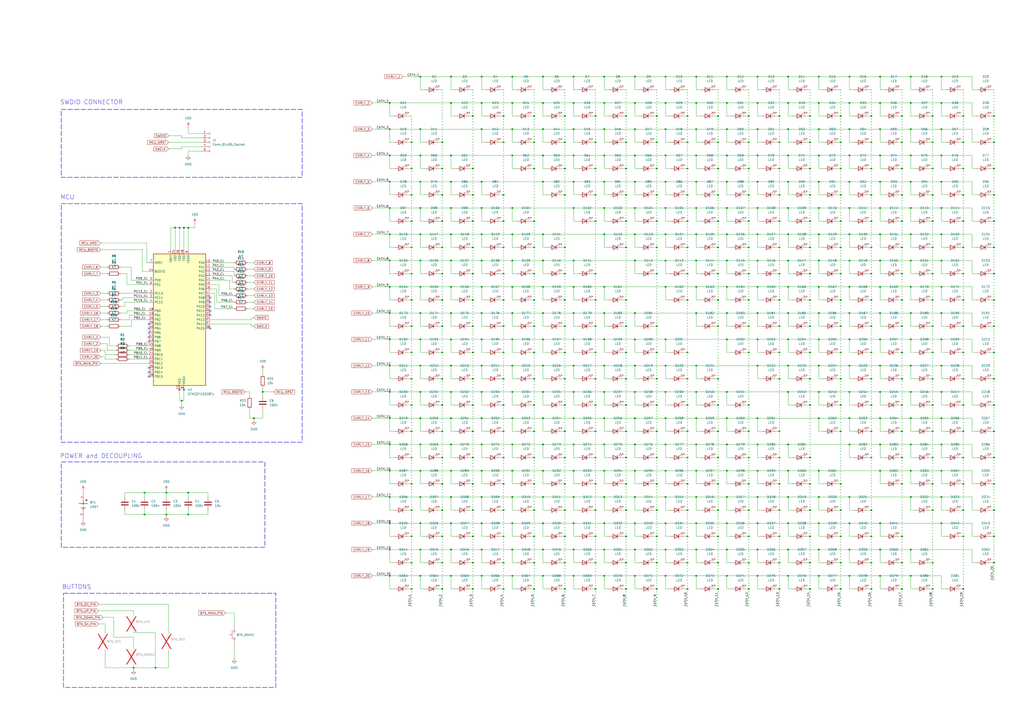
<source format=kicad_sch>
(kicad_sch (version 20250114) (generator "eeschema") (generator_version "9.0")
  (paper "A2")
  (rectangle (start 35.56 118.11) (end 175.26 256.54) (stroke (width 0.254) (type dash)))
  (rectangle (start 36.83 344.17) (end 160.02 398.78) (stroke (width 0.254) (type dash)))
  (rectangle (start 35.56 267.97) (end 153.67 317.5) (stroke (width 0.254) (type dash)))
  (rectangle (start 35.56 63.5) (end 175.26 102.87) (stroke (width 0.254) (type dash)))
  (text "SWDIO CONNECTOR" (at 53.086 59.436 0) (effects (font (size 2.54 2.54))))
  (text "MCU" (at 39.116 114.554 0) (effects (font (size 2.54 2.54))))
  (text "BUTTONS" (at 44.45 340.614 0) (effects (font (size 2.54 2.54))))
  (text "POWER and DECOUPLING\n" (at 58.674 264.668 0) (effects (font (size 2.54 2.54))))
  (junction (at 576.58 326.39))
  (junction (at 314.96 135.89))
  (junction (at 314.96 181.61))
  (junction (at 558.8 158.75))
  (junction (at 386.08 257.81))
  (junction (at 510.54 212.09))
  (junction (at 492.76 212.09))
  (junction (at 487.68 67.31))
  (junction (at 332.74 181.61))
  (junction (at 279.4 212.09))
  (junction (at 469.9 341.63))
  (junction (at 541.02 326.39))
  (junction (at 297.18 227.33))
  (junction (at 528.32 273.05))
  (junction (at 505.46 265.43))
  (junction (at 314.96 318.77))
  (junction (at 474.98 273.05))
  (junction (at 558.8 204.47))
  (junction (at 314.96 166.37))
  (junction (at 523.24 97.79))
  (junction (at 297.18 196.85))
  (junction (at 363.22 97.79))
  (junction (at 314.96 227.33))
  (junction (at 474.98 44.45))
  (junction (at 274.32 128.27))
  (junction (at 314.96 105.41))
  (junction (at 474.98 212.09))
  (junction (at 558.8 67.31))
  (junction (at 403.86 90.17))
  (junction (at 363.22 128.27))
  (junction (at 274.32 341.63))
  (junction (at 256.54 250.19))
  (junction (at 243.84 318.77))
  (junction (at 309.88 82.55))
  (junction (at 452.12 204.47))
  (junction (at 274.32 280.67))
  (junction (at 332.74 196.85))
  (junction (at 345.44 173.99))
  (junction (at 469.9 113.03))
  (junction (at 546.1 196.85))
  (junction (at 350.52 273.05))
  (junction (at 345.44 295.91))
  (junction (at 528.32 242.57))
  (junction (at 381 128.27))
  (junction (at 541.02 250.19))
  (junction (at 345.44 67.31))
  (junction (at 297.18 135.89))
  (junction (at 457.2 334.01))
  (junction (at 327.66 82.55))
  (junction (at 416.56 189.23))
  (junction (at 238.76 82.55))
  (junction (at 297.18 273.05))
  (junction (at 528.32 288.29))
  (junction (at 314.96 196.85))
  (junction (at 469.9 280.67))
  (junction (at 327.66 204.47))
  (junction (at 398.78 173.99))
  (junction (at 457.2 166.37))
  (junction (at 309.88 219.71))
  (junction (at 576.58 173.99))
  (junction (at 327.66 280.67))
  (junction (at 368.3 227.33))
  (junction (at 576.58 280.67))
  (junction (at 528.32 257.81))
  (junction (at 350.52 212.09))
  (junction (at 261.62 166.37))
  (junction (at 492.76 318.77))
  (junction (at 243.84 196.85))
  (junction (at 256.54 128.27))
  (junction (at 314.96 273.05))
  (junction (at 238.76 204.47))
  (junction (at 439.42 166.37))
  (junction (at 109.22 298.45))
  (junction (at 314.96 90.17))
  (junction (at 403.86 105.41))
  (junction (at 386.08 242.57))
  (junction (at 487.68 341.63))
  (junction (at 256.54 311.15))
  (junction (at 528.32 120.65))
  (junction (at 416.56 97.79))
  (junction (at 345.44 311.15))
  (junction (at 368.3 273.05))
  (junction (at 434.34 97.79))
  (junction (at 558.8 250.19))
  (junction (at 332.74 288.29))
  (junction (at 541.02 97.79))
  (junction (at 292.1 128.27))
  (junction (at 350.52 257.81))
  (junction (at 403.86 74.93))
  (junction (at 256.54 280.67))
  (junction (at 96.52 298.45))
  (junction (at 439.42 318.77))
  (junction (at 474.98 135.89))
  (junction (at 457.2 44.45))
  (junction (at 505.46 311.15))
  (junction (at 297.18 166.37))
  (junction (at 576.58 97.79))
  (junction (at 523.24 82.55))
  (junction (at 261.62 105.41))
  (junction (at 403.86 288.29))
  (junction (at 434.34 265.43))
  (junction (at 403.86 166.37))
  (junction (at 226.06 196.85))
  (junction (at 492.76 257.81))
  (junction (at 541.02 113.03))
  (junction (at 381 295.91))
  (junction (at 510.54 166.37))
  (junction (at 279.4 120.65))
  (junction (at 368.3 74.93))
  (junction (at 350.52 181.61))
  (junction (at 279.4 257.81))
  (junction (at 457.2 90.17))
  (junction (at 297.18 212.09))
  (junction (at 434.34 189.23))
  (junction (at 421.64 135.89))
  (junction (at 243.84 288.29))
  (junction (at 457.2 59.69))
  (junction (at 363.22 173.99))
  (junction (at 381 219.71))
  (junction (at 421.64 303.53))
  (junction (at 469.9 326.39))
  (junction (at 505.46 128.27))
  (junction (at 492.76 135.89))
  (junction (at 279.4 166.37))
  (junction (at 434.34 143.51))
  (junction (at 558.8 234.95))
  (junction (at 274.32 204.47))
  (junction (at 345.44 265.43))
  (junction (at 368.3 212.09))
  (junction (at 403.86 257.81))
  (junction (at 576.58 67.31))
  (junction (at 523.24 128.27))
  (junction (at 238.76 143.51))
  (junction (at 345.44 97.79))
  (junction (at 381 158.75))
  (junction (at 452.12 341.63))
  (junction (at 309.88 189.23))
  (junction (at 505.46 173.99))
  (junction (at 558.8 128.27))
  (junction (at 327.66 234.95))
  (junction (at 403.86 273.05))
  (junction (at 439.42 242.57))
  (junction (at 381 326.39))
  (junction (at 363.22 67.31))
  (junction (at 528.32 196.85))
  (junction (at 243.84 257.81))
  (junction (at 226.06 227.33))
  (junction (at 368.3 334.01))
  (junction (at 274.32 113.03))
  (junction (at 528.32 212.09))
  (junction (at 90.17 387.35))
  (junction (at 261.62 273.05))
  (junction (at 576.58 234.95))
  (junction (at 261.62 44.45))
  (junction (at 345.44 250.19))
  (junction (at 332.74 227.33))
  (junction (at 421.64 44.45))
  (junction (at 469.9 143.51))
  (junction (at 350.52 59.69))
  (junction (at 457.2 257.81))
  (junction (at 261.62 196.85))
  (junction (at 558.8 219.71))
  (junction (at 292.1 250.19))
  (junction (at 487.68 113.03))
  (junction (at 238.76 189.23))
  (junction (at 350.52 135.89))
  (junction (at 386.08 135.89))
  (junction (at 576.58 219.71))
  (junction (at 474.98 227.33))
  (junction (at 345.44 82.55))
  (junction (at 457.2 212.09))
  (junction (at 546.1 120.65))
  (junction (at 292.1 265.43))
  (junction (at 469.9 204.47))
  (junction (at 386.08 227.33))
  (junction (at 510.54 151.13))
  (junction (at 403.86 120.65))
  (junction (at 243.84 151.13))
  (junction (at 439.42 74.93))
  (junction (at 421.64 288.29))
  (junction (at 523.24 250.19))
  (junction (at 398.78 67.31))
  (junction (at 434.34 82.55))
  (junction (at 105.41 232.41))
  (junction (at 421.64 90.17))
  (junction (at 256.54 158.75))
  (junction (at 439.42 303.53))
  (junction (at 297.18 151.13))
  (junction (at 487.68 250.19))
  (junction (at 226.06 257.81))
  (junction (at 421.64 273.05))
  (junction (at 492.76 303.53))
  (junction (at 474.98 74.93))
  (junction (at 332.74 334.01))
  (junction (at 457.2 303.53))
  (junction (at 345.44 280.67))
  (junction (at 439.42 90.17))
  (junction (at 439.42 120.65))
  (junction (at 487.68 204.47))
  (junction (at 350.52 303.53))
  (junction (at 243.84 135.89))
  (junction (at 309.88 250.19))
  (junction (at 226.06 212.09))
  (junction (at 297.18 181.61))
  (junction (at 421.64 105.41))
  (junction (at 309.88 234.95))
  (junction (at 350.52 227.33))
  (junction (at 452.12 158.75))
  (junction (at 256.54 341.63))
  (junction (at 274.32 311.15))
  (junction (at 226.06 151.13))
  (junction (at 439.42 135.89))
  (junction (at 505.46 204.47))
  (junction (at 546.1 181.61))
  (junction (at 368.3 318.77))
  (junction (at 416.56 158.75))
  (junction (at 403.86 227.33))
  (junction (at 256.54 295.91))
  (junction (at 452.12 280.67))
  (junction (at 368.3 257.81))
  (junction (at 386.08 288.29))
  (junction (at 368.3 288.29))
  (junction (at 279.4 318.77))
  (junction (at 421.64 166.37))
  (junction (at 386.08 166.37))
  (junction (at 386.08 151.13))
  (junction (at 492.76 105.41))
  (junction (at 314.96 59.69))
  (junction (at 332.74 90.17))
  (junction (at 416.56 173.99))
  (junction (at 452.12 295.91))
  (junction (at 576.58 158.75))
  (junction (at 416.56 341.63))
  (junction (at 297.18 59.69))
  (junction (at 368.3 151.13))
  (junction (at 381 280.67))
  (junction (at 457.2 318.77))
  (junction (at 332.74 105.41))
  (junction (at 309.88 158.75))
  (junction (at 238.76 341.63))
  (junction (at 576.58 113.03))
  (junction (at 505.46 67.31))
  (junction (at 368.3 135.89))
  (junction (at 474.98 151.13))
  (junction (at 226.06 135.89))
  (junction (at 398.78 265.43))
  (junction (at 452.12 113.03))
  (junction (at 243.84 303.53))
  (junction (at 523.24 326.39))
  (junction (at 469.9 82.55))
  (junction (at 292.1 173.99))
  (junction (at 279.4 59.69))
  (junction (at 274.32 143.51))
  (junction (at 274.32 189.23))
  (junction (at 523.24 173.99))
  (junction (at 350.52 44.45))
  (junction (at 523.24 204.47))
  (junction (at 279.4 303.53))
  (junction (at 416.56 250.19))
  (junction (at 386.08 90.17))
  (junction (at 487.68 219.71))
  (junction (at 109.22 132.08))
  (junction (at 332.74 151.13))
  (junction (at 243.84 242.57))
  (junction (at 274.32 295.91))
  (junction (at 292.1 219.71))
  (junction (at 238.76 158.75))
  (junction (at 439.42 44.45))
  (junction (at 541.02 219.71))
  (junction (at 363.22 311.15))
  (junction (at 452.12 265.43))
  (junction (at 243.84 90.17))
  (junction (at 541.02 234.95))
  (junction (at 546.1 227.33))
  (junction (at 386.08 74.93))
  (junction (at 416.56 326.39))
  (junction (at 238.76 234.95))
  (junction (at 309.88 265.43))
  (junction (at 416.56 143.51))
  (junction (at 279.4 135.89))
  (junction (at 314.96 242.57))
  (junction (at 381 82.55))
  (junction (at 279.4 44.45))
  (junction (at 421.64 59.69))
  (junction (at 309.88 204.47))
  (junction (at 439.42 212.09))
  (junction (at 96.52 285.75))
  (junction (at 292.1 311.15))
  (junction (at 492.76 242.57))
  (junction (at 523.24 189.23))
  (junction (at 327.66 173.99))
  (junction (at 528.32 74.93))
  (junction (at 457.2 105.41))
  (junction (at 256.54 219.71))
  (junction (at 546.1 166.37))
  (junction (at 434.34 158.75))
  (junction (at 528.32 334.01))
  (junction (at 492.76 90.17))
  (junction (at 297.18 303.53))
  (junction (at 147.32 242.57))
  (junction (at 474.98 242.57))
  (junction (at 457.2 273.05))
  (junction (at 345.44 341.63))
  (junction (at 398.78 234.95))
  (junction (at 452.12 143.51))
  (junction (at 297.18 120.65))
  (junction (at 381 113.03))
  (junction (at 274.32 250.19))
  (junction (at 238.76 128.27))
  (junction (at 546.1 273.05))
  (junction (at 528.32 44.45))
  (junction (at 546.1 135.89))
  (junction (at 332.74 44.45))
  (junction (at 523.24 113.03))
  (junction (at 439.42 273.05))
  (junction (at 541.02 173.99))
  (junction (at 469.9 128.27))
  (junction (at 363.22 204.47))
  (junction (at 309.88 280.67))
  (junction (at 474.98 90.17))
  (junction (at 469.9 265.43))
  (junction (at 243.84 120.65))
  (junction (at 256.54 265.43))
  (junction (at 416.56 128.27))
  (junction (at 541.02 341.63))
  (junction (at 457.2 135.89))
  (junction (at 452.12 82.55))
  (junction (at 452.12 67.31))
  (junction (at 416.56 67.31))
  (junction (at 332.74 74.93))
  (junction (at 327.66 219.71))
  (junction (at 505.46 219.71))
  (junction (at 546.1 105.41))
  (junction (at 398.78 295.91))
  (junction (at 474.98 288.29))
  (junction (at 492.76 74.93))
  (junction (at 439.42 288.29))
  (junction (at 492.76 44.45))
  (junction (at 398.78 204.47))
  (junction (at 368.3 44.45))
  (junction (at 314.96 288.29))
  (junction (at 345.44 158.75))
  (junction (at 332.74 120.65))
  (junction (at 487.68 326.39))
  (junction (at 510.54 227.33))
  (junction (at 243.84 273.05))
  (junction (at 510.54 303.53))
  (junction (at 492.76 334.01))
  (junction (at 505.46 82.55))
  (junction (at 279.4 196.85))
  (junction (at 398.78 326.39))
  (junction (at 292.1 143.51))
  (junction (at 226.06 303.53))
  (junction (at 109.22 285.75))
  (junction (at 261.62 181.61))
  (junction (at 528.32 135.89))
  (junction (at 309.88 326.39))
  (junction (at 226.06 273.05))
  (junction (at 261.62 120.65))
  (junction (at 309.88 173.99))
  (junction (at 439.42 105.41))
  (junction (at 363.22 250.19))
  (junction (at 474.98 166.37))
  (junction (at 274.32 326.39))
  (junction (at 452.12 219.71))
  (junction (at 434.34 204.47))
  (junction (at 576.58 250.19))
  (junction (at 332.74 59.69))
  (junction (at 558.8 97.79))
  (junction (at 297.18 242.57))
  (junction (at 279.4 74.93))
  (junction (at 256.54 143.51))
  (junction (at 332.74 257.81))
  (junction (at 523.24 158.75))
  (junction (at 243.84 44.45))
  (junction (at 505.46 158.75))
  (junction (at 398.78 113.03))
  (junction (at 528.32 90.17))
  (junction (at 439.42 151.13))
  (junction (at 558.8 173.99))
  (junction (at 350.52 105.41))
  (junction (at 261.62 59.69))
  (junction (at 309.88 67.31))
  (junction (at 541.02 280.67))
  (junction (at 368.3 181.61))
  (junction (at 403.86 59.69))
  (junction (at 368.3 196.85))
  (junction (at 457.2 74.93))
  (junction (at 434.34 280.67))
  (junction (at 345.44 113.03))
  (junction (at 558.8 82.55))
  (junction (at 403.86 318.77))
  (junction (at 327.66 326.39))
  (junction (at 274.32 173.99))
  (junction (at 226.06 90.17))
  (junction (at 297.18 74.93))
  (junction (at 398.78 143.51))
  (junction (at 261.62 227.33))
  (junction (at 386.08 105.41))
  (junction (at 469.9 67.31))
  (junction (at 434.34 67.31))
  (junction (at 474.98 105.41))
  (junction (at 314.96 74.93))
  (junction (at 510.54 74.93))
  (junction (at 386.08 59.69))
  (junction (at 421.64 181.61))
  (junction (at 546.1 59.69))
  (junction (at 279.4 242.57))
  (junction (at 345.44 326.39))
  (junction (at 510.54 44.45))
  (junction (at 77.47 387.35))
  (junction (at 469.9 219.71))
  (junction (at 487.68 311.15))
  (junction (at 226.06 334.01))
  (junction (at 327.66 143.51))
  (junction (at 452.12 97.79))
  (junction (at 381 204.47))
  (junction (at 546.1 44.45))
  (junction (at 106.68 226.06))
  (junction (at 469.9 234.95))
  (junction (at 439.42 257.81))
  (junction (at 457.2 227.33))
  (junction (at 104.14 132.08))
  (junction (at 510.54 59.69))
  (junction (at 314.96 212.09))
  (junction (at 546.1 242.57))
  (junction (at 345.44 219.71))
  (junction (at 363.22 341.63))
  (junction (at 487.68 280.67))
  (junction (at 309.88 128.27))
  (junction (at 226.06 59.69))
  (junction (at 345.44 189.23))
  (junction (at 279.4 334.01))
  (junction (at 434.34 113.03))
  (junction (at 492.76 181.61))
  (junction (at 546.1 303.53))
  (junction (at 350.52 318.77))
  (junction (at 327.66 341.63))
  (junction (at 487.68 97.79))
  (junction (at 492.76 120.65))
  (junction (at 386.08 318.77))
  (junction (at 474.98 59.69))
  (junction (at 576.58 143.51))
  (junction (at 487.68 295.91))
  (junction (at 261.62 135.89))
  (junction (at 327.66 295.91))
  (junction (at 487.68 234.95))
  (junction (at 403.86 242.57))
  (junction (at 292.1 189.23))
  (junction (at 403.86 44.45))
  (junction (at 274.32 234.95))
  (junction (at 368.3 242.57))
  (junction (at 314.96 334.01))
  (junction (at 243.84 105.41))
  (junction (at 398.78 128.27))
  (junction (at 83.82 298.45))
  (junction (at 226.06 166.37))
  (junction (at 505.46 326.39))
  (junction (at 279.4 227.33))
  (junction (at 510.54 257.81))
  (junction (at 439.42 196.85))
  (junction (at 292.1 280.67))
  (junction (at 381 341.63))
  (junction (at 292.1 326.39))
  (junction (at 469.9 295.91))
  (junction (at 279.4 151.13))
  (junction (at 492.76 151.13))
  (junction (at 332.74 212.09))
  (junction (at 439.42 334.01))
  (junction (at 350.52 288.29))
  (junction (at 487.68 158.75))
  (junction (at 421.64 334.01))
  (junction (at 238.76 219.71))
  (junction (at 474.98 334.01))
  (junction (at 421.64 227.33))
  (junction (at 416.56 311.15))
  (junction (at 261.62 334.01))
  (junction (at 541.02 158.75))
  (junction (at 243.84 166.37))
  (junction (at 492.76 166.37))
  (junction (at 505.46 97.79))
  (junction (at 256.54 234.95))
  (junction (at 292.1 234.95))
  (junction (at 238.76 311.15))
  (junction (at 243.84 227.33))
  (junction (at 327.66 67.31))
  (junction (at 261.62 303.53))
  (junction (at 386.08 212.09))
  (junction (at 345.44 234.95))
  (junction (at 332.74 166.37))
  (junction (at 558.8 265.43))
  (junction (at 523.24 219.71))
  (junction (at 541.02 143.51))
  (junction (at 256.54 82.55))
  (junction (at 492.76 196.85))
  (junction (at 541.02 82.55))
  (junction (at 345.44 128.27))
  (junction (at 403.86 151.13))
  (junction (at 101.6 132.08))
  (junction (at 528.32 151.13))
  (junction (at 309.88 295.91))
  (junction (at 256.54 173.99))
  (junction (at 238.76 97.79))
  (junction (at 434.34 128.27))
  (junction (at 226.06 74.93))
  (junction (at 345.44 204.47))
  (junction (at 292.1 341.63))
  (junction (at 332.74 318.77))
  (junction (at 474.98 196.85))
  (junction (at 416.56 234.95))
  (junction (at 457.2 120.65))
  (junction (at 434.34 295.91))
  (junction (at 83.82 285.75))
  (junction (at 523.24 265.43))
  (junction (at 292.1 204.47))
  (junction (at 314.96 44.45))
  (junction (at 528.32 59.69))
  (junction (at 487.68 189.23))
  (junction (at 386.08 196.85))
  (junction (at 523.24 143.51))
  (junction (at 314.96 151.13))
  (junction (at 523.24 341.63))
  (junction (at 314.96 257.81))
  (junction (at 292.1 113.03))
  (junction (at 416.56 82.55))
  (junction (at 510.54 135.89))
  (junction (at 256.54 113.03))
  (junction (at 434.34 250.19))
  (junction (at 421.64 151.13))
  (junction (at 350.52 90.17))
  (junction (at 457.2 151.13))
  (junction (at 274.32 97.79))
  (junction (at 332.74 303.53))
  (junction (at 541.02 128.27))
  (junction (at 386.08 273.05))
  (junction (at 386.08 303.53))
  (junction (at 474.98 120.65))
  (junction (at 457.2 181.61))
  (junction (at 274.32 265.43))
  (junction (at 452.12 250.19))
  (junction (at 398.78 219.71))
  (junction (at 457.2 288.29))
  (junction (at 558.8 189.23))
  (junction (at 297.18 318.77))
  (junction (at 487.68 143.51))
  (junction (at 243.84 181.61))
  (junction (at 292.1 158.75))
  (junction (at 452.12 326.39))
  (junction (at 528.32 105.41))
  (junction (at 416.56 280.67))
  (junction (at 368.3 303.53))
  (junction (at 576.58 189.23))
  (junction (at 510.54 90.17))
  (junction (at 558.8 295.91))
  (junction (at 492.76 59.69))
  (junction (at 576.58 82.55))
  (junction (at 421.64 242.57))
  (junction (at 261.62 151.13))
  (junction (at 279.4 288.29))
  (junction (at 474.98 181.61))
  (junction (at 274.32 219.71))
  (junction (at 350.52 120.65))
  (junction (at 523.24 311.15))
  (junction (at 381 97.79))
  (junction (at 546.1 90.17))
  (junction (at 452.12 173.99))
  (junction (at 381 234.95))
  (junction (at 381 189.23))
  (junction (at 261.62 288.29))
  (junction (at 363.22 219.71))
  (junction (at 576.58 265.43))
  (junction (at 439.42 59.69))
  (junction (at 309.88 341.63))
  (junction (at 398.78 158.75))
  (junction (at 421.64 318.77))
  (junction (at 261.62 257.81))
  (junction (at 576.58 311.15))
  (junction (at 558.8 311.15))
  (junction (at 238.76 250.19))
  (junction (at 363.22 280.67))
  (junction (at 416.56 295.91))
  (junction (at 403.86 334.01))
  (junction (at 510.54 196.85))
  (junction (at 403.86 303.53))
  (junction (at 576.58 204.47))
  (junction (at 274.32 158.75))
  (junction (at 474.98 318.77))
  (junction (at 421.64 74.93))
  (junction (at 381 311.15))
  (junction (at 256.54 189.23))
  (junction (at 309.88 97.79))
  (junction (at 261.62 318.77))
  (junction (at 274.32 67.31))
  (junction (at 558.8 143.51))
  (junction (at 350.52 74.93))
  (junction (at 505.46 250.19))
  (junction (at 363.22 326.39))
  (junction (at 505.46 234.95))
  (junction (at 452.12 128.27))
  (junction (at 238.76 326.39))
  (junction (at 226.06 288.29))
  (junction (at 256.54 204.47))
  (junction (at 576.58 295.91))
  (junction (at 523.24 234.95))
  (junction (at 279.4 273.05))
  (junction (at 261.62 90.17))
  (junction (at 403.86 212.09))
  (junction (at 398.78 97.79))
  (junction (at 398.78 341.63))
  (junction (at 327.66 97.79))
  (junction (at 510.54 120.65))
  (junction (at 363.22 295.91))
  (junction (at 505.46 189.23))
  (junction (at 469.9 173.99))
  (junction (at 238.76 173.99))
  (junction (at 492.76 288.29))
  (junction (at 505.46 143.51))
  (junction (at 226.06 242.57))
  (junction (at 238.76 295.91))
  (junction (at 421.64 196.85))
  (junction (at 327.66 113.03))
  (junction (at 243.84 334.01))
  (junction (at 434.34 326.39))
  (junction (at 381 265.43))
  (junction (at 546.1 212.09))
  (junction (at 546.1 74.93))
  (junction (at 434.34 341.63))
  (junction (at 292.1 67.31))
  (junction (at 226.06 181.61))
  (junction (at 238.76 280.67))
  (junction (at 350.52 334.01))
  (junction (at 243.84 212.09))
  (junction (at 350.52 242.57))
  (junction (at 104.14 226.06))
  (junction (at 434.34 173.99))
  (junction (at 434.34 311.15))
  (junction (at 541.02 204.47))
  (junction (at 452.12 311.15))
  (junction (at 327.66 311.15))
  (junction (at 363.22 143.51))
  (junction (at 558.8 113.03))
  (junction (at 457.2 196.85))
  (junction (at 226.06 105.41))
  (junction (at 558.8 280.67))
  (junction (at 292.1 295.91))
  (junction (at 297.18 44.45))
  (junction (at 541.02 189.23))
  (junction (at 332.74 242.57))
  (junction (at 416.56 265.43))
  (junction (at 528.32 166.37))
  (junction (at 297.18 288.29))
  (junction (at 327.66 189.23))
  (junction (at 416.56 113.03))
  (junction (at 528.32 181.61))
  (junction (at 327.66 158.75))
  (junction (at 398.78 280.67))
  (junction (at 226.06 120.65))
  (junction (at 434.34 234.95))
  (junction (at 558.8 341.63))
  (junction (at 363.22 189.23))
  (junction (at 350.52 196.85))
  (junction (at 363.22 265.43))
  (junction (at 510.54 105.41))
  (junction (at 541.02 67.31))
  (junction (at 510.54 181.61))
  (junction (at 469.9 311.15))
  (junction (at 528.32 227.33))
  (junction (at 492.76 227.33))
  (junction (at 546.1 288.29))
  (junction (at 386.08 334.01))
  (junction (at 368.3 105.41))
  (junction (at 297.18 334.01))
  (junction (at 238.76 265.43))
  (junction (at 261.62 212.09))
  (junction (at 297.18 90.17))
  (junction (at 368.3 120.65))
  (junction (at 576.58 128.27))
  (junction (at 546.1 151.13))
  (junction (at 261.62 242.57))
  (junction (at 469.9 189.23))
  (junction (at 332.74 273.05))
  (junction (at 523.24 67.31))
  (junction (at 363.22 234.95))
  (junction (at 421.64 257.81))
  (junction (at 381 250.19))
  (junction (at 243.84 74.93))
  (junction (at 541.02 265.43))
  (junction (at 505.46 295.91))
  (junction (at 106.68 132.08))
  (junction (at 279.4 181.61))
  (junction (at 368.3 59.69))
  (junction (at 510.54 334.01))
  (junction (at 314.96 303.53))
  (junction (at 487.68 128.27))
  (junction (at 416.56 219.71))
  (junction (at 523.24 280.67))
  (junction (at 510.54 242.57))
  (junction (at 152.4 227.33))
  (junction (at 546.1 257.81))
  (junction (at 381 143.51))
  (junction (at 510.54 273.05))
  (junction (at 238.76 113.03))
  (junction (at 256.54 326.39))
  (junction (at 350.52 166.37))
  (junction (at 469.9 158.75))
  (junction (at 398.78 311.15))
  (junction (at 421.64 120.65))
  (junction (at 297.18 257.81))
  (junction (at 452.12 189.23))
  (junction (at 505.46 341.63))
  (junction (at 386.08 120.65))
  (junction (at 309.88 143.51))
  (junction (at 487.68 173.99))
  (junction (at 279.4 105.41))
  (junction (at 505.46 113.03))
  (junction (at 439.42 181.61))
  (junction (at 403.86 181.61))
  (junction (at 398.78 82.55))
  (junction (at 469.9 97.79))
  (junction (at 541.02 295.91))
  (junction (at 487.68 82.55))
  (junction (at 292.1 82.55))
  (junction (at 309.88 311.15))
  (junction (at 386.08 44.45))
  (junction (at 403.86 135.89))
  (junction (at 327.66 250.19))
  (junction (at 381 67.31))
  (junction (at 256.54 97.79))
  (junction (at 528.32 318.77))
  (junction (at 510.54 318.77))
  (junction (at 368.3 90.17))
  (junction (at 363.22 82.55))
  (junction (at 398.78 250.19))
  (junction (at 363.22 113.03))
  (junction (at 327.66 265.43))
  (junction (at 474.98 303.53))
  (junction (at 226.06 318.77))
  (no_connect (at 121.92 177.8))
  (no_connect (at 86.36 215.9))
  (no_connect (at 121.92 180.34))
  (no_connect (at 121.92 175.26))
  (no_connect (at 86.36 213.36))
  (no_connect (at 121.92 182.88))
  (no_connect (at 121.92 190.5))
  (no_connect (at 86.36 198.12))
  (no_connect (at 86.36 195.58))
  (no_connect (at 86.36 187.96))
  (no_connect (at 121.92 172.72))
  (no_connect (at 86.36 190.5))
  (no_connect (at 86.36 193.04))
  (no_connect (at 86.36 218.44))
  (wire (pts (xy 576.58 295.91) (xy 576.58 311.15)) (stroke (width 0.4) (type dot)))
  (wire (pts (xy 345.44 97.79) (xy 345.44 113.03)) (stroke (width 0.4) (type dot)))
  (wire (pts (xy 261.62 128.27) (xy 261.62 120.65)))
  (wire (pts (xy 566.42 52.07) (xy 563.88 52.07)))
  (wire (pts (xy 431.8 234.95) (xy 434.34 234.95)))
  (wire (pts (xy 421.64 227.33) (xy 403.86 227.33)))
  (wire (pts (xy 309.88 143.51) (xy 309.88 158.75)) (stroke (width 0.4) (type dot)))
  (wire (pts (xy 256.54 128.27) (xy 256.54 143.51)) (stroke (width 0.4) (type dot)))
  (wire (pts (xy 396.24 128.27) (xy 398.78 128.27)))
  (wire (pts (xy 279.4 181.61) (xy 261.62 181.61)))
  (wire (pts (xy 281.94 82.55) (xy 279.4 82.55)))
  (wire (pts (xy 538.48 97.79) (xy 541.02 97.79)))
  (wire (pts (xy 261.62 303.53) (xy 243.84 303.53)))
  (wire (pts (xy 106.68 222.25) (xy 106.68 226.06)))
  (wire (pts (xy 325.12 341.63) (xy 327.66 341.63)))
  (wire (pts (xy 414.02 173.99) (xy 416.56 173.99)))
  (wire (pts (xy 424.18 82.55) (xy 421.64 82.55)))
  (wire (pts (xy 345.44 219.71) (xy 345.44 234.95)) (stroke (width 0.4) (type dot)))
  (wire (pts (xy 274.32 113.03) (xy 274.32 128.27)) (stroke (width 0.4) (type dot)))
  (wire (pts (xy 146.05 189.23) (xy 147.32 189.23)))
  (wire (pts (xy 261.62 311.15) (xy 261.62 303.53)))
  (wire (pts (xy 246.38 311.15) (xy 243.84 311.15)))
  (wire (pts (xy 292.1 250.19) (xy 292.1 265.43)) (stroke (width 0.4) (type dot)))
  (wire (pts (xy 449.58 326.39) (xy 452.12 326.39)))
  (wire (pts (xy 381 189.23) (xy 381 204.47)) (stroke (width 0.4) (type dot)))
  (wire (pts (xy 66.04 358.14) (xy 66.04 369.57)))
  (wire (pts (xy 439.42 173.99) (xy 439.42 166.37)))
  (wire (pts (xy 492.76 341.63) (xy 492.76 334.01)))
  (wire (pts (xy 335.28 97.79) (xy 332.74 97.79)))
  (wire (pts (xy 492.76 318.77) (xy 474.98 318.77)))
  (wire (pts (xy 386.08 158.75) (xy 386.08 151.13)))
  (wire (pts (xy 350.52 74.93) (xy 332.74 74.93)))
  (wire (pts (xy 523.24 128.27) (xy 523.24 143.51)) (stroke (width 0.4) (type dot)))
  (wire (pts (xy 279.4 265.43) (xy 279.4 257.81)))
  (wire (pts (xy 510.54 212.09) (xy 492.76 212.09)))
  (wire (pts (xy 90.17 387.35) (xy 77.47 387.35)))
  (wire (pts (xy 77.47 367.03) (xy 90.17 367.03)))
  (wire (pts (xy 424.18 204.47) (xy 421.64 204.47)))
  (wire (pts (xy 558.8 52.07) (xy 558.8 67.31)) (stroke (width 0.4) (type dot)))
  (wire (pts (xy 317.5 52.07) (xy 314.96 52.07)))
  (wire (pts (xy 513.08 113.03) (xy 510.54 113.03)))
  (wire (pts (xy 238.76 189.23) (xy 238.76 204.47)) (stroke (width 0.4) (type dot)))
  (wire (pts (xy 74.93 182.88) (xy 86.36 182.88)))
  (wire (pts (xy 279.4 295.91) (xy 279.4 288.29)))
  (wire (pts (xy 457.2 97.79) (xy 457.2 90.17)))
  (wire (pts (xy 335.28 219.71) (xy 332.74 219.71)))
  (wire (pts (xy 368.3 311.15) (xy 368.3 303.53)))
  (wire (pts (xy 416.56 341.63) (xy 416.56 351.79)) (stroke (width 0.4) (type dot)))
  (wire (pts (xy 485.14 189.23) (xy 487.68 189.23)))
  (wire (pts (xy 538.48 341.63) (xy 541.02 341.63)))
  (wire (pts (xy 558.8 311.15) (xy 558.8 341.63)) (stroke (width 0.4) (type dot)))
  (wire (pts (xy 487.68 52.07) (xy 487.68 67.31)) (stroke (width 0.4) (type dot)))
  (wire (pts (xy 485.14 67.31) (xy 487.68 67.31)))
  (wire (pts (xy 254 326.39) (xy 256.54 326.39)))
  (wire (pts (xy 332.74 334.01) (xy 314.96 334.01)))
  (wire (pts (xy 274.32 128.27) (xy 274.32 143.51)) (stroke (width 0.4) (type dot)))
  (wire (pts (xy 452.12 97.79) (xy 452.12 113.03)) (stroke (width 0.4) (type dot)))
  (wire (pts (xy 368.3 158.75) (xy 368.3 151.13)))
  (wire (pts (xy 353.06 265.43) (xy 350.52 265.43)))
  (wire (pts (xy 368.3 257.81) (xy 350.52 257.81)))
  (wire (pts (xy 452.12 173.99) (xy 452.12 189.23)) (stroke (width 0.4) (type dot)))
  (wire (pts (xy 58.42 181.61) (xy 62.23 181.61)))
  (wire (pts (xy 228.6 280.67) (xy 226.06 280.67)))
  (wire (pts (xy 314.96 82.55) (xy 314.96 74.93)))
  (wire (pts (xy 546.1 227.33) (xy 528.32 227.33)))
  (wire (pts (xy 228.6 311.15) (xy 226.06 311.15)))
  (wire (pts (xy 439.42 295.91) (xy 439.42 288.29)))
  (wire (pts (xy 386.08 44.45) (xy 368.3 44.45)))
  (wire (pts (xy 109.22 77.47) (xy 116.84 77.47)))
  (wire (pts (xy 574.04 97.79) (xy 576.58 97.79)))
  (wire (pts (xy 474.98 295.91) (xy 474.98 288.29)))
  (wire (pts (xy 492.76 158.75) (xy 492.76 151.13)))
  (wire (pts (xy 246.38 173.99) (xy 243.84 173.99)))
  (wire (pts (xy 309.88 97.79) (xy 309.88 128.27)) (stroke (width 0.4) (type dot)))
  (wire (pts (xy 363.22 97.79) (xy 363.22 113.03)) (stroke (width 0.4) (type dot)))
  (wire (pts (xy 574.04 113.03) (xy 576.58 113.03)))
  (wire (pts (xy 495.3 67.31) (xy 492.76 67.31)))
  (wire (pts (xy 548.64 189.23) (xy 546.1 189.23)))
  (wire (pts (xy 541.02 219.71) (xy 541.02 234.95)) (stroke (width 0.4) (type dot)))
  (wire (pts (xy 254 265.43) (xy 256.54 265.43)))
  (wire (pts (xy 332.74 82.55) (xy 332.74 74.93)))
  (wire (pts (xy 574.04 52.07) (xy 576.58 52.07)))
  (wire (pts (xy 388.62 295.91) (xy 386.08 295.91)))
  (wire (pts (xy 558.8 295.91) (xy 558.8 311.15)) (stroke (width 0.4) (type dot)))
  (wire (pts (xy 120.65 285.75) (xy 109.22 285.75)))
  (wire (pts (xy 406.4 280.67) (xy 403.86 280.67)))
  (wire (pts (xy 226.06 204.47) (xy 226.06 196.85)))
  (wire (pts (xy 398.78 265.43) (xy 398.78 280.67)) (stroke (width 0.4) (type dot)))
  (wire (pts (xy 441.96 158.75) (xy 439.42 158.75)))
  (wire (pts (xy 317.5 311.15) (xy 314.96 311.15)))
  (wire (pts (xy 459.74 341.63) (xy 457.2 341.63)))
  (wire (pts (xy 439.42 59.69) (xy 421.64 59.69)))
  (wire (pts (xy 548.64 204.47) (xy 546.1 204.47)))
  (wire (pts (xy 487.68 189.23) (xy 487.68 204.47)) (stroke (width 0.4) (type dot)))
  (wire (pts (xy 325.12 189.23) (xy 327.66 189.23)))
  (wire (pts (xy 505.46 265.43) (xy 505.46 295.91)) (stroke (width 0.4) (type dot)))
  (wire (pts (xy 434.34 265.43) (xy 434.34 280.67)) (stroke (width 0.4) (type dot)))
  (wire (pts (xy 502.92 326.39) (xy 505.46 326.39)))
  (wire (pts (xy 327.66 295.91) (xy 327.66 311.15)) (stroke (width 0.4) (type dot)))
  (wire (pts (xy 477.52 173.99) (xy 474.98 173.99)))
  (wire (pts (xy 327.66 173.99) (xy 327.66 189.23)) (stroke (width 0.4) (type dot)))
  (wire (pts (xy 299.72 280.67) (xy 297.18 280.67)))
  (wire (pts (xy 403.86 295.91) (xy 403.86 288.29)))
  (wire (pts (xy 246.38 52.07) (xy 243.84 52.07)))
  (wire (pts (xy 353.06 250.19) (xy 350.52 250.19)))
  (wire (pts (xy 281.94 204.47) (xy 279.4 204.47)))
  (wire (pts (xy 314.96 105.41) (xy 279.4 105.41)))
  (wire (pts (xy 332.74 173.99) (xy 332.74 166.37)))
  (wire (pts (xy 317.5 158.75) (xy 314.96 158.75)))
  (wire (pts (xy 279.4 303.53) (xy 261.62 303.53)))
  (wire (pts (xy 62.23 203.2) (xy 67.31 203.2)))
  (wire (pts (xy 421.64 90.17) (xy 403.86 90.17)))
  (wire (pts (xy 264.16 326.39) (xy 261.62 326.39)))
  (wire (pts (xy 309.88 265.43) (xy 309.88 280.67)) (stroke (width 0.4) (type dot)))
  (wire (pts (xy 325.12 97.79) (xy 327.66 97.79)))
  (wire (pts (xy 120.65 288.29) (xy 120.65 285.75)))
  (wire (pts (xy 538.48 250.19) (xy 541.02 250.19)))
  (wire (pts (xy 254 250.19) (xy 256.54 250.19)))
  (wire (pts (xy 342.9 280.67) (xy 345.44 280.67)))
  (wire (pts (xy 566.42 311.15) (xy 563.88 311.15)))
  (wire (pts (xy 264.16 52.07) (xy 261.62 52.07)))
  (wire (pts (xy 58.42 173.99) (xy 62.23 173.99)))
  (wire (pts (xy 576.58 189.23) (xy 576.58 204.47)) (stroke (width 0.4) (type dot)))
  (wire (pts (xy 487.68 341.63) (xy 487.68 351.79)) (stroke (width 0.4) (type dot)))
  (wire (pts (xy 226.06 173.99) (xy 226.06 166.37)))
  (wire (pts (xy 530.86 219.71) (xy 528.32 219.71)))
  (wire (pts (xy 414.02 52.07) (xy 416.56 52.07)))
  (wire (pts (xy 477.52 97.79) (xy 474.98 97.79)))
  (wire (pts (xy 457.2 189.23) (xy 457.2 181.61)))
  (wire (pts (xy 292.1 173.99) (xy 292.1 189.23)) (stroke (width 0.4) (type dot)))
  (wire (pts (xy 314.96 135.89) (xy 297.18 135.89)))
  (wire (pts (xy 538.48 67.31) (xy 541.02 67.31)))
  (wire (pts (xy 332.74 90.17) (xy 314.96 90.17)))
  (wire (pts (xy 350.52 120.65) (xy 332.74 120.65)))
  (wire (pts (xy 563.88 113.03) (xy 563.88 105.41)))
  (wire (pts (xy 368.3 82.55) (xy 368.3 74.93)))
  (wire (pts (xy 76.2 185.42) (xy 86.36 185.42)))
  (wire (pts (xy 421.64 59.69) (xy 403.86 59.69)))
  (wire (pts (xy 228.6 173.99) (xy 226.06 173.99)))
  (wire (pts (xy 505.46 113.03) (xy 505.46 128.27)) (stroke (width 0.4) (type dot)))
  (wire (pts (xy 314.96 196.85) (xy 297.18 196.85)))
  (wire (pts (xy 541.02 128.27) (xy 541.02 143.51)) (stroke (width 0.4) (type dot)))
  (wire (pts (xy 416.56 113.03) (xy 416.56 128.27)) (stroke (width 0.4) (type dot)))
  (wire (pts (xy 474.98 250.19) (xy 474.98 242.57)))
  (wire (pts (xy 406.4 311.15) (xy 403.86 311.15)))
  (wire (pts (xy 292.1 265.43) (xy 292.1 280.67)) (stroke (width 0.4) (type dot)))
  (wire (pts (xy 254 97.79) (xy 256.54 97.79)))
  (wire (pts (xy 254 143.51) (xy 256.54 143.51)))
  (wire (pts (xy 457.2 143.51) (xy 457.2 135.89)))
  (wire (pts (xy 228.6 326.39) (xy 226.06 326.39)))
  (wire (pts (xy 386.08 280.67) (xy 386.08 273.05)))
  (wire (pts (xy 121.92 157.48) (xy 135.89 157.48)))
  (wire (pts (xy 243.84 303.53) (xy 226.06 303.53)))
  (wire (pts (xy 74.93 200.66) (xy 86.36 200.66)))
  (wire (pts (xy 345.44 158.75) (xy 345.44 173.99)) (stroke (width 0.4) (type dot)))
  (wire (pts (xy 104.14 232.41) (xy 105.41 232.41)))
  (wire (pts (xy 309.88 341.63) (xy 309.88 351.79)) (stroke (width 0.4) (type dot)))
  (wire (pts (xy 416.56 219.71) (xy 416.56 234.95)) (stroke (width 0.4) (type dot)))
  (wire (pts (xy 353.06 204.47) (xy 350.52 204.47)))
  (wire (pts (xy 228.6 67.31) (xy 226.06 67.31)))
  (wire (pts (xy 558.8 280.67) (xy 558.8 295.91)) (stroke (width 0.4) (type dot)))
  (wire (pts (xy 474.98 219.71) (xy 474.98 212.09)))
  (wire (pts (xy 243.84 257.81) (xy 226.06 257.81)))
  (wire (pts (xy 58.42 195.58) (xy 63.5 195.58)))
  (wire (pts (xy 327.66 311.15) (xy 327.66 326.39)) (stroke (width 0.4) (type dot)))
  (wire (pts (xy 360.68 128.27) (xy 363.22 128.27)))
  (wire (pts (xy 403.86 82.55) (xy 403.86 74.93)))
  (wire (pts (xy 474.98 234.95) (xy 474.98 227.33)))
  (wire (pts (xy 378.46 280.67) (xy 381 280.67)))
  (wire (pts (xy 541.02 326.39) (xy 541.02 341.63)) (stroke (width 0.4) (type dot)))
  (wire (pts (xy 307.34 341.63) (xy 309.88 341.63)))
  (wire (pts (xy 327.66 113.03) (xy 327.66 143.51)) (stroke (width 0.4) (type dot)))
  (wire (pts (xy 307.34 189.23) (xy 309.88 189.23)))
  (wire (pts (xy 403.86 189.23) (xy 403.86 181.61)))
  (wire (pts (xy 469.9 219.71) (xy 469.9 234.95)) (stroke (width 0.4) (type dot)))
  (wire (pts (xy 236.22 204.47) (xy 238.76 204.47)))
  (wire (pts (xy 414.02 128.27) (xy 416.56 128.27)))
  (wire (pts (xy 226.06 128.27) (xy 226.06 120.65)))
  (wire (pts (xy 563.88 257.81) (xy 546.1 257.81)))
  (wire (pts (xy 381 326.39) (xy 381 341.63)) (stroke (width 0.4) (type dot)))
  (wire (pts (xy 289.56 280.67) (xy 292.1 280.67)))
  (wire (pts (xy 520.7 113.03) (xy 523.24 113.03)))
  (wire (pts (xy 350.52 166.37) (xy 332.74 166.37)))
  (wire (pts (xy 396.24 265.43) (xy 398.78 265.43)))
  (wire (pts (xy 403.86 303.53) (xy 386.08 303.53)))
  (wire (pts (xy 546.1 189.23) (xy 546.1 181.61)))
  (wire (pts (xy 467.36 204.47) (xy 469.9 204.47)))
  (wire (pts (xy 485.14 234.95) (xy 487.68 234.95)))
  (wire (pts (xy 271.78 189.23) (xy 274.32 189.23)))
  (wire (pts (xy 421.64 120.65) (xy 403.86 120.65)))
  (wire (pts (xy 360.68 265.43) (xy 363.22 265.43)))
  (wire (pts (xy 297.18 120.65) (xy 279.4 120.65)))
  (wire (pts (xy 309.88 158.75) (xy 309.88 173.99)) (stroke (width 0.4) (type dot)))
  (wire (pts (xy 457.2 212.09) (xy 439.42 212.09)))
  (wire (pts (xy 317.5 67.31) (xy 314.96 67.31)))
  (wire (pts (xy 492.76 82.55) (xy 492.76 74.93)))
  (wire (pts (xy 386.08 227.33) (xy 368.3 227.33)))
  (wire (pts (xy 261.62 105.41) (xy 243.84 105.41)))
  (wire (pts (xy 378.46 234.95) (xy 381 234.95)))
  (wire (pts (xy 520.7 280.67) (xy 523.24 280.67)))
  (wire (pts (xy 335.28 234.95) (xy 332.74 234.95)))
  (wire (pts (xy 439.42 273.05) (xy 421.64 273.05)))
  (wire (pts (xy 414.02 189.23) (xy 416.56 189.23)))
  (wire (pts (xy 439.42 242.57) (xy 421.64 242.57)))
  (wire (pts (xy 449.58 52.07) (xy 452.12 52.07)))
  (wire (pts (xy 109.22 288.29) (xy 109.22 285.75)))
  (wire (pts (xy 314.96 280.67) (xy 314.96 273.05)))
  (wire (pts (xy 457.2 44.45) (xy 439.42 44.45)))
  (wire (pts (xy 335.28 280.67) (xy 332.74 280.67)))
  (wire (pts (xy 558.8 204.47) (xy 558.8 219.71)) (stroke (width 0.4) (type dot)))
  (wire (pts (xy 314.96 341.63) (xy 314.96 334.01)))
  (wire (pts (xy 243.84 212.09) (xy 226.06 212.09)))
  (wire (pts (xy 325.12 158.75) (xy 327.66 158.75)))
  (wire (pts (xy 360.68 250.19) (xy 363.22 250.19)))
  (wire (pts (xy 530.86 173.99) (xy 528.32 173.99)))
  (wire (pts (xy 317.5 113.03) (xy 314.96 113.03)))
  (wire (pts (xy 350.52 143.51) (xy 350.52 135.89)))
  (wire (pts (xy 238.76 341.63) (xy 238.76 351.79)) (stroke (width 0.4) (type dot)))
  (wire (pts (xy 459.74 82.55) (xy 457.2 82.55)))
  (wire (pts (xy 563.88 74.93) (xy 546.1 74.93)))
  (wire (pts (xy 69.85 170.18) (xy 86.36 170.18)))
  (wire (pts (xy 495.3 128.27) (xy 492.76 128.27)))
  (wire (pts (xy 439.42 120.65) (xy 421.64 120.65)))
  (wire (pts (xy 368.3 242.57) (xy 350.52 242.57)))
  (wire (pts (xy 505.46 82.55) (xy 505.46 97.79)) (stroke (width 0.4) (type dot)))
  (wire (pts (xy 264.16 311.15) (xy 261.62 311.15)))
  (wire (pts (xy 125.73 167.64) (xy 121.92 167.64)))
  (wire (pts (xy 403.86 334.01) (xy 386.08 334.01)))
  (wire (pts (xy 370.84 234.95) (xy 368.3 234.95)))
  (wire (pts (xy 297.18 181.61) (xy 279.4 181.61)))
  (wire (pts (xy 520.7 204.47) (xy 523.24 204.47)))
  (wire (pts (xy 431.8 295.91) (xy 434.34 295.91)))
  (wire (pts (xy 474.98 318.77) (xy 457.2 318.77)))
  (wire (pts (xy 452.12 326.39) (xy 452.12 341.63)) (stroke (width 0.4) (type dot)))
  (wire (pts (xy 281.94 326.39) (xy 279.4 326.39)))
  (wire (pts (xy 403.86 90.17) (xy 386.08 90.17)))
  (wire (pts (xy 292.1 326.39) (xy 292.1 341.63)) (stroke (width 0.4) (type dot)))
  (wire (pts (xy 421.64 196.85) (xy 386.08 196.85)))
  (wire (pts (xy 350.52 196.85) (xy 332.74 196.85)))
  (wire (pts (xy 563.88 189.23) (xy 563.88 181.61)))
  (wire (pts (xy 350.52 97.79) (xy 350.52 90.17)))
  (wire (pts (xy 566.42 234.95) (xy 563.88 234.95)))
  (wire (pts (xy 403.86 280.67) (xy 403.86 273.05)))
  (wire (pts (xy 335.28 52.07) (xy 332.74 52.07)))
  (wire (pts (xy 546.1 242.57) (xy 528.32 242.57)))
  (wire (pts (xy 243.84 189.23) (xy 243.84 181.61)))
  (wire (pts (xy 246.38 158.75) (xy 243.84 158.75)))
  (wire (pts (xy 520.7 67.31) (xy 523.24 67.31)))
  (wire (pts (xy 523.24 234.95) (xy 523.24 250.19)) (stroke (width 0.4) (type dot)))
  (wire (pts (xy 530.86 143.51) (xy 528.32 143.51)))
  (wire (pts (xy 264.16 158.75) (xy 261.62 158.75)))
  (wire (pts (xy 459.74 128.27) (xy 457.2 128.27)))
  (wire (pts (xy 254 295.91) (xy 256.54 295.91)))
  (wire (pts (xy 307.34 143.51) (xy 309.88 143.51)))
  (wire (pts (xy 261.62 227.33) (xy 243.84 227.33)))
  (wire (pts (xy 243.84 113.03) (xy 243.84 105.41)))
  (wire (pts (xy 292.1 143.51) (xy 292.1 158.75)) (stroke (width 0.4) (type dot)))
  (wire (pts (xy 289.56 326.39) (xy 292.1 326.39)))
  (wire (pts (xy 406.4 97.79) (xy 403.86 97.79)))
  (wire (pts (xy 424.18 143.51) (xy 421.64 143.51)))
  (wire (pts (xy 388.62 250.19) (xy 386.08 250.19)))
  (wire (pts (xy 505.46 234.95) (xy 505.46 250.19)) (stroke (width 0.4) (type dot)))
  (wire (pts (xy 332.74 318.77) (xy 314.96 318.77)))
  (wire (pts (xy 274.32 311.15) (xy 274.32 326.39)) (stroke (width 0.4) (type dot)))
  (wire (pts (xy 332.74 242.57) (xy 314.96 242.57)))
  (wire (pts (xy 398.78 280.67) (xy 398.78 295.91)) (stroke (width 0.4) (type dot)))
  (wire (pts (xy 414.02 67.31) (xy 416.56 67.31)))
  (wire (pts (xy 541.02 97.79) (xy 541.02 113.03)) (stroke (width 0.4) (type dot)))
  (wire (pts (xy 281.94 250.19) (xy 279.4 250.19)))
  (wire (pts (xy 325.12 326.39) (xy 327.66 326.39)))
  (wire (pts (xy 510.54 280.67) (xy 510.54 273.05)))
  (wire (pts (xy 292.1 82.55) (xy 292.1 113.03)) (stroke (width 0.4) (type dot)))
  (wire (pts (xy 548.64 280.67) (xy 546.1 280.67)))
  (wire (pts (xy 279.4 67.31) (xy 279.4 59.69)))
  (wire (pts (xy 332.74 74.93) (xy 314.96 74.93)))
  (wire (pts (xy 538.48 234.95) (xy 541.02 234.95)))
  (wire (pts (xy 281.94 113.03) (xy 279.4 113.03)))
  (wire (pts (xy 360.68 143.51) (xy 363.22 143.51)))
  (wire (pts (xy 353.06 326.39) (xy 350.52 326.39)))
  (wire (pts (xy 279.4 113.03) (xy 279.4 105.41)))
  (wire (pts (xy 281.94 128.27) (xy 279.4 128.27)))
  (wire (pts (xy 424.18 128.27) (xy 421.64 128.27)))
  (wire (pts (xy 236.22 250.19) (xy 238.76 250.19)))
  (wire (pts (xy 314.96 97.79) (xy 314.96 90.17)))
  (wire (pts (xy 279.4 44.45) (xy 261.62 44.45)))
  (wire (pts (xy 538.48 82.55) (xy 541.02 82.55)))
  (wire (pts (xy 403.86 135.89) (xy 386.08 135.89)))
  (wire (pts (xy 246.38 250.19) (xy 243.84 250.19)))
  (wire (pts (xy 492.76 242.57) (xy 474.98 242.57)))
  (wire (pts (xy 236.22 173.99) (xy 238.76 173.99)))
  (wire (pts (xy 424.18 265.43) (xy 421.64 265.43)))
  (wire (pts (xy 96.52 285.75) (xy 109.22 285.75)))
  (wire (pts (xy 487.68 295.91) (xy 487.68 311.15)) (stroke (width 0.4) (type dot)))
  (wire (pts (xy 563.88 265.43) (xy 563.88 257.81)))
  (wire (pts (xy 563.88 219.71) (xy 563.88 212.09)))
  (wire (pts (xy 439.42 113.03) (xy 439.42 105.41)))
  (wire (pts (xy 492.76 135.89) (xy 474.98 135.89)))
  (wire (pts (xy 505.46 97.79) (xy 505.46 113.03)) (stroke (width 0.4) (type dot)))
  (wire (pts (xy 439.42 67.31) (xy 439.42 59.69)))
  (wire (pts (xy 350.52 173.99) (xy 350.52 166.37)))
  (wire (pts (xy 360.68 234.95) (xy 363.22 234.95)))
  (wire (pts (xy 386.08 212.09) (xy 368.3 212.09)))
  (wire (pts (xy 332.74 311.15) (xy 332.74 303.53)))
  (wire (pts (xy 416.56 250.19) (xy 416.56 265.43)) (stroke (width 0.4) (type dot)))
  (wire (pts (xy 297.18 67.31) (xy 297.18 59.69)))
  (wire (pts (xy 492.76 151.13) (xy 474.98 151.13)))
  (wire (pts (xy 342.9 326.39) (xy 345.44 326.39)))
  (wire (pts (xy 368.3 212.09) (xy 350.52 212.09)))
  (wire (pts (xy 378.46 204.47) (xy 381 204.47)))
  (wire (pts (xy 279.4 135.89) (xy 261.62 135.89)))
  (wire (pts (xy 434.34 280.67) (xy 434.34 295.91)) (stroke (width 0.4) (type dot)))
  (wire (pts (xy 279.4 189.23) (xy 279.4 181.61)))
  (wire (pts (xy 403.86 52.07) (xy 403.86 44.45)))
  (wire (pts (xy 424.18 97.79) (xy 421.64 97.79)))
  (wire (pts (xy 421.64 242.57) (xy 403.86 242.57)))
  (wire (pts (xy 398.78 128.27) (xy 398.78 143.51)) (stroke (width 0.4) (type dot)))
  (wire (pts (xy 261.62 250.19) (xy 261.62 242.57)))
  (wire (pts (xy 576.58 326.39) (xy 576.58 336.55)) (stroke (width 0.4) (type dot)))
  (wire (pts (xy 342.9 67.31) (xy 345.44 67.31)))
  (wire (pts (xy 459.74 52.07) (xy 457.2 52.07)))
  (wire (pts (xy 243.84 181.61) (xy 226.06 181.61)))
  (wire (pts (xy 396.24 67.31) (xy 398.78 67.31)))
  (wire (pts (xy 441.96 280.67) (xy 439.42 280.67)))
  (wire (pts (xy 96.52 298.45) (xy 109.22 298.45)))
  (wire (pts (xy 510.54 318.77) (xy 492.76 318.77)))
  (wire (pts (xy 279.4 280.67) (xy 279.4 273.05)))
  (wire (pts (xy 335.28 250.19) (xy 332.74 250.19)))
  (wire (pts (xy 226.06 97.79) (xy 226.06 90.17)))
  (wire (pts (xy 271.78 250.19) (xy 274.32 250.19)))
  (wire (pts (xy 457.2 105.41) (xy 439.42 105.41)))
  (wire (pts (xy 332.74 265.43) (xy 332.74 257.81)))
  (wire (pts (xy 457.2 295.91) (xy 457.2 288.29)))
  (wire (pts (xy 576.58 265.43) (xy 576.58 280.67)) (stroke (width 0.4) (type dot)))
  (wire (pts (xy 434.34 82.55) (xy 434.34 97.79)) (stroke (width 0.4) (type dot)))
  (wire (pts (xy 546.1 250.19) (xy 546.1 242.57)))
  (wire (pts (xy 314.96 219.71) (xy 314.96 212.09)))
  (wire (pts (xy 297.18 151.13) (xy 279.4 151.13)))
  (wire (pts (xy 510.54 113.03) (xy 510.54 105.41)))
  (wire (pts (xy 528.32 227.33) (xy 510.54 227.33)))
  (wire (pts (xy 83.82 285.75) (xy 96.52 285.75)))
  (wire (pts (xy 314.96 326.39) (xy 314.96 318.77)))
  (wire (pts (xy 353.06 234.95) (xy 350.52 234.95)))
  (wire (pts (xy 370.84 128.27) (xy 368.3 128.27)))
  (wire (pts (xy 510.54 82.55) (xy 510.54 74.93)))
  (wire (pts (xy 406.4 173.99) (xy 403.86 173.99)))
  (wire (pts (xy 345.44 113.03) (xy 345.44 128.27)) (stroke (width 0.4) (type dot)))
  (wire (pts (xy 60.96 361.95) (xy 60.96 367.03)))
  (wire (pts (xy 492.76 227.33) (xy 474.98 227.33)))
  (wire (pts (xy 228.6 158.75) (xy 226.06 158.75)))
  (wire (pts (xy 226.06 196.85) (xy 215.9 196.85)))
  (wire (pts (xy 299.72 97.79) (xy 297.18 97.79)))
  (wire (pts (xy 403.86 273.05) (xy 386.08 273.05)))
  (wire (pts (xy 353.06 82.55) (xy 350.52 82.55)))
  (wire (pts (xy 520.7 341.63) (xy 523.24 341.63)))
  (wire (pts (xy 368.3 219.71) (xy 368.3 212.09)))
  (wire (pts (xy 353.06 189.23) (xy 350.52 189.23)))
  (wire (pts (xy 449.58 280.67) (xy 452.12 280.67)))
  (wire (pts (xy 457.2 318.77) (xy 439.42 318.77)))
  (wire (pts (xy 574.04 250.19) (xy 576.58 250.19)))
  (wire (pts (xy 350.52 242.57) (xy 332.74 242.57)))
  (wire (pts (xy 556.26 52.07) (xy 558.8 52.07)))
  (wire (pts (xy 452.12 52.07) (xy 452.12 67.31)) (stroke (width 0.4) (type dot)))
  (wire (pts (xy 292.1 280.67) (xy 292.1 295.91)) (stroke (width 0.4) (type dot)))
  (wire (pts (xy 378.46 326.39) (xy 381 326.39)))
  (wire (pts (xy 243.84 227.33) (xy 226.06 227.33)))
  (wire (pts (xy 386.08 90.17) (xy 368.3 90.17)))
  (wire (pts (xy 566.42 173.99) (xy 563.88 173.99)))
  (wire (pts (xy 474.98 181.61) (xy 457.2 181.61)))
  (wire (pts (xy 271.78 295.91) (xy 274.32 295.91)))
  (wire (pts (xy 469.9 82.55) (xy 469.9 97.79)) (stroke (width 0.4) (type dot)))
  (wire (pts (xy 368.3 44.45) (xy 350.52 44.45)))
  (wire (pts (xy 368.3 273.05) (xy 350.52 273.05)))
  (wire (pts (xy 261.62 265.43) (xy 261.62 257.81)))
  (wire (pts (xy 297.18 90.17) (xy 261.62 90.17)))
  (wire (pts (xy 261.62 204.47) (xy 261.62 196.85)))
  (wire (pts (xy 548.64 113.03) (xy 546.1 113.03)))
  (wire (pts (xy 477.52 143.51) (xy 474.98 143.51)))
  (wire (pts (xy 342.9 295.91) (xy 345.44 295.91)))
  (wire (pts (xy 246.38 265.43) (xy 243.84 265.43)))
  (wire (pts (xy 492.76 219.71) (xy 492.76 212.09)))
  (wire (pts (xy 510.54 181.61) (xy 492.76 181.61)))
  (wire (pts (xy 363.22 295.91) (xy 363.22 311.15)) (stroke (width 0.4) (type dot)))
  (wire (pts (xy 396.24 173.99) (xy 398.78 173.99)))
  (wire (pts (xy 386.08 120.65) (xy 368.3 120.65)))
  (wire (pts (xy 406.4 158.75) (xy 403.86 158.75)))
  (wire (pts (xy 96.52 298.45) (xy 96.52 299.72)))
  (wire (pts (xy 431.8 265.43) (xy 434.34 265.43)))
  (wire (pts (xy 421.64 265.43) (xy 421.64 257.81)))
  (wire (pts (xy 576.58 219.71) (xy 576.58 234.95)) (stroke (width 0.4) (type dot)))
  (wire (pts (xy 105.41 86.36) (xy 105.41 85.09)))
  (wire (pts (xy 546.1 219.71) (xy 546.1 212.09)))
  (wire (pts (xy 370.84 97.79) (xy 368.3 97.79)))
  (wire (pts (xy 325.12 143.51) (xy 327.66 143.51)))
  (wire (pts (xy 546.1 196.85) (xy 528.32 196.85)))
  (wire (pts (xy 477.52 67.31) (xy 474.98 67.31)))
  (wire (pts (xy 289.56 234.95) (xy 292.1 234.95)))
  (wire (pts (xy 332.74 181.61) (xy 314.96 181.61)))
  (wire (pts (xy 226.06 151.13) (xy 215.9 151.13)))
  (wire (pts (xy 243.84 273.05) (xy 226.06 273.05)))
  (wire (pts (xy 327.66 250.19) (xy 327.66 265.43)) (stroke (width 0.4) (type dot)))
  (wire (pts (xy 441.96 82.55) (xy 439.42 82.55)))
  (wire (pts (xy 421.64 158.75) (xy 421.64 151.13)))
  (wire (pts (xy 403.86 257.81) (xy 386.08 257.81)))
  (wire (pts (xy 510.54 59.69) (xy 492.76 59.69)))
  (wire (pts (xy 469.9 143.51) (xy 469.9 158.75)) (stroke (width 0.4) (type dot)))
  (wire (pts (xy 370.84 280.67) (xy 368.3 280.67)))
  (wire (pts (xy 398.78 311.15) (xy 398.78 326.39)) (stroke (width 0.4) (type dot)))
  (wire (pts (xy 332.74 280.67) (xy 332.74 273.05)))
  (wire (pts (xy 548.64 265.43) (xy 546.1 265.43)))
  (wire (pts (xy 388.62 67.31) (xy 386.08 67.31)))
  (wire (pts (xy 452.12 265.43) (xy 452.12 280.67)) (stroke (width 0.4) (type dot)))
  (wire (pts (xy 238.76 219.71) (xy 238.76 234.95)) (stroke (width 0.4) (type dot)))
  (wire (pts (xy 477.52 52.07) (xy 474.98 52.07)))
  (wire (pts (xy 421.64 97.79) (xy 421.64 90.17)))
  (wire (pts (xy 332.74 113.03) (xy 332.74 105.41)))
  (wire (pts (xy 146.05 189.23) (xy 146.05 187.96)))
  (wire (pts (xy 528.32 318.77) (xy 510.54 318.77)))
  (wire (pts (xy 485.14 341.63) (xy 487.68 341.63)))
  (wire (pts (xy 332.74 250.19) (xy 332.74 242.57)))
  (wire (pts (xy 566.42 295.91) (xy 563.88 295.91)))
  (wire (pts (xy 378.46 128.27) (xy 381 128.27)))
  (wire (pts (xy 261.62 273.05) (xy 243.84 273.05)))
  (wire (pts (xy 416.56 128.27) (xy 416.56 143.51)) (stroke (width 0.4) (type dot)))
  (wire (pts (xy 332.74 189.23) (xy 332.74 181.61)))
  (wire (pts (xy 502.92 204.47) (xy 505.46 204.47)))
  (wire (pts (xy 274.32 265.43) (xy 274.32 280.67)) (stroke (width 0.4) (type dot)))
  (wire (pts (xy 388.62 326.39) (xy 386.08 326.39)))
  (wire (pts (xy 474.98 128.27) (xy 474.98 120.65)))
  (wire (pts (xy 421.64 135.89) (xy 403.86 135.89)))
  (wire (pts (xy 289.56 128.27) (xy 292.1 128.27)))
  (wire (pts (xy 363.22 113.03) (xy 363.22 128.27)) (stroke (width 0.4) (type dot)))
  (wire (pts (xy 370.84 265.43) (xy 368.3 265.43)))
  (wire (pts (xy 292.1 219.71) (xy 292.1 234.95)) (stroke (width 0.4) (type dot)))
  (wire (pts (xy 403.86 265.43) (xy 403.86 257.81)))
  (wire (pts (xy 228.6 341.63) (xy 226.06 341.63)))
  (wire (pts (xy 82.55 157.48) (xy 86.36 157.48)))
  (wire (pts (xy 113.03 132.08) (xy 109.22 132.08)))
  (wire (pts (xy 492.76 250.19) (xy 492.76 242.57)))
  (wire (pts (xy 566.42 143.51) (xy 563.88 143.51)))
  (wire (pts (xy 576.58 52.07) (xy 576.58 67.31)) (stroke (width 0.4) (type dot)))
  (wire (pts (xy 563.88 151.13) (xy 546.1 151.13)))
  (wire (pts (xy 360.68 82.55) (xy 363.22 82.55)))
  (wire (pts (xy 492.76 113.03) (xy 492.76 105.41)))
  (wire (pts (xy 530.86 295.91) (xy 528.32 295.91)))
  (wire (pts (xy 274.32 173.99) (xy 274.32 189.23)) (stroke (width 0.4) (type dot)))
  (wire (pts (xy 403.86 212.09) (xy 386.08 212.09)))
  (wire (pts (xy 431.8 128.27) (xy 434.34 128.27)))
  (wire (pts (xy 292.1 128.27) (xy 292.1 143.51)) (stroke (width 0.4) (type dot)))
  (wire (pts (xy 528.32 242.57) (xy 510.54 242.57)))
  (wire (pts (xy 403.86 97.79) (xy 403.86 90.17)))
  (wire (pts (xy 492.76 67.31) (xy 492.76 59.69)))
  (wire (pts (xy 421.64 151.13) (xy 403.86 151.13)))
  (wire (pts (xy 441.96 189.23) (xy 439.42 189.23)))
  (wire (pts (xy 541.02 173.99) (xy 541.02 189.23)) (stroke (width 0.4) (type dot)))
  (wire (pts (xy 574.04 204.47) (xy 576.58 204.47)))
  (wire (pts (xy 414.02 280.67) (xy 416.56 280.67)))
  (wire (pts (xy 556.26 143.51) (xy 558.8 143.51)))
  (wire (pts (xy 510.54 242.57) (xy 492.76 242.57)))
  (wire (pts (xy 345.44 128.27) (xy 345.44 158.75)) (stroke (width 0.4) (type dot)))
  (wire (pts (xy 457.2 326.39) (xy 457.2 318.77)))
  (wire (pts (xy 381 113.03) (xy 381 128.27)) (stroke (width 0.4) (type dot)))
  (wire (pts (xy 83.82 298.45) (xy 96.52 298.45)))
  (wire (pts (xy 279.4 212.09) (xy 261.62 212.09)))
  (wire (pts (xy 243.84 196.85) (xy 226.06 196.85)))
  (wire (pts (xy 566.42 97.79) (xy 563.88 97.79)))
  (wire (pts (xy 228.6 113.03) (xy 226.06 113.03)))
  (wire (pts (xy 238.76 204.47) (xy 238.76 219.71)) (stroke (width 0.4) (type dot)))
  (wire (pts (xy 297.18 173.99) (xy 297.18 166.37)))
  (wire (pts (xy 246.38 113.03) (xy 243.84 113.03)))
  (wire (pts (xy 421.64 128.27) (xy 421.64 120.65)))
  (wire (pts (xy 353.06 97.79) (xy 350.52 97.79)))
  (wire (pts (xy 505.46 341.63) (xy 505.46 351.79)) (stroke (width 0.4) (type dot)))
  (wire (pts (xy 505.46 128.27) (xy 505.46 143.51)) (stroke (width 0.4) (type dot)))
  (wire (pts (xy 135.89 154.94) (xy 121.92 154.94)))
  (wire (pts (xy 563.88 280.67) (xy 563.88 273.05)))
  (wire (pts (xy 457.2 151.13) (xy 439.42 151.13)))
  (wire (pts (xy 135.89 163.83) (xy 134.62 163.83)))
  (wire (pts (xy 558.8 234.95) (xy 558.8 250.19)) (stroke (width 0.4) (type dot)))
  (wire (pts (xy 261.62 113.03) (xy 261.62 105.41)))
  (wire (pts (xy 314.96 234.95) (xy 314.96 227.33)))
  (wire (pts (xy 256.54 82.55) (xy 256.54 97.79)) (stroke (width 0.4) (type dot)))
  (wire (pts (xy 256.54 234.95) (xy 256.54 250.19)) (stroke (width 0.4) (type dot)))
  (wire (pts (xy 513.08 158.75) (xy 510.54 158.75)))
  (wire (pts (xy 406.4 67.31) (xy 403.86 67.31)))
  (wire (pts (xy 57.15 361.95) (xy 60.96 361.95)))
  (wire (pts (xy 360.68 219.71) (xy 363.22 219.71)))
  (wire (pts (xy 546.1 67.31) (xy 546.1 59.69)))
  (wire (pts (xy 510.54 311.15) (xy 510.54 303.53)))
  (wire (pts (xy 264.16 128.27) (xy 261.62 128.27)))
  (wire (pts (xy 441.96 295.91) (xy 439.42 295.91)))
  (wire (pts (xy 421.64 181.61) (xy 403.86 181.61)))
  (wire (pts (xy 360.68 295.91) (xy 363.22 295.91)))
  (wire (pts (xy 299.72 219.71) (xy 297.18 219.71)))
  (wire (pts (xy 421.64 143.51) (xy 421.64 135.89)))
  (wire (pts (xy 474.98 173.99) (xy 474.98 166.37)))
  (wire (pts (xy 474.98 204.47) (xy 474.98 196.85)))
  (wire (pts (xy 63.5 200.66) (xy 67.31 200.66)))
  (wire (pts (xy 332.74 288.29) (xy 314.96 288.29)))
  (wire (pts (xy 353.06 280.67) (xy 350.52 280.67)))
  (wire (pts (xy 360.68 204.47) (xy 363.22 204.47)))
  (wire (pts (xy 449.58 219.71) (xy 452.12 219.71)))
  (wire (pts (xy 449.58 82.55) (xy 452.12 82.55)))
  (wire (pts (xy 97.79 86.36) (xy 105.41 86.36)))
  (wire (pts (xy 350.52 227.33) (xy 332.74 227.33)))
  (wire (pts (xy 541.02 113.03) (xy 541.02 128.27)) (stroke (width 0.4) (type dot)))
  (wire (pts (xy 523.24 143.51) (xy 523.24 158.75)) (stroke (width 0.4) (type dot)))
  (wire (pts (xy 396.24 97.79) (xy 398.78 97.79)))
  (wire (pts (xy 297.18 326.39) (xy 297.18 318.77)))
  (wire (pts (xy 72.39 177.8) (xy 72.39 175.26)))
  (wire (pts (xy 261.62 67.31) (xy 261.62 59.69)))
  (wire (pts (xy 289.56 341.63) (xy 292.1 341.63)))
  (wire (pts (xy 317.5 82.55) (xy 314.96 82.55)))
  (wire (pts (xy 431.8 143.51) (xy 434.34 143.51)))
  (wire (pts (xy 469.9 265.43) (xy 469.9 280.67)) (stroke (width 0.4) (type dot)))
  (wire (pts (xy 386.08 166.37) (xy 350.52 166.37)))
  (wire (pts (xy 345.44 280.67) (xy 345.44 295.91)) (stroke (width 0.4) (type dot)))
  (wire (pts (xy 386.08 82.55) (xy 386.08 74.93)))
  (wire (pts (xy 538.48 128.27) (xy 541.02 128.27)))
  (wire (pts (xy 388.62 219.71) (xy 386.08 219.71)))
  (wire (pts (xy 520.7 326.39) (xy 523.24 326.39)))
  (wire (pts (xy 309.88 67.31) (xy 309.88 82.55)) (stroke (width 0.4) (type dot)))
  (wire (pts (xy 314.96 303.53) (xy 297.18 303.53)))
  (wire (pts (xy 271.78 143.51) (xy 274.32 143.51)))
  (wire (pts (xy 226.06 234.95) (xy 226.06 227.33)))
  (wire (pts (xy 243.84 318.77) (xy 226.06 318.77)))
  (wire (pts (xy 528.32 295.91) (xy 528.32 288.29)))
  (wire (pts (xy 299.72 250.19) (xy 297.18 250.19)))
  (wire (pts (xy 403.86 326.39) (xy 403.86 318.77)))
  (wire (pts (xy 563.88 120.65) (xy 546.1 120.65)))
  (wire (pts (xy 261.62 158.75) (xy 261.62 151.13)))
  (wire (pts (xy 386.08 74.93) (xy 368.3 74.93)))
  (wire (pts (xy 452.12 311.15) (xy 452.12 326.39)) (stroke (width 0.4) (type dot)))
  (wire (pts (xy 467.36 67.31) (xy 469.9 67.31)))
  (wire (pts (xy 332.74 120.65) (xy 297.18 120.65)))
  (wire (pts (xy 381 128.27) (xy 381 143.51)) (stroke (width 0.4) (type dot)))
  (wire (pts (xy 510.54 273.05) (xy 474.98 273.05)))
  (wire (pts (xy 421.64 257.81) (xy 403.86 257.81)))
  (wire (pts (xy 332.74 52.07) (xy 332.74 44.45)))
  (wire (pts (xy 414.02 234.95) (xy 416.56 234.95)))
  (wire (pts (xy 566.42 326.39) (xy 563.88 326.39)))
  (wire (pts (xy 530.86 280.67) (xy 528.32 280.67)))
  (wire (pts (xy 510.54 120.65) (xy 492.76 120.65)))
  (wire (pts (xy 563.88 295.91) (xy 563.88 288.29)))
  (wire (pts (xy 492.76 120.65) (xy 474.98 120.65)))
  (wire (pts (xy 104.14 132.08) (xy 104.14 144.78)))
  (wire (pts (xy 510.54 151.13) (xy 492.76 151.13)))
  (wire (pts (xy 424.18 234.95) (xy 421.64 234.95)))
  (wire (pts (xy 386.08 97.79) (xy 386.08 90.17)))
  (wire (pts (xy 381 341.63) (xy 381 351.79)) (stroke (width 0.4) (type dot)))
  (wire (pts (xy 396.24 250.19) (xy 398.78 250.19)))
  (wire (pts (xy 388.62 143.51) (xy 386.08 143.51)))
  (wire (pts (xy 530.86 158.75) (xy 528.32 158.75)))
  (wire (pts (xy 72.39 288.29) (xy 72.39 285.75)))
  (wire (pts (xy 492.76 295.91) (xy 492.76 288.29)))
  (wire (pts (xy 314.96 90.17) (xy 297.18 90.17)))
  (wire (pts (xy 243.84 311.15) (xy 243.84 303.53)))
  (wire (pts (xy 325.12 82.55) (xy 327.66 82.55)))
  (wire (pts (xy 485.14 311.15) (xy 487.68 311.15)))
  (wire (pts (xy 274.32 234.95) (xy 274.32 250.19)) (stroke (width 0.4) (type dot)))
  (wire (pts (xy 292.1 341.63) (xy 292.1 351.79)) (stroke (width 0.4) (type dot)))
  (wire (pts (xy 350.52 288.29) (xy 332.74 288.29)))
  (wire (pts (xy 538.48 143.51) (xy 541.02 143.51)))
  (wire (pts (xy 487.68 158.75) (xy 487.68 173.99)) (stroke (width 0.4) (type dot)))
  (wire (pts (xy 135.89 160.02) (xy 135.89 157.48)))
  (wire (pts (xy 421.64 295.91) (xy 421.64 288.29)))
  (wire (pts (xy 485.14 97.79) (xy 487.68 97.79)))
  (wire (pts (xy 243.84 128.27) (xy 243.84 120.65)))
  (wire (pts (xy 528.32 120.65) (xy 510.54 120.65)))
  (wire (pts (xy 510.54 196.85) (xy 492.76 196.85)))
  (wire (pts (xy 297.18 212.09) (xy 279.4 212.09)))
  (wire (pts (xy 342.9 82.55) (xy 345.44 82.55)))
  (wire (pts (xy 297.18 341.63) (xy 297.18 334.01)))
  (wire (pts (xy 121.92 162.56) (xy 133.35 162.56)))
  (wire (pts (xy 261.62 135.89) (xy 243.84 135.89)))
  (wire (pts (xy 317.5 280.67) (xy 314.96 280.67)))
  (wire (pts (xy 281.94 173.99) (xy 279.4 173.99)))
  (wire (pts (xy 439.42 250.19) (xy 439.42 242.57)))
  (wire (pts (xy 261.62 295.91) (xy 261.62 288.29)))
  (wire (pts (xy 434.34 234.95) (xy 434.34 250.19)) (stroke (width 0.4) (type dot)))
  (wire (pts (xy 261.62 196.85) (xy 243.84 196.85)))
  (wire (pts (xy 238.76 280.67) (xy 238.76 295.91)) (stroke (width 0.4) (type dot)))
  (wire (pts (xy 563.88 143.51) (xy 563.88 135.89)))
  (wire (pts (xy 574.04 219.71) (xy 576.58 219.71)))
  (wire (pts (xy 457.2 82.55) (xy 457.2 74.93)))
  (wire (pts (xy 528.32 44.45) (xy 510.54 44.45)))
  (wire (pts (xy 381 265.43) (xy 381 280.67)) (stroke (width 0.4) (type dot)))
  (wire (pts (xy 243.84 334.01) (xy 226.06 334.01)))
  (wire (pts (xy 342.9 311.15) (xy 345.44 311.15)))
  (wire (pts (xy 101.6 132.08) (xy 101.6 144.78)))
  (wire (pts (xy 105.41 80.01) (xy 116.84 80.01)))
  (wire (pts (xy 492.76 143.51) (xy 492.76 135.89)))
  (wire (pts (xy 264.16 234.95) (xy 261.62 234.95)))
  (wire (pts (xy 513.08 52.07) (xy 510.54 52.07)))
  (wire (pts (xy 238.76 82.55) (xy 238.76 97.79)) (stroke (width 0.4) (type dot)))
  (wire (pts (xy 345.44 82.55) (xy 345.44 97.79)) (stroke (width 0.4) (type dot)))
  (wire (pts (xy 467.36 113.03) (xy 469.9 113.03)))
  (wire (pts (xy 510.54 334.01) (xy 492.76 334.01)))
  (wire (pts (xy 335.28 311.15) (xy 332.74 311.15)))
  (wire (pts (xy 431.8 189.23) (xy 434.34 189.23)))
  (wire (pts (xy 548.64 128.27) (xy 546.1 128.27)))
  (wire (pts (xy 439.42 326.39) (xy 439.42 318.77)))
  (wire (pts (xy 243.84 204.47) (xy 243.84 196.85)))
  (wire (pts (xy 368.3 67.31) (xy 368.3 59.69)))
  (wire (pts (xy 492.76 181.61) (xy 474.98 181.61)))
  (wire (pts (xy 297.18 280.67) (xy 297.18 273.05)))
  (wire (pts (xy 541.02 67.31) (xy 541.02 82.55)) (stroke (width 0.4) (type dot)))
  (wire (pts (xy 558.8 143.51) (xy 558.8 158.75)) (stroke (width 0.4) (type dot)))
  (wire (pts (xy 487.68 204.47) (xy 487.68 219.71)) (stroke (width 0.4) (type dot)))
  (wire (pts (xy 274.32 341.63) (xy 274.32 351.79)) (stroke (width 0.4) (type dot)))
  (wire (pts (xy 421.64 311.15) (xy 421.64 303.53)))
  (wire (pts (xy 563.88 250.19) (xy 563.88 242.57)))
  (wire (pts (xy 292.1 204.47) (xy 292.1 219.71)) (stroke (width 0.4) (type dot)))
  (wire (pts (xy 292.1 189.23) (xy 292.1 204.47)) (stroke (width 0.4) (type dot)))
  (wire (pts (xy 541.02 52.07) (xy 541.02 67.31)) (stroke (width 0.4) (type dot)))
  (wire (pts (xy 495.3 295.91) (xy 492.76 295.91)))
  (wire (pts (xy 109.22 295.91) (xy 109.22 298.45)))
  (wire (pts (xy 386.08 143.51) (xy 386.08 135.89)))
  (wire (pts (xy 226.06 143.51) (xy 226.06 135.89)))
  (wire (pts (xy 563.88 135.89) (xy 546.1 135.89)))
  (wire (pts (xy 502.92 189.23) (xy 505.46 189.23)))
  (wire (pts (xy 574.04 295.91) (xy 576.58 295.91)))
  (wire (pts (xy 398.78 67.31) (xy 398.78 82.55)) (stroke (width 0.4) (type dot)))
  (wire (pts (xy 459.74 143.51) (xy 457.2 143.51)))
  (wire (pts (xy 238.76 326.39) (xy 238.76 341.63)) (stroke (width 0.4) (type dot)))
  (wire (pts (xy 353.06 219.71) (xy 350.52 219.71)))
  (wire (pts (xy 350.52 204.47) (xy 350.52 196.85)))
  (wire (pts (xy 505.46 204.47) (xy 505.46 219.71)) (stroke (width 0.4) (type dot)))
  (wire (pts (xy 77.47 354.33) (xy 77.47 356.87)))
  (wire (pts (xy 403.86 74.93) (xy 386.08 74.93)))
  (wire (pts (xy 492.76 204.47) (xy 492.76 196.85)))
  (wire (pts (xy 563.88 105.41) (xy 546.1 105.41)))
  (wire (pts (xy 97.79 387.35) (xy 90.17 387.35)))
  (wire (pts (xy 363.22 143.51) (xy 363.22 173.99)) (stroke (width 0.4) (type dot)))
  (wire (pts (xy 495.3 250.19) (xy 492.76 250.19)))
  (wire (pts (xy 421.64 44.45) (xy 403.86 44.45)))
  (wire (pts (xy 243.84 120.65) (xy 226.06 120.65)))
  (wire (pts (xy 271.78 113.03) (xy 274.32 113.03)))
  (wire (pts (xy 541.02 143.51) (xy 541.02 158.75)) (stroke (width 0.4) (type dot)))
  (wire (pts (xy 279.4 82.55) (xy 279.4 74.93)))
  (wire (pts (xy 546.1 311.15) (xy 546.1 303.53)))
  (wire (pts (xy 378.46 219.71) (xy 381 219.71)))
  (wire (pts (xy 474.98 135.89) (xy 457.2 135.89)))
  (wire (pts (xy 243.84 288.29) (xy 226.06 288.29)))
  (wire (pts (xy 226.06 135.89) (xy 215.9 135.89)))
  (wire (pts (xy 264.16 189.23) (xy 261.62 189.23)))
  (wire (pts (xy 421.64 204.47) (xy 421.64 196.85)))
  (wire (pts (xy 474.98 113.03) (xy 474.98 105.41)))
  (wire (pts (xy 434.34 189.23) (xy 434.34 204.47)) (stroke (width 0.4) (type dot)))
  (wire (pts (xy 469.9 97.79) (xy 469.9 113.03)) (stroke (width 0.4) (type dot)))
  (wire (pts (xy 335.28 158.75) (xy 332.74 158.75)))
  (wire (pts (xy 459.74 326.39) (xy 457.2 326.39)))
  (wire (pts (xy 566.42 250.19) (xy 563.88 250.19)))
  (wire (pts (xy 58.42 158.75) (xy 62.23 158.75)))
  (wire (pts (xy 548.64 173.99) (xy 546.1 173.99)))
  (wire (pts (xy 414.02 97.79) (xy 416.56 97.79)))
  (wire (pts (xy 345.44 234.95) (xy 345.44 250.19)) (stroke (width 0.4) (type dot)))
  (wire (pts (xy 350.52 113.03) (xy 350.52 105.41)))
  (wire (pts (xy 546.1 181.61) (xy 528.32 181.61)))
  (wire (pts (xy 228.6 143.51) (xy 226.06 143.51)))
  (wire (pts (xy 513.08 204.47) (xy 510.54 204.47)))
  (wire (pts (xy 368.3 334.01) (xy 350.52 334.01)))
  (wire (pts (xy 424.18 311.15) (xy 421.64 311.15)))
  (wire (pts (xy 485.14 280.67) (xy 487.68 280.67)))
  (wire (pts (xy 279.4 326.39) (xy 279.4 318.77)))
  (wire (pts (xy 236.22 234.95) (xy 238.76 234.95)))
  (wire (pts (xy 528.32 158.75) (xy 528.32 151.13)))
  (wire (pts (xy 243.84 173.99) (xy 243.84 166.37)))
  (wire (pts (xy 317.5 173.99) (xy 314.96 173.99)))
  (wire (pts (xy 459.74 265.43) (xy 457.2 265.43)))
  (wire (pts (xy 238.76 173.99) (xy 238.76 189.23)) (stroke (width 0.4) (type dot)))
  (wire (pts (xy 457.2 234.95) (xy 457.2 227.33)))
  (wire (pts (xy 238.76 158.75) (xy 238.76 173.99)) (stroke (width 0.4) (type dot)))
  (wire (pts (xy 256.54 295.91) (xy 256.54 311.15)) (stroke (width 0.4) (type dot)))
  (wire (pts (xy 548.64 82.55) (xy 546.1 82.55)))
  (wire (pts (xy 386.08 173.99) (xy 386.08 166.37)))
  (wire (pts (xy 487.68 82.55) (xy 487.68 97.79)) (stroke (width 0.4) (type dot)))
  (wire (pts (xy 474.98 166.37) (xy 457.2 166.37)))
  (wire (pts (xy 289.56 173.99) (xy 292.1 173.99)))
  (wire (pts (xy 398.78 113.03) (xy 398.78 128.27)) (stroke (width 0.4) (type dot)))
  (wire (pts (xy 528.32 234.95) (xy 528.32 227.33)))
  (wire (pts (xy 363.22 219.71) (xy 363.22 234.95)) (stroke (width 0.4) (type dot)))
  (wire (pts (xy 556.26 341.63) (xy 558.8 341.63)))
  (wire (pts (xy 474.98 143.51) (xy 474.98 135.89)))
  (wire (pts (xy 381 67.31) (xy 381 82.55)) (stroke (width 0.4) (type dot)))
  (wire (pts (xy 226.06 250.19) (xy 226.06 242.57)))
  (wire (pts (xy 431.8 311.15) (xy 434.34 311.15)))
  (wire (pts (xy 143.51 160.02) (xy 147.32 160.02)))
  (wire (pts (xy 314.96 59.69) (xy 297.18 59.69)))
  (wire (pts (xy 513.08 326.39) (xy 510.54 326.39)))
  (wire (pts (xy 457.2 280.67) (xy 457.2 273.05)))
  (wire (pts (xy 439.42 288.29) (xy 421.64 288.29)))
  (wire (pts (xy 528.32 341.63) (xy 528.32 334.01)))
  (wire (pts (xy 106.68 226.06) (xy 106.68 232.41)))
  (wire (pts (xy 439.42 181.61) (xy 421.64 181.61)))
  (wire (pts (xy 439.42 204.47) (xy 439.42 196.85)))
  (wire (pts (xy 297.18 166.37) (xy 279.4 166.37)))
  (wire (pts (xy 256.54 265.43) (xy 256.54 280.67)) (stroke (width 0.4) (type dot)))
  (wire (pts (xy 363.22 265.43) (xy 363.22 280.67)) (stroke (width 0.4) (type dot)))
  (wire (pts (xy 556.26 82.55) (xy 558.8 82.55)))
  (wire (pts (xy 487.68 97.79) (xy 487.68 113.03)) (stroke (width 0.4) (type dot)))
  (wire (pts (xy 457.2 74.93) (xy 439.42 74.93)))
  (wire (pts (xy 342.9 97.79) (xy 345.44 97.79)))
  (wire (pts (xy 546.1 212.09) (xy 528.32 212.09)))
  (wire (pts (xy 439.42 143.51) (xy 439.42 135.89)))
  (wire (pts (xy 541.02 189.23) (xy 541.02 204.47)) (stroke (width 0.4) (type dot)))
  (wire (pts (xy 314.96 67.31) (xy 314.96 59.69)))
  (wire (pts (xy 279.4 242.57) (xy 261.62 242.57)))
  (wire (pts (xy 360.68 189.23) (xy 363.22 189.23)))
  (wire (pts (xy 279.4 227.33) (xy 261.62 227.33)))
  (wire (pts (xy 459.74 67.31) (xy 457.2 67.31)))
  (wire (pts (xy 530.86 113.03) (xy 528.32 113.03)))
  (wire (pts (xy 226.06 311.15) (xy 226.06 303.53)))
  (wire (pts (xy 143.51 175.26) (xy 147.32 175.26)))
  (wire (pts (xy 520.7 97.79) (xy 523.24 97.79)))
  (wire (pts (xy 424.18 173.99) (xy 421.64 173.99)))
  (wire (pts (xy 72.39 298.45) (xy 83.82 298.45)))
  (wire (pts (xy 264.16 219.71) (xy 261.62 219.71)))
  (wire (pts (xy 246.38 143.51) (xy 243.84 143.51)))
  (wire (pts (xy 332.74 341.63) (xy 332.74 334.01)))
  (wire (pts (xy 441.96 113.03) (xy 439.42 113.03)))
  (wire (pts (xy 505.46 295.91) (xy 505.46 311.15)) (stroke (width 0.4) (type dot)))
  (wire (pts (xy 439.42 212.09) (xy 403.86 212.09)))
  (wire (pts (xy 513.08 143.51) (xy 510.54 143.51)))
  (wire (pts (xy 143.51 167.64) (xy 147.32 167.64)))
  (wire (pts (xy 264.16 143.51) (xy 261.62 143.51)))
  (wire (pts (xy 541.02 341.63) (xy 541.02 351.79)) (stroke (width 0.4) (type dot)))
  (wire (pts (xy 566.42 280.67) (xy 563.88 280.67)))
  (wire (pts (xy 226.06 227.33) (xy 215.9 227.33)))
  (wire (pts (xy 457.2 288.29) (xy 439.42 288.29)))
  (wire (pts (xy 325.12 250.19) (xy 327.66 250.19)))
  (wire (pts (xy 350.52 105.41) (xy 332.74 105.41)))
  (wire (pts (xy 271.78 234.95) (xy 274.32 234.95)))
  (wire (pts (xy 441.96 311.15) (xy 439.42 311.15)))
  (wire (pts (xy 261.62 219.71) (xy 261.62 212.09)))
  (wire (pts (xy 109.22 87.63) (xy 116.84 87.63)))
  (wire (pts (xy 314.96 288.29) (xy 297.18 288.29)))
  (wire (pts (xy 510.54 234.95) (xy 510.54 227.33)))
  (wire (pts (xy 452.12 250.19) (xy 452.12 265.43)) (stroke (width 0.4) (type dot)))
  (wire (pts (xy 563.88 82.55) (xy 563.88 74.93)))
  (wire (pts (xy 97.79 350.52) (xy 97.79 367.03)))
  (wire (pts (xy 350.52 341.63) (xy 350.52 334.01)))
  (wire (pts (xy 228.6 128.27) (xy 226.06 128.27)))
  (wire (pts (xy 474.98 311.15) (xy 474.98 303.53)))
  (wire (pts (xy 510.54 105.41) (xy 492.76 105.41)))
  (wire (pts (xy 434.34 326.39) (xy 434.34 341.63)) (stroke (width 0.4) (type dot)))
  (wire (pts (xy 254 341.63) (xy 256.54 341.63)))
  (wire (pts (xy 299.72 204.47) (xy 297.18 204.47)))
  (wire (pts (xy 558.8 113.03) (xy 558.8 128.27)) (stroke (width 0.4) (type dot)))
  (wire (pts (xy 279.4 74.93) (xy 243.84 74.93)))
  (wire (pts (xy 477.52 250.19) (xy 474.98 250.19)))
  (wire (pts (xy 434.34 295.91) (xy 434.34 311.15)) (stroke (width 0.4) (type dot)))
  (wire (pts (xy 510.54 158.75) (xy 510.54 151.13)))
  (wire (pts (xy 528.32 250.19) (xy 528.32 242.57)))
  (wire (pts (xy 406.4 234.95) (xy 403.86 234.95)))
  (wire (pts (xy 477.52 128.27) (xy 474.98 128.27)))
  (wire (pts (xy 279.4 158.75) (xy 279.4 151.13)))
  (wire (pts (xy 386.08 135.89) (xy 368.3 135.89)))
  (wire (pts (xy 403.86 166.37) (xy 386.08 166.37)))
  (wire (pts (xy 226.06 90.17) (xy 215.9 90.17)))
  (wire (pts (xy 474.98 242.57) (xy 439.42 242.57)))
  (wire (pts (xy 335.28 113.03) (xy 332.74 113.03)))
  (wire (pts (xy 299.72 265.43) (xy 297.18 265.43)))
  (wire (pts (xy 350.52 44.45) (xy 332.74 44.45)))
  (wire (pts (xy 574.04 82.55) (xy 576.58 82.55)))
  (wire (pts (xy 477.52 280.67) (xy 474.98 280.67)))
  (wire (pts (xy 256.54 143.51) (xy 256.54 158.75)) (stroke (width 0.4) (type dot)))
  (wire (pts (xy 261.62 90.17) (xy 243.84 90.17)))
  (wire (pts (xy 530.86 204.47) (xy 528.32 204.47)))
  (wire (pts (xy 505.46 311.15) (xy 505.46 326.39)) (stroke (width 0.4) (type dot)))
  (wire (pts (xy 381 295.91) (xy 381 311.15)) (stroke (width 0.4) (type dot)))
  (wire (pts (xy 492.76 189.23) (xy 492.76 181.61)))
  (wire (pts (xy 146.05 184.15) (xy 146.05 185.42)))
  (wire (pts (xy 449.58 113.03) (xy 452.12 113.03)))
  (wire (pts (xy 431.8 326.39) (xy 434.34 326.39)))
  (wire (pts (xy 226.06 219.71) (xy 226.06 212.09)))
  (wire (pts (xy 243.84 151.13) (xy 226.06 151.13)))
  (wire (pts (xy 360.68 311.15) (xy 363.22 311.15)))
  (wire (pts (xy 314.96 173.99) (xy 314.96 166.37)))
  (wire (pts (xy 523.24 265.43) (xy 523.24 280.67)) (stroke (width 0.4) (type dot)))
  (wire (pts (xy 386.08 295.91) (xy 386.08 288.29)))
  (wire (pts (xy 556.26 158.75) (xy 558.8 158.75)))
  (wire (pts (xy 309.88 219.71) (xy 309.88 234.95)) (stroke (width 0.4) (type dot)))
  (wire (pts (xy 317.5 234.95) (xy 314.96 234.95)))
  (wire (pts (xy 469.9 52.07) (xy 469.9 67.31)) (stroke (width 0.4) (type dot)))
  (wire (pts (xy 546.1 341.63) (xy 546.1 334.01)))
  (wire (pts (xy 386.08 273.05) (xy 368.3 273.05)))
  (wire (pts (xy 226.06 82.55) (xy 226.06 74.93)))
  (wire (pts (xy 388.62 113.03) (xy 386.08 113.03)))
  (wire (pts (xy 307.34 173.99) (xy 309.88 173.99)))
  (wire (pts (xy 495.3 341.63) (xy 492.76 341.63)))
  (wire (pts (xy 314.96 227.33) (xy 297.18 227.33)))
  (wire (pts (xy 546.1 288.29) (xy 528.32 288.29)))
  (wire (pts (xy 563.88 326.39) (xy 563.88 318.77)))
  (wire (pts (xy 289.56 295.91) (xy 292.1 295.91)))
  (wire (pts (xy 292.1 67.31) (xy 292.1 82.55)) (stroke (width 0.4) (type dot)))
  (wire (pts (xy 477.52 295.91) (xy 474.98 295.91)))
  (wire (pts (xy 523.24 219.71) (xy 523.24 234.95)) (stroke (width 0.4) (type dot)))
  (wire (pts (xy 332.74 257.81) (xy 314.96 257.81)))
  (wire (pts (xy 58.42 210.82) (xy 86.36 210.82)))
  (wire (pts (xy 513.08 219.71) (xy 510.54 219.71)))
  (wire (pts (xy 421.64 82.55) (xy 421.64 74.93)))
  (wire (pts (xy 563.88 288.29) (xy 546.1 288.29)))
  (wire (pts (xy 332.74 128.27) (xy 332.74 120.65)))
  (wire (pts (xy 398.78 204.47) (xy 398.78 219.71)) (stroke (width 0.4) (type dot)))
  (wire (pts (xy 226.06 341.63) (xy 226.06 334.01)))
  (wire (pts (xy 477.52 204.47) (xy 474.98 204.47)))
  (wire (pts (xy 236.22 265.43) (xy 238.76 265.43)))
  (wire (pts (xy 48.26 284.48) (xy 48.26 285.75)))
  (wire (pts (xy 414.02 158.75) (xy 416.56 158.75)))
  (wire (pts (xy 104.14 226.06) (xy 104.14 232.41)))
  (wire (pts (xy 541.02 204.47) (xy 541.02 219.71)) (stroke (width 0.4) (type dot)))
  (wire (pts (xy 314.96 143.51) (xy 314.96 135.89)))
  (wire (pts (xy 335.28 265.43) (xy 332.74 265.43)))
  (wire (pts (xy 424.18 341.63) (xy 421.64 341.63)))
  (wire (pts (xy 85.09 152.4) (xy 86.36 152.4)))
  (wire (pts (xy 238.76 265.43) (xy 238.76 280.67)) (stroke (width 0.4) (type dot)))
  (wire (pts (xy 342.9 52.07) (xy 345.44 52.07)))
  (wire (pts (xy 71.12 172.72) (xy 86.36 172.72)))
  (wire (pts (xy 495.3 143.51) (xy 492.76 143.51)))
  (wire (pts (xy 378.46 250.19) (xy 381 250.19)))
  (wire (pts (xy 146.05 185.42) (xy 121.92 185.42)))
  (wire (pts (xy 246.38 97.79) (xy 243.84 97.79)))
  (wire (pts (xy 307.34 52.07) (xy 309.88 52.07)))
  (wire (pts (xy 487.68 67.31) (xy 487.68 82.55)) (stroke (width 0.4) (type dot)))
  (wire (pts (xy 271.78 265.43) (xy 274.32 265.43)))
  (wire (pts (xy 158.75 227.33) (xy 152.4 227.33)))
  (wire (pts (xy 574.04 128.27) (xy 576.58 128.27)))
  (wire (pts (xy 530.86 97.79) (xy 528.32 97.79)))
  (wire (pts (xy 246.38 280.67) (xy 243.84 280.67)))
  (wire (pts (xy 434.34 52.07) (xy 434.34 67.31)) (stroke (width 0.4) (type dot)))
  (wire (pts (xy 469.9 295.91) (xy 469.9 311.15)) (stroke (width 0.4) (type dot)))
  (wire (pts (xy 228.6 234.95) (xy 226.06 234.95)))
  (wire (pts (xy 416.56 173.99) (xy 416.56 189.23)) (stroke (width 0.4) (type dot)))
  (wire (pts (xy 467.36 189.23) (xy 469.9 189.23)))
  (wire (pts (xy 368.3 326.39) (xy 368.3 318.77)))
  (wire (pts (xy 546.1 82.55) (xy 546.1 74.93)))
  (wire (pts (xy 261.62 97.79) (xy 261.62 90.17)))
  (wire (pts (xy 449.58 295.91) (xy 452.12 295.91)))
  (wire (pts (xy 505.46 67.31) (xy 505.46 82.55)) (stroke (width 0.4) (type dot)))
  (wire (pts (xy 368.3 74.93) (xy 350.52 74.93)))
  (wire (pts (xy 236.22 67.31) (xy 238.76 67.31)))
  (wire (pts (xy 105.41 232.41) (xy 105.41 234.95)))
  (wire (pts (xy 528.32 82.55) (xy 528.32 74.93)))
  (wire (pts (xy 474.98 97.79) (xy 474.98 90.17)))
  (wire (pts (xy 396.24 234.95) (xy 398.78 234.95)))
  (wire (pts (xy 563.88 303.53) (xy 546.1 303.53)))
  (wire (pts (xy 271.78 204.47) (xy 274.32 204.47)))
  (wire (pts (xy 327.66 265.43) (xy 327.66 280.67)) (stroke (width 0.4) (type dot)))
  (wire (pts (xy 502.92 173.99) (xy 505.46 173.99)))
  (wire (pts (xy 563.88 181.61) (xy 546.1 181.61)))
  (wire (pts (xy 350.52 219.71) (xy 350.52 212.09)))
  (wire (pts (xy 363.22 204.47) (xy 363.22 219.71)) (stroke (width 0.4) (type dot)))
  (wire (pts (xy 342.9 341.63) (xy 345.44 341.63)))
  (wire (pts (xy 406.4 82.55) (xy 403.86 82.55)))
  (wire (pts (xy 548.64 250.19) (xy 546.1 250.19)))
  (wire (pts (xy 520.7 52.07) (xy 523.24 52.07)))
  (wire (pts (xy 576.58 128.27) (xy 576.58 143.51)) (stroke (width 0.4) (type dot)))
  (wire (pts (xy 261.62 173.99) (xy 261.62 166.37)))
  (wire (pts (xy 487.68 280.67) (xy 487.68 295.91)) (stroke (width 0.4) (type dot)))
  (wire (pts (xy 72.39 295.91) (xy 72.39 298.45)))
  (wire (pts (xy 467.36 173.99) (xy 469.9 173.99)))
  (wire (pts (xy 63.5 195.58) (xy 63.5 200.66)))
  (wire (pts (xy 414.02 113.03) (xy 416.56 113.03)))
  (wire (pts (xy 541.02 250.19) (xy 541.02 265.43)) (stroke (width 0.4) (type dot)))
  (wire (pts (xy 345.44 189.23) (xy 345.44 204.47)) (stroke (width 0.4) (type dot)))
  (wire (pts (xy 386.08 288.29) (xy 368.3 288.29)))
  (wire (pts (xy 370.84 341.63) (xy 368.3 341.63)))
  (wire (pts (xy 74.93 208.28) (xy 86.36 208.28)))
  (wire (pts (xy 487.68 326.39) (xy 487.68 341.63)) (stroke (width 0.4) (type dot)))
  (wire (pts (xy 398.78 341.63) (xy 398.78 351.79)) (stroke (width 0.4) (type dot)))
  (wire (pts (xy 487.68 173.99) (xy 487.68 189.23)) (stroke (width 0.4) (type dot)))
  (wire (pts (xy 378.46 143.51) (xy 381 143.51)))
  (wire (pts (xy 281.94 341.63) (xy 279.4 341.63)))
  (wire (pts (xy 350.52 128.27) (xy 350.52 120.65)))
  (wire (pts (xy 279.4 318.77) (xy 261.62 318.77)))
  (wire (pts (xy 246.38 341.63) (xy 243.84 341.63)))
  (wire (pts (xy 396.24 52.07) (xy 398.78 52.07)))
  (wire (pts (xy 256.54 280.67) (xy 256.54 295.91)) (stroke (width 0.4) (type dot)))
  (wire (pts (xy 228.6 250.19) (xy 226.06 250.19)))
  (wire (pts (xy 406.4 189.23) (xy 403.86 189.23)))
  (wire (pts (xy 243.84 326.39) (xy 243.84 318.77)))
  (wire (pts (xy 388.62 158.75) (xy 386.08 158.75)))
  (wire (pts (xy 58.42 144.78) (xy 82.55 144.78)))
  (wire (pts (xy 502.92 143.51) (xy 505.46 143.51)))
  (wire (pts (xy 243.84 143.51) (xy 243.84 135.89)))
  (wire (pts (xy 439.42 44.45) (xy 421.64 44.45)))
  (wire (pts (xy 314.96 151.13) (xy 297.18 151.13)))
  (wire (pts (xy 469.9 326.39) (xy 469.9 341.63)) (stroke (width 0.4) (type dot)))
  (wire (pts (xy 274.32 97.79) (xy 274.32 113.03)) (stroke (width 0.4) (type dot)))
  (wire (pts (xy 381 280.67) (xy 381 295.91)) (stroke (width 0.4) (type dot)))
  (wire (pts (xy 546.1 120.65) (xy 528.32 120.65)))
  (wire (pts (xy 386.08 151.13) (xy 368.3 151.13)))
  (wire (pts (xy 109.22 132.08) (xy 109.22 144.78)))
  (wire (pts (xy 327.66 326.39) (xy 327.66 341.63)) (stroke (width 0.4) (type dot)))
  (wire (pts (xy 548.64 52.07) (xy 546.1 52.07)))
  (wire (pts (xy 360.68 173.99) (xy 363.22 173.99)))
  (wire (pts (xy 528.32 181.61) (xy 510.54 181.61)))
  (wire (pts (xy 441.96 204.47) (xy 439.42 204.47)))
  (wire (pts (xy 510.54 173.99) (xy 510.54 166.37)))
  (wire (pts (xy 370.84 311.15) (xy 368.3 311.15)))
  (wire (pts (xy 386.08 219.71) (xy 386.08 212.09)))
  (wire (pts (xy 243.84 105.41) (xy 226.06 105.41)))
  (wire (pts (xy 439.42 74.93) (xy 421.64 74.93)))
  (wire (pts (xy 299.72 67.31) (xy 297.18 67.31)))
  (wire (pts (xy 495.3 173.99) (xy 492.76 173.99)))
  (wire (pts (xy 441.96 341.63) (xy 439.42 341.63)))
  (wire (pts (xy 576.58 234.95) (xy 576.58 250.19)) (stroke (width 0.4) (type dot)))
  (wire (pts (xy 325.12 204.47) (xy 327.66 204.47)))
  (wire (pts (xy 332.74 196.85) (xy 314.96 196.85)))
  (wire (pts (xy 452.12 113.03) (xy 452.12 128.27)) (stroke (width 0.4) (type dot)))
  (wire (pts (xy 457.2 120.65) (xy 439.42 120.65)))
  (wire (pts (xy 74.93 205.74) (xy 86.36 205.74)))
  (wire (pts (xy 548.64 219.71) (xy 546.1 219.71)))
  (wire (pts (xy 264.16 173.99) (xy 261.62 173.99)))
  (wire (pts (xy 541.02 234.95) (xy 541.02 250.19)) (stroke (width 0.4) (type dot)))
  (wire (pts (xy 528.32 265.43) (xy 528.32 257.81)))
  (wire (pts (xy 332.74 44.45) (xy 314.96 44.45)))
  (wire (pts (xy 513.08 67.31) (xy 510.54 67.31)))
  (wire (pts (xy 492.76 212.09) (xy 474.98 212.09)))
  (wire (pts (xy 576.58 311.15) (xy 576.58 326.39)) (stroke (width 0.4) (type dot)))
  (wire (pts (xy 281.94 311.15) (xy 279.4 311.15)))
  (wire (pts (xy 228.6 97.79) (xy 226.06 97.79)))
  (wire (pts (xy 546.1 105.41) (xy 528.32 105.41)))
  (wire (pts (xy 327.66 158.75) (xy 327.66 173.99)) (stroke (width 0.4) (type dot)))
  (wire (pts (xy 264.16 250.19) (xy 261.62 250.19)))
  (wire (pts (xy 363.22 52.07) (xy 363.22 67.31)) (stroke (width 0.4) (type dot)))
  (wire (pts (xy 254 82.55) (xy 256.54 82.55)))
  (wire (pts (xy 424.18 250.19) (xy 421.64 250.19)))
  (wire (pts (xy 332.74 303.53) (xy 314.96 303.53)))
  (wire (pts (xy 279.4 219.71) (xy 279.4 212.09)))
  (wire (pts (xy 576.58 250.19) (xy 576.58 265.43)) (stroke (width 0.4) (type dot)))
  (wire (pts (xy 307.34 280.67) (xy 309.88 280.67)))
  (wire (pts (xy 297.18 44.45) (xy 279.4 44.45)))
  (wire (pts (xy 469.9 67.31) (xy 469.9 82.55)) (stroke (width 0.4) (type dot)))
  (wire (pts (xy 58.42 203.2) (xy 60.96 203.2)))
  (wire (pts (xy 441.96 52.07) (xy 439.42 52.07)))
  (wire (pts (xy 350.52 326.39) (xy 350.52 318.77)))
  (wire (pts (xy 353.06 67.31) (xy 350.52 67.31)))
  (wire (pts (xy 243.84 242.57) (xy 226.06 242.57)))
  (wire (pts (xy 274.32 326.39) (xy 274.32 341.63)) (stroke (width 0.4) (type dot)))
  (wire (pts (xy 238.76 97.79) (xy 238.76 113.03)) (stroke (width 0.4) (type dot)))
  (wire (pts (xy 452.12 189.23) (xy 452.12 204.47)) (stroke (width 0.4) (type dot)))
  (wire (pts (xy 370.84 158.75) (xy 368.3 158.75)))
  (wire (pts (xy 492.76 288.29) (xy 474.98 288.29)))
  (wire (pts (xy 563.88 204.47) (xy 563.88 196.85)))
  (wire (pts (xy 332.74 212.09) (xy 314.96 212.09)))
  (wire (pts (xy 109.22 73.66) (xy 109.22 77.47)))
  (wire (pts (xy 226.06 273.05) (xy 215.9 273.05)))
  (wire (pts (xy 495.3 265.43) (xy 492.76 265.43)))
  (wire (pts (xy 120.65 298.45) (xy 109.22 298.45)))
  (wire (pts (xy 226.06 181.61) (xy 215.9 181.61)))
  (wire (pts (xy 563.88 67.31) (xy 563.88 59.69)))
  (wire (pts (xy 58.42 154.94) (xy 62.23 154.94)))
  (wire (pts (xy 510.54 143.51) (xy 510.54 135.89)))
  (wire (pts (xy 574.04 311.15) (xy 576.58 311.15)))
  (wire (pts (xy 477.52 234.95) (xy 474.98 234.95)))
  (wire (pts (xy 495.3 97.79) (xy 492.76 97.79)))
  (wire (pts (xy 62.23 199.39) (xy 62.23 203.2)))
  (wire (pts (xy 342.9 250.19) (xy 345.44 250.19)))
  (wire (pts (xy 83.82 285.75) (xy 83.82 288.29)))
  (wire (pts (xy 530.86 82.55) (xy 528.32 82.55)))
  (wire (pts (xy 143.51 156.21) (xy 147.32 156.21)))
  (wire (pts (xy 238.76 143.51) (xy 238.76 158.75)) (stroke (width 0.4) (type dot)))
  (wire (pts (xy 106.68 132.08) (xy 106.68 144.78)))
  (wire (pts (xy 528.32 204.47) (xy 528.32 196.85)))
  (wire (pts (xy 502.92 295.91) (xy 505.46 295.91)))
  (wire (pts (xy 513.08 280.67) (xy 510.54 280.67)))
  (wire (pts (xy 403.86 151.13) (xy 386.08 151.13)))
  (wire (pts (xy 307.34 97.79) (xy 309.88 97.79)))
  (wire (pts (xy 477.52 82.55) (xy 474.98 82.55)))
  (wire (pts (xy 360.68 326.39) (xy 363.22 326.39)))
  (wire (pts (xy 243.84 280.67) (xy 243.84 273.05)))
  (wire (pts (xy 474.98 280.67) (xy 474.98 273.05)))
  (wire (pts (xy 459.74 189.23) (xy 457.2 189.23)))
  (wire (pts (xy 246.38 189.23) (xy 243.84 189.23)))
  (wire (pts (xy 317.5 326.39) (xy 314.96 326.39)))
  (wire (pts (xy 60.96 377.19) (xy 60.96 387.35)))
  (wire (pts (xy 546.1 74.93) (xy 528.32 74.93)))
  (wire (pts (xy 477.52 311.15) (xy 474.98 311.15)))
  (wire (pts (xy 414.02 341.63) (xy 416.56 341.63)))
  (wire (pts (xy 449.58 158.75) (xy 452.12 158.75)))
  (wire (pts (xy 299.72 326.39) (xy 297.18 326.39)))
  (wire (pts (xy 299.72 173.99) (xy 297.18 173.99)))
  (wire (pts (xy 520.7 234.95) (xy 523.24 234.95)))
  (wire (pts (xy 307.34 250.19) (xy 309.88 250.19)))
  (wire (pts (xy 271.78 128.27) (xy 274.32 128.27)))
  (wire (pts (xy 510.54 135.89) (xy 492.76 135.89)))
  (wire (pts (xy 477.52 113.03) (xy 474.98 113.03)))
  (wire (pts (xy 457.2 265.43) (xy 457.2 257.81)))
  (wire (pts (xy 520.7 173.99) (xy 523.24 173.99)))
  (wire (pts (xy 556.26 234.95) (xy 558.8 234.95)))
  (wire (pts (xy 271.78 341.63) (xy 274.32 341.63)))
  (wire (pts (xy 477.52 341.63) (xy 474.98 341.63)))
  (wire (pts (xy 332.74 67.31) (xy 332.74 59.69)))
  (wire (pts (xy 558.8 82.55) (xy 558.8 97.79)) (stroke (width 0.4) (type dot)))
  (wire (pts (xy 353.06 295.91) (xy 350.52 295.91)))
  (wire (pts (xy 523.24 82.55) (xy 523.24 97.79)) (stroke (width 0.4) (type dot)))
  (wire (pts (xy 546.1 151.13) (xy 528.32 151.13)))
  (wire (pts (xy 492.76 311.15) (xy 492.76 303.53)))
  (wire (pts (xy 279.4 334.01) (xy 261.62 334.01)))
  (wire (pts (xy 256.54 341.63) (xy 256.54 351.79)) (stroke (width 0.4) (type dot)))
  (wire (pts (xy 396.24 341.63) (xy 398.78 341.63)))
  (wire (pts (xy 350.52 318.77) (xy 332.74 318.77)))
  (wire (pts (xy 546.1 135.89) (xy 528.32 135.89)))
  (wire (pts (xy 345.44 204.47) (xy 345.44 219.71)) (stroke (width 0.4) (type dot)))
  (wire (pts (xy 381 234.95) (xy 381 250.19)) (stroke (width 0.4) (type dot)))
  (wire (pts (xy 261.62 44.45) (xy 243.84 44.45)))
  (wire (pts (xy 556.26 113.03) (xy 558.8 113.03)))
  (wire (pts (xy 467.36 295.91) (xy 469.9 295.91)))
  (wire (pts (xy 327.66 82.55) (xy 327.66 97.79)) (stroke (width 0.4) (type dot)))
  (wire (pts (xy 449.58 128.27) (xy 452.12 128.27)))
  (wire (pts (xy 77.47 369.57) (xy 77.47 375.92)))
  (wire (pts (xy 505.46 52.07) (xy 505.46 67.31)) (stroke (width 0.4) (type dot)))
  (wire (pts (xy 563.88 318.77) (xy 528.32 318.77)))
  (wire (pts (xy 474.98 105.41) (xy 457.2 105.41)))
  (wire (pts (xy 58.42 170.18) (xy 62.23 170.18)))
  (wire (pts (xy 314.96 74.93) (xy 297.18 74.93)))
  (wire (pts (xy 134.62 160.02) (xy 121.92 160.02)))
  (wire (pts (xy 546.1 204.47) (xy 546.1 196.85)))
  (wire (pts (xy 297.18 128.27) (xy 297.18 120.65)))
  (wire (pts (xy 523.24 67.31) (xy 523.24 82.55)) (stroke (width 0.4) (type dot)))
  (wire (pts (xy 130.81 355.6) (xy 135.89 355.6)))
  (wire (pts (xy 441.96 97.79) (xy 439.42 97.79)))
  (wire (pts (xy 292.1 234.95) (xy 292.1 250.19)) (stroke (width 0.4) (type dot)))
  (wire (pts (xy 538.48 295.91) (xy 541.02 295.91)))
  (wire (pts (xy 406.4 341.63) (xy 403.86 341.63)))
  (wire (pts (xy 297.18 242.57) (xy 279.4 242.57)))
  (wire (pts (xy 342.9 204.47) (xy 345.44 204.47)))
  (wire (pts (xy 378.46 295.91) (xy 381 295.91)))
  (wire (pts (xy 510.54 265.43) (xy 510.54 257.81)))
  (wire (pts (xy 350.52 280.67) (xy 350.52 273.05)))
  (wire (pts (xy 495.3 204.47) (xy 492.76 204.47)))
  (wire (pts (xy 467.36 280.67) (xy 469.9 280.67)))
  (wire (pts (xy 386.08 242.57) (xy 368.3 242.57)))
  (wire (pts (xy 398.78 219.71) (xy 398.78 234.95)) (stroke (width 0.4) (type dot)))
  (wire (pts (xy 449.58 311.15) (xy 452.12 311.15)))
  (wire (pts (xy 386.08 128.27) (xy 386.08 120.65)))
  (wire (pts (xy 414.02 219.71) (xy 416.56 219.71)))
  (wire (pts (xy 485.14 295.91) (xy 487.68 295.91)))
  (wire (pts (xy 406.4 143.51) (xy 403.86 143.51)))
  (wire (pts (xy 307.34 158.75) (xy 309.88 158.75)))
  (wire (pts (xy 502.92 234.95) (xy 505.46 234.95)))
  (wire (pts (xy 72.39 285.75) (xy 83.82 285.75)))
  (wire (pts (xy 459.74 113.03) (xy 457.2 113.03)))
  (wire (pts (xy 546.1 334.01) (xy 528.32 334.01)))
  (wire (pts (xy 398.78 158.75) (xy 398.78 173.99)) (stroke (width 0.4) (type dot)))
  (wire (pts (xy 474.98 334.01) (xy 457.2 334.01)))
  (wire (pts (xy 386.08 67.31) (xy 386.08 59.69)))
  (wire (pts (xy 135.89 355.6) (xy 135.89 363.22)))
  (wire (pts (xy 368.3 143.51) (xy 368.3 135.89)))
  (wire (pts (xy 439.42 166.37) (xy 421.64 166.37)))
  (wire (pts (xy 279.4 196.85) (xy 261.62 196.85)))
  (wire (pts (xy 528.32 166.37) (xy 510.54 166.37)))
  (wire (pts (xy 77.47 387.35) (xy 77.47 388.62)))
  (wire (pts (xy 281.94 219.71) (xy 279.4 219.71)))
  (wire (pts (xy 299.72 143.51) (xy 297.18 143.51)))
  (wire (pts (xy 271.78 97.79) (xy 274.32 97.79)))
  (wire (pts (xy 439.42 189.23) (xy 439.42 181.61)))
  (wire (pts (xy 510.54 341.63) (xy 510.54 334.01)))
  (wire (pts (xy 350.52 295.91) (xy 350.52 288.29)))
  (wire (pts (xy 485.14 326.39) (xy 487.68 326.39)))
  (wire (pts (xy 495.3 234.95) (xy 492.76 234.95)))
  (wire (pts (xy 279.4 166.37) (xy 261.62 166.37)))
  (wire (pts (xy 261.62 242.57) (xy 243.84 242.57)))
  (wire (pts (xy 485.14 143.51) (xy 487.68 143.51)))
  (wire (pts (xy 513.08 173.99) (xy 510.54 173.99)))
  (wire (pts (xy 238.76 113.03) (xy 238.76 128.27)) (stroke (width 0.4) (type dot)))
  (wire (pts (xy 261.62 280.67) (xy 261.62 273.05)))
  (wire (pts (xy 396.24 143.51) (xy 398.78 143.51)))
  (wire (pts (xy 528.32 59.69) (xy 510.54 59.69)))
  (wire (pts (xy 236.22 97.79) (xy 238.76 97.79)))
  (wire (pts (xy 386.08 318.77) (xy 368.3 318.77)))
  (wire (pts (xy 510.54 219.71) (xy 510.54 212.09)))
  (wire (pts (xy 396.24 219.71) (xy 398.78 219.71)))
  (wire (pts (xy 243.84 158.75) (xy 243.84 151.13)))
  (wire (pts (xy 281.94 158.75) (xy 279.4 158.75)))
  (wire (pts (xy 467.36 97.79) (xy 469.9 97.79)))
  (wire (pts (xy 505.46 219.71) (xy 505.46 234.95)) (stroke (width 0.4) (type dot)))
  (wire (pts (xy 406.4 295.91) (xy 403.86 295.91)))
  (wire (pts (xy 421.64 173.99) (xy 421.64 166.37)))
  (wire (pts (xy 558.8 250.19) (xy 558.8 265.43)) (stroke (width 0.4) (type dot)))
  (wire (pts (xy 236.22 295.91) (xy 238.76 295.91)))
  (wire (pts (xy 314.96 311.15) (xy 314.96 303.53)))
  (wire (pts (xy 325.12 265.43) (xy 327.66 265.43)))
  (wire (pts (xy 363.22 234.95) (xy 363.22 250.19)) (stroke (width 0.4) (type dot)))
  (wire (pts (xy 281.94 67.31) (xy 279.4 67.31)))
  (wire (pts (xy 350.52 257.81) (xy 332.74 257.81)))
  (wire (pts (xy 416.56 67.31) (xy 416.56 82.55)) (stroke (width 0.4) (type dot)))
  (wire (pts (xy 314.96 212.09) (xy 297.18 212.09)))
  (wire (pts (xy 502.92 82.55) (xy 505.46 82.55)))
  (wire (pts (xy 546.1 295.91) (xy 546.1 288.29)))
  (wire (pts (xy 261.62 318.77) (xy 243.84 318.77)))
  (wire (pts (xy 271.78 158.75) (xy 274.32 158.75)))
  (wire (pts (xy 342.9 128.27) (xy 345.44 128.27)))
  (wire (pts (xy 74.93 203.2) (xy 86.36 203.2)))
  (wire (pts (xy 261.62 189.23) (xy 261.62 181.61)))
  (wire (pts (xy 492.76 173.99) (xy 492.76 166.37)))
  (wire (pts (xy 563.88 311.15) (xy 563.88 303.53)))
  (wire (pts (xy 264.16 265.43) (xy 261.62 265.43)))
  (wire (pts (xy 398.78 52.07) (xy 398.78 67.31)) (stroke (width 0.4) (type dot)))
  (wire (pts (xy 457.2 334.01) (xy 439.42 334.01)))
  (wire (pts (xy 314.96 158.75) (xy 314.96 151.13)))
  (wire (pts (xy 274.32 280.67) (xy 274.32 295.91)) (stroke (width 0.4) (type dot)))
  (wire (pts (xy 297.18 303.53) (xy 279.4 303.53)))
  (wire (pts (xy 236.22 280.67) (xy 238.76 280.67)))
  (wire (pts (xy 309.88 189.23) (xy 309.88 204.47)) (stroke (width 0.4) (type dot)))
  (wire (pts (xy 142.24 227.33) (xy 144.78 227.33)))
  (wire (pts (xy 424.18 158.75) (xy 421.64 158.75)))
  (wire (pts (xy 523.24 341.63) (xy 523.24 351.79)) (stroke (width 0.4) (type dot)))
  (wire (pts (xy 546.1 265.43) (xy 546.1 257.81)))
  (wire (pts (xy 226.06 280.67) (xy 226.06 273.05)))
  (wire (pts (xy 58.42 199.39) (xy 62.23 199.39)))
  (wire (pts (xy 523.24 97.79) (xy 523.24 113.03)) (stroke (width 0.4) (type dot)))
  (wire (pts (xy 271.78 173.99) (xy 274.32 173.99)))
  (wire (pts (xy 261.62 151.13) (xy 243.84 151.13)))
  (wire (pts (xy 513.08 128.27) (xy 510.54 128.27)))
  (wire (pts (xy 350.52 311.15) (xy 350.52 303.53)))
  (wire (pts (xy 541.02 280.67) (xy 541.02 295.91)) (stroke (width 0.4) (type dot)))
  (wire (pts (xy 144.78 242.57) (xy 147.32 242.57)))
  (wire (pts (xy 226.06 288.29) (xy 215.9 288.29)))
  (wire (pts (xy 449.58 265.43) (xy 452.12 265.43)))
  (wire (pts (xy 431.8 204.47) (xy 434.34 204.47)))
  (wire (pts (xy 558.8 97.79) (xy 558.8 113.03)) (stroke (width 0.4) (type dot)))
  (wire (pts (xy 381 82.55) (xy 381 97.79)) (stroke (width 0.4) (type dot)))
  (wire (pts (xy 335.28 67.31) (xy 332.74 67.31)))
  (wire (pts (xy 431.8 52.07) (xy 434.34 52.07)))
  (wire (pts (xy 487.68 311.15) (xy 487.68 326.39)) (stroke (width 0.4) (type dot)))
  (wire (pts (xy 279.4 234.95) (xy 279.4 227.33)))
  (wire (pts (xy 421.64 341.63) (xy 421.64 334.01)))
  (wire (pts (xy 403.86 158.75) (xy 403.86 151.13)))
  (wire (pts (xy 368.3 181.61) (xy 350.52 181.61)))
  (wire (pts (xy 431.8 280.67) (xy 434.34 280.67)))
  (wire (pts (xy 134.62 163.83) (xy 134.62 160.02)))
  (wire (pts (xy 226.06 242.57) (xy 215.9 242.57)))
  (wire (pts (xy 548.64 234.95) (xy 546.1 234.95)))
  (wire (pts (xy 274.32 52.07) (xy 274.32 67.31)) (stroke (width 0.4) (type dot)))
  (wire (pts (xy 69.85 177.8) (xy 72.39 177.8)))
  (wire (pts (xy 431.8 113.03) (xy 434.34 113.03)))
  (wire (pts (xy 368.3 288.29) (xy 350.52 288.29)))
  (wire (pts (xy 292.1 158.75) (xy 292.1 173.99)) (stroke (width 0.4) (type dot)))
  (wire (pts (xy 396.24 280.67) (xy 398.78 280.67)))
  (wire (pts (xy 574.04 143.51) (xy 576.58 143.51)))
  (wire (pts (xy 314.96 52.07) (xy 314.96 44.45)))
  (wire (pts (xy 548.64 341.63) (xy 546.1 341.63)))
  (wire (pts (xy 378.46 265.43) (xy 381 265.43)))
  (wire (pts (xy 441.96 265.43) (xy 439.42 265.43)))
  (wire (pts (xy 563.88 52.07) (xy 563.88 44.45)))
  (wire (pts (xy 457.2 128.27) (xy 457.2 120.65)))
  (wire (pts (xy 236.22 341.63) (xy 238.76 341.63)))
  (wire (pts (xy 457.2 204.47) (xy 457.2 196.85)))
  (wire (pts (xy 513.08 189.23) (xy 510.54 189.23)))
  (wire (pts (xy 403.86 143.51) (xy 403.86 135.89)))
  (wire (pts (xy 350.52 90.17) (xy 332.74 90.17)))
  (wire (pts (xy 368.3 189.23) (xy 368.3 181.61)))
  (wire (pts (xy 307.34 234.95) (xy 309.88 234.95)))
  (wire (pts (xy 363.22 250.19) (xy 363.22 265.43)) (stroke (width 0.4) (type dot)))
  (wire (pts (xy 485.14 128.27) (xy 487.68 128.27)))
  (wire (pts (xy 297.18 288.29) (xy 279.4 288.29)))
  (wire (pts (xy 530.86 67.31) (xy 528.32 67.31)))
  (wire (pts (xy 416.56 82.55) (xy 416.56 97.79)) (stroke (width 0.4) (type dot)))
  (wire (pts (xy 459.74 173.99) (xy 457.2 173.99)))
  (wire (pts (xy 368.3 59.69) (xy 350.52 59.69)))
  (wire (pts (xy 487.68 143.51) (xy 487.68 158.75)) (stroke (width 0.4) (type dot)))
  (wire (pts (xy 332.74 166.37) (xy 314.96 166.37)))
  (wire (pts (xy 350.52 59.69) (xy 332.74 59.69)))
  (wire (pts (xy 279.4 341.63) (xy 279.4 334.01)))
  (wire (pts (xy 457.2 52.07) (xy 457.2 44.45)))
  (wire (pts (xy 97.79 78.74) (xy 105.41 78.74)))
  (wire (pts (xy 457.2 219.71) (xy 457.2 212.09)))
  (wire (pts (xy 309.88 52.07) (xy 309.88 67.31)) (stroke (width 0.4) (type dot)))
  (wire (pts (xy 556.26 97.79) (xy 558.8 97.79)))
  (wire (pts (xy 541.02 82.55) (xy 541.02 97.79)) (stroke (width 0.4) (type dot)))
  (wire (pts (xy 135.89 373.38) (xy 135.89 382.27)))
  (wire (pts (xy 528.32 326.39) (xy 528.32 318.77)))
  (wire (pts (xy 563.88 173.99) (xy 563.88 166.37)))
  (wire (pts (xy 548.64 295.91) (xy 546.1 295.91)))
  (wire (pts (xy 317.5 295.91) (xy 314.96 295.91)))
  (wire (pts (xy 528.32 135.89) (xy 510.54 135.89)))
  (wire (pts (xy 342.9 173.99) (xy 345.44 173.99)))
  (wire (pts (xy 467.36 52.07) (xy 469.9 52.07)))
  (wire (pts (xy 510.54 67.31) (xy 510.54 59.69)))
  (wire (pts (xy 441.96 219.71) (xy 439.42 219.71)))
  (wire (pts (xy 370.84 52.07) (xy 368.3 52.07)))
  (wire (pts (xy 256.54 204.47) (xy 256.54 219.71)) (stroke (width 0.4) (type dot)))
  (wire (pts (xy 474.98 341.63) (xy 474.98 334.01)))
  (wire (pts (xy 69.85 154.94) (xy 76.2 154.94)))
  (wire (pts (xy 125.73 175.26) (xy 125.73 167.64)))
  (wire (pts (xy 281.94 52.07) (xy 279.4 52.07)))
  (wire (pts (xy 541.02 265.43) (xy 541.02 280.67)) (stroke (width 0.4) (type dot)))
  (wire (pts (xy 406.4 113.03) (xy 403.86 113.03)))
  (wire (pts (xy 299.72 311.15) (xy 297.18 311.15)))
  (wire (pts (xy 368.3 90.17) (xy 350.52 90.17)))
  (wire (pts (xy 457.2 59.69) (xy 439.42 59.69)))
  (wire (pts (xy 386.08 234.95) (xy 386.08 227.33)))
  (wire (pts (xy 342.9 219.71) (xy 345.44 219.71)))
  (wire (pts (xy 226.06 113.03) (xy 226.06 105.41)))
  (wire (pts (xy 335.28 341.63) (xy 332.74 341.63)))
  (wire (pts (xy 381 52.07) (xy 381 67.31)) (stroke (width 0.4) (type dot)))
  (wire (pts (xy 492.76 128.27) (xy 492.76 120.65)))
  (wire (pts (xy 538.48 326.39) (xy 541.02 326.39)))
  (wire (pts (xy 60.96 387.35) (xy 77.47 387.35)))
  (wire (pts (xy 271.78 311.15) (xy 274.32 311.15)))
  (wire (pts (xy 274.32 143.51) (xy 274.32 158.75)) (stroke (width 0.4) (type dot)))
  (wire (pts (xy 370.84 189.23) (xy 368.3 189.23)))
  (wire (pts (xy 297.18 143.51) (xy 297.18 135.89)))
  (wire (pts (xy 396.24 311.15) (xy 398.78 311.15)))
  (wire (pts (xy 459.74 219.71) (xy 457.2 219.71)))
  (wire (pts (xy 317.5 219.71) (xy 314.96 219.71)))
  (wire (pts (xy 368.3 265.43) (xy 368.3 257.81)))
  (wire (pts (xy 261.62 326.39) (xy 261.62 318.77)))
  (wire (pts (xy 403.86 341.63) (xy 403.86 334.01)))
  (wire (pts (xy 236.22 82.55) (xy 238.76 82.55)))
  (wire (pts (xy 246.38 128.27) (xy 243.84 128.27)))
  (wire (pts (xy 477.52 158.75) (xy 474.98 158.75)))
  (wire (pts (xy 546.1 113.03) (xy 546.1 105.41)))
  (wire (pts (xy 403.86 181.61) (xy 368.3 181.61)))
  (wire (pts (xy 279.4 250.19) (xy 279.4 242.57)))
  (wire (pts (xy 528.32 334.01) (xy 510.54 334.01)))
  (wire (pts (xy 421.64 303.53) (xy 403.86 303.53)))
  (wire (pts (xy 317.5 250.19) (xy 314.96 250.19)))
  (wire (pts (xy 58.42 207.01) (xy 60.96 207.01)))
  (wire (pts (xy 388.62 82.55) (xy 386.08 82.55)))
  (wire (pts (xy 492.76 265.43) (xy 492.76 257.81)))
  (wire (pts (xy 398.78 82.55) (xy 398.78 97.79)) (stroke (width 0.4) (type dot)))
  (wire (pts (xy 513.08 97.79) (xy 510.54 97.79)))
  (wire (pts (xy 317.5 189.23) (xy 314.96 189.23)))
  (wire (pts (xy 299.72 82.55) (xy 297.18 82.55)))
  (wire (pts (xy 332.74 219.71) (xy 332.74 212.09)))
  (wire (pts (xy 350.52 135.89) (xy 314.96 135.89)))
  (wire (pts (xy 261.62 59.69) (xy 226.06 59.69)))
  (wire (pts (xy 226.06 120.65) (xy 215.9 120.65)))
  (wire (pts (xy 406.4 326.39) (xy 403.86 326.39)))
  (wire (pts (xy 345.44 311.15) (xy 345.44 326.39)) (stroke (width 0.4) (type dot)))
  (wire (pts (xy 421.64 113.03) (xy 421.64 105.41)))
  (wire (pts (xy 528.32 113.03) (xy 528.32 105.41)))
  (wire (pts (xy 431.8 67.31) (xy 434.34 67.31)))
  (wire (pts (xy 388.62 204.47) (xy 386.08 204.47)))
  (wire (pts (xy 345.44 341.63) (xy 345.44 351.79)) (stroke (width 0.4) (type dot)))
  (wire (pts (xy 264.16 295.91) (xy 261.62 295.91)))
  (wire (pts (xy 256.54 173.99) (xy 256.54 189.23)) (stroke (width 0.4) (type dot)))
  (wire (pts (xy 441.96 173.99) (xy 439.42 173.99)))
  (wire (pts (xy 520.7 158.75) (xy 523.24 158.75)))
  (wire (pts (xy 243.84 265.43) (xy 243.84 257.81)))
  (wire (pts (xy 292.1 295.91) (xy 292.1 311.15)) (stroke (width 0.4) (type dot)))
  (wire (pts (xy 530.86 326.39) (xy 528.32 326.39)))
  (wire (pts (xy 279.4 204.47) (xy 279.4 196.85)))
  (wire (pts (xy 467.36 219.71) (xy 469.9 219.71)))
  (wire (pts (xy 576.58 280.67) (xy 576.58 295.91)) (stroke (width 0.4) (type dot)))
  (wire (pts (xy 256.54 52.07) (xy 256.54 82.55)) (stroke (width 0.4) (type dot)))
  (wire (pts (xy 459.74 311.15) (xy 457.2 311.15)))
  (wire (pts (xy 105.41 85.09) (xy 116.84 85.09)))
  (wire (pts (xy 388.62 265.43) (xy 386.08 265.43)))
  (wire (pts (xy 556.26 311.15) (xy 558.8 311.15)))
  (wire (pts (xy 388.62 341.63) (xy 386.08 341.63)))
  (wire (pts (xy 243.84 74.93) (xy 226.06 74.93)))
  (wire (pts (xy 271.78 67.31) (xy 274.32 67.31)))
  (wire (pts (xy 538.48 52.07) (xy 541.02 52.07)))
  (wire (pts (xy 452.12 143.51) (xy 452.12 158.75)) (stroke (width 0.4) (type dot)))
  (wire (pts (xy 314.96 44.45) (xy 297.18 44.45)))
  (wire (pts (xy 403.86 173.99) (xy 403.86 166.37)))
  (wire (pts (xy 58.42 140.97) (xy 85.09 140.97)))
  (wire (pts (xy 254 311.15) (xy 256.54 311.15)))
  (wire (pts (xy 474.98 326.39) (xy 474.98 318.77)))
  (wire (pts (xy 510.54 128.27) (xy 510.54 120.65)))
  (wire (pts (xy 546.1 52.07) (xy 546.1 44.45)))
  (wire (pts (xy 368.3 97.79) (xy 368.3 90.17)))
  (wire (pts (xy 370.84 326.39) (xy 368.3 326.39)))
  (wire (pts (xy 452.12 158.75) (xy 452.12 173.99)) (stroke (width 0.4) (type dot)))
  (wire (pts (xy 254 128.27) (xy 256.54 128.27)))
  (wire (pts (xy 325.12 295.91) (xy 327.66 295.91)))
  (wire (pts (xy 457.2 67.31) (xy 457.2 59.69)))
  (wire (pts (xy 439.42 135.89) (xy 421.64 135.89)))
  (wire (pts (xy 246.38 219.71) (xy 243.84 219.71)))
  (wire (pts (xy 510.54 204.47) (xy 510.54 196.85)))
  (wire (pts (xy 546.1 257.81) (xy 528.32 257.81)))
  (wire (pts (xy 314.96 250.19) (xy 314.96 242.57)))
  (wire (pts (xy 546.1 166.37) (xy 528.32 166.37)))
  (wire (pts (xy 104.14 132.08) (xy 106.68 132.08)))
  (wire (pts (xy 574.04 173.99) (xy 576.58 173.99)))
  (wire (pts (xy 523.24 189.23) (xy 523.24 204.47)) (stroke (width 0.4) (type dot)))
  (wire (pts (xy 360.68 280.67) (xy 363.22 280.67)))
  (wire (pts (xy 289.56 52.07) (xy 292.1 52.07)))
  (wire (pts (xy 388.62 97.79) (xy 386.08 97.79)))
  (wire (pts (xy 530.86 52.07) (xy 528.32 52.07)))
  (wire (pts (xy 477.52 326.39) (xy 474.98 326.39)))
  (wire (pts (xy 523.24 280.67) (xy 523.24 311.15)) (stroke (width 0.4) (type dot)))
  (wire (pts (xy 226.06 265.43) (xy 226.06 257.81)))
  (wire (pts (xy 243.84 234.95) (xy 243.84 227.33)))
  (wire (pts (xy 467.36 82.55) (xy 469.9 82.55)))
  (wire (pts (xy 403.86 67.31) (xy 403.86 59.69)))
  (wire (pts (xy 563.88 97.79) (xy 563.88 90.17)))
  (wire (pts (xy 363.22 173.99) (xy 363.22 189.23)) (stroke (width 0.4) (type dot)))
  (wire (pts (xy 109.22 90.17) (xy 109.22 87.63)))
  (wire (pts (xy 414.02 295.91) (xy 416.56 295.91)))
  (wire (pts (xy 327.66 341.63) (xy 327.66 351.79)) (stroke (width 0.4) (type dot)))
  (wire (pts (xy 350.52 181.61) (xy 332.74 181.61)))
  (wire (pts (xy 416.56 326.39) (xy 416.56 341.63)) (stroke (width 0.4) (type dot)))
  (wire (pts (xy 99.06 144.78) (xy 99.06 132.08)))
  (wire (pts (xy 502.92 128.27) (xy 505.46 128.27)))
  (wire (pts (xy 289.56 82.55) (xy 292.1 82.55)))
  (wire (pts (xy 332.74 59.69) (xy 314.96 59.69)))
  (wire (pts (xy 457.2 113.03) (xy 457.2 105.41)))
  (wire (pts (xy 345.44 173.99) (xy 345.44 189.23)) (stroke (width 0.4) (type dot)))
  (wire (pts (xy 548.64 143.51) (xy 546.1 143.51)))
  (wire (pts (xy 421.64 166.37) (xy 403.86 166.37)))
  (wire (pts (xy 546.1 90.17) (xy 528.32 90.17)))
  (wire (pts (xy 76.2 189.23) (xy 76.2 185.42)))
  (wire (pts (xy 469.9 341.63) (xy 469.9 351.79)) (stroke (width 0.4) (type dot)))
  (wire (pts (xy 279.4 273.05) (xy 261.62 273.05)))
  (wire (pts (xy 574.04 265.43) (xy 576.58 265.43)))
  (wire (pts (xy 274.32 67.31) (xy 274.32 97.79)) (stroke (width 0.4) (type dot)))
  (wire (pts (xy 386.08 113.03) (xy 386.08 105.41)))
  (wire (pts (xy 243.84 166.37) (xy 226.06 166.37)))
  (wire (pts (xy 469.9 173.99) (xy 469.9 189.23)) (stroke (width 0.4) (type dot)))
  (wire (pts (xy 439.42 334.01) (xy 421.64 334.01)))
  (wire (pts (xy 406.4 219.71) (xy 403.86 219.71)))
  (wire (pts (xy 289.56 189.23) (xy 292.1 189.23)))
  (wire (pts (xy 474.98 151.13) (xy 457.2 151.13)))
  (wire (pts (xy 350.52 189.23) (xy 350.52 181.61)))
  (wire (pts (xy 439.42 318.77) (xy 421.64 318.77)))
  (wire (pts (xy 378.46 341.63) (xy 381 341.63)))
  (wire (pts (xy 256.54 113.03) (xy 256.54 128.27)) (stroke (width 0.4) (type dot)))
  (wire (pts (xy 548.64 158.75) (xy 546.1 158.75)))
  (wire (pts (xy 421.64 334.01) (xy 403.86 334.01)))
  (wire (pts (xy 314.96 265.43) (xy 314.96 257.81)))
  (wire (pts (xy 113.03 129.54) (xy 113.03 132.08)))
  (wire (pts (xy 439.42 257.81) (xy 421.64 257.81)))
  (wire (pts (xy 254 204.47) (xy 256.54 204.47)))
  (wire (pts (xy 485.14 113.03) (xy 487.68 113.03)))
  (wire (pts (xy 528.32 52.07) (xy 528.32 44.45)))
  (wire (pts (xy 510.54 44.45) (xy 492.76 44.45)))
  (wire (pts (xy 332.74 234.95) (xy 332.74 227.33)))
  (wire (pts (xy 261.62 212.09) (xy 243.84 212.09)))
  (wire (pts (xy 386.08 326.39) (xy 386.08 318.77)))
  (wire (pts (xy 73.66 181.61) (xy 73.66 180.34)))
  (wire (pts (xy 403.86 219.71) (xy 403.86 212.09)))
  (wire (pts (xy 467.36 234.95) (xy 469.9 234.95)))
  (wire (pts (xy 299.72 234.95) (xy 297.18 234.95)))
  (wire (pts (xy 378.46 82.55) (xy 381 82.55)))
  (wire (pts (xy 325.12 173.99) (xy 327.66 173.99)))
  (wire (pts (xy 297.18 273.05) (xy 279.4 273.05)))
  (wire (pts (xy 363.22 128.27) (xy 363.22 143.51)) (stroke (width 0.4) (type dot)))
  (wire (pts (xy 414.02 82.55) (xy 416.56 82.55)))
  (wire (pts (xy 467.36 265.43) (xy 469.9 265.43)))
  (wire (pts (xy 309.88 234.95) (xy 309.88 250.19)) (stroke (width 0.4) (type dot)))
  (wire (pts (xy 256.54 250.19) (xy 256.54 265.43)) (stroke (width 0.4) (type dot)))
  (wire (pts (xy 261.62 181.61) (xy 243.84 181.61)))
  (wire (pts (xy 71.12 173.99) (xy 71.12 172.72)))
  (wire (pts (xy 264.16 113.03) (xy 261.62 113.03)))
  (wire (pts (xy 546.1 158.75) (xy 546.1 151.13)))
  (wire (pts (xy 528.32 273.05) (xy 510.54 273.05)))
  (wire (pts (xy 82.55 144.78) (xy 82.55 157.48)))
  (wire (pts (xy 342.9 234.95) (xy 345.44 234.95)))
  (wire (pts (xy 314.96 181.61) (xy 297.18 181.61)))
  (wire (pts (xy 492.76 52.07) (xy 492.76 44.45)))
  (wire (pts (xy 396.24 82.55) (xy 398.78 82.55)))
  (wire (pts (xy 332.74 158.75) (xy 332.74 151.13)))
  (wire (pts (xy 299.72 158.75) (xy 297.18 158.75)))
  (wire (pts (xy 449.58 204.47) (xy 452.12 204.47)))
  (wire (pts (xy 226.06 59.69) (xy 215.9 59.69)))
  (wire (pts (xy 513.08 234.95) (xy 510.54 234.95)))
  (wire (pts (xy 271.78 219.71) (xy 274.32 219.71)))
  (wire (pts (xy 556.26 280.67) (xy 558.8 280.67)))
  (wire (pts (xy 378.46 311.15) (xy 381 311.15)))
  (wire (pts (xy 381 143.51) (xy 381 158.75)) (stroke (width 0.4) (type dot)))
  (wire (pts (xy 495.3 158.75) (xy 492.76 158.75)))
  (wire (pts (xy 144.78 227.33) (xy 144.78 229.87)))
  (wire (pts (xy 403.86 311.15) (xy 403.86 303.53)))
  (wire (pts (xy 546.1 173.99) (xy 546.1 166.37)))
  (wire (pts (xy 325.12 113.03) (xy 327.66 113.03)))
  (wire (pts (xy 325.12 234.95) (xy 327.66 234.95)))
  (wire (pts (xy 60.96 205.74) (xy 67.31 205.74)))
  (wire (pts (xy 563.88 212.09) (xy 546.1 212.09)))
  (wire (pts (xy 439.42 97.79) (xy 439.42 90.17)))
  (wire (pts (xy 548.64 67.31) (xy 546.1 67.31)))
  (wire (pts (xy 510.54 257.81) (xy 492.76 257.81)))
  (wire (pts (xy 121.92 165.1) (xy 127 165.1)))
  (wire (pts (xy 147.32 243.84) (xy 147.32 242.57)))
  (wire (pts (xy 416.56 234.95) (xy 416.56 250.19)) (stroke (width 0.4) (type dot)))
  (wire (pts (xy 441.96 128.27) (xy 439.42 128.27)))
  (wire (pts (xy 368.3 105.41) (xy 350.52 105.41)))
  (wire (pts (xy 146.05 184.15) (xy 147.32 184.15)))
  (wire (pts (xy 403.86 44.45) (xy 386.08 44.45)))
  (wire (pts (xy 243.84 341.63) (xy 243.84 334.01)))
  (wire (pts (xy 289.56 113.03) (xy 292.1 113.03)))
  (wire (pts (xy 261.62 257.81) (xy 243.84 257.81)))
  (wire (pts (xy 487.68 250.19) (xy 487.68 280.67)) (stroke (width 0.4) (type dot)))
  (wire (pts (xy 226.06 212.09) (xy 215.9 212.09)))
  (wire (pts (xy 386.08 257.81) (xy 368.3 257.81)))
  (wire (pts (xy 469.9 280.67) (xy 469.9 295.91)) (stroke (width 0.4) (type dot)))
  (wire (pts (xy 97.79 377.19) (xy 97.79 387.35)))
  (wire (pts (xy 424.18 295.91) (xy 421.64 295.91)))
  (wire (pts (xy 342.9 158.75) (xy 345.44 158.75)))
  (wire (pts (xy 243.84 295.91) (xy 243.84 288.29)))
  (wire (pts (xy 370.84 250.19) (xy 368.3 250.19)))
  (wire (pts (xy 335.28 295.91) (xy 332.74 295.91)))
  (wire (pts (xy 556.26 219.71) (xy 558.8 219.71)))
  (wire (pts (xy 467.36 326.39) (xy 469.9 326.39)))
  (wire (pts (xy 495.3 113.03) (xy 492.76 113.03)))
  (wire (pts (xy 457.2 311.15) (xy 457.2 303.53)))
  (wire (pts (xy 228.6 82.55) (xy 226.06 82.55)))
  (wire (pts (xy 510.54 166.37) (xy 492.76 166.37)))
  (wire (pts (xy 370.84 204.47) (xy 368.3 204.47)))
  (wire (pts (xy 502.92 67.31) (xy 505.46 67.31)))
  (wire (pts (xy 261.62 288.29) (xy 243.84 288.29)))
  (wire (pts (xy 469.9 158.75) (xy 469.9 173.99)) (stroke (width 0.4) (type dot)))
  (wire (pts (xy 487.68 234.95) (xy 487.68 250.19)) (stroke (width 0.4) (type dot)))
  (wire (pts (xy 421.64 326.39) (xy 421.64 318.77)))
  (wire (pts (xy 556.26 67.31) (xy 558.8 67.31)))
  (wire (pts (xy 406.4 250.19) (xy 403.86 250.19)))
  (wire (pts (xy 226.06 334.01) (xy 215.9 334.01)))
  (wire (pts (xy 495.3 82.55) (xy 492.76 82.55)))
  (wire (pts (xy 58.42 185.42) (xy 62.23 185.42)))
  (wire (pts (xy 274.32 295.91) (xy 274.32 311.15)) (stroke (width 0.4) (type dot)))
  (wire (pts (xy 414.02 326.39) (xy 416.56 326.39)))
  (wire (pts (xy 576.58 113.03) (xy 576.58 128.27)) (stroke (width 0.4) (type dot)))
  (wire (pts (xy 386.08 196.85) (xy 368.3 196.85)))
  (wire (pts (xy 502.92 52.07) (xy 505.46 52.07)))
  (wire (pts (xy 368.3 318.77) (xy 350.52 318.77)))
  (wire (pts (xy 350.52 212.09) (xy 332.74 212.09)))
  (wire (pts (xy 558.8 158.75) (xy 558.8 173.99)) (stroke (width 0.4) (type dot)))
  (wire (pts (xy 236.22 143.51) (xy 238.76 143.51)))
  (wire (pts (xy 58.42 189.23) (xy 62.23 189.23)))
  (wire (pts (xy 271.78 280.67) (xy 274.32 280.67)))
  (wire (pts (xy 297.18 318.77) (xy 279.4 318.77)))
  (wire (pts (xy 90.17 367.03) (xy 90.17 387.35)))
  (wire (pts (xy 563.88 242.57) (xy 546.1 242.57)))
  (wire (pts (xy 523.24 204.47) (xy 523.24 219.71)) (stroke (width 0.4) (type dot)))
  (wire (pts (xy 546.1 273.05) (xy 528.32 273.05)))
  (wire (pts (xy 332.74 204.47) (xy 332.74 196.85)))
  (wire (pts (xy 264.16 341.63) (xy 261.62 341.63)))
  (wire (pts (xy 297.18 196.85) (xy 279.4 196.85)))
  (wire (pts (xy 124.46 179.07) (xy 124.46 170.18)))
  (wire (pts (xy 228.6 265.43) (xy 226.06 265.43)))
  (wire (pts (xy 502.92 250.19) (xy 505.46 250.19)))
  (wire (pts (xy 69.85 185.42) (xy 74.93 185.42)))
  (wire (pts (xy 449.58 173.99) (xy 452.12 173.99)))
  (wire (pts (xy 381 250.19) (xy 381 265.43)) (stroke (width 0.4) (type dot)))
  (wire (pts (xy 289.56 204.47) (xy 292.1 204.47)))
  (wire (pts (xy 439.42 341.63) (xy 439.42 334.01)))
  (wire (pts (xy 335.28 82.55) (xy 332.74 82.55)))
  (wire (pts (xy 345.44 295.91) (xy 345.44 311.15)) (stroke (width 0.4) (type dot)))
  (wire (pts (xy 350.52 334.01) (xy 332.74 334.01)))
  (wire (pts (xy 332.74 105.41) (xy 314.96 105.41)))
  (wire (pts (xy 563.88 44.45) (xy 546.1 44.45)))
  (wire (pts (xy 528.32 196.85) (xy 510.54 196.85)))
  (wire (pts (xy 563.88 59.69) (xy 546.1 59.69)))
  (wire (pts (xy 226.06 74.93) (xy 215.9 74.93)))
  (wire (pts (xy 566.42 265.43) (xy 563.88 265.43)))
  (wire (pts (xy 327.66 234.95) (xy 327.66 250.19)) (stroke (width 0.4) (type dot)))
  (wire (pts (xy 254 219.71) (xy 256.54 219.71)))
  (wire (pts (xy 406.4 52.07) (xy 403.86 52.07)))
  (wire (pts (xy 556.26 295.91) (xy 558.8 295.91)))
  (wire (pts (xy 281.94 280.67) (xy 279.4 280.67)))
  (wire (pts (xy 492.76 334.01) (xy 474.98 334.01)))
  (wire (pts (xy 147.32 242.57) (xy 152.4 242.57)))
  (wire (pts (xy 353.06 128.27) (xy 350.52 128.27)))
  (wire (pts (xy 457.2 135.89) (xy 439.42 135.89)))
  (wire (pts (xy 502.92 158.75) (xy 505.46 158.75)))
  (wire (pts (xy 576.58 158.75) (xy 576.58 173.99)) (stroke (width 0.4) (type dot)))
  (wire (pts (xy 474.98 74.93) (xy 457.2 74.93)))
  (wire (pts (xy 228.6 189.23) (xy 226.06 189.23)))
  (wire (pts (xy 381 219.71) (xy 381 234.95)) (stroke (width 0.4) (type dot)))
  (wire (pts (xy 439.42 219.71) (xy 439.42 212.09)))
  (wire (pts (xy 421.64 67.31) (xy 421.64 59.69)))
  (wire (pts (xy 406.4 128.27) (xy 403.86 128.27)))
  (wire (pts (xy 523.24 113.03) (xy 523.24 128.27)) (stroke (width 0.4) (type dot)))
  (wire (pts (xy 546.1 143.51) (xy 546.1 135.89)))
  (wire (pts (xy 459.74 204.47) (xy 457.2 204.47)))
  (wire (pts (xy 314.96 189.23) (xy 314.96 181.61)))
  (wire (pts (xy 421.64 74.93) (xy 403.86 74.93)))
  (wire (pts (xy 485.14 219.71) (xy 487.68 219.71)))
  (wire (pts (xy 431.8 158.75) (xy 434.34 158.75)))
  (wire (pts (xy 236.22 113.03) (xy 238.76 113.03)))
  (wire (pts (xy 243.84 219.71) (xy 243.84 212.09)))
  (wire (pts (xy 314.96 334.01) (xy 297.18 334.01)))
  (wire (pts (xy 350.52 303.53) (xy 332.74 303.53)))
  (wire (pts (xy 226.06 295.91) (xy 226.06 288.29)))
  (wire (pts (xy 474.98 212.09) (xy 457.2 212.09)))
  (wire (pts (xy 363.22 280.67) (xy 363.22 295.91)) (stroke (width 0.4) (type dot)))
  (wire (pts (xy 457.2 90.17) (xy 439.42 90.17)))
  (wire (pts (xy 434.34 143.51) (xy 434.34 158.75)) (stroke (width 0.4) (type dot)))
  (wire (pts (xy 368.3 196.85) (xy 350.52 196.85)))
  (wire (pts (xy 99.06 132.08) (xy 101.6 132.08)))
  (wire (pts (xy 325.12 219.71) (xy 327.66 219.71)))
  (wire (pts (xy 510.54 90.17) (xy 492.76 90.17)))
  (wire (pts (xy 416.56 311.15) (xy 416.56 326.39)) (stroke (width 0.4) (type dot)))
  (wire (pts (xy 238.76 234.95) (xy 238.76 250.19)) (stroke (width 0.4) (type dot)))
  (wire (pts (xy 449.58 250.19) (xy 452.12 250.19)))
  (wire (pts (xy 314.96 113.03) (xy 314.96 105.41)))
  (wire (pts (xy 325.12 67.31) (xy 327.66 67.31)))
  (wire (pts (xy 246.38 295.91) (xy 243.84 295.91)))
  (wire (pts (xy 566.42 158.75) (xy 563.88 158.75)))
  (wire (pts (xy 541.02 158.75) (xy 541.02 173.99)) (stroke (width 0.4) (type dot)))
  (wire (pts (xy 434.34 128.27) (xy 434.34 143.51)) (stroke (width 0.4) (type dot)))
  (wire (pts (xy 396.24 295.91) (xy 398.78 295.91)))
  (wire (pts (xy 261.62 143.51) (xy 261.62 135.89)))
  (wire (pts (xy 297.18 52.07) (xy 297.18 44.45)))
  (wire (pts (xy 74.93 185.42) (xy 74.93 182.88)))
  (wire (pts (xy 457.2 196.85) (xy 439.42 196.85)))
  (wire (pts (xy 360.68 97.79) (xy 363.22 97.79)))
  (wire (pts (xy 76.2 162.56) (xy 86.36 162.56)))
  (wire (pts (xy 563.88 234.95) (xy 563.88 227.33)))
  (wire (pts (xy 381 158.75) (xy 381 189.23)) (stroke (width 0.4) (type dot)))
  (wire (pts (xy 243.84 250.19) (xy 243.84 242.57)))
  (wire (pts (xy 457.2 341.63) (xy 457.2 334.01)))
  (wire (pts (xy 345.44 52.07) (xy 345.44 67.31)) (stroke (width 0.4) (type dot)))
  (wire (pts (xy 492.76 257.81) (xy 457.2 257.81)))
  (wire (pts (xy 492.76 234.95) (xy 492.76 227.33)))
  (wire (pts (xy 563.88 90.17) (xy 546.1 90.17)))
  (wire (pts (xy 69.85 158.75) (xy 73.66 158.75)))
  (wire (pts (xy 297.18 82.55) (xy 297.18 74.93)))
  (wire (pts (xy 152.4 237.49) (xy 152.4 242.57)))
  (wire (pts (xy 350.52 67.31) (xy 350.52 59.69)))
  (wire (pts (xy 502.92 311.15) (xy 505.46 311.15)))
  (wire (pts (xy 492.76 97.79) (xy 492.76 90.17)))
  (wire (pts (xy 388.62 234.95) (xy 386.08 234.95)))
  (wire (pts (xy 317.5 143.51) (xy 314.96 143.51)))
  (wire (pts (xy 403.86 288.29) (xy 386.08 288.29)))
  (wire (pts (xy 548.64 311.15) (xy 546.1 311.15)))
  (wire (pts (xy 135.89 171.45) (xy 127 171.45)))
  (wire (pts (xy 439.42 105.41) (xy 421.64 105.41)))
  (wire (pts (xy 528.32 212.09) (xy 510.54 212.09)))
  (wire (pts (xy 556.26 250.19) (xy 558.8 250.19)))
  (wire (pts (xy 226.06 257.81) (xy 215.9 257.81)))
  (wire (pts (xy 121.92 152.4) (xy 135.89 152.4)))
  (wire (pts (xy 378.46 67.31) (xy 381 67.31)))
  (wire (pts (xy 388.62 52.07) (xy 386.08 52.07)))
  (wire (pts (xy 457.2 273.05) (xy 439.42 273.05)))
  (wire (pts (xy 370.84 219.71) (xy 368.3 219.71)))
  (wire (pts (xy 439.42 280.67) (xy 439.42 273.05)))
  (wire (pts (xy 254 113.03) (xy 256.54 113.03)))
  (wire (pts (xy 520.7 265.43) (xy 523.24 265.43)))
  (wire (pts (xy 368.3 52.07) (xy 368.3 44.45)))
  (wire (pts (xy 576.58 143.51) (xy 576.58 158.75)) (stroke (width 0.4) (type dot)))
  (wire (pts (xy 360.68 52.07) (xy 363.22 52.07)))
  (wire (pts (xy 558.8 265.43) (xy 558.8 280.67)) (stroke (width 0.4) (type dot)))
  (wire (pts (xy 502.92 97.79) (xy 505.46 97.79)))
  (wire (pts (xy 279.4 120.65) (xy 261.62 120.65)))
  (wire (pts (xy 279.4 173.99) (xy 279.4 166.37)))
  (wire (pts (xy 143.51 171.45) (xy 147.32 171.45)))
  (wire (pts (xy 416.56 143.51) (xy 416.56 158.75)) (stroke (width 0.4) (type dot)))
  (wire (pts (xy 558.8 67.31) (xy 558.8 82.55)) (stroke (width 0.4) (type dot)))
  (wire (pts (xy 363.22 189.23) (xy 363.22 204.47)) (stroke (width 0.4) (type dot)))
  (wire (pts (xy 256.54 219.71) (xy 256.54 234.95)) (stroke (width 0.4) (type dot)))
  (wire (pts (xy 558.8 341.63) (xy 558.8 351.79)) (stroke (width 0.4) (type dot)))
  (wire (pts (xy 57.15 354.33) (xy 77.47 354.33)))
  (wire (pts (xy 485.14 82.55) (xy 487.68 82.55)))
  (wire (pts (xy 449.58 143.51) (xy 452.12 143.51)))
  (wire (pts (xy 510.54 227.33) (xy 492.76 227.33)))
  (wire (pts (xy 236.22 219.71) (xy 238.76 219.71)))
  (wire (pts (xy 520.7 219.71) (xy 523.24 219.71)))
  (wire (pts (xy 238.76 67.31) (xy 238.76 82.55)) (stroke (width 0.4) (type dot)))
  (wire (pts (xy 60.96 203.2) (xy 60.96 205.74)))
  (wire (pts (xy 279.4 151.13) (xy 261.62 151.13)))
  (wire (pts (xy 226.06 105.41) (xy 215.9 105.41)))
  (wire (pts (xy 243.84 82.55) (xy 243.84 74.93)))
  (wire (pts (xy 299.72 341.63) (xy 297.18 341.63)))
  (wire (pts (xy 452.12 280.67) (xy 452.12 295.91)) (stroke (width 0.4) (type dot)))
  (wire (pts (xy 243.84 97.79) (xy 243.84 90.17)))
  (wire (pts (xy 256.54 189.23) (xy 256.54 204.47)) (stroke (width 0.4) (type dot)))
  (wire (pts (xy 523.24 311.15) (xy 523.24 326.39)) (stroke (width 0.4) (type dot)))
  (wire (pts (xy 403.86 105.41) (xy 386.08 105.41)))
  (wire (pts (xy 492.76 105.41) (xy 474.98 105.41)))
  (wire (pts (xy 368.3 234.95) (xy 368.3 227.33)))
  (wire (pts (xy 416.56 295.91) (xy 416.56 311.15)) (stroke (width 0.4) (type dot)))
  (wire (pts (xy 297.18 219.71) (xy 297.18 212.09)))
  (wire (pts (xy 243.84 44.45) (xy 233.68 44.45)))
  (wire (pts (xy 546.1 44.45) (xy 528.32 44.45)))
  (wire (pts (xy 314.96 257.81) (xy 297.18 257.81)))
  (wire (pts (xy 421.64 105.41) (xy 403.86 105.41)))
  (wire (pts (xy 281.94 265.43) (xy 279.4 265.43)))
  (wire (pts (xy 485.14 158.75) (xy 487.68 158.75)))
  (wire (pts (xy 289.56 311.15) (xy 292.1 311.15)))
  (wire (pts (xy 342.9 265.43) (xy 345.44 265.43)))
  (wire (pts (xy 403.86 227.33) (xy 386.08 227.33)))
  (wire (pts (xy 314.96 204.47) (xy 314.96 196.85)))
  (wire (pts (xy 226.06 326.39) (xy 226.06 318.77)))
  (wire (pts (xy 363.22 311.15) (xy 363.22 326.39)) (stroke (width 0.4) (type dot)))
  (wire (pts (xy 513.08 311.15) (xy 510.54 311.15)))
  (wire (pts (xy 563.88 196.85) (xy 546.1 196.85)))
  (wire (pts (xy 353.06 173.99) (xy 350.52 173.99)))
  (wire (pts (xy 73.66 165.1) (xy 86.36 165.1)))
  (wire (pts (xy 403.86 234.95) (xy 403.86 227.33)))
  (wire (pts (xy 492.76 90.17) (xy 474.98 90.17)))
  (wire (pts (xy 398.78 173.99) (xy 398.78 204.47)) (stroke (width 0.4) (type dot)))
  (wire (pts (xy 133.35 167.64) (xy 133.35 162.56)))
  (wire (pts (xy 566.42 204.47) (xy 563.88 204.47)))
  (wire (pts (xy 254 173.99) (xy 256.54 173.99)))
  (wire (pts (xy 403.86 128.27) (xy 403.86 120.65)))
  (wire (pts (xy 474.98 52.07) (xy 474.98 44.45)))
  (wire (pts (xy 576.58 97.79) (xy 576.58 113.03)) (stroke (width 0.4) (type dot)))
  (wire (pts (xy 556.26 204.47) (xy 558.8 204.47)))
  (wire (pts (xy 325.12 52.07) (xy 327.66 52.07)))
  (wire (pts (xy 546.1 128.27) (xy 546.1 120.65)))
  (wire (pts (xy 101.6 132.08) (xy 104.14 132.08)))
  (wire (pts (xy 441.96 67.31) (xy 439.42 67.31)))
  (wire (pts (xy 505.46 143.51) (xy 505.46 158.75)) (stroke (width 0.4) (type dot)))
  (wire (pts (xy 505.46 189.23) (xy 505.46 204.47)) (stroke (width 0.4) (type dot)))
  (wire (pts (xy 441.96 326.39) (xy 439.42 326.39)))
  (wire (pts (xy 398.78 143.51) (xy 398.78 158.75)) (stroke (width 0.4) (type dot)))
  (wire (pts (xy 474.98 189.23) (xy 474.98 181.61)))
  (wire (pts (xy 563.88 166.37) (xy 546.1 166.37)))
  (wire (pts (xy 353.06 52.07) (xy 350.52 52.07)))
  (wire (pts (xy 353.06 113.03) (xy 350.52 113.03)))
  (wire (pts (xy 236.22 189.23) (xy 238.76 189.23)))
  (wire (pts (xy 314.96 242.57) (xy 297.18 242.57)))
  (wire (pts (xy 439.42 265.43) (xy 439.42 257.81)))
  (wire (pts (xy 492.76 196.85) (xy 474.98 196.85)))
  (wire (pts (xy 327.66 204.47) (xy 327.66 219.71)) (stroke (width 0.4) (type dot)))
  (wire (pts (xy 60.96 207.01) (xy 60.96 208.28)))
  (wire (pts (xy 297.18 74.93) (xy 279.4 74.93)))
  (wire (pts (xy 363.22 341.63) (xy 363.22 351.79)) (stroke (width 0.4) (type dot)))
  (wire (pts (xy 467.36 311.15) (xy 469.9 311.15)))
  (wire (pts (xy 510.54 52.07) (xy 510.54 44.45)))
  (wire (pts (xy 416.56 97.79) (xy 416.56 113.03)) (stroke (width 0.4) (type dot)))
  (wire (pts (xy 152.4 224.79) (xy 152.4 227.33)))
  (wire (pts (xy 335.28 173.99) (xy 332.74 173.99)))
  (wire (pts (xy 421.64 234.95) (xy 421.64 227.33)))
  (wire (pts (xy 485.14 204.47) (xy 487.68 204.47)))
  (wire (pts (xy 279.4 288.29) (xy 261.62 288.29)))
  (wire (pts (xy 398.78 234.95) (xy 398.78 250.19)) (stroke (width 0.4) (type dot)))
  (wire (pts (xy 76.2 154.94) (xy 76.2 162.56)))
  (wire (pts (xy 342.9 189.23) (xy 345.44 189.23)))
  (wire (pts (xy 434.34 67.31) (xy 434.34 82.55)) (stroke (width 0.4) (type dot)))
  (wire (pts (xy 558.8 189.23) (xy 558.8 204.47)) (stroke (width 0.4) (type dot)))
  (wire (pts (xy 520.7 189.23) (xy 523.24 189.23)))
  (wire (pts (xy 538.48 173.99) (xy 541.02 173.99)))
  (wire (pts (xy 345.44 326.39) (xy 345.44 341.63)) (stroke (width 0.4) (type dot)))
  (wire (pts (xy 299.72 189.23) (xy 297.18 189.23)))
  (wire (pts (xy 345.44 67.31) (xy 345.44 82.55)) (stroke (width 0.4) (type dot)))
  (wire (pts (xy 368.3 151.13) (xy 332.74 151.13)))
  (wire (pts (xy 492.76 74.93) (xy 474.98 74.93)))
  (wire (pts (xy 381 97.79) (xy 381 113.03)) (stroke (width 0.4) (type dot)))
  (wire (pts (xy 297.18 234.95) (xy 297.18 227.33)))
  (wire (pts (xy 378.46 158.75) (xy 381 158.75)))
  (wire (pts (xy 414.02 311.15) (xy 416.56 311.15)))
  (wire (pts (xy 256.54 311.15) (xy 256.54 326.39)) (stroke (width 0.4) (type dot)))
  (wire (pts (xy 297.18 257.81) (xy 279.4 257.81)))
  (wire (pts (xy 424.18 326.39) (xy 421.64 326.39)))
  (wire (pts (xy 388.62 173.99) (xy 386.08 173.99)))
  (wire (pts (xy 342.9 113.03) (xy 345.44 113.03)))
  (wire (pts (xy 414.02 250.19) (xy 416.56 250.19)))
  (wire (pts (xy 317.5 265.43) (xy 314.96 265.43)))
  (wire (pts (xy 457.2 227.33) (xy 421.64 227.33)))
  (wire (pts (xy 487.68 128.27) (xy 487.68 143.51)) (stroke (width 0.4) (type dot)))
  (wire (pts (xy 335.28 128.27) (xy 332.74 128.27)))
  (wire (pts (xy 299.72 52.07) (xy 297.18 52.07)))
  (wire (pts (xy 434.34 250.19) (xy 434.34 265.43)) (stroke (width 0.4) (type dot)))
  (wire (pts (xy 434.34 97.79) (xy 434.34 113.03)) (stroke (width 0.4) (type dot)))
  (wire (pts (xy 309.88 326.39) (xy 309.88 341.63)) (stroke (width 0.4) (type dot)))
  (wire (pts (xy 528.32 151.13) (xy 510.54 151.13)))
  (wire (pts (xy 386.08 311.15) (xy 386.08 303.53)))
  (wire (pts (xy 143.51 163.83) (xy 147.32 163.83)))
  (wire (pts (xy 398.78 326.39) (xy 398.78 341.63)) (stroke (width 0.4) (type dot)))
  (wire (pts (xy 279.4 105.41) (xy 261.62 105.41)))
  (wire (pts (xy 474.98 44.45) (xy 457.2 44.45)))
  (wire (pts (xy 416.56 158.75) (xy 416.56 173.99)) (stroke (width 0.4) (type dot)))
  (wire (pts (xy 459.74 158.75) (xy 457.2 158.75)))
  (wire (pts (xy 226.06 303.53) (xy 215.9 303.53)))
  (wire (pts (xy 378.46 113.03) (xy 381 113.03)))
  (wire (pts (xy 246.38 234.95) (xy 243.84 234.95)))
  (wire (pts (xy 307.34 67.31) (xy 309.88 67.31)))
  (wire (pts (xy 538.48 113.03) (xy 541.02 113.03)))
  (wire (pts (xy 105.41 78.74) (xy 105.41 80.01)))
  (wire (pts (xy 264.16 204.47) (xy 261.62 204.47)))
  (wire (pts (xy 452.12 67.31) (xy 452.12 82.55)) (stroke (width 0.4) (type dot)))
  (wire (pts (xy 441.96 250.19) (xy 439.42 250.19)))
  (wire (pts (xy 452.12 204.47) (xy 452.12 219.71)) (stroke (width 0.4) (type dot)))
  (wire (pts (xy 335.28 204.47) (xy 332.74 204.47)))
  (wire (pts (xy 226.06 166.37) (xy 215.9 166.37)))
  (wire (pts (xy 292.1 311.15) (xy 292.1 326.39)) (stroke (width 0.4) (type dot)))
  (wire (pts (xy 297.18 204.47) (xy 297.18 196.85)))
  (wire (pts (xy 363.22 326.39) (xy 363.22 341.63)) (stroke (width 0.4) (type dot)))
  (wire (pts (xy 327.66 52.07) (xy 327.66 67.31)) (stroke (width 0.4) (type dot)))
  (wire (pts (xy 254 52.07) (xy 256.54 52.07)))
  (wire (pts (xy 226.06 158.75) (xy 226.06 151.13)))
  (wire (pts (xy 72.39 175.26) (xy 86.36 175.26)))
  (wire (pts (xy 528.32 105.41) (xy 510.54 105.41)))
  (wire (pts (xy 467.36 158.75) (xy 469.9 158.75)))
  (wire (pts (xy 469.9 113.03) (xy 469.9 128.27)) (stroke (width 0.4) (type dot)))
  (wire (pts (xy 381 204.47) (xy 381 219.71)) (stroke (width 0.4) (type dot)))
  (wire (pts (xy 530.86 265.43) (xy 528.32 265.43)))
  (wire (pts (xy 307.34 204.47) (xy 309.88 204.47)))
  (wire (pts (xy 309.88 82.55) (xy 309.88 97.79)) (stroke (width 0.4) (type dot)))
  (wire (pts (xy 431.8 341.63) (xy 434.34 341.63)))
  (wire (pts (xy 271.78 52.07) (xy 274.32 52.07)))
  (wire (pts (xy 368.3 250.19) (xy 368.3 242.57)))
  (wire (pts (xy 335.28 189.23) (xy 332.74 189.23)))
  (wire (pts (xy 388.62 280.67) (xy 386.08 280.67)))
  (wire (pts (xy 528.32 143.51) (xy 528.32 135.89)))
  (wire (pts (xy 523.24 250.19) (xy 523.24 265.43)) (stroke (width 0.4) (type dot)))
  (wire (pts (xy 502.92 113.03) (xy 505.46 113.03)))
  (wire (pts (xy 505.46 250.19) (xy 505.46 265.43)) (stroke (width 0.4) (type dot)))
  (wire (pts (xy 143.51 152.4) (xy 147.32 152.4)))
  (wire (pts (xy 127 171.45) (xy 127 165.1)))
  (wire (pts (xy 226.06 67.31) (xy 226.06 59.69)))
  (wire (pts (xy 505.46 158.75) (xy 505.46 173.99)) (stroke (width 0.4) (type dot)))
  (wire (pts (xy 279.4 59.69) (xy 261.62 59.69)))
  (wire (pts (xy 492.76 326.39) (xy 492.76 318.77)))
  (wire (pts (xy 238.76 295.91) (xy 238.76 311.15)) (stroke (width 0.4) (type dot)))
  (wire (pts (xy 254 234.95) (xy 256.54 234.95)))
  (wire (pts (xy 261.62 341.63) (xy 261.62 334.01)))
  (wire (pts (xy 441.96 143.51) (xy 439.42 143.51)))
  (wire (pts (xy 345.44 265.43) (xy 345.44 280.67)) (stroke (width 0.4) (type dot)))
  (wire (pts (xy 368.3 295.91) (xy 368.3 288.29)))
  (wire (pts (xy 421.64 318.77) (xy 403.86 318.77)))
  (wire (pts (xy 449.58 97.79) (xy 452.12 97.79)))
  (wire (pts (xy 289.56 265.43) (xy 292.1 265.43)))
  (wire (pts (xy 386.08 250.19) (xy 386.08 242.57)))
  (wire (pts (xy 59.69 358.14) (xy 66.04 358.14)))
  (wire (pts (xy 576.58 67.31) (xy 576.58 82.55)) (stroke (width 0.4) (type dot)))
  (wire (pts (xy 274.32 189.23) (xy 274.32 204.47)) (stroke (width 0.4) (type dot)))
  (wire (pts (xy 452.12 219.71) (xy 452.12 250.19)) (stroke (width 0.4) (type dot)))
  (wire (pts (xy 528.32 90.17) (xy 510.54 90.17)))
  (wire (pts (xy 378.46 189.23) (xy 381 189.23)))
  (wire (pts (xy 327.66 97.79) (xy 327.66 113.03)) (stroke (width 0.4) (type dot)))
  (wire (pts (xy 474.98 288.29) (xy 457.2 288.29)))
  (wire (pts (xy 459.74 234.95) (xy 457.2 234.95)))
  (wire (pts (xy 538.48 265.43) (xy 541.02 265.43)))
  (wire (pts (xy 396.24 113.03) (xy 398.78 113.03)))
  (wire (pts (xy 325.12 311.15) (xy 327.66 311.15)))
  (wire (pts (xy 120.65 295.91) (xy 120.65 298.45)))
  (wire (pts (xy 292.1 52.07) (xy 292.1 67.31)) (stroke (width 0.4) (type dot)))
  (wire (pts (xy 228.6 295.91) (xy 226.06 295.91)))
  (wire (pts (xy 495.3 311.15) (xy 492.76 311.15)))
  (wire (pts (xy 528.32 288.29) (xy 492.76 288.29)))
  (wire (pts (xy 360.68 67.31) (xy 363.22 67.31)))
  (wire (pts (xy 264.16 67.31) (xy 261.62 67.31)))
  (wire (pts (xy 243.84 52.07) (xy 243.84 44.45)))
  (wire (pts (xy 566.42 67.31) (xy 563.88 67.31)))
  (wire (pts (xy 368.3 135.89) (xy 350.52 135.89)))
  (wire (pts (xy 574.04 189.23) (xy 576.58 189.23)))
  (wire (pts (xy 332.74 295.91) (xy 332.74 288.29)))
  (wire (pts (xy 457.2 181.61) (xy 439.42 181.61)))
  (wire (pts (xy 289.56 158.75) (xy 292.1 158.75)))
  (wire (pts (xy 73.66 180.34) (xy 86.36 180.34)))
  (wire (pts (xy 528.32 257.81) (xy 510.54 257.81)))
  (wire (pts (xy 236.22 311.15) (xy 238.76 311.15)))
  (wire (pts (xy 396.24 204.47) (xy 398.78 204.47)))
  (wire (pts (xy 135.89 179.07) (xy 124.46 179.07)))
  (wire (pts (xy 406.4 265.43) (xy 403.86 265.43)))
  (wire (pts (xy 254 189.23) (xy 256.54 189.23)))
  (wire (pts (xy 576.58 173.99) (xy 576.58 189.23)) (stroke (width 0.4) (type dot)))
  (wire (pts (xy 492.76 44.45) (xy 474.98 44.45)))
  (wire (pts (xy 530.86 341.63) (xy 528.32 341.63)))
  (wire (pts (xy 297.18 295.91) (xy 297.18 288.29)))
  (wire (pts (xy 264.16 97.79) (xy 261.62 97.79)))
  (wire (pts (xy 386.08 341.63) (xy 386.08 334.01)))
  (wire (pts (xy 309.88 295.91) (xy 309.88 311.15)) (stroke (width 0.4) (type dot)))
  (wire (pts (xy 238.76 128.27) (xy 238.76 143.51)) (stroke (width 0.4) (type dot)))
  (wire (pts (xy 474.98 90.17) (xy 457.2 90.17)))
  (wire (pts (xy 388.62 128.27) (xy 386.08 128.27)))
  (wire (pts (xy 403.86 113.03) (xy 403.86 105.41)))
  (wire (pts (xy 281.94 295.91) (xy 279.4 295.91)))
  (wire (pts (xy 574.04 234.95) (xy 576.58 234.95)))
  (wire (pts (xy 238.76 250.19) (xy 238.76 265.43)) (stroke (width 0.4) (type dot)))
  (wire (pts (xy 439.42 90.17) (xy 421.64 90.17)))
  (wire (pts (xy 403.86 250.19) (xy 403.86 242.57)))
  (wire (pts (xy 292.1 113.03) (xy 292.1 128.27)) (stroke (width 0.4) (type dot)))
  (wire (pts (xy 307.34 219.71) (xy 309.88 219.71)))
  (wire (pts (xy 566.42 128.27) (xy 563.88 128.27)))
  (wire (pts (xy 449.58 189.23) (xy 452.12 189.23)))
  (wire (pts (xy 510.54 189.23) (xy 510.54 181.61)))
  (wire (pts (xy 307.34 265.43) (xy 309.88 265.43)))
  (wire (pts (xy 510.54 74.93) (xy 492.76 74.93)))
  (wire (pts (xy 48.26 300.99) (xy 48.26 302.26)))
  (wire (pts (xy 368.3 227.33) (xy 350.52 227.33)))
  (wire (pts (xy 73.66 158.75) (xy 73.66 165.1)))
  (wire (pts (xy 538.48 158.75) (xy 541.02 158.75)))
  (wire (pts (xy 368.3 128.27) (xy 368.3 120.65)))
  (wire (pts (xy 421.64 52.07) (xy 421.64 44.45)))
  (wire (pts (xy 289.56 250.19) (xy 292.1 250.19)))
  (wire (pts (xy 350.52 273.05) (xy 332.74 273.05)))
  (wire (pts (xy 297.18 189.23) (xy 297.18 181.61)))
  (wire (pts (xy 256.54 158.75) (xy 256.54 173.99)) (stroke (width 0.4) (type dot)))
  (wire (pts (xy 297.18 334.01) (xy 279.4 334.01)))
  (wire (pts (xy 398.78 250.19) (xy 398.78 265.43)) (stroke (width 0.4) (type dot)))
  (wire (pts (xy 143.51 179.07) (xy 147.32 179.07)))
  (wire (pts (xy 325.12 280.67) (xy 327.66 280.67)))
  (wire (pts (xy 546.1 280.67) (xy 546.1 273.05)))
  (wire (pts (xy 510.54 303.53) (xy 492.76 303.53)))
  (wire (pts (xy 434.34 113.03) (xy 434.34 128.27)) (stroke (width 0.4) (type dot)))
  (wire (pts (xy 520.7 82.55) (xy 523.24 82.55)))
  (wire (pts (xy 236.22 128.27) (xy 238.76 128.27)))
  (wire (pts (xy 520.7 311.15) (xy 523.24 311.15)))
  (wire (pts (xy 548.64 97.79) (xy 546.1 97.79)))
  (wire (pts (xy 439.42 311.15) (xy 439.42 303.53)))
  (wire (pts (xy 386.08 303.53) (xy 368.3 303.53)))
  (wire (pts (xy 353.06 341.63) (xy 350.52 341.63)))
  (wire (pts (xy 457.2 303.53) (xy 439.42 303.53)))
  (wire (pts (xy 528.32 189.23) (xy 528.32 181.61)))
  (wire (pts (xy 297.18 135.89) (xy 279.4 135.89)))
  (wire (pts (xy 256.54 326.39) (xy 256.54 341.63)) (stroke (width 0.4) (type dot)))
  (wire (pts (xy 421.64 288.29) (xy 403.86 288.29)))
  (wire (pts (xy 513.08 265.43) (xy 510.54 265.43)))
  (wire (pts (xy 403.86 59.69) (xy 386.08 59.69)))
  (wire (pts (xy 378.46 52.07) (xy 381 52.07)))
  (wire (pts (xy 538.48 204.47) (xy 541.02 204.47)))
  (wire (pts (xy 416.56 52.07) (xy 416.56 67.31)) (stroke (width 0.4) (type dot)))
  (wire (pts (xy 474.98 158.75) (xy 474.98 151.13)))
  (wire (pts (xy 317.5 204.47) (xy 314.96 204.47)))
  (wire (pts (xy 106.68 132.08) (xy 109.22 132.08)))
  (wire (pts (xy 58.42 177.8) (xy 62.23 177.8)))
  (wire (pts (xy 474.98 82.55) (xy 474.98 74.93)))
  (wire (pts (xy 360.68 341.63) (xy 363.22 341.63)))
  (wire (pts (xy 307.34 295.91) (xy 309.88 295.91)))
  (wire (pts (xy 317.5 341.63) (xy 314.96 341.63)))
  (wire (pts (xy 556.26 173.99) (xy 558.8 173.99)))
  (wire (pts (xy 510.54 97.79) (xy 510.54 90.17)))
  (wire (pts (xy 297.18 97.79) (xy 297.18 90.17)))
  (wire (pts (xy 495.3 326.39) (xy 492.76 326.39)))
  (wire (pts (xy 459.74 280.67) (xy 457.2 280.67)))
  (wire (pts (xy 492.76 303.53) (xy 474.98 303.53)))
  (wire (pts (xy 414.02 265.43) (xy 416.56 265.43)))
  (wire (pts (xy 467.36 128.27) (xy 469.9 128.27)))
  (wire (pts (xy 388.62 311.15) (xy 386.08 311.15)))
  (wire (pts (xy 424.18 280.67) (xy 421.64 280.67)))
  (wire (pts (xy 289.56 143.51) (xy 292.1 143.51)))
  (wire (pts (xy 421.64 273.05) (xy 403.86 273.05)))
  (wire (pts (xy 487.68 219.71) (xy 487.68 234.95)) (stroke (width 0.4) (type dot)))
  (wire (pts (xy 297.18 59.69) (xy 279.4 59.69)))
  (wire (pts (xy 261.62 166.37) (xy 243.84 166.37)))
  (wire (pts (xy 83.82 295.91) (xy 83.82 298.45)))
  (wire (pts (xy 60.96 208.28) (xy 67.31 208.28)))
  (wire (pts (xy 345.44 250.19) (xy 345.44 265.43)) (stroke (width 0.4) (type dot)))
  (wire (pts (xy 513.08 250.19) (xy 510.54 250.19)))
  (wire (pts (xy 528.32 219.71) (xy 528.32 212.09)))
  (wire (pts (xy 457.2 158.75) (xy 457.2 151.13)))
  (wire (pts (xy 485.14 250.19) (xy 487.68 250.19)))
  (wire (pts (xy 309.88 128.27) (xy 309.88 143.51)) (stroke (width 0.4) (type dot)))
  (wire (pts (xy 236.22 158.75) (xy 238.76 158.75)))
  (wire (pts (xy 469.9 311.15) (xy 469.9 326.39)) (stroke (width 0.4) (type dot)))
  (wire (pts (xy 96.52 295.91) (xy 96.52 298.45)))
  (wire (pts (xy 563.88 158.75) (xy 563.88 151.13)))
  (wire (pts (xy 424.18 67.31) (xy 421.64 67.31)))
  (wire (pts (xy 485.14 173.99) (xy 487.68 173.99)))
  (wire (pts (xy 307.34 82.55) (xy 309.88 82.55)))
  (wire (pts (xy 370.84 143.51) (xy 368.3 143.51)))
  (wire (pts (xy 353.06 311.15) (xy 350.52 311.15)))
  (wire (pts (xy 370.84 295.91) (xy 368.3 295.91)))
  (wire (pts (xy 281.94 234.95) (xy 279.4 234.95)))
  (wire (pts (xy 523.24 326.39) (xy 523.24 341.63)) (stroke (width 0.4) (type dot)))
  (wire (pts (xy 386.08 59.69) (xy 368.3 59.69)))
  (wire (pts (xy 467.36 143.51) (xy 469.9 143.51)))
  (wire (pts (xy 350.52 52.07) (xy 350.52 44.45)))
  (wire (pts (xy 558.8 128.27) (xy 558.8 143.51)) (stroke (width 0.4) (type dot)))
  (wire (pts (xy 261.62 52.07) (xy 261.62 44.45)))
  (wire (pts (xy 314.96 318.77) (xy 297.18 318.77)))
  (wire (pts (xy 314.96 166.37) (xy 297.18 166.37)))
  (wire (pts (xy 505.46 173.99) (xy 505.46 189.23)) (stroke (width 0.4) (type dot)))
  (wire (pts (xy 416.56 280.67) (xy 416.56 295.91)) (stroke (width 0.4) (type dot)))
  (wire (pts (xy 474.98 67.31) (xy 474.98 59.69)))
  (wire (pts (xy 505.46 326.39) (xy 505.46 341.63)) (stroke (width 0.4) (type dot)))
  (wire (pts (xy 271.78 326.39) (xy 274.32 326.39)))
  (wire (pts (xy 574.04 67.31) (xy 576.58 67.31)))
  (wire (pts (xy 403.86 120.65) (xy 386.08 120.65)))
  (wire (pts (xy 327.66 280.67) (xy 327.66 295.91)) (stroke (width 0.4) (type dot)))
  (wire (pts (xy 563.88 273.05) (xy 546.1 273.05)))
  (wire (pts (xy 69.85 173.99) (xy 71.12 173.99)))
  (wire (pts (xy 439.42 196.85) (xy 421.64 196.85)))
  (wire (pts (xy 152.4 227.33) (xy 152.4 229.87)))
  (wire (pts (xy 246.38 82.55) (xy 243.84 82.55)))
  (wire (pts (xy 528.32 280.67) (xy 528.32 273.05)))
  (wire (pts (xy 226.06 189.23) (xy 226.06 181.61)))
  (wire (pts (xy 485.14 52.07) (xy 487.68 52.07)))
  (wire (pts (xy 528.32 74.93) (xy 510.54 74.93)))
  (wire (pts (xy 289.56 67.31) (xy 292.1 67.31)))
  (wire (pts (xy 502.92 265.43) (xy 505.46 265.43)))
  (wire (pts (xy 513.08 341.63) (xy 510.54 341.63)))
  (wire (pts (xy 279.4 257.81) (xy 261.62 257.81)))
  (wire (pts (xy 469.9 128.27) (xy 469.9 143.51)) (stroke (width 0.4) (type dot)))
  (wire (pts (xy 566.42 113.03) (xy 563.88 113.03)))
  (wire (pts (xy 563.88 227.33) (xy 546.1 227.33)))
  (wire (pts (xy 77.47 386.08) (xy 77.47 387.35)))
  (wire (pts (xy 566.42 219.71) (xy 563.88 219.71)))
  (wire (pts (xy 274.32 204.47) (xy 274.32 219.71)) (stroke (width 0.4) (type dot)))
  (wire (pts (xy 261.62 120.65) (xy 243.84 120.65)))
  (wire (pts (xy 452.12 82.55) (xy 452.12 97.79)) (stroke (width 0.4) (type dot)))
  (wire (pts (xy 520.7 128.27) (xy 523.24 128.27)))
  (wire (pts (xy 502.92 341.63) (xy 505.46 341.63)))
  (wire (pts (xy 523.24 158.75) (xy 523.24 173.99)) (stroke (width 0.4) (type dot)))
  (wire (pts (xy 297.18 311.15) (xy 297.18 303.53)))
  (wire (pts (xy 307.34 326.39) (xy 309.88 326.39)))
  (wire (pts (xy 424.18 52.07) (xy 421.64 52.07)))
  (wire (pts (xy 439.42 303.53) (xy 421.64 303.53)))
  (wire (pts (xy 556.26 189.23) (xy 558.8 189.23)))
  (wire (pts (xy 467.36 341.63) (xy 469.9 341.63)))
  (wire (pts (xy 576.58 204.47) (xy 576.58 219.71)) (stroke (width 0.4) (type dot)))
  (wire (pts (xy 256.54 97.79) (xy 256.54 113.03)) (stroke (width 0.4) (type dot)))
  (wire (pts (xy 228.6 204.47) (xy 226.06 204.47)))
  (wire (pts (xy 528.32 173.99) (xy 528.32 166.37)))
  (wire (pts (xy 309.88 173.99) (xy 309.88 189.23)) (stroke (width 0.4) (type dot)))
  (wire (pts (xy 386.08 52.07) (xy 386.08 44.45)))
  (wire (pts (xy 274.32 250.19) (xy 274.32 265.43)) (stroke (width 0.4) (type dot)))
  (wire (pts (xy 530.86 128.27) (xy 528.32 128.27)))
  (wire (pts (xy 431.8 97.79) (xy 434.34 97.79)))
  (wire (pts (xy 556.26 265.43) (xy 558.8 265.43)))
  (wire (pts (xy 396.24 158.75) (xy 398.78 158.75)))
  (wire (pts (xy 264.16 280.67) (xy 261.62 280.67)))
  (wire (pts (xy 492.76 59.69) (xy 474.98 59.69)))
  (wire (pts (xy 546.1 97.79) (xy 546.1 90.17)))
  (wire (pts (xy 474.98 303.53) (xy 457.2 303.53)))
  (wire (pts (xy 146.05 187.96) (xy 121.92 187.96)))
  (wire (pts (xy 85.09 140.97) (xy 85.09 152.4)))
  (wire (pts (xy 332.74 326.39) (xy 332.74 318.77)))
  (wire (pts (xy 396.24 326.39) (xy 398.78 326.39)))
  (wire (pts (xy 368.3 113.03) (xy 368.3 105.41)))
  (wire (pts (xy 368.3 280.67) (xy 368.3 273.05)))
  (wire (pts (xy 566.42 189.23) (xy 563.88 189.23)))
  (wire (pts (xy 243.84 135.89) (xy 226.06 135.89)))
  (wire (pts (xy 495.3 52.07) (xy 492.76 52.07)))
  (wire (pts (xy 228.6 219.71) (xy 226.06 219.71)))
  (wire (pts (xy 434.34 204.47) (xy 434.34 234.95)) (stroke (width 0.4) (type dot)))
  (wire (pts (xy 370.84 67.31) (xy 368.3 67.31)))
  (wire (pts (xy 452.12 128.27) (xy 452.12 143.51)) (stroke (width 0.4) (type dot)))
  (wire (pts (xy 104.14 222.25) (xy 104.14 226.06)))
  (wire (pts (xy 360.68 113.03) (xy 363.22 113.03)))
  (wire (pts (xy 327.66 143.51) (xy 327.66 158.75)) (stroke (width 0.4) (type dot)))
  (wire (pts (xy 66.04 369.57) (xy 77.47 369.57)))
  (wire (pts (xy 314.96 273.05) (xy 297.18 273.05)))
  (wire (pts (xy 546.1 59.69) (xy 528.32 59.69)))
  (wire (pts (xy 469.9 234.95) (xy 469.9 265.43)) (stroke (width 0.4) (type dot)))
  (wire (pts (xy 558.8 219.71) (xy 558.8 234.95)) (stroke (width 0.4) (type dot)))
  (wire (pts (xy 327.66 219.71) (xy 327.66 234.95)) (stroke (width 0.4) (type dot)))
  (wire (pts (xy 513.08 82.55) (xy 510.54 82.55)))
  (wire (pts (xy 439.42 52.07) (xy 439.42 44.45)))
  (wire (pts (xy 144.78 237.49) (xy 144.78 242.57)))
  (wire (pts (xy 297.18 265.43) (xy 297.18 257.81)))
  (wire (pts (xy 96.52 285.75) (xy 96.52 284.48)))
  (wire (pts (xy 523.24 52.07) (xy 523.24 67.31)) (stroke (width 0.4) (type dot)))
  (wire (pts (xy 477.52 219.71) (xy 474.98 219.71)))
  (wire (pts (xy 350.52 265.43) (xy 350.52 257.81)))
  (wire (pts (xy 558.8 173.99) (xy 558.8 189.23)) (stroke (width 0.4) (type dot)))
  (wire (pts (xy 459.74 97.79) (xy 457.2 97.79)))
  (wire (pts (xy 566.42 82.55) (xy 563.88 82.55)))
  (wire (pts (xy 510.54 326.39) (xy 510.54 318.77)))
  (wire (pts (xy 424.18 189.23) (xy 421.64 189.23)))
  (wire (pts (xy 530.86 234.95) (xy 528.32 234.95)))
  (wire (pts (xy 332.74 151.13) (xy 314.96 151.13)))
  (wire (pts (xy 528.32 128.27) (xy 528.32 120.65)))
  (wire (pts (xy 576.58 82.55) (xy 576.58 97.79)) (stroke (width 0.4) (type dot)))
  (wire (pts (xy 97.79 82.55) (xy 116.84 82.55)))
  (wire (pts (xy 474.98 120.65) (xy 457.2 120.65)))
  (wire (pts (xy 530.86 189.23) (xy 528.32 189.23)))
  (wire (pts (xy 246.38 204.47) (xy 243.84 204.47)))
  (wire (pts (xy 332.74 227.33) (xy 314.96 227.33)))
  (wire (pts (xy 135.89 167.64) (xy 133.35 167.64)))
  (wire (pts (xy 528.32 67.31) (xy 528.32 59.69)))
  (wire (pts (xy 350.52 250.19) (xy 350.52 242.57)))
  (wire (pts (xy 424.18 113.03) (xy 421.64 113.03)))
  (wire (pts (xy 332.74 97.79) (xy 332.74 90.17)))
  (wire (pts (xy 289.56 219.71) (xy 292.1 219.71)))
  (wire (pts (xy 414.02 143.51) (xy 416.56 143.51)))
  (wire (pts (xy 530.86 250.19) (xy 528.32 250.19)))
  (wire (pts (xy 274.32 219.71) (xy 274.32 234.95)) (stroke (width 0.4) (type dot)))
  (wire (pts (xy 297.18 250.19) (xy 297.18 242.57)))
  (wire (pts (xy 279.4 143.51) (xy 279.4 135.89)))
  (wire (pts (xy 457.2 257.81) (xy 439.42 257.81)))
  (wire (pts (xy 386.08 204.47) (xy 386.08 196.85)))
  (wire (pts (xy 452.12 295.91) (xy 452.12 311.15)) (stroke (width 0.4) (type dot)))
  (wire (pts (xy 309.88 204.47) (xy 309.88 219.71)) (stroke (width 0.4) (type dot)))
  (wire (pts (xy 538.48 219.71) (xy 541.02 219.71)))
  (wire (pts (xy 368.3 341.63) (xy 368.3 334.01)))
  (wire (pts (xy 403.86 318.77) (xy 386.08 318.77)))
  (wire (pts (xy 398.78 97.79) (xy 398.78 113.03)) (stroke (width 0.4) (type dot)))
  (wire (pts (xy 307.34 311.15) (xy 309.88 311.15)))
  (wire (pts (xy 335.28 326.39) (xy 332.74 326.39)))
  (wire (pts (xy 574.04 158.75) (xy 576.58 158.75)))
  (wire (pts (xy 314.96 295.91) (xy 314.96 288.29)))
  (wire (pts (xy 317.5 97.79) (xy 314.96 97.79)))
  (wire (pts (xy 574.04 326.39) (xy 576.58 326.39)))
  (wire (pts (xy 474.98 227.33) (xy 457.2 227.33)))
  (wire (pts (xy 135.89 175.26) (xy 125.73 175.26)))
  (wire (pts (xy 495.3 219.71) (xy 492.76 219.71)))
  (wire (pts (xy 274.32 158.75) (xy 274.32 173.99)) (stroke (width 0.4) (type dot)))
  (wire (pts (xy 309.88 311.15) (xy 309.88 326.39)) (stroke (width 0.4) (type dot)))
  (wire (pts (xy 528.32 97.79) (xy 528.32 90.17)))
  (wire (pts (xy 135.89 156.21) (xy 135.89 154.94)))
  (wire (pts (xy 386.08 334.01) (xy 368.3 334.01)))
  (wire (pts (xy 236.22 326.39) (xy 238.76 326.39)))
  (wire (pts (xy 474.98 196.85) (xy 457.2 196.85)))
  (wire (pts (xy 563.88 128.27) (xy 563.88 120.65)))
  (wire (pts (xy 332.74 273.05) (xy 314.96 273.05)))
  (wire (pts (xy 538.48 280.67) (xy 541.02 280.67)))
  (wire (pts (xy 403.86 242.57) (xy 386.08 242.57)))
  (wire (pts (xy 495.3 189.23) (xy 492.76 189.23)))
  (wire (pts (xy 546.1 234.95) (xy 546.1 227.33)))
  (wire (pts (xy 439.42 128.27) (xy 439.42 120.65)))
  (wire (pts (xy 434.34 173.99) (xy 434.34 189.23)) (stroke (width 0.4) (type dot)))
  (wire (pts (xy 431.8 173.99) (xy 434.34 173.99)))
  (wire (pts (xy 309.88 250.19) (xy 309.88 265.43)) (stroke (width 0.4) (type dot)))
  (wire (pts (xy 386.08 105.41) (xy 368.3 105.41)))
  (wire (pts (xy 520.7 250.19) (xy 523.24 250.19)))
  (wire (pts (xy 381 311.15) (xy 381 326.39)) (stroke (width 0.4) (type dot)))
  (wire (pts (xy 469.9 189.23) (xy 469.9 204.47)) (stroke (width 0.4) (type dot)))
  (wire (pts (xy 378.46 97.79) (xy 381 97.79)))
  (wire (pts (xy 297.18 227.33) (xy 279.4 227.33)))
  (wire (pts (xy 431.8 250.19) (xy 434.34 250.19)))
  (wire (pts (xy 520.7 143.51) (xy 523.24 143.51)))
  (wire (pts (xy 439.42 158.75) (xy 439.42 151.13)))
  (wire (pts (xy 57.15 350.52) (xy 97.79 350.52)))
  (wire (pts (xy 368.3 303.53) (xy 350.52 303.53)))
  (wire (pts (xy 434.34 158.75) (xy 434.34 173.99)) (stroke (width 0.4) (type dot)))
  (wire (pts (xy 434.34 311.15) (xy 434.34 326.39)) (stroke (width 0.4) (type dot)))
  (wire (pts (xy 368.3 204.47) (xy 368.3 196.85)))
  (wire (pts (xy 523.24 173.99) (xy 523.24 189.23)) (stroke (width 0.4) (type dot)))
  (wire (pts (xy 261.62 334.01) (xy 243.84 334.01)))
  (wire (pts (xy 350.52 234.95) (xy 350.52 227.33)))
  (wire (pts (xy 309.88 280.67) (xy 309.88 295.91)) (stroke (width 0.4) (type dot)))
  (wire (pts (xy 121.92 170.18) (xy 124.46 170.18)))
  (wire (pts (xy 299.72 295.91) (xy 297.18 295.91)))
  (wire (pts (xy 327.66 189.23) (xy 327.66 204.47)) (stroke (width 0.4) (type dot)))
  (wire (pts (xy 279.4 52.07) (xy 279.4 44.45)))
  (wire (pts (xy 457.2 173.99) (xy 457.2 166.37)))
  (wire (pts (xy 457.2 166.37) (xy 439.42 166.37)))
  (wire (pts (xy 416.56 265.43) (xy 416.56 280.67)) (stroke (width 0.4) (type dot)))
  (wire (pts (xy 363.22 67.31) (xy 363.22 82.55)) (stroke (width 0.4) (type dot)))
  (wire (pts (xy 281.94 143.51) (xy 279.4 143.51)))
  (wire (pts (xy 238.76 311.15) (xy 238.76 326.39)) (stroke (width 0.4) (type dot)))
  (wire (pts (xy 299.72 128.27) (xy 297.18 128.27)))
  (wire (pts (xy 243.84 90.17) (xy 226.06 90.17)))
  (wire (pts (xy 469.9 204.47) (xy 469.9 219.71)) (stroke (width 0.4) (type dot)))
  (wire (pts (xy 279.4 128.27) (xy 279.4 120.65)))
  (wire (pts (xy 449.58 341.63) (xy 452.12 341.63)))
  (wire (pts (xy 492.76 166.37) (xy 474.98 166.37)))
  (wire (pts (xy 279.4 311.15) (xy 279.4 303.53)))
  (wire (pts (xy 254 280.67) (xy 256.54 280.67)))
  (wire (pts (xy 474.98 59.69) (xy 457.2 59.69)))
  (wire (pts (xy 574.04 280.67) (xy 576.58 280.67)))
  (wire (pts (xy 246.38 326.39) (xy 243.84 326.39)))
  (wire (pts (xy 421.64 189.23) (xy 421.64 181.61)))
  (wire (pts (xy 327.66 67.31) (xy 327.66 82.55)) (stroke (width 0.4) (type dot)))
  (wire (pts (xy 474.98 273.05) (xy 457.2 273.05)))
  (wire (pts (xy 416.56 189.23) (xy 416.56 219.71)) (stroke (width 0.4) (type dot)))
  (wire (pts (xy 477.52 189.23) (xy 474.98 189.23)))
  (wire (pts (xy 307.34 128.27) (xy 309.88 128.27)))
  (wire (pts (xy 106.68 232.41) (xy 105.41 232.41)))
  (wire (pts (xy 386.08 265.43) (xy 386.08 257.81)))
  (wire (pts (xy 368.3 120.65) (xy 350.52 120.65)))
  (wire (pts (xy 370.84 113.03) (xy 368.3 113.03)))
  (wire (pts (xy 350.52 82.55) (xy 350.52 74.93)))
  (wire (pts (xy 452.12 341.63) (xy 452.12 351.79)) (stroke (width 0.4) (type dot)))
  (wire (pts (xy 459.74 295.91) (xy 457.2 295.91)))
  (wire (pts (xy 502.92 219.71) (xy 505.46 219.71)))
  (wire (pts (xy 439.42 82.55) (xy 439.42 74.93)))
  (wire (pts (xy 254 158.75) (xy 256.54 158.75)))
  (wire (pts (xy 510.54 250.19) (xy 510.54 242.57)))
  (wire (pts (xy 370.84 82.55) (xy 368.3 82.55)))
  (wire (pts (xy 297.18 158.75) (xy 297.18 151.13)))
  (wire (pts (xy 487.68 113.03) (xy 487.68 128.27)) (stroke (width 0.4) (type dot)))
  (wire (pts (xy 421.64 280.67) (xy 421.64 273.05)))
  (wire (pts (xy 538.48 189.23) (xy 541.02 189.23)))
  (wire (pts (xy 398.78 295.91) (xy 398.78 311.15)) (stroke (width 0.4) (type dot)))
  (wire (pts (xy 431.8 82.55) (xy 434.34 82.55)))
  (wire (pts (xy 434.34 341.63) (xy 434.34 351.79)) (stroke (width 0.4) (type dot)))
  (wire (pts (xy 96.52 288.29) (xy 96.52 285.75)))
  (wire (pts (xy 69.85 181.61) (xy 73.66 181.61)))
  (wire (pts (xy 281.94 189.23) (xy 279.4 189.23)))
  (wire (pts (xy 439.42 151.13) (xy 421.64 151.13)))
  (wire (pts (xy 556.26 128.27) (xy 558.8 128.27)))
  (wire (pts (xy 226.06 318.77) (xy 215.9 318.77)))
  (wire (pts (xy 421.64 250.19) (xy 421.64 242.57)))
  (wire (pts (xy 152.4 214.63) (xy 152.4 217.17)))
  (wire (pts (xy 449.58 67.31) (xy 452.12 67.31)))
  (wire (pts (xy 363.22 82.55) (xy 363.22 97.79)) (stroke (width 0.4) (type dot)))
  (wire (pts (xy 69.85 189.23) (xy 76.2 189.23)))
  (wire (pts (xy 353.06 143.51) (xy 350.52 143.51)))
  (wire (pts (xy 541.02 295.91) (xy 541.02 326.39)) (stroke (width 0.4) (type dot)))
  (wire (pts (xy 261.62 234.95) (xy 261.62 227.33)))
  (wire (pts (xy 546.1 303.53) (xy 510.54 303.53)))
  (label "CATH_18" (at 218.44 303.53 0))
  (label "CATH_7" (at 345.44 351.79 90))
  (label "CATH_9" (at 381 351.79 90))
  (label "PA1_CL" (at 123.19 154.94 0))
  (label "CATH_18" (at 541.02 351.79 90))
  (label "CATH_17" (at 218.44 288.29 0))
  (label "CATH_15" (at 218.44 257.81 0))
  (label "CATH_3" (at 218.44 74.93 0))
  (label "CATH_3" (at 274.32 351.79 90))
  (label "PB1_CL" (at 77.47 182.88 0))
  (label "CATH_16" (at 505.46 351.79 90))
  (label "CATH_1" (at 238.76 351.79 90))
  (label "PD1_CL" (at 78.74 165.1 0))
  (label "PD0_CL" (at 78.74 162.56 0))
  (label "CATH_4" (at 292.1 351.79 90))
  (label "CATH_11" (at 218.44 196.85 0))
  (label "PA5_CL" (at 128.27 171.45 0))
  (label "PB2_CL" (at 77.47 185.42 0))
  (label "PA2_CL" (at 123.19 157.48 0))
  (label "CATH_6" (at 218.44 120.65 0))
  (label "CATH_12" (at 218.44 212.09 0))
  (label "CATH_5" (at 218.44 105.41 0))
  (label "CATH_10" (at 398.78 351.79 90))
  (label "PB0_CL" (at 77.47 180.34 0))
  (label "PA4_CL" (at 123.19 162.56 0))
  (label "CATH_9" (at 218.44 166.37 0))
  (label "CATH_6" (at 327.66 351.79 90))
  (label "PC14_CL" (at 77.47 172.72 0))
  (label "CATH_7" (at 218.44 135.89 0))
  (label "PB8_CL" (at 78.74 200.66 0))
  (label "CATH_2" (at 218.44 59.69 0))
  (label "CATH_13" (at 218.44 227.33 0))
  (label "CATH_1" (at 236.22 44.45 0))
  (label "CATH_10" (at 218.44 181.61 0))
  (label "CATH_4" (at 218.44 90.17 0))
  (label "CATH_19" (at 558.8 351.79 90))
  (label "CATH_15" (at 487.68 351.79 90))
  (label "PB11_CL" (at 77.47 208.28 0))
  (label "PA0_CL" (at 123.1983 152.4 0))
  (label "CATH_13" (at 452.12 351.79 90))
  (label "CATH_14" (at 218.44 242.57 0))
  (label "CATH_17" (at 523.24 351.79 90))
  (label "CATH_16" (at 218.44 273.05 0))
  (label "CATH_20" (at 218.44 334.01 0))
  (label "CATH_2" (at 256.54 351.79 90))
  (label "CATH_11" (at 416.56 351.79 90))
  (label "CATH_5" (at 309.88 351.79 90))
  (label "PB9_CL" (at 78.74 203.2 0))
  (label "CATH_20" (at 576.58 336.55 90))
  (label "CATH_8" (at 363.22 351.79 90))
  (label "CATH_8" (at 218.44 151.13 0))
  (label "CATH_14" (at 469.9 351.79 90))
  (label "CATH_19" (at 218.44 318.77 0))
  (label "PB10_CL" (at 77.47 205.74 0))
  (label "PA6_CL" (at 128.27 175.26 0))
  (label "PC13_CL" (at 77.47 170.18 0))
  (label "PA7_CL" (at 128.27 179.07 0))
  (label "PA3_CL" (at 123.19 160.02 0))
  (label "CATH_12" (at 434.34 351.79 90))
  (label "PC15_CL" (at 77.47 175.26 0))
  (global_label "CHRLY_6" (shape input) (at 58.42 154.94 180) (property "Intersheetrefs" "${INTERSHEET_REFS}" (effects (hide yes))))
  (global_label "SWDIO" (shape input) (at 97.79 78.74 180) (property "Intersheetrefs" "${INTERSHEET_REFS}" (effects (hide yes))))
  (global_label "CHRLY_18" (shape input) (at 215.9 303.53 180) (property "Intersheetrefs" "${INTERSHEET_REFS}" (effects (hide yes))))
  (global_label "CHRLY_19" (shape input) (at 58.42 203.2 180) (property "Intersheetrefs" "${INTERSHEET_REFS}" (effects (hide yes))))
  (global_label "CHRLY_17" (shape input) (at 215.9 288.29 180) (property "Intersheetrefs" "${INTERSHEET_REFS}" (effects (hide yes))))
  (global_label "CHRLY_11" (shape input) (at 215.9 196.85 180) (property "Intersheetrefs" "${INTERSHEET_REFS}" (effects (hide yes))))
  (global_label "BTN_DOWN_PIN" (shape input) (at 59.69 358.14 180) (property "Intersheetrefs" "${INTERSHEET_REFS}" (effects (hide yes))))
  (global_label "MCU_NRST" (shape input) (at 97.79 82.55 180) (property "Intersheetrefs" "${INTERSHEET_REFS}" (effects (hide yes))))
  (global_label "CHRLY_20" (shape input) (at 215.9 334.01 180) (property "Intersheetrefs" "${INTERSHEET_REFS}" (effects (hide yes))))
  (global_label "CHRLY_2" (shape input) (at 58.42 199.39 180) (property "Intersheetrefs" "${INTERSHEET_REFS}" (effects (hide yes))))
  (global_label "CHRLY_3" (shape input) (at 215.9 74.93 180) (property "Intersheetrefs" "${INTERSHEET_REFS}" (effects (hide yes))))
  (global_label "CHRLY_4" (shape input) (at 58.42 173.99 180) (property "Intersheetrefs" "${INTERSHEET_REFS}" (effects (hide yes))))
  (global_label "CHRLY_5" (shape input) (at 215.9 105.41 180) (property "Intersheetrefs" "${INTERSHEET_REFS}" (effects (hide yes))))
  (global_label "CHRLY_17" (shape input) (at 58.42 185.42 180) (property "Intersheetrefs" "${INTERSHEET_REFS}" (effects (hide yes))))
  (global_label "CHRLY_12" (shape input) (at 147.32 167.64 0) (property "Intersheetrefs" "${INTERSHEET_REFS}" (effects (hide yes))))
  (global_label "CHRLY_9" (shape input) (at 215.9 166.37 180) (property "Intersheetrefs" "${INTERSHEET_REFS}" (effects (hide yes))))
  (global_label "SWCLK" (shape input) (at 147.32 189.23 0) (property "Intersheetrefs" "${INTERSHEET_REFS}" (effects (hide yes))))
  (global_label "CHRLY_13" (shape input) (at 147.32 171.45 0) (property "Intersheetrefs" "${INTERSHEET_REFS}" (effects (hide yes))))
  (global_label "CHRLY_5" (shape input) (at 58.42 177.8 180) (property "Intersheetrefs" "${INTERSHEET_REFS}" (effects (hide yes))))
  (global_label "CHRLY_8" (shape input) (at 215.9 151.13 180) (property "Intersheetrefs" "${INTERSHEET_REFS}" (effects (hide yes))))
  (global_label "MCU_BOOT0" (shape input) (at 58.42 144.78 180) (property "Intersheetrefs" "${INTERSHEET_REFS}" (effects (hide yes))))
  (global_label "CHRLY_7" (shape input) (at 58.42 158.75 180) (property "Intersheetrefs" "${INTERSHEET_REFS}" (effects (hide yes))))
  (global_label "CHRLY_16" (shape input) (at 58.42 181.61 180) (property "Intersheetrefs" "${INTERSHEET_REFS}" (effects (hide yes))))
  (global_label "CHRLY_2" (shape input) (at 215.9 59.69 180) (property "Intersheetrefs" "${INTERSHEET_REFS}" (effects (hide yes))))
  (global_label "CHRLY_18" (shape input) (at 58.42 189.23 180) (property "Intersheetrefs" "${INTERSHEET_REFS}" (effects (hide yes))))
  (global_label "BTN_UP_PIN" (shape input) (at 57.15 354.33 180) (property "Intersheetrefs" "${INTERSHEET_REFS}" (effects (hide yes))))
  (global_label "CHRLY_10" (shape input) (at 215.9 181.61 180) (property "Intersheetrefs" "${INTERSHEET_REFS}" (effects (hide yes))))
  (global_label "BTN_DX_PIN" (shape input) (at 57.15 350.52 180) (property "Intersheetrefs" "${INTERSHEET_REFS}" (effects (hide yes))))
  (global_label "CHRLY_16" (shape input) (at 215.9 273.05 180) (property "Intersheetrefs" "${INTERSHEET_REFS}" (effects (hide yes))))
  (global_label "BTN_MAIN_PIN" (shape input) (at 58.42 210.82 180) (property "Intersheetrefs" "${INTERSHEET_REFS}" (effects (hide yes))))
  (global_label "CHRLY_15" (shape input) (at 215.9 257.81 180) (property "Intersheetrefs" "${INTERSHEET_REFS}" (effects (hide yes))))
  (global_label "MCU_NRST" (shape input) (at 58.42 140.97 180) (property "Intersheetrefs" "${INTERSHEET_REFS}" (effects (hide yes))))
  (global_label "CHRLY_10" (shape input) (at 147.32 160.02 0) (property "Intersheetrefs" "${INTERSHEET_REFS}" (effects (hide yes))))
  (global_label "CHRLY_12" (shape input) (at 215.9 212.09 180) (property "Intersheetrefs" "${INTERSHEET_REFS}" (effects (hide yes))))
  (global_label "SWDIO" (shape input) (at 147.32 184.15 0) (property "Intersheetrefs" "${INTERSHEET_REFS}" (effects (hide yes))))
  (global_label "CHRLY_13" (shape input) (at 215.9 227.33 180) (property "Intersheetrefs" "${INTERSHEET_REFS}" (effects (hide yes))))
  (global_label "MCU_NRST" (shape input) (at 158.75 227.33 0) (property "Intersheetrefs" "${INTERSHEET_REFS}" (effects (hide yes))))
  (global_label "CHRLY_6" (shape input) (at 215.9 120.65 180) (property "Intersheetrefs" "${INTERSHEET_REFS}" (effects (hide yes))))
  (global_label "CHRLY_14" (shape input) (at 215.9 242.57 180) (property "Intersheetrefs" "${INTERSHEET_REFS}" (effects (hide yes))))
  (global_label "CHRLY_11" (shape input) (at 147.32 163.83 0) (property "Intersheetrefs" "${INTERSHEET_REFS}" (effects (hide yes))))
  (global_label "MCU_BOOT0" (shape input) (at 142.24 227.33 180) (property "Intersheetrefs" "${INTERSHEET_REFS}" (effects (hide yes))))
  (global_label "CHRLY_15" (shape input) (at 147.32 179.07 0) (property "Intersheetrefs" "${INTERSHEET_REFS}" (effects (hide yes))))
  (global_label "CHRLY_1" (shape input) (at 233.68 44.45 180) (property "Intersheetrefs" "${INTERSHEET_REFS}" (effects (hide yes))))
  (global_label "CHRLY_7" (shape input) (at 215.9 135.89 180) (property "Intersheetrefs" "${INTERSHEET_REFS}" (effects (hide yes))))
  (global_label "BTN_MAIN_PIN" (shape input) (at 130.81 355.6 180) (property "Intersheetrefs" "${INTERSHEET_REFS}" (effects (hide yes))))
  (global_label "CHRLY_19" (shape input) (at 215.9 318.77 180) (property "Intersheetrefs" "${INTERSHEET_REFS}" (effects (hide yes))))
  (global_label "CHRLY_4" (shape input) (at 215.9 90.17 180) (property "Intersheetrefs" "${INTERSHEET_REFS}" (effects (hide yes))))
  (global_label "CHRLY_8" (shape input) (at 147.32 152.4 0) (property "Intersheetrefs" "${INTERSHEET_REFS}" (effects (hide yes))))
  (global_label "SWCLK" (shape input) (at 97.79 86.36 180) (property "Intersheetrefs" "${INTERSHEET_REFS}" (effects (hide yes))))
  (global_label "BTN_SX_PIN" (shape input) (at 57.15 361.95 180) (property "Intersheetrefs" "${INTERSHEET_REFS}" (effects (hide yes))))
  (global_label "CHRLY_3" (shape input) (at 58.42 170.18 180) (property "Intersheetrefs" "${INTERSHEET_REFS}" (effects (hide yes))))
  (global_label "CHRLY_9" (shape input) (at 147.32 156.21 0) (property "Intersheetrefs" "${INTERSHEET_REFS}" (effects (hide yes))))
  (global_label "CHRLY_1" (shape input) (at 58.42 195.58 180) (property "Intersheetrefs" "${INTERSHEET_REFS}" (effects (hide yes))))
  (global_label "CHRLY_14" (shape input) (at 147.32 175.26 0) (property "Intersheetrefs" "${INTERSHEET_REFS}" (effects (hide yes))))
  (global_label "CHRLY_20" (shape input) (at 58.42 207.01 180) (property "Intersheetrefs" "${INTERSHEET_REFS}" (effects (hide yes))))
  (symbol (lib_id "Device:LED") (at 356.87 82.55 180) (unit 1)
    (property "Reference" "D46" (at 358.4575 74.93 0))
    (property "Value" "LED" (at 358.4575 77.47 0))
    (property "Footprint" "Business_card_footprints:LED_0603_no_silkscreen" (effects (hide yes)))
    (property "Description" "Light emitting diode" (effects (hide yes)))
    (property "Sim.Pins" "1=K 2=A" (effects (hide yes)))
  )
  (symbol (lib_id "Device:LED") (at 552.45 295.91 180) (unit 1)
    (property "Reference" "D323" (at 554.0375 288.29 0))
    (property "Value" "LED" (at 554.0375 290.83 0))
    (property "Footprint" "Business_card_footprints:LED_0603_no_silkscreen" (effects (hide yes)))
    (property "Description" "Light emitting diode" (effects (hide yes)))
    (property "Sim.Pins" "1=K 2=A" (effects (hide yes)))
  )
  (symbol (lib_id "Device:LED") (at 410.21 326.39 180) (unit 1)
    (property "Reference" "D354" (at 411.7975 318.77 0))
    (property "Value" "LED" (at 411.7975 321.31 0))
    (property "Footprint" "Business_card_footprints:LED_0603_no_silkscreen" (effects (hide yes)))
    (property "Description" "Light emitting diode" (effects (hide yes)))
    (property "Sim.Pins" "1=K 2=A" (effects (hide yes)))
  )
  (symbol (lib_id "Device:LED") (at 427.99 113.03 180) (unit 1)
    (property "Reference" "D88" (at 429.5775 105.41 0))
    (property "Value" "LED" (at 429.5775 107.95 0))
    (property "Footprint" "Business_card_footprints:LED_0603_no_silkscreen" (effects (hide yes)))
    (property "Description" "Light emitting diode" (effects (hide yes)))
    (property "Sim.Pins" "1=K 2=A" (effects (hide yes)))
  )
  (symbol (lib_id "Device:LED") (at 232.41 113.03 180) (unit 1)
    (property "Reference" "D78" (at 233.9975 105.41 0))
    (property "Value" "LED" (at 233.9975 107.95 0))
    (property "Footprint" "Business_card_footprints:LED_0603_no_silkscreen" (effects (hide yes)))
    (property "Description" "Light emitting diode" (effects (hide yes)))
    (property "Sim.Pins" "1=K 2=A" (effects (hide yes)))
  )
  (symbol (lib_id "Device:LED") (at 250.19 158.75 180) (unit 1)
    (property "Reference" "D136" (at 251.7775 151.13 0))
    (property "Value" "LED" (at 251.7775 153.67 0))
    (property "Footprint" "Business_card_footprints:LED_0603_no_silkscreen" (effects (hide yes)))
    (property "Description" "Light emitting diode" (effects (hide yes)))
    (property "Sim.Pins" "1=K 2=A" (effects (hide yes)))
  )
  (symbol (lib_id "Device:LED") (at 392.43 265.43 180) (unit 1)
    (property "Reference" "D277" (at 394.0175 257.81 0))
    (property "Value" "LED" (at 394.0175 260.35 0))
    (property "Footprint" "Business_card_footprints:LED_0603_no_silkscreen" (effects (hide yes)))
    (property "Description" "Light emitting diode" (effects (hide yes)))
    (property "Sim.Pins" "1=K 2=A" (effects (hide yes)))
  )
  (symbol (lib_id "Device:LED") (at 232.41 204.47 180) (unit 1)
    (property "Reference" "D192" (at 233.9975 196.85 0))
    (property "Value" "LED" (at 233.9975 199.39 0))
    (property "Footprint" "Business_card_footprints:LED_0603_no_silkscreen" (effects (hide yes)))
    (property "Description" "Light emitting diode" (effects (hide yes)))
    (property "Sim.Pins" "1=K 2=A" (effects (hide yes)))
  )
  (symbol (lib_id "Device:LED") (at 427.99 280.67 180) (unit 1)
    (property "Reference" "D298" (at 429.5775 273.05 0))
    (property "Value" "LED" (at 429.5775 275.59 0))
    (property "Footprint" "Business_card_footprints:LED_0603_no_silkscreen" (effects (hide yes)))
    (property "Description" "Light emitting diode" (effects (hide yes)))
    (property "Sim.Pins" "1=K 2=A" (effects (hide yes)))
  )
  (symbol (lib_id "Device:LED") (at 499.11 67.31 180) (unit 1)
    (property "Reference" "D35" (at 500.6975 59.69 0))
    (property "Value" "LED" (at 500.6975 62.23 0))
    (property "Footprint" "Business_card_footprints:LED_0603_no_silkscreen" (effects (hide yes)))
    (property "Description" "Light emitting diode" (effects (hide yes)))
    (property "Sim.Pins" "1=K 2=A" (effects (hide yes)))
  )
  (symbol (lib_id "Device:LED") (at 516.89 128.27 180) (unit 1)
    (property "Reference" "D112" (at 518.4775 120.65 0))
    (property "Value" "LED" (at 518.4775 123.19 0))
    (property "Footprint" "Business_card_footprints:LED_0603_no_silkscreen" (effects (hide yes)))
    (property "Description" "Light emitting diode" (effects (hide yes)))
    (property "Sim.Pins" "1=K 2=A" (effects (hide yes)))
  )
  (symbol (lib_id "Device:LED") (at 463.55 158.75 180) (unit 1)
    (property "Reference" "D147" (at 465.1375 151.13 0))
    (property "Value" "LED" (at 465.1375 153.67 0))
    (property "Footprint" "Business_card_footprints:LED_0603_no_silkscreen" (effects (hide yes)))
    (property "Description" "Light emitting diode" (effects (hide yes)))
    (property "Sim.Pins" "1=K 2=A" (effects (hide yes)))
  )
  (symbol (lib_id "Device:LED") (at 481.33 52.07 180) (unit 1)
    (property "Reference" "D15" (at 482.9175 44.45 0))
    (property "Value" "LED" (at 482.9175 46.99 0))
    (property "Footprint" "Business_card_footprints:LED_0603_no_silkscreen" (effects (hide yes)))
    (property "Description" "Light emitting diode" (effects (hide yes)))
    (property "Sim.Pins" "1=K 2=A" (effects (hide yes)))
  )
  (symbol (lib_id "Device:LED") (at 267.97 234.95 180) (unit 1)
    (property "Reference" "D232" (at 269.5575 227.33 0))
    (property "Value" "LED" (at 269.5575 229.87 0))
    (property "Footprint" "Business_card_footprints:LED_0603_no_silkscreen" (effects (hide yes)))
    (property "Description" "Light emitting diode" (effects (hide yes)))
    (property "Sim.Pins" "1=K 2=A" (effects (hide yes)))
  )
  (symbol (lib_id "Device:LED") (at 481.33 173.99 180) (unit 1)
    (property "Reference" "D167" (at 482.9175 166.37 0))
    (property "Value" "LED" (at 482.9175 168.91 0))
    (property "Footprint" "Business_card_footprints:LED_0603_no_silkscreen" (effects (hide yes)))
    (property "Description" "Light emitting diode" (effects (hide yes)))
    (property "Sim.Pins" "1=K 2=A" (effects (hide yes)))
  )
  (symbol (lib_id "Device:LED") (at 445.77 82.55 180) (unit 1)
    (property "Reference" "D51" (at 447.3575 74.93 0))
    (property "Value" "LED" (at 447.3575 77.47 0))
    (property "Footprint" "Business_card_footprints:LED_0603_no_silkscreen" (effects (hide yes)))
    (property "Description" "Light emitting diode" (effects (hide yes)))
    (property "Sim.Pins" "1=K 2=A" (effects (hide yes)))
  )
  (symbol (lib_id "Device:LED") (at 516.89 219.71 180) (unit 1)
    (property "Reference" "D226" (at 518.4775 212.09 0))
    (property "Value" "LED" (at 518.4775 214.63 0))
    (property "Footprint" "Business_card_footprints:LED_0603_no_silkscreen" (effects (hide yes)))
    (property "Description" "Light emitting diode" (effects (hide yes)))
    (property "Sim.Pins" "1=K 2=A" (effects (hide yes)))
  )
  (symbol (lib_id "Device:LED") (at 374.65 113.03 180) (unit 1)
    (property "Reference" "D85" (at 376.2375 105.41 0))
    (property "Value" "LED" (at 376.2375 107.95 0))
    (property "Footprint" "Business_card_footprints:LED_0603_no_silkscreen" (effects (hide yes)))
    (property "Description" "Light emitting diode" (effects (hide yes)))
    (property "Sim.Pins" "1=K 2=A" (effects (hide yes)))
  )
  (symbol (lib_id "Device:LED") (at 232.41 280.67 180) (unit 1)
    (property "Reference" "D287" (at 233.9975 273.05 0))
    (property "Value" "LED" (at 233.9975 275.59 0))
    (property "Footprint" "Business_card_footprints:LED_0603_no_silkscreen" (effects (hide yes)))
    (property "Description" "Light emitting diode" (effects (hide yes)))
    (property "Sim.Pins" "1=K 2=A" (effects (hide yes)))
  )
  (symbol (lib_id "Device:LED") (at 285.75 311.15 180) (unit 1)
    (property "Reference" "D328" (at 287.3375 303.53 0))
    (property "Value" "LED" (at 287.3375 306.07 0))
    (property "Footprint" "Business_card_footprints:LED_0603_no_silkscreen" (effects (hide yes)))
    (property "Description" "Light emitting diode" (effects (hide yes)))
    (property "Sim.Pins" "1=K 2=A" (effects (hide yes)))
  )
  (symbol (lib_id "Switch:SW_Push") (at 60.96 372.11 90) (unit 1) (exclude_from_sim yes) (in_bom no) (on_board no) (dnp yes)
    (property "Reference" "BTN_SX1" (at 61.976 372.11 90) (effects (justify right)))
    (property "Value" "SW_Push" (effects (hide yes)))
    (property "Footprint" "Button_Switch_SMD:SW_Push_1P1T_XKB_TS-1187A" (effects (hide yes)))
    (property "Description" "Push button switch, generic, two pins" (effects (hide yes)))
  )
  (symbol (lib_id "Device:LED") (at 285.75 219.71 180) (unit 1)
    (property "Reference" "D214" (at 287.3375 212.09 0))
    (property "Value" "LED" (at 287.3375 214.63 0))
    (property "Footprint" "Business_card_footprints:LED_0603_no_silkscreen" (effects (hide yes)))
    (property "Description" "Light emitting diode" (effects (hide yes)))
    (property "Sim.Pins" "1=K 2=A" (effects (hide yes)))
  )
  (symbol (lib_id "Device:LED") (at 516.89 82.55 180) (unit 1)
    (property "Reference" "D55" (at 518.4775 74.93 0))
    (property "Value" "LED" (at 518.4775 77.47 0))
    (property "Footprint" "Business_card_footprints:LED_0603_no_silkscreen" (effects (hide yes)))
    (property "Description" "Light emitting diode" (effects (hide yes)))
    (property "Sim.Pins" "1=K 2=A" (effects (hide yes)))
  )
  (symbol (lib_id "Device:LED") (at 552.45 219.71 180) (unit 1)
    (property "Reference" "D228" (at 554.0375 212.09 0))
    (property "Value" "LED" (at 554.0375 214.63 0))
    (property "Footprint" "Business_card_footprints:LED_0603_no_silkscreen" (effects (hide yes)))
    (property "Description" "Light emitting diode" (effects (hide yes)))
    (property "Sim.Pins" "1=K 2=A" (effects (hide yes)))
  )
  (symbol (lib_id "Device:LED") (at 534.67 189.23 180) (unit 1)
    (property "Reference" "D189" (at 536.2575 181.61 0))
    (property "Value" "LED" (at 536.2575 184.15 0))
    (property "Footprint" "Business_card_footprints:LED_0603_no_silkscreen" (effects (hide yes)))
    (property "Description" "Light emitting diode" (effects (hide yes)))
    (property "Sim.Pins" "1=K 2=A" (effects (hide yes)))
  )
  (symbol (lib_id "Device:LED") (at 250.19 341.63 180) (unit 1)
    (property "Reference" "D364" (at 251.7775 334.01 0))
    (property "Value" "LED" (at 251.7775 336.55 0))
    (property "Footprint" "Business_card_footprints:LED_0603_no_silkscreen" (effects (hide yes)))
    (property "Description" "Light emitting diode" (effects (hide yes)))
    (property "Sim.Pins" "1=K 2=A" (effects (hide yes)))
  )
  (symbol (lib_id "Device:LED") (at 267.97 97.79 180) (unit 1)
    (property "Reference" "D61" (at 269.5575 90.17 0))
    (property "Value" "LED" (at 269.5575 92.71 0))
    (property "Footprint" "Business_card_footprints:LED_0603_no_silkscreen" (effects (hide yes)))
    (property "Description" "Light emitting diode" (effects (hide yes)))
    (property "Sim.Pins" "1=K 2=A" (effects (hide yes)))
  )
  (symbol (lib_id "Device:LED") (at 339.09 265.43 180) (unit 1)
    (property "Reference" "D274" (at 340.6775 257.81 0))
    (property "Value" "LED" (at 340.6775 260.35 0))
    (property "Footprint" "Business_card_footprints:LED_0603_no_silkscreen" (effects (hide yes)))
    (property "Description" "Light emitting diode" (effects (hide yes)))
    (property "Sim.Pins" "1=K 2=A" (effects (hide yes)))
  )
  (symbol (lib_id "power:GND") (at 105.41 234.95 0) (unit 1)
    (property "Reference" "#PWR06" (effects (hide yes)))
    (property "Value" "GND" (at 105.41 240.03 0))
    (property "Description" "Power symbol creates a global label with name \"GND\" , ground" (effects (hide yes)))
  )
  (symbol (lib_id "Device:LED") (at 339.09 280.67 180) (unit 1)
    (property "Reference" "D293" (at 340.6775 273.05 0))
    (property "Value" "LED" (at 340.6775 275.59 0))
    (property "Footprint" "Business_card_footprints:LED_0603_no_silkscreen" (effects (hide yes)))
    (property "Description" "Light emitting diode" (effects (hide yes)))
    (property "Sim.Pins" "1=K 2=A" (effects (hide yes)))
  )
  (symbol (lib_id "Device:LED") (at 356.87 250.19 180) (unit 1)
    (property "Reference" "D256" (at 358.4575 242.57 0))
    (property "Value" "LED" (at 358.4575 245.11 0))
    (property "Footprint" "Business_card_footprints:LED_0603_no_silkscreen" (effects (hide yes)))
    (property "Description" "Light emitting diode" (effects (hide yes)))
    (property "Sim.Pins" "1=K 2=A" (effects (hide yes)))
  )
  (symbol (lib_id "Device:LED") (at 250.19 219.71 180) (unit 1)
    (property "Reference" "D212" (at 251.7775 212.09 0))
    (property "Value" "LED" (at 251.7775 214.63 0))
    (property "Footprint" "Business_card_footprints:LED_0603_no_silkscreen" (effects (hide yes)))
    (property "Description" "Light emitting diode" (effects (hide yes)))
    (property "Sim.Pins" "1=K 2=A" (effects (hide yes)))
  )
  (symbol (lib_id "Device:LED") (at 499.11 113.03 180) (unit 1)
    (property "Reference" "D92" (at 500.6975 105.41 0))
    (property "Value" "LED" (at 500.6975 107.95 0))
    (property "Footprint" "Business_card_footprints:LED_0603_no_silkscreen" (effects (hide yes)))
    (property "Description" "Light emitting diode" (effects (hide yes)))
    (property "Sim.Pins" "1=K 2=A" (effects (hide yes)))
  )
  (symbol (lib_id "Device:LED") (at 392.43 280.67 180) (unit 1)
    (property "Reference" "D296" (at 394.0175 273.05 0))
    (property "Value" "LED" (at 394.0175 275.59 0))
    (property "Footprint" "Business_card_footprints:LED_0603_no_silkscreen" (effects (hide yes)))
    (property "Description" "Light emitting diode" (effects (hide yes)))
    (property "Sim.Pins" "1=K 2=A" (effects (hide yes)))
  )
  (symbol (lib_id "Device:LED") (at 481.33 82.55 180) (unit 1)
    (property "Reference" "D53" (at 482.9175 74.93 0))
    (property "Value" "LED" (at 482.9175 77.47 0))
    (property "Footprint" "Business_card_footprints:LED_0603_no_silkscreen" (effects (hide yes)))
    (property "Description" "Light emitting diode" (effects (hide yes)))
    (property "Sim.Pins" "1=K 2=A" (effects (hide yes)))
  )
  (symbol (lib_id "Device:LED") (at 321.31 82.55 180) (unit 1)
    (property "Reference" "D44" (at 322.8975 74.93 0))
    (property "Value" "LED" (at 322.8975 77.47 0))
    (property "Footprint" "Business_card_footprints:LED_0603_no_silkscreen" (effects (hide yes)))
    (property "Description" "Light emitting diode" (effects (hide yes)))
    (property "Sim.Pins" "1=K 2=A" (effects (hide yes)))
  )
  (symbol (lib_id "Device:LED") (at 303.53 326.39 180) (unit 1)
    (property "Reference" "D348" (at 305.1175 318.77 0))
    (property "Value" "LED" (at 305.1175 321.31 0))
    (property "Footprint" "Business_card_footprints:LED_0603_no_silkscreen" (effects (hide yes)))
    (property "Description" "Light emitting diode" (effects (hide yes)))
    (property "Sim.Pins" "1=K 2=A" (effects (hide yes)))
  )
  (symbol (lib_id "Device:LED") (at 445.77 219.71 180) (unit 1)
    (property "Reference" "D222" (at 447.3575 212.09 0))
    (property "Value" "LED" (at 447.3575 214.63 0))
    (property "Footprint" "Business_card_footprints:LED_0603_no_silkscreen" (effects (hide yes)))
    (property "Description" "Light emitting diode" (effects (hide yes)))
    (property "Sim.Pins" "1=K 2=A" (effects (hide yes)))
  )
  (symbol (lib_id "Device:LED") (at 552.45 143.51 180) (unit 1)
    (property "Reference" "D133" (at 554.0375 135.89 0))
    (property "Value" "LED" (at 554.0375 138.43 0))
    (property "Footprint" "Business_card_footprints:LED_0603_no_silkscreen" (effects (hide yes)))
    (property "Description" "Light emitting diode" (effects (hide yes)))
    (property "Sim.Pins" "1=K 2=A" (effects (hide yes)))
  )
  (symbol (lib_id "Device:LED") (at 267.97 143.51 180) (unit 1)
    (property "Reference" "D118" (at 269.5575 135.89 0))
    (property "Value" "LED" (at 269.5575 138.43 0))
    (property "Footprint" "Business_card_footprints:LED_0603_no_silkscreen" (effects (hide yes)))
    (property "Description" "Light emitting diode" (effects (hide yes)))
    (property "Sim.Pins" "1=K 2=A" (effects (hide yes)))
  )
  (symbol (lib_id "Device:LED") (at 285.75 128.27 180) (unit 1)
    (property "Reference" "D100" (at 287.3375 120.65 0))
    (property "Value" "LED" (at 287.3375 123.19 0))
    (property "Footprint" "Business_card_footprints:LED_0603_no_silkscreen" (effects (hide yes)))
    (property "Description" "Light emitting diode" (effects (hide yes)))
    (property "Sim.Pins" "1=K 2=A" (effects (hide yes)))
  )
  (symbol (lib_id "Device:LED") (at 356.87 173.99 180) (unit 1)
    (property "Reference" "D161" (at 358.4575 166.37 0))
    (property "Value" "LED" (at 358.4575 168.91 0))
    (property "Footprint" "Business_card_footprints:LED_0603_no_silkscreen" (effects (hide yes)))
    (property "Description" "Light emitting diode" (effects (hide yes)))
    (property "Sim.Pins" "1=K 2=A" (effects (hide yes)))
  )
  (symbol (lib_id "power:VDD") (at 113.03 129.54 0) (unit 1)
    (property "Reference" "#PWR03" (effects (hide yes)))
    (property "Value" "VDD" (at 113.03 124.46 0))
    (property "Description" "Power symbol creates a global label with name \"VDD\"" (effects (hide yes)))
  )
  (symbol (lib_id "Device:LED") (at 392.43 158.75 180) (unit 1)
    (property "Reference" "D143" (at 394.0175 151.13 0))
    (property "Value" "LED" (at 394.0175 153.67 0))
    (property "Footprint" "Business_card_footprints:LED_0603_no_silkscreen" (effects (hide yes)))
    (property "Description" "Light emitting diode" (effects (hide yes)))
    (property "Sim.Pins" "1=K 2=A" (effects (hide yes)))
  )
  (symbol (lib_id "Device:LED") (at 570.23 158.75 180) (unit 1)
    (property "Reference" "D153" (at 571.8175 151.13 0))
    (property "Value" "LED" (at 571.8175 153.67 0))
    (property "Footprint" "Business_card_footprints:LED_0603_no_silkscreen" (effects (hide yes)))
    (property "Description" "Light emitting diode" (effects (hide yes)))
    (property "Sim.Pins" "1=K 2=A" (effects (hide yes)))
  )
  (symbol (lib_id "power:GND") (at 147.32 243.84 0) (unit 1)
    (property "Reference" "#PWR08" (effects (hide yes)))
    (property "Value" "GND" (at 147.32 248.92 0))
    (property "Description" "Power symbol creates a global label with name \"GND\" , ground" (effects (hide yes)))
  )
  (symbol (lib_id "Device:LED") (at 516.89 67.31 180) (unit 1)
    (property "Reference" "D36" (at 518.4775 59.69 0))
    (property "Value" "LED" (at 518.4775 62.23 0))
    (property "Footprint" "Business_card_footprints:LED_0603_no_silkscreen" (effects (hide yes)))
    (property "Description" "Light emitting diode" (effects (hide yes)))
    (property "Sim.Pins" "1=K 2=A" (effects (hide yes)))
  )
  (symbol (lib_id "Device:LED") (at 392.43 219.71 180) (unit 1)
    (property "Reference" "D220" (at 394.0175 212.09 0))
    (property "Value" "LED" (at 394.0175 214.63 0))
    (property "Footprint" "Business_card_footprints:LED_0603_no_silkscreen" (effects (hide yes)))
    (property "Description" "Light emitting diode" (effects (hide yes)))
    (property "Sim.Pins" "1=K 2=A" (effects (hide yes)))
  )
  (symbol (lib_id "Device:LED") (at 570.23 128.27 180) (unit 1)
    (property "Reference" "D115" (at 571.8175 120.65 0))
    (property "Value" "LED" (at 571.8175 123.19 0))
    (property "Footprint" "Business_card_footprints:LED_0603_no_silkscreen" (effects (hide yes)))
    (property "Description" "Light emitting diode" (effects (hide yes)))
    (property "Sim.Pins" "1=K 2=A" (effects (hide yes)))
  )
  (symbol (lib_id "Device:LED") (at 463.55 265.43 180) (unit 1)
    (property "Reference" "D281" (at 465.1375 257.81 0))
    (property "Value" "LED" (at 465.1375 260.35 0))
    (property "Footprint" "Business_card_footprints:LED_0603_no_silkscreen" (effects (hide yes)))
    (property "Description" "Light emitting diode" (effects (hide yes)))
    (property "Sim.Pins" "1=K 2=A" (effects (hide yes)))
  )
  (symbol (lib_id "Device:LED") (at 463.55 280.67 180) (unit 1)
    (property "Reference" "D300" (at 465.1375 273.05 0))
    (property "Value" "LED" (at 465.1375 275.59 0))
    (property "Footprint" "Business_card_footprints:LED_0603_no_silkscreen" (effects (hide yes)))
    (property "Description" "Light emitting diode" (effects (hide yes)))
    (property "Sim.Pins" "1=K 2=A" (effects (hide yes)))
  )
  (symbol (lib_id "Device:LED") (at 267.97 173.99 180) (unit 1)
    (property "Reference" "D156" (at 269.5575 166.37 0))
    (property "Value" "LED" (at 269.5575 168.91 0))
    (property "Footprint" "Business_card_footprints:LED_0603_no_silkscreen" (effects (hide yes)))
    (property "Description" "Light emitting diode" (effects (hide yes)))
    (property "Sim.Pins" "1=K 2=A" (effects (hide yes)))
  )
  (symbol (lib_id "Device:LED") (at 570.23 204.47 180) (unit 1)
    (property "Reference" "D210" (at 571.8175 196.85 0))
    (property "Value" "LED" (at 571.8175 199.39 0))
    (property "Footprint" "Business_card_footprints:LED_0603_no_silkscreen" (effects (hide yes)))
    (property "Description" "Light emitting diode" (effects (hide yes)))
    (property "Sim.Pins" "1=K 2=A" (effects (hide yes)))
  )
  (symbol (lib_id "power:GND") (at 96.52 299.72 0) (unit 1)
    (property "Reference" "#PWR05" (effects (hide yes)))
    (property "Value" "GND" (at 96.52 304.8 0))
    (property "Description" "Power symbol creates a global label with name \"GND\" , ground" (effects (hide yes)))
  )
  (symbol (lib_id "Device:LED") (at 356.87 67.31 180) (unit 1)
    (property "Reference" "D27" (at 358.4575 59.69 0))
    (property "Value" "LED" (at 358.4575 62.23 0))
    (property "Footprint" "Business_card_footprints:LED_0603_no_silkscreen" (effects (hide yes)))
    (property "Description" "Light emitting diode" (effects (hide yes)))
    (property "Sim.Pins" "1=K 2=A" (effects (hide yes)))
  )
  (symbol (lib_id "Switch:SW_Push") (at 135.89 368.3 90) (unit 1)
    (property "Reference" "BTN_MAIN1" (at 137.16 368.2999 90) (effects (justify right)))
    (property "Value" "SW_Push" (effects (hide yes)))
    (property "Footprint" "Button_Switch_SMD:SW_Push_1P1T_XKB_TS-1187A" (effects (hide yes)))
    (property "Description" "Push button switch, generic, two pins" (effects (hide yes)))
  )
  (symbol (lib_id "Device:LED") (at 552.45 113.03 180) (unit 1)
    (property "Reference" "D95" (at 554.0375 105.41 0))
    (property "Value" "LED" (at 554.0375 107.95 0))
    (property "Footprint" "Business_card_footprints:LED_0603_no_silkscreen" (effects (hide yes)))
    (property "Description" "Light emitting diode" (effects (hide yes)))
    (property "Sim.Pins" "1=K 2=A" (effects (hide yes)))
  )
  (symbol (lib_id "Device:LED") (at 232.41 97.79 180) (unit 1)
    (property "Reference" "D59" (at 233.9975 90.17 0))
    (property "Value" "LED" (at 233.9975 92.71 0))
    (property "Footprint" "Business_card_footprints:LED_0603_no_silkscreen" (effects (hide yes)))
    (property "Description" "Light emitting diode" (effects (hide yes)))
    (property "Sim.Pins" "1=K 2=A" (effects (hide yes)))
  )
  (symbol (lib_id "Device:LED") (at 267.97 189.23 180) (unit 1)
    (property "Reference" "D175" (at 269.5575 181.61 0))
    (property "Value" "LED" (at 269.5575 184.15 0))
    (property "Footprint" "Business_card_footprints:LED_0603_no_silkscreen" (effects (hide yes)))
    (property "Description" "Light emitting diode" (effects (hide yes)))
    (property "Sim.Pins" "1=K 2=A" (effects (hide yes)))
  )
  (symbol (lib_id "Device:LED") (at 232.41 311.15 180) (unit 1)
    (property "Reference" "D325" (at 233.9975 303.53 0))
    (property "Value" "LED" (at 233.9975 306.07 0))
    (property "Footprint" "Business_card_footprints:LED_0603_no_silkscreen" (effects (hide yes)))
    (property "Description" "Light emitting diode" (effects (hide yes)))
    (property "Sim.Pins" "1=K 2=A" (effects (hide yes)))
  )
  (symbol (lib_id "Device:LED") (at 427.99 52.07 180) (unit 1)
    (property "Reference" "D12" (at 429.5775 44.45 0))
    (property "Value" "LED" (at 429.5775 46.99 0))
    (property "Footprint" "Business_card_footprints:LED_0603_no_silkscreen" (effects (hide yes)))
    (property "Description" "Light emitting diode" (effects (hide yes)))
    (property "Sim.Pins" "1=K 2=A" (effects (hide yes)))
  )
  (symbol (lib_id "Device:LED") (at 534.67 341.63 180) (unit 1)
    (property "Reference" "D380" (at 536.2575 334.01 0))
    (property "Value" "LED" (at 536.2575 336.55 0))
    (property "Footprint" "Business_card_footprints:LED_0603_no_silkscreen" (effects (hide yes)))
    (property "Description" "Light emitting diode" (effects (hide yes)))
    (property "Sim.Pins" "1=K 2=A" (effects (hide yes)))
  )
  (symbol (lib_id "Device:LED") (at 552.45 128.27 180) (unit 1)
    (property "Reference" "D114" (at 554.0375 120.65 0))
    (property "Value" "LED" (at 554.0375 123.19 0))
    (property "Footprint" "Business_card_footprints:LED_0603_no_silkscreen" (effects (hide yes)))
    (property "Description" "Light emitting diode" (effects (hide yes)))
    (property "Sim.Pins" "1=K 2=A" (effects (hide yes)))
  )
  (symbol (lib_id "Device:LED") (at 232.41 295.91 180) (unit 1)
    (property "Reference" "D306" (at 233.9975 288.29 0))
    (property "Value" "LED" (at 233.9975 290.83 0))
    (property "Footprint" "Business_card_footprints:LED_0603_no_silkscreen" (effects (hide yes)))
    (property "Description" "Light emitting diode" (effects (hide yes)))
    (property "Sim.Pins" "1=K 2=A" (effects (hide yes)))
  )
  (symbol (lib_id "Device:LED") (at 499.11 219.71 180) (unit 1)
    (property "Reference" "D225" (at 500.6975 212.09 0))
    (property "Value" "LED" (at 500.6975 214.63 0))
    (property "Footprint" "Business_card_footprints:LED_0603_no_silkscreen" (effects (hide yes)))
    (property "Description" "Light emitting diode" (effects (hide yes)))
    (property "Sim.Pins" "1=K 2=A" (effects (hide yes)))
  )
  (symbol (lib_id "Device:LED") (at 250.19 311.15 180) (unit 1)
    (property "Reference" "D326" (at 251.7775 303.53 0))
    (property "Value" "LED" (at 251.7775 306.07 0))
    (property "Footprint" "Business_card_footprints:LED_0603_no_silkscreen" (effects (hide yes)))
    (property "Description" "Light emitting diode" (effects (hide yes)))
    (property "Sim.Pins" "1=K 2=A" (effects (hide yes)))
  )
  (symbol (lib_id "Device:LED") (at 356.87 311.15 180) (unit 1)
    (property "Reference" "D332" (at 358.4575 303.53 0))
    (property "Value" "LED" (at 358.4575 306.07 0))
    (property "Footprint" "Business_card_footprints:LED_0603_no_silkscreen" (effects (hide yes)))
    (property "Description" "Light emitting diode" (effects (hide yes)))
    (property "Sim.Pins" "1=K 2=A" (effects (hide yes)))
  )
  (symbol (lib_id "Device:LED") (at 410.21 97.79 180) (unit 1)
    (property "Reference" "D68" (at 411.7975 90.17 0))
    (property "Value" "LED" (at 411.7975 92.71 0))
    (property "Footprint" "Business_card_footprints:LED_0603_no_silkscreen" (effects (hide yes)))
    (property "Description" "Light emitting diode" (effects (hide yes)))
    (property "Sim.Pins" "1=K 2=A" (effects (hide yes)))
  )
  (symbol (lib_id "Device:LED") (at 463.55 234.95 180) (unit 1)
    (property "Reference" "D242" (at 465.1375 227.33 0))
    (property "Value" "LED" (at 465.1375 229.87 0))
    (property "Footprint" "Business_card_footprints:LED_0603_no_silkscreen" (effects (hide yes)))
    (property "Description" "Light emitting diode" (effects (hide yes)))
    (property "Sim.Pins" "1=K 2=A" (effects (hide yes)))
  )
  (symbol (lib_id "Device:LED") (at 516.89 52.07 180) (unit 1)
    (property "Reference" "D17" (at 518.4775 44.45 0))
    (property "Value" "LED" (at 518.4775 46.99 0))
    (property "Footprint" "Business_card_footprints:LED_0603_no_silkscreen" (effects (hide yes)))
    (property "Description" "Light emitting diode" (effects (hide yes)))
    (property "Sim.Pins" "1=K 2=A" (effects (hide yes)))
  )
  (symbol (lib_id "Device:C") (at 83.82 292.1 0) (unit 1)
    (property "Reference" "C2" (at 87.63 290.8299 0) (effects (justify left)))
    (property "Value" "100n" (at 87.63 293.3699 0) (effects (justify left)))
    (property "Footprint" "Capacitor_SMD:C_0603_1608Metric" (effects (hide yes)))
    (property "Description" "Unpolarized capacitor" (effects (hide yes)))
  )
  (symbol (lib_id "Device:LED") (at 339.09 128.27 180) (unit 1)
    (property "Reference" "D102" (at 340.6775 120.65 0))
    (property "Value" "LED" (at 340.6775 123.19 0))
    (property "Footprint" "Business_card_footprints:LED_0603_no_silkscreen" (effects (hide yes)))
    (property "Description" "Light emitting diode" (effects (hide yes)))
    (property "Sim.Pins" "1=K 2=A" (effects (hide yes)))
  )
  (symbol (lib_id "Device:LED") (at 463.55 128.27 180) (unit 1)
    (property "Reference" "D109" (at 465.1375 120.65 0))
    (property "Value" "LED" (at 465.1375 123.19 0))
    (property "Footprint" "Business_card_footprints:LED_0603_no_silkscreen" (effects (hide yes)))
    (property "Description" "Light emitting diode" (effects (hide yes)))
    (property "Sim.Pins" "1=K 2=A" (effects (hide yes)))
  )
  (symbol (lib_id "Device:LED") (at 392.43 143.51 180) (unit 1)
    (property "Reference" "D124" (at 394.0175 135.89 0))
    (property "Value" "LED" (at 394.0175 138.43 0))
    (property "Footprint" "Business_card_footprints:LED_0603_no_silkscreen" (effects (hide yes)))
    (property "Description" "Light emitting diode" (effects (hide yes)))
    (property "Sim.Pins" "1=K 2=A" (effects (hide yes)))
  )
  (symbol (lib_id "Device:LED") (at 534.67 67.31 180) (unit 1)
    (property "Reference" "D37" (at 536.2575 59.69 0))
    (property "Value" "LED" (at 536.2575 62.23 0))
    (property "Footprint" "Business_card_footprints:LED_0603_no_silkscreen" (effects (hide yes)))
    (property "Description" "Light emitting diode" (effects (hide yes)))
    (property "Sim.Pins" "1=K 2=A" (effects (hide yes)))
  )
  (symbol (lib_id "Device:LED") (at 339.09 173.99 180) (unit 1)
    (property "Reference" "D160" (at 340.6775 166.37 0))
    (property "Value" "LED" (at 340.6775 168.91 0))
    (property "Footprint" "Business_card_footprints:LED_0603_no_silkscreen" (effects (hide yes)))
    (property "Description" "Light emitting diode" (effects (hide yes)))
    (property "Sim.Pins" "1=K 2=A" (effects (hide yes)))
  )
  (symbol (lib_id "Device:LED") (at 232.41 158.75 180) (unit 1)
    (property "Reference" "D135" (at 233.9975 151.13 0))
    (property "Value" "LED" (at 233.9975 153.67 0))
    (property "Footprint" "Business_card_footprints:LED_0603_no_silkscreen" (effects (hide yes)))
    (property "Description" "Light emitting diode" (effects (hide yes)))
    (property "Sim.Pins" "1=K 2=A" (effects (hide yes)))
  )
  (symbol (lib_id "Device:LED") (at 445.77 204.47 180) (unit 1)
    (property "Reference" "D203" (at 447.3575 196.85 0))
    (property "Value" "LED" (at 447.3575 199.39 0))
    (property "Footprint" "Business_card_footprints:LED_0603_no_silkscreen" (effects (hide yes)))
    (property "Description" "Light emitting diode" (effects (hide yes)))
    (property "Sim.Pins" "1=K 2=A" (effects (hide yes)))
  )
  (symbol (lib_id "Device:LED") (at 232.41 128.27 180) (unit 1)
    (property "Reference" "D97" (at 233.9975 120.65 0))
    (property "Value" "LED" (at 233.9975 123.19 0))
    (property "Footprint" "Business_card_footprints:LED_0603_no_silkscreen" (effects (hide yes)))
    (property "Description" "Light emitting diode" (effects (hide yes)))
    (property "Sim.Pins" "1=K 2=A" (effects (hide yes)))
  )
  (symbol (lib_id "Device:LED") (at 392.43 82.55 180) (unit 1)
    (property "Reference" "D48" (at 394.0175 74.93 0))
    (property "Value" "LED" (at 394.0175 77.47 0))
    (property "Footprint" "Business_card_footprints:LED_0603_no_silkscreen" (effects (hide yes)))
    (property "Description" "Light emitting diode" (effects (hide yes)))
    (property "Sim.Pins" "1=K 2=A" (effects (hide yes)))
  )
  (symbol (lib_id "Device:LED") (at 250.19 113.03 180) (unit 1)
    (property "Reference" "D79" (at 251.7775 105.41 0))
    (property "Value" "LED" (at 251.7775 107.95 0))
    (property "Footprint" "Business_card_footprints:LED_0603_no_silkscreen" (effects (hide yes)))
    (property "Description" "Light emitting diode" (effects (hide yes)))
    (property "Sim.Pins" "1=K 2=A" (effects (hide yes)))
  )
  (symbol (lib_id "Device:LED") (at 303.53 234.95 180) (unit 1)
    (property "Reference" "D234" (at 305.1175 227.33 0))
    (property "Value" "LED" (at 305.1175 229.87 0))
    (property "Footprint" "Business_card_footprints:LED_0603_no_silkscreen" (effects (hide yes)))
    (property "Description" "Light emitting diode" (effects (hide yes)))
    (property "Sim.Pins" "1=K 2=A" (effects (hide yes)))
  )
  (symbol (lib_id "Device:LED") (at 285.75 173.99 180) (unit 1)
    (property "Reference" "D157" (at 287.3375 166.37 0))
    (property "Value" "LED" (at 287.3375 168.91 0))
    (property "Footprint" "Business_card_footprints:LED_0603_no_silkscreen" (effects (hide yes)))
    (property "Description" "Light emitting diode" (effects (hide yes)))
    (property "Sim.Pins" "1=K 2=A" (effects (hide yes)))
  )
  (symbol (lib_id "Device:LED") (at 481.33 311.15 180) (unit 1)
    (property "Reference" "D339" (at 482.9175 303.53 0))
    (property "Value" "LED" (at 482.9175 306.07 0))
    (property "Footprint" "Business_card_footprints:LED_0603_no_silkscreen" (effects (hide yes)))
    (property "Description" "Light emitting diode" (effects (hide yes)))
    (property "Sim.Pins" "1=K 2=A" (effects (hide yes)))
  )
  (symbol (lib_id "Device:LED") (at 534.67 97.79 180) (unit 1)
    (property "Reference" "D75" (at 536.2575 90.17 0))
    (property "Value" "LED" (at 536.2575 92.71 0))
    (property "Footprint" "Business_card_footprints:LED_0603_no_silkscreen" (effects (hide yes)))
    (property "Description" "Light emitting diode" (effects (hide yes)))
    (property "Sim.Pins" "1=K 2=A" (effects (hide yes)))
  )
  (symbol (lib_id "Device:LED") (at 285.75 250.19 180) (unit 1)
    (property "Reference" "D252" (at 287.3375 242.57 0))
    (property "Value" "LED" (at 287.3375 245.11 0))
    (property "Footprint" "Business_card_footprints:LED_0603_no_silkscreen" (effects (hide yes)))
    (property "Description" "Light emitting diode" (effects (hide yes)))
    (property "Sim.Pins" "1=K 2=A" (effects (hide yes)))
  )
  (symbol (lib_id "Device:LED") (at 356.87 341.63 180) (unit 1)
    (property "Reference" "D370" (at 358.4575 334.01 0))
    (property "Value" "LED" (at 358.4575 336.55 0))
    (property "Footprint" "Business_card_footprints:LED_0603_no_silkscreen" (effects (hide yes)))
    (property "Description" "Light emitting diode" (effects (hide yes)))
    (property "Sim.Pins" "1=K 2=A" (effects (hide yes)))
  )
  (symbol (lib_id "Device:LED") (at 552.45 173.99 180) (unit 1)
    (property "Reference" "D171" (at 554.0375 166.37 0))
    (property "Value" "LED" (at 554.0375 168.91 0))
    (property "Footprint" "Business_card_footprints:LED_0603_no_silkscreen" (effects (hide yes)))
    (property "Description" "Light emitting diode" (effects (hide yes)))
    (property "Sim.Pins" "1=K 2=A" (effects (hide yes)))
  )
  (symbol (lib_id "Device:LED") (at 445.77 326.39 180) (unit 1)
    (property "Reference" "D356" (at 447.3575 318.77 0))
    (property "Value" "LED" (at 447.3575 321.31 0))
    (property "Footprint" "Business_card_footprints:LED_0603_no_silkscreen" (effects (hide yes)))
    (property "Description" "Light emitting diode" (effects (hide yes)))
    (property "Sim.Pins" "1=K 2=A" (effects (hide yes)))
  )
  (symbol (lib_id "Device:LED") (at 267.97 204.47 180) (unit 1)
    (property "Reference" "D194" (at 269.5575 196.85 0))
    (property "Value" "LED" (at 269.5575 199.39 0))
    (property "Footprint" "Business_card_footprints:LED_0603_no_silkscreen" (effects (hide yes)))
    (property "Description" "Light emitting diode" (effects (hide yes)))
    (property "Sim.Pins" "1=K 2=A" (effects (hide yes)))
  )
  (symbol (lib_id "Device:LED") (at 570.23 219.71 180) (unit 1)
    (property "Reference" "D229" (at 571.8175 212.09 0))
    (property "Value" "LED" (at 571.8175 214.63 0))
    (property "Footprint" "Business_card_footprints:LED_0603_no_silkscreen" (effects (hide yes)))
    (property "Description" "Light emitting diode" (effects (hide yes)))
    (property "Sim.Pins" "1=K 2=A" (effects (hide yes)))
  )
  (symbol (lib_id "Device:LED") (at 427.99 311.15 180) (unit 1)
    (property "Reference" "D336" (at 429.5775 303.53 0))
    (property "Value" "LED" (at 429.5775 306.07 0))
    (property "Footprint" "Business_card_footprints:LED_0603_no_silkscreen" (effects (hide yes)))
    (property "Description" "Light emitting diode" (effects (hide yes)))
    (property "Sim.Pins" "1=K 2=A" (effects (hide yes)))
  )
  (symbol (lib_id "Device:LED") (at 410.21 311.15 180) (unit 1)
    (property "Reference" "D335" (at 411.7975 303.53 0))
    (property "Value" "LED" (at 411.7975 306.07 0))
    (property "Footprint" "Business_card_footprints:LED_0603_no_silkscreen" (effects (hide yes)))
    (property "Description" "Light emitting diode" (effects (hide yes)))
    (property "Sim.Pins" "1=K 2=A" (effects (hide yes)))
  )
  (symbol (lib_id "Device:LED") (at 374.65 341.63 180) (unit 1)
    (property "Reference" "D371" (at 376.2375 334.01 0))
    (property "Value" "LED" (at 376.2375 336.55 0))
    (property "Footprint" "Business_card_footprints:LED_0603_no_silkscreen" (effects (hide yes)))
    (property "Description" "Light emitting diode" (effects (hide yes)))
    (property "Sim.Pins" "1=K 2=A" (effects (hide yes)))
  )
  (symbol (lib_id "Device:LED") (at 463.55 189.23 180) (unit 1)
    (property "Reference" "D185" (at 465.1375 181.61 0))
    (property "Value" "LED" (at 465.1375 184.15 0))
    (property "Footprint" "Business_card_footprints:LED_0603_no_silkscreen" (effects (hide yes)))
    (property "Description" "Light emitting diode" (effects (hide yes)))
    (property "Sim.Pins" "1=K 2=A" (effects (hide yes)))
  )
  (symbol (lib_id "Device:LED") (at 570.23 280.67 180) (unit 1)
    (property "Reference" "D305" (at 571.8175 273.05 0))
    (property "Value" "LED" (at 571.8175 275.59 0))
    (property "Footprint" "Business_card_footprints:LED_0603_no_silkscreen" (effects (hide yes)))
    (property "Description" "Light emitting diode" (effects (hide yes)))
    (property "Sim.Pins" "1=K 2=A" (effects (hide yes)))
  )
  (symbol (lib_id "Device:LED") (at 410.21 113.03 180) (unit 1)
    (property "Reference" "D87" (at 411.7975 105.41 0))
    (property "Value" "LED" (at 411.7975 107.95 0))
    (property "Footprint" "Business_card_footprints:LED_0603_no_silkscreen" (effects (hide yes)))
    (property "Description" "Light emitting diode" (effects (hide yes)))
    (property "Sim.Pins" "1=K 2=A" (effects (hide yes)))
  )
  (symbol (lib_id "Device:LED") (at 445.77 189.23 180) (unit 1)
    (property "Reference" "D184" (at 447.3575 181.61 0))
    (property "Value" "LED" (at 447.3575 184.15 0))
    (property "Footprint" "Business_card_footprints:LED_0603_no_silkscreen" (effects (hide yes)))
    (property "Description" "Light emitting diode" (effects (hide yes)))
    (property "Sim.Pins" "1=K 2=A" (effects (hide yes)))
  )
  (symbol (lib_id "Device:LED") (at 570.23 250.19 180) (unit 1)
    (property "Reference" "D267" (at 571.8175 242.57 0))
    (property "Value" "LED" (at 571.8175 245.11 0))
    (property "Footprint" "Business_card_footprints:LED_0603_no_silkscreen" (effects (hide yes)))
    (property "Description" "Light emitting diode" (effects (hide yes)))
    (property "Sim.Pins" "1=K 2=A" (effects (hide yes)))
  )
  (symbol (lib_id "Device:LED") (at 534.67 280.67 180) (unit 1)
    (property "Reference" "D303" (at 536.2575 273.05 0))
    (property "Value" "LED" (at 536.2575 275.59 0))
    (property "Footprint" "Business_card_footprints:LED_0603_no_silkscreen" (effects (hide yes)))
    (property "Description" "Light emitting diode" (effects (hide yes)))
    (property "Sim.Pins" "1=K 2=A" (effects (hide yes)))
  )
  (symbol (lib_id "Device:LED") (at 463.55 311.15 180) (unit 1)
    (property "Reference" "D338" (at 465.1375 303.53 0))
    (property "Value" "LED" (at 465.1375 306.07 0))
    (property "Footprint" "Business_card_footprints:LED_0603_no_silkscreen" (effects (hide yes)))
    (property "Description" "Light emitting diode" (effects (hide yes)))
    (property "Sim.Pins" "1=K 2=A" (effects (hide yes)))
  )
  (symbol (lib_id "power:VDD") (at 152.4 214.63 0) (unit 1)
    (property "Reference" "#PWR09" (effects (hide yes)))
    (property "Value" "VDD" (at 152.4 209.55 0))
    (property "Description" "Power symbol creates a global label with name \"VDD\"" (effects (hide yes)))
  )
  (symbol (lib_id "Device:LED") (at 463.55 82.55 180) (unit 1)
    (property "Reference" "D52" (at 465.1375 74.93 0))
    (property "Value" "LED" (at 465.1375 77.47 0))
    (property "Footprint" "Business_card_footprints:LED_0603_no_silkscreen" (effects (hide yes)))
    (property "Description" "Light emitting diode" (effects (hide yes)))
    (property "Sim.Pins" "1=K 2=A" (effects (hide yes)))
  )
  (symbol (lib_id "Device:LED") (at 570.23 97.79 180) (unit 1)
    (property "Reference" "D77" (at 571.8175 90.17 0))
    (property "Value" "LED" (at 571.8175 92.71 0))
    (property "Footprint" "Business_card_footprints:LED_0603_no_silkscreen" (effects (hide yes)))
    (property "Description" "Light emitting diode" (effects (hide yes)))
    (property "Sim.Pins" "1=K 2=A" (effects (hide yes)))
  )
  (symbol (lib_id "Device:LED") (at 303.53 67.31 180) (unit 1)
    (property "Reference" "D24" (at 305.1175 59.69 0))
    (property "Value" "LED" (at 305.1175 62.23 0))
    (property "Footprint" "Business_card_footprints:LED_0603_no_silkscreen" (effects (hide yes)))
    (property "Description" "Light emitting diode" (effects (hide yes)))
    (property "Sim.Pins" "1=K 2=A" (effects (hide yes)))
  )
  (symbol (lib_id "Device:LED") (at 232.41 82.55 180) (unit 1)
    (property "Reference" "D40" (at 233.9975 74.93 0))
    (property "Value" "LED" (at 233.9975 77.47 0))
    (property "Footprint" "Business_card_footprints:LED_0603_no_silkscreen" (effects (hide yes)))
    (property "Description" "Light emitting diode" (effects (hide yes)))
    (property "Sim.Pins" "1=K 2=A" (effects (hide yes)))
  )
  (symbol (lib_id "Device:LED") (at 374.65 143.51 180) (unit 1)
    (property "Reference" "D123" (at 376.2375 135.89 0))
    (property "Value" "LED" (at 376.2375 138.43 0))
    (property "Footprint" "Business_card_footprints:LED_0603_no_silkscreen" (effects (hide yes)))
    (property "Description" "Light emitting diode" (effects (hide yes)))
    (property "Sim.Pins" "1=K 2=A" (effects (hide yes)))
  )
  (symbol (lib_id "Device:LED") (at 570.23 311.15 180) (unit 1)
    (property "Reference" "D343" (at 571.8175 303.53 0))
    (property "Value" "LED" (at 571.8175 306.07 0))
    (property "Footprint" "Business_card_footprints:LED_0603_no_silkscreen" (effects (hide yes)))
    (property "Description" "Light emitting diode" (effects (hide yes)))
    (property "Sim.Pins" "1=K 2=A" (effects (hide yes)))
  )
  (symbol (lib_id "Device:LED") (at 250.19 52.07 180) (unit 1)
    (property "Reference" "D2" (at 251.7775 44.45 0))
    (property "Value" "LED" (at 251.7775 46.99 0))
    (property "Footprint" "Business_card_footprints:LED_0603_no_silkscreen" (effects (hide yes)))
    (property "Description" "Light emitting diode" (effects (hide yes)))
    (property "Sim.Pins" "1=K 2=A" (effects (hide yes)))
  )
  (symbol (lib_id "Device:R") (at 139.7 163.83 90) (unit 1)
    (property "Reference" "R13" (at 139.7 157.48 90))
    (property "Value" "47" (at 139.7 160.02 90))
    (property "Footprint" "Resistor_SMD:R_0603_1608Metric" (effects (hide yes)))
    (property "Description" "Resistor" (effects (hide yes)))
  )
  (symbol (lib_id "Device:LED") (at 232.41 265.43 180) (unit 1)
    (property "Reference" "D268" (at 233.9975 257.81 0))
    (property "Value" "LED" (at 233.9975 260.35 0))
    (property "Footprint" "Business_card_footprints:LED_0603_no_silkscreen" (effects (hide yes)))
    (property "Description" "Light emitting diode" (effects (hide yes)))
    (property "Sim.Pins" "1=K 2=A" (effects (hide yes)))
  )
  (symbol (lib_id "Device:LED") (at 463.55 326.39 180) (unit 1)
    (property "Reference" "D357" (at 465.1375 318.77 0))
    (property "Value" "LED" (at 465.1375 321.31 0))
    (property "Footprint" "Business_card_footprints:LED_0603_no_silkscreen" (effects (hide yes)))
    (property "Description" "Light emitting diode" (effects (hide yes)))
    (property "Sim.Pins" "1=K 2=A" (effects (hide yes)))
  )
  (symbol (lib_id "Device:LED") (at 534.67 113.03 180) (unit 1)
    (property "Reference" "D94" (at 536.2575 105.41 0))
    (property "Value" "LED" (at 536.2575 107.95 0))
    (property "Footprint" "Business_card_footprints:LED_0603_no_silkscreen" (effects (hide yes)))
    (property "Description" "Light emitting diode" (effects (hide yes)))
    (property "Sim.Pins" "1=K 2=A" (effects (hide yes)))
  )
  (symbol (lib_id "Device:LED") (at 463.55 204.47 180) (unit 1)
    (property "Reference" "D204" (at 465.1375 196.85 0))
    (property "Value" "LED" (at 465.1375 199.39 0))
    (property "Footprint" "Business_card_footprints:LED_0603_no_silkscreen" (effects (hide yes)))
    (property "Description" "Light emitting diode" (effects (hide yes)))
    (property "Sim.Pins" "1=K 2=A" (effects (hide yes)))
  )
  (symbol (lib_id "Device:LED") (at 499.11 265.43 180) (unit 1)
    (property "Reference" "D282" (at 500.6975 257.81 0))
    (property "Value" "LED" (at 500.6975 260.35 0))
    (property "Footprint" "Business_card_footprints:LED_0603_no_silkscreen" (effects (hide yes)))
    (property "Description" "Light emitting diode" (effects (hide yes)))
    (property "Sim.Pins" "1=K 2=A" (effects (hide yes)))
  )
  (symbol (lib_id "Device:LED") (at 321.31 189.23 180) (unit 1)
    (property "Reference" "D178" (at 322.8975 181.61 0))
    (property "Value" "LED" (at 322.8975 184.15 0))
    (property "Footprint" "Business_card_footprints:LED_0603_no_silkscreen" (effects (hide yes)))
    (property "Description" "Light emitting diode" (effects (hide yes)))
    (property "Sim.Pins" "1=K 2=A" (effects (hide yes)))
  )
  (symbol (lib_id "Device:LED") (at 516.89 204.47 180) (unit 1)
    (property "Reference" "D207" (at 518.4775 196.85 0))
    (property "Value" "LED" (at 518.4775 199.39 0))
    (property "Footprint" "Business_card_footprints:LED_0603_no_silkscreen" (effects (hide yes)))
    (property "Description" "Light emitting diode" (effects (hide yes)))
    (property "Sim.Pins" "1=K 2=A" (effects (hide yes)))
  )
  (symbol (lib_id "Device:LED") (at 267.97 67.31 180) (unit 1)
    (property "Reference" "D22" (at 269.5575 59.69 0))
    (property "Value" "LED" (at 269.5575 62.23 0))
    (property "Footprint" "Business_card_footprints:LED_0603_no_silkscreen" (effects (hide yes)))
    (property "Description" "Light emitting diode" (effects (hide yes)))
    (property "Sim.Pins" "1=K 2=A" (effects (hide yes)))
  )
  (symbol (lib_id "Device:LED") (at 481.33 67.31 180) (unit 1)
    (property "Reference" "D34" (at 482.9175 59.69 0))
    (property "Value" "LED" (at 482.9175 62.23 0))
    (property "Footprint" "Business_card_footprints:LED_0603_no_silkscreen" (effects (hide yes)))
    (property "Description" "Light emitting diode" (effects (hide yes)))
    (property "Sim.Pins" "1=K 2=A" (effects (hide yes)))
  )
  (symbol (lib_id "Device:LED") (at 481.33 128.27 180) (unit 1)
    (property "Reference" "D110" (at 482.9175 120.65 0))
    (property "Value" "LED" (at 482.9175 123.19 0))
    (property "Footprint" "Business_card_footprints:LED_0603_no_silkscreen" (effects (hide yes)))
    (property "Description" "Light emitting diode" (effects (hide yes)))
    (property "Sim.Pins" "1=K 2=A" (effects (hide yes)))
  )
  (symbol (lib_id "Device:LED") (at 267.97 128.27 180) (unit 1)
    (property "Reference" "D99" (at 269.5575 120.65 0))
    (property "Value" "LED" (at 269.5575 123.19 0))
    (property "Footprint" "Business_card_footprints:LED_0603_no_silkscreen" (effects (hide yes)))
    (property "Description" "Light emitting diode" (effects (hide yes)))
    (property "Sim.Pins" "1=K 2=A" (effects (hide yes)))
  )
  (symbol (lib_id "Device:LED") (at 339.09 97.79 180) (unit 1)
    (property "Reference" "D64" (at 340.6775 90.17 0))
    (property "Value" "LED" (at 340.6775 92.71 0))
    (property "Footprint" "Business_card_footprints:LED_0603_no_silkscreen" (effects (hide yes)))
    (property "Description" "Light emitting diode" (effects (hide yes)))
    (property "Sim.Pins" "1=K 2=A" (effects (hide yes)))
  )
  (symbol (lib_id "Device:LED") (at 356.87 234.95 180) (unit 1)
    (property "Reference" "D237" (at 358.4575 227.33 0))
    (property "Value" "LED" (at 358.4575 229.87 0))
    (property "Footprint" "Business_card_footprints:LED_0603_no_silkscreen" (effects (hide yes)))
    (property "Description" "Light emitting diode" (effects (hide yes)))
    (property "Sim.Pins" "1=K 2=A" (effects (hide yes)))
  )
  (symbol (lib_id "Device:LED") (at 250.19 265.43 180) (unit 1)
    (property "Reference" "D269" (at 251.7775 257.81 0))
    (property "Value" "LED" (at 251.7775 260.35 0))
    (property "Footprint" "Business_card_footprints:LED_0603_no_silkscreen" (effects (hide yes)))
    (property "Description" "Light emitting diode" (effects (hide yes)))
    (property "Sim.Pins" "1=K 2=A" (effects (hide yes)))
  )
  (symbol (lib_id "Device:LED") (at 534.67 326.39 180) (unit 1)
    (property "Reference" "D361" (at 536.2575 318.77 0))
    (property "Value" "LED" (at 536.2575 321.31 0))
    (property "Footprint" "Business_card_footprints:LED_0603_no_silkscreen" (effects (hide yes)))
    (property "Description" "Light emitting diode" (effects (hide yes)))
    (property "Sim.Pins" "1=K 2=A" (effects (hide yes)))
  )
  (symbol (lib_id "Device:LED") (at 481.33 341.63 180) (unit 1)
    (property "Reference" "D377" (at 482.9175 334.01 0))
    (property "Value" "LED" (at 482.9175 336.55 0))
    (property "Footprint" "Business_card_footprints:LED_0603_no_silkscreen" (effects (hide yes)))
    (property "Description" "Light emitting diode" (effects (hide yes)))
    (property "Sim.Pins" "1=K 2=A" (effects (hide yes)))
  )
  (symbol (lib_id "Device:LED") (at 410.21 158.75 180) (unit 1)
    (property "Reference" "D144" (at 411.7975 151.13 0))
    (property "Value" "LED" (at 411.7975 153.67 0))
    (property "Footprint" "Business_card_footprints:LED_0603_no_silkscreen" (effects (hide yes)))
    (property "Description" "Light emitting diode" (effects (hide yes)))
    (property "Sim.Pins" "1=K 2=A" (effects (hide yes)))
  )
  (symbol (lib_id "Device:R") (at 66.04 189.23 90) (unit 1)
    (property "Reference" "R20" (at 66.04 182.88 90))
    (property "Value" "47" (at 66.04 185.42 90))
    (property "Footprint" "Resistor_SMD:R_0603_1608Metric" (effects (hide yes)))
    (property "Description" "Resistor" (effects (hide yes)))
  )
  (symbol (lib_id "Device:LED") (at 445.77 265.43 180) (unit 1)
    (property "Reference" "D280" (at 447.3575 257.81 0))
    (property "Value" "LED" (at 447.3575 260.35 0))
    (property "Footprint" "Business_card_footprints:LED_0603_no_silkscreen" (effects (hide yes)))
    (property "Description" "Light emitting diode" (effects (hide yes)))
    (property "Sim.Pins" "1=K 2=A" (effects (hide yes)))
  )
  (symbol (lib_id "Device:C") (at 120.65 292.1 0) (unit 1)
    (property "Reference" "C5" (at 124.46 290.8299 0) (effects (justify left)))
    (property "Value" "10u" (at 124.46 293.3699 0) (effects (justify left)))
    (property "Footprint" "Capacitor_SMD:C_0603_1608Metric" (effects (hide yes)))
    (property "Description" "Unpolarized capacitor" (effects (hide yes)))
  )
  (symbol (lib_id "Device:LED") (at 267.97 341.63 180) (unit 1)
    (property "Reference" "D365" (at 269.5575 334.01 0))
    (property "Value" "LED" (at 269.5575 336.55 0))
    (property "Footprint" "Business_card_footprints:LED_0603_no_silkscreen" (effects (hide yes)))
    (property "Description" "Light emitting diode" (effects (hide yes)))
    (property "Sim.Pins" "1=K 2=A" (effects (hide yes)))
  )
  (symbol (lib_id "Device:LED") (at 285.75 204.47 180) (unit 1)
    (property "Reference" "D195" (at 287.3375 196.85 0))
    (property "Value" "LED" (at 287.3375 199.39 0))
    (property "Footprint" "Business_card_footprints:LED_0603_no_silkscreen" (effects (hide yes)))
    (property "Description" "Light emitting diode" (effects (hide yes)))
    (property "Sim.Pins" "1=K 2=A" (effects (hide yes)))
  )
  (symbol (lib_id "Device:LED") (at 285.75 52.07 180) (unit 1)
    (property "Reference" "D4" (at 287.3375 44.45 0))
    (property "Value" "LED" (at 287.3375 46.99 0))
    (property "Footprint" "Business_card_footprints:LED_0603_no_silkscreen" (effects (hide yes)))
    (property "Description" "Light emitting diode" (effects (hide yes)))
    (property "Sim.Pins" "1=K 2=A" (effects (hide yes)))
  )
  (symbol (lib_id "Device:LED") (at 427.99 189.23 180) (unit 1)
    (property "Reference" "D183" (at 429.5775 181.61 0))
    (property "Value" "LED" (at 429.5775 184.15 0))
    (property "Footprint" "Business_card_footprints:LED_0603_no_silkscreen" (effects (hide yes)))
    (property "Description" "Light emitting diode" (effects (hide yes)))
    (property "Sim.Pins" "1=K 2=A" (effects (hide yes)))
  )
  (symbol (lib_id "Device:LED") (at 481.33 113.03 180) (unit 1)
    (property "Reference" "D91" (at 482.9175 105.41 0))
    (property "Value" "LED" (at 482.9175 107.95 0))
    (property "Footprint" "Business_card_footprints:LED_0603_no_silkscreen" (effects (hide yes)))
    (property "Description" "Light emitting diode" (effects (hide yes)))
    (property "Sim.Pins" "1=K 2=A" (effects (hide yes)))
  )
  (symbol (lib_id "Device:LED") (at 534.67 158.75 180) (unit 1)
    (property "Reference" "D151" (at 536.2575 151.13 0))
    (property "Value" "LED" (at 536.2575 153.67 0))
    (property "Footprint" "Business_card_footprints:LED_0603_no_silkscreen" (effects (hide yes)))
    (property "Description" "Light emitting diode" (effects (hide yes)))
    (property "Sim.Pins" "1=K 2=A" (effects (hide yes)))
  )
  (symbol (lib_id "Device:LED") (at 267.97 295.91 180) (unit 1)
    (property "Reference" "D308" (at 269.5575 288.29 0))
    (property "Value" "LED" (at 269.5575 290.83 0))
    (property "Footprint" "Business_card_footprints:LED_0603_no_silkscreen" (effects (hide yes)))
    (property "Description" "Light emitting diode" (effects (hide yes)))
    (property "Sim.Pins" "1=K 2=A" (effects (hide yes)))
  )
  (symbol (lib_id "Device:LED") (at 552.45 158.75 180) (unit 1)
    (property "Reference" "D152" (at 554.0375 151.13 0))
    (property "Value" "LED" (at 554.0375 153.67 0))
    (property "Footprint" "Business_card_footprints:LED_0603_no_silkscreen" (effects (hide yes)))
    (property "Description" "Light emitting diode" (effects (hide yes)))
    (property "Sim.Pins" "1=K 2=A" (effects (hide yes)))
  )
  (symbol (lib_id "Device:LED") (at 356.87 326.39 180) (unit 1)
    (property "Reference" "D351" (at 358.4575 318.77 0))
    (property "Value" "LED" (at 358.4575 321.31 0))
    (property "Footprint" "Business_card_footprints:LED_0603_no_silkscreen" (effects (hide yes)))
    (property "Description" "Light emitting diode" (effects (hide yes)))
    (property "Sim.Pins" "1=K 2=A" (effects (hide yes)))
  )
  (symbol (lib_id "Device:LED") (at 499.11 326.39 180) (unit 1)
    (property "Reference" "D359" (at 500.6975 318.77 0))
    (property "Value" "LED" (at 500.6975 321.31 0))
    (property "Footprint" "Business_card_footprints:LED_0603_no_silkscreen" (effects (hide yes)))
    (property "Description" "Light emitting diode" (effects (hide yes)))
    (property "Sim.Pins" "1=K 2=A" (effects (hide yes)))
  )
  (symbol (lib_id "Device:LED") (at 285.75 67.31 180) (unit 1)
    (property "Reference" "D23" (at 287.3375 59.69 0))
    (property "Value" "LED" (at 287.3375 62.23 0))
    (property "Footprint" "Business_card_footprints:LED_0603_no_silkscreen" (effects (hide yes)))
    (property "Description" "Light emitting diode" (effects (hide yes)))
    (property "Sim.Pins" "1=K 2=A" (effects (hide yes)))
  )
  (symbol (lib_id "Device:LED") (at 481.33 219.71 180) (unit 1)
    (property "Reference" "D224" (at 482.9175 212.09 0))
    (property "Value" "LED" (at 482.9175 214.63 0))
    (property "Footprint" "Business_card_footprints:LED_0603_no_silkscreen" (effects (hide yes)))
    (property "Description" "Light emitting diode" (effects (hide yes)))
    (property "Sim.Pins" "1=K 2=A" (effects (hide yes)))
  )
  (symbol (lib_id "Device:R") (at 139.7 171.45 90) (unit 1)
    (property "Reference" "R15" (at 139.7 165.1 90))
    (property "Value" "47" (at 139.7 167.64 90))
    (property "Footprint" "Resistor_SMD:R_0603_1608Metric" (effects (hide yes)))
    (property "Description" "Resistor" (effects (hide yes)))
  )
  (symbol (lib_id "Device:R") (at 66.04 173.99 90) (unit 1)
    (property "Reference" "R6" (at 66.04 167.64 90))
    (property "Value" "47" (at 66.04 170.18 90))
    (property "Footprint" "Resistor_SMD:R_0603_1608Metric" (effects (hide yes)))
    (property "Description" "Resistor" (effects (hide yes)))
  )
  (symbol (lib_id "Device:LED") (at 267.97 219.71 180) (unit 1)
    (property "Reference" "D213" (at 269.5575 212.09 0))
    (property "Value" "LED" (at 269.5575 214.63 0))
    (property "Footprint" "Business_card_footprints:LED_0603_no_silkscreen" (effects (hide yes)))
    (property "Description" "Light emitting diode" (effects (hide yes)))
    (property "Sim.Pins" "1=K 2=A" (effects (hide yes)))
  )
  (symbol (lib_id "Device:LED") (at 445.77 67.31 180) (unit 1)
    (property "Reference" "D32" (at 447.3575 59.69 0))
    (property "Value" "LED" (at 447.3575 62.23 0))
    (property "Footprint" "Business_card_footprints:LED_0603_no_silkscreen" (effects (hide yes)))
    (property "Description" "Light emitting diode" (effects (hide yes)))
    (property "Sim.Pins" "1=K 2=A" (effects (hide yes)))
  )
  (symbol (lib_id "Device:LED") (at 427.99 143.51 180) (unit 1)
    (property "Reference" "D126" (at 429.5775 135.89 0))
    (property "Value" "LED" (at 429.5775 138.43 0))
    (property "Footprint" "Business_card_footprints:LED_0603_no_silkscreen" (effects (hide yes)))
    (property "Description" "Light emitting diode" (effects (hide yes)))
    (property "Sim.Pins" "1=K 2=A" (effects (hide yes)))
  )
  (symbol (lib_id "Device:LED") (at 250.19 189.23 180) (unit 1)
    (property "Reference" "D174" (at 251.7775 181.61 0))
    (property "Value" "LED" (at 251.7775 184.15 0))
    (property "Footprint" "Business_card_footprints:LED_0603_no_silkscreen" (effects (hide yes)))
    (property "Description" "Light emitting diode" (effects (hide yes)))
    (property "Sim.Pins" "1=K 2=A" (effects (hide yes)))
  )
  (symbol (lib_id "Device:LED") (at 374.65 128.27 180) (unit 1)
    (property "Reference" "D104" (at 376.2375 120.65 0))
    (property "Value" "LED" (at 376.2375 123.19 0))
    (property "Footprint" "Business_card_footprints:LED_0603_no_silkscreen" (effects (hide yes)))
    (property "Description" "Light emitting diode" (effects (hide yes)))
    (property "Sim.Pins" "1=K 2=A" (effects (hide yes)))
  )
  (symbol (lib_id "Device:LED") (at 285.75 295.91 180) (unit 1)
    (property "Reference" "D309" (at 287.3375 288.29 0))
    (property "Value" "LED" (at 287.3375 290.83 0))
    (property "Footprint" "Business_card_footprints:LED_0603_no_silkscreen" (effects (hide yes)))
    (property "Description" "Light emitting diode" (effects (hide yes)))
    (property "Sim.Pins" "1=K 2=A" (effects (hide yes)))
  )
  (symbol (lib_id "Device:LED") (at 552.45 97.79 180) (unit 1)
    (property "Reference" "D76" (at 554.0375 90.17 0))
    (property "Value" "LED" (at 554.0375 92.71 0))
    (property "Footprint" "Business_card_footprints:LED_0603_no_silkscreen" (effects (hide yes)))
    (property "Description" "Light emitting diode" (effects (hide yes)))
    (property "Sim.Pins" "1=K 2=A" (effects (hide yes)))
  )
  (symbol (lib_id "Device:LED") (at 570.23 326.39 180) (unit 1)
    (property "Reference" "D362" (at 571.8175 318.77 0))
    (property "Value" "LED" (at 571.8175 321.31 0))
    (property "Footprint" "Business_card_footprints:LED_0603_no_silkscreen" (effects (hide yes)))
    (property "Description" "Light emitting diode" (effects (hide yes)))
    (property "Sim.Pins" "1=K 2=A" (effects (hide yes)))
  )
  (symbol (lib_id "Device:LED") (at 285.75 265.43 180) (unit 1)
    (property "Reference" "D271" (at 287.3375 257.81 0))
    (property "Value" "LED" (at 287.3375 260.35 0))
    (property "Footprint" "Business_card_footprints:LED_0603_no_silkscreen" (effects (hide yes)))
    (property "Description" "Light emitting diode" (effects (hide yes)))
    (property "Sim.Pins" "1=K 2=A" (effects (hide yes)))
  )
  (symbol (lib_id "Device:LED") (at 392.43 97.79 180) (unit 1)
    (property "Reference" "D67" (at 394.0175 90.17 0))
    (property "Value" "LED" (at 394.0175 92.71 0))
    (property "Footprint" "Business_card_footprints:LED_0603_no_silkscreen" (effects (hide yes)))
    (property "Description" "Light emitting diode" (effects (hide yes)))
    (property "Sim.Pins" "1=K 2=A" (effects (hide yes)))
  )
  (symbol (lib_id "Device:LED") (at 339.09 82.55 180) (unit 1)
    (property "Reference" "D45" (at 340.6775 74.93 0))
    (property "Value" "LED" (at 340.6775 77.47 0))
    (property "Footprint" "Business_card_footprints:LED_0603_no_silkscreen" (effects (hide yes)))
    (property "Description" "Light emitting diode" (effects (hide yes)))
    (property "Sim.Pins" "1=K 2=A" (effects (hide yes)))
  )
  (symbol (lib_id "Device:LED") (at 321.31 113.03 180) (unit 1)
    (property "Reference" "D82" (at 322.8975 105.41 0))
    (property "Value" "LED" (at 322.8975 107.95 0))
    (property "Footprint" "Business_card_footprints:LED_0603_no_silkscreen" (effects (hide yes)))
    (property "Description" "Light emitting diode" (effects (hide yes)))
    (property "Sim.Pins" "1=K 2=A" (effects (hide yes)))
  )
  (symbol (lib_id "Device:LED") (at 410.21 128.27 180) (unit 1)
    (property "Reference" "D106" (at 411.7975 120.65 0))
    (property "Value" "LED" (at 411.7975 123.19 0))
    (property "Footprint" "Business_card_footprints:LED_0603_no_silkscreen" (effects (hide yes)))
    (property "Description" "Light emitting diode" (effects (hide yes)))
    (property "Sim.Pins" "1=K 2=A" (effects (hide yes)))
  )
  (symbol (lib_id "Device:LED") (at 339.09 341.63 180) (unit 1)
    (property "Reference" "D369" (at 340.6775 334.01 0))
    (property "Value" "LED" (at 340.6775 336.55 0))
    (property "Footprint" "Business_card_footprints:LED_0603_no_silkscreen" (effects (hide yes)))
    (property "Description" "Light emitting diode" (effects (hide yes)))
    (property "Sim.Pins" "1=K 2=A" (effects (hide yes)))
  )
  (symbol (lib_id "Device:LED") (at 445.77 128.27 180) (unit 1)
    (property "Reference" "D108" (at 447.3575 120.65 0))
    (property "Value" "LED" (at 447.3575 123.19 0))
    (property "Footprint" "Business_card_footprints:LED_0603_no_silkscreen" (effects (hide yes)))
    (property "Description" "Light emitting diode" (effects (hide yes)))
    (property "Sim.Pins" "1=K 2=A" (effects (hide yes)))
  )
  (symbol (lib_id "Device:LED") (at 552.45 341.63 180) (unit 1)
    (property "Reference" "D381" (at 554.0375 334.01 0))
    (property "Value" "LED" (at 554.0375 336.55 0))
    (property "Footprint" "Business_card_footprints:LED_0603_no_silkscreen" (effects (hide yes)))
    (property "Description" "Light emitting diode" (effects (hide yes)))
    (property "Sim.Pins" "1=K 2=A" (effects (hide yes)))
  )
  (symbol (lib_id "Device:R") (at 144.78 233.68 0) (unit 1)
    (property "Reference" "R22" (at 138.938 232.41 0) (effects (justify left)))
    (property "Value" "10k" (at 138.938 234.95 0) (effects (justify left)))
    (property "Footprint" "Resistor_SMD:R_0603_1608Metric" (effects (hide yes)))
    (property "Description" "Resistor" (effects (hide yes)))
  )
  (symbol (lib_id "Device:LED") (at 499.11 234.95 180) (unit 1)
    (property "Reference" "D244" (at 500.6975 227.33 0))
    (property "Value" "LED" (at 500.6975 229.87 0))
    (property "Footprint" "Business_card_footprints:LED_0603_no_silkscreen" (effects (hide yes)))
    (property "Description" "Light emitting diode" (effects (hide yes)))
    (property "Sim.Pins" "1=K 2=A" (effects (hide yes)))
  )
  (symbol (lib_id "Device:LED") (at 445.77 250.19 180) (unit 1)
    (property "Reference" "D261" (at 447.3575 242.57 0))
    (property "Value" "LED" (at 447.3575 245.11 0))
    (property "Footprint" "Business_card_footprints:LED_0603_no_silkscreen" (effects (hide yes)))
    (property "Description" "Light emitting diode" (effects (hide yes)))
    (property "Sim.Pins" "1=K 2=A" (effects (hide yes)))
  )
  (symbol (lib_id "Switch:SW_Push") (at 97.79 372.11 90) (unit 1) (exclude_from_sim yes) (in_bom no) (on_board no) (dnp yes)
    (property "Reference" "BTN_DX1" (at 99.06 370.8399 90) (effects (justify right)))
    (property "Value" "SW_Push" (effects (hide yes)))
    (property "Footprint" "Button_Switch_SMD:SW_Push_1P1T_XKB_TS-1187A" (effects (hide yes)))
    (property "Description" "Push button switch, generic, two pins" (effects (hide yes)))
  )
  (symbol (lib_id "Device:LED") (at 267.97 52.07 180) (unit 1)
    (property "Reference" "D3" (at 269.5575 44.45 0))
    (property "Value" "LED" (at 269.5575 46.99 0))
    (property "Footprint" "Business_card_footprints:LED_0603_no_silkscreen" (effects (hide yes)))
    (property "Description" "Light emitting diode" (effects (hide yes)))
    (property "Sim.Pins" "1=K 2=A" (effects (hide yes)))
  )
  (symbol (lib_id "Device:LED") (at 267.97 113.03 180) (unit 1)
    (property "Reference" "D80" (at 269.5575 105.41 0))
    (property "Value" "LED" (at 269.5575 107.95 0))
    (property "Footprint" "Business_card_footprints:LED_0603_no_silkscreen" (effects (hide yes)))
    (property "Description" "Light emitting diode" (effects (hide yes)))
    (property "Sim.Pins" "1=K 2=A" (effects (hide yes)))
  )
  (symbol (lib_id "Device:LED") (at 499.11 52.07 180) (unit 1)
    (property "Reference" "D16" (at 500.6975 44.45 0))
    (property "Value" "LED" (at 500.6975 46.99 0))
    (property "Footprint" "Business_card_footprints:LED_0603_no_silkscreen" (effects (hide yes)))
    (property "Description" "Light emitting diode" (effects (hide yes)))
    (property "Sim.Pins" "1=K 2=A" (effects (hide yes)))
  )
  (symbol (lib_id "Device:LED") (at 303.53 219.71 180) (unit 1)
    (property "Reference" "D215" (at 305.1175 212.09 0))
    (property "Value" "LED" (at 305.1175 214.63 0))
    (property "Footprint" "Business_card_footprints:LED_0603_no_silkscreen" (effects (hide yes)))
    (property "Description" "Light emitting diode" (effects (hide yes)))
    (property "Sim.Pins" "1=K 2=A" (effects (hide yes)))
  )
  (symbol (lib_id "Device:R") (at 66.04 170.18 90) (unit 1)
    (property "Reference" "R5" (at 66.04 163.83 90))
    (property "Value" "47" (at 66.04 166.37 90))
    (property "Footprint" "Resistor_SMD:R_0603_1608Metric" (effects (hide yes)))
    (property "Description" "Resistor" (effects (hide yes)))
  )
  (symbol (lib_id "Device:LED") (at 321.31 265.43 180) (unit 1)
    (property "Reference" "D273" (at 322.8975 257.81 0))
    (property "Value" "LED" (at 322.8975 260.35 0))
    (property "Footprint" "Business_card_footprints:LED_0603_no_silkscreen" (effects (hide yes)))
    (property "Description" "Light emitting diode" (effects (hide yes)))
    (property "Sim.Pins" "1=K 2=A" (effects (hide yes)))
  )
  (symbol (lib_id "Device:LED") (at 250.19 295.91 180) (unit 1)
    (property "Reference" "D307" (at 251.7775 288.29 0))
    (property "Value" "LED" (at 251.7775 290.83 0))
    (property "Footprint" "Business_card_footprints:LED_0603_no_silkscreen" (effects (hide yes)))
    (property "Description" "Light emitting diode" (effects (hide yes)))
    (property "Sim.Pins" "1=K 2=A" (effects (hide yes)))
  )
  (symbol (lib_id "Device:LED") (at 303.53 143.51 180) (unit 1)
    (property "Reference" "D120" (at 305.1175 135.89 0))
    (property "Value" "LED" (at 305.1175 138.43 0))
    (property "Footprint" "Business_card_footprints:LED_0603_no_silkscreen" (effects (hide yes)))
    (property "Description" "Light emitting diode" (effects (hide yes)))
    (property "Sim.Pins" "1=K 2=A" (effects (hide yes)))
  )
  (symbol (lib_id "Device:LED") (at 232.41 326.39 180) (unit 1)
    (property "Reference" "D344" (at 233.9975 318.77 0))
    (property "Value" "LED" (at 233.9975 321.31 0))
    (property "Footprint" "Business_card_footprints:LED_0603_no_silkscreen" (effects (hide yes)))
    (property "Description" "Light emitting diode" (effects (hide yes)))
    (property "Sim.Pins" "1=K 2=A" (effects (hide yes)))
  )
  (symbol (lib_id "Device:LED") (at 321.31 173.99 180) (unit 1)
    (property "Reference" "D159" (at 322.8975 166.37 0))
    (property "Value" "LED" (at 322.8975 168.91 0))
    (property "Footprint" "Business_card_footprints:LED_0603_no_silkscreen" (effects (hide yes)))
    (property "Description" "Light emitting diode" (effects (hide yes)))
    (property "Sim.Pins" "1=K 2=A" (effects (hide yes)))
  )
  (symbol (lib_id "Device:LED") (at 481.33 97.79 180) (unit 1)
    (property "Reference" "D72" (at 482.9175 90.17 0))
    (property "Value" "LED" (at 482.9175 92.71 0))
    (property "Footprint" "Business_card_footprints:LED_0603_no_silkscreen" (effects (hide yes)))
    (property "Description" "Light emitting diode" (effects (hide yes)))
    (property "Sim.Pins" "1=K 2=A" (effects (hide yes)))
  )
  (symbol (lib_id "Device:LED") (at 321.31 250.19 180) (unit 1)
    (property "Reference" "D254" (at 322.8975 242.57 0))
    (property "Value" "LED" (at 322.8975 245.11 0))
    (property "Footprint" "Business_card_footprints:LED_0603_no_silkscreen" (effects (hide yes)))
    (property "Description" "Light emitting diode" (effects (hide yes)))
    (property "Sim.Pins" "1=K 2=A" (effects (hide yes)))
  )
  (symbol (lib_id "Device:LED") (at 427.99 234.95 180) (unit 1)
    (property "Reference" "D241" (at 429.5775 227.33 0))
    (property "Value" "LED" (at 429.5775 229.87 0))
    (property "Footprint" "Business_card_footprints:LED_0603_no_silkscreen" (effects (hide yes)))
    (property "Description" "Light emitting diode" (effects (hide yes)))
    (property "Sim.Pins" "1=K 2=A" (effects (hide yes)))
  )
  (symbol (lib_id "Device:LED") (at 481.33 189.23 180) (unit 1)
    (property "Reference" "D186" (at 482.9175 181.61 0))
    (property "Value" "LED" (at 482.9175 184.15 0))
    (property "Footprint" "Business_card_footprints:LED_0603_no_silkscreen" (effects (hide yes)))
    (property "Description" "Light emitting diode" (effects (hide yes)))
    (property "Sim.Pins" "1=K 2=A" (effects (hide yes)))
  )
  (symbol (lib_id "Device:LED") (at 499.11 250.19 180) (unit 1)
    (property "Reference" "D263" (at 500.6975 242.57 0))
    (property "Value" "LED" (at 500.6975 245.11 0))
    (property "Footprint" "Business_card_footprints:LED_0603_no_silkscreen" (effects (hide yes)))
    (property "Description" "Light emitting diode" (effects (hide yes)))
    (property "Sim.Pins" "1=K 2=A" (effects (hide yes)))
  )
  (symbol (lib_id "Device:LED") (at 463.55 113.03 180) (unit 1)
    (property "Reference" "D90" (at 465.1375 105.41 0))
    (property "Value" "LED" (at 465.1375 107.95 0))
    (property "Footprint" "Business_card_footprints:LED_0603_no_silkscreen" (effects (hide yes)))
    (property "Description" "Light emitting diode" (effects (hide yes)))
    (property "Sim.Pins" "1=K 2=A" (effects (hide yes)))
  )
  (symbol (lib_id "Device:LED") (at 303.53 173.99 180) (unit 1)
    (property "Reference" "D158" (at 305.1175 166.37 0))
    (property "Value" "LED" (at 305.1175 168.91 0))
    (property "Footprint" "Business_card_footprints:LED_0603_no_silkscreen" (effects (hide yes)))
    (property "Description" "Light emitting diode" (effects (hide yes)))
    (property "Sim.Pins" "1=K 2=A" (effects (hide yes)))
  )
  (symbol (lib_id "Device:LED") (at 356.87 265.43 180) (unit 1)
    (property "Reference" "D275" (at 358.4575 257.81 0))
    (property "Value" "LED" (at 358.4575 260.35 0))
    (property "Footprint" "Business_card_footprints:LED_0603_no_silkscreen" (effects (hide yes)))
    (property "Description" "Light emitting diode" (effects (hide yes)))
    (property "Sim.Pins" "1=K 2=A" (effects (hide yes)))
  )
  (symbol (lib_id "Device:LED") (at 427.99 204.47 180) (unit 1)
    (property "Reference" "D202" (at 429.5775 196.85 0))
    (property "Value" "LED" (at 429.5775 199.39 0))
    (property "Footprint" "Business_card_footprints:LED_0603_no_silkscreen" (effects (hide yes)))
    (property "Description" "Light emitting diode" (effects (hide yes)))
    (property "Sim.Pins" "1=K 2=A" (effects (hide yes)))
  )
  (symbol (lib_id "Device:LED") (at 374.65 67.31 180) (unit 1)
    (property "Reference" "D28" (at 376.2375 59.69 0))
    (property "Value" "LED" (at 376.2375 62.23 0))
    (property "Footprint" "Business_card_footprints:LED_0603_no_silkscreen" (effects (hide yes)))
    (property "Description" "Light emitting diode" (effects (hide yes)))
    (property "Sim.Pins" "1=K 2=A" (effects (hide yes)))
  )
  (symbol (lib_id "Device:LED") (at 499.11 128.27 180) (unit 1)
    (property "Reference" "D111" (at 500.6975 120.65 0))
    (property "Value" "LED" (at 500.6975 123.19 0))
    (property "Footprint" "Business_card_footprints:LED_0603_no_silkscreen" (effects (hide yes)))
    (property "Description" "Light emitting diode" (effects (hide yes)))
    (property "Sim.Pins" "1=K 2=A" (effects (hide yes)))
  )
  (symbol (lib_id "Device:LED") (at 392.43 341.63 180) (unit 1)
    (property "Reference" "D372" (at 394.0175 334.01 0))
    (property "Value" "LED" (at 394.0175 336.55 0))
    (property "Footprint" "Business_card_footprints:LED_0603_no_silkscreen" (effects (hide yes)))
    (property "Description" "Light emitting diode" (effects (hide yes)))
    (property "Sim.Pins" "1=K 2=A" (effects (hide yes)))
  )
  (symbol (lib_id "Device:LED") (at 427.99 265.43 180) (unit 1)
    (property "Reference" "D279" (at 429.5775 257.81 0))
    (property "Value" "LED" (at 429.5775 260.35 0))
    (property "Footprint" "Business_card_footprints:LED_0603_no_silkscreen" (effects (hide yes)))
    (property "Description" "Light emitting diode" (effects (hide yes)))
    (property "Sim.Pins" "1=K 2=A" (effects (hide yes)))
  )
  (symbol (lib_id "Device:LED") (at 267.97 158.75 180) (unit 1)
    (property "Reference" "D137" (at 269.5575 151.13 0))
    (property "Value" "LED" (at 269.5575 153.67 0))
    (property "Footprint" "Business_card_footprints:LED_0603_no_silkscreen" (effects (hide yes)))
    (property "Description" "Light emitting diode" (effects (hide yes)))
    (property "Sim.Pins" "1=K 2=A" (effects (hide yes)))
  )
  (symbol (lib_id "Device:LED") (at 499.11 143.51 180) (unit 1)
    (property "Reference" "D130" (at 500.6975 135.89 0))
    (property "Value" "LED" (at 500.6975 138.43 0))
    (property "Footprint" "Business_card_footprints:LED_0603_no_silkscreen" (effects (hide yes)))
    (property "Description" "Light emitting diode" (effects (hide yes)))
    (property "Sim.Pins" "1=K 2=A" (effects (hide yes)))
  )
  (symbol (lib_id "Device:LED") (at 339.09 204.47 180) (unit 1)
    (property "Reference" "D198" (at 340.6775 196.85 0))
    (property "Value" "LED" (at 340.6775 199.39 0))
    (property "Footprint" "Business_card_footprints:LED_0603_no_silkscreen" (effects (hide yes)))
    (property "Description" "Light emitting diode" (effects (hide yes)))
    (property "Sim.Pins" "1=K 2=A" (effects (hide yes)))
  )
  (symbol (lib_id "Device:LED") (at 534.67 82.55 180) (unit 1)
    (property "Reference" "D56" (at 536.2575 74.93 0))
    (property "Value" "LED" (at 536.2575 77.47 0))
    (property "Footprint" "Business_card_footprints:LED_0603_no_silkscreen" (effects (hide yes)))
    (property "Description" "Light emitting diode" (effects (hide yes)))
    (property "Sim.Pins" "1=K 2=A" (effects (hide yes)))
  )
  (symbol (lib_id "Device:R") (at 139.7 160.02 90) (unit 1)
    (property "Reference" "R12" (at 139.7 153.67 90))
    (property "Value" "47" (at 139.7 156.21 90))
    (property "Footprint" "Resistor_SMD:R_0603_1608Metric" (effects (hide yes)))
    (property "Description" "Resistor" (effects (hide yes)))
  )
  (symbol (lib_id "Device:LED") (at 232.41 189.23 180) (unit 1)
    (property "Reference" "D173" (at 233.9975 181.61 0))
    (property "Value" "LED" (at 233.9975 184.15 0))
    (property "Footprint" "Business_card_footprints:LED_0603_no_silkscreen" (effects (hide yes)))
    (property "Description" "Light emitting diode" (effects (hide yes)))
    (property "Sim.Pins" "1=K 2=A" (effects (hide yes)))
  )
  (symbol (lib_id "Device:LED") (at 267.97 280.67 180) (unit 1)
    (property "Reference" "D289" (at 269.5575 273.05 0))
    (property "Value" "LED" (at 269.5575 275.59 0))
    (property "Footprint" "Business_card_footprints:LED_0603_no_silkscreen" (effects (hide yes)))
    (property "Description" "Light emitting diode" (effects (hide yes)))
    (property "Sim.Pins" "1=K 2=A" (effects (hide yes)))
  )
  (symbol (lib_id "Device:LED") (at 427.99 250.19 180) (unit 1)
    (property "Reference" "D260" (at 429.5775 242.57 0))
    (property "Value" "LED" (at 429.5775 245.11 0))
    (property "Footprint" "Business_card_footprints:LED_0603_no_silkscreen" (effects (hide yes)))
    (property "Description" "Light emitting diode" (effects (hide yes)))
    (property "Sim.Pins" "1=K 2=A" (effects (hide yes)))
  )
  (symbol (lib_id "Device:LED") (at 374.65 82.55 180) (unit 1)
    (property "Reference" "D47" (at 376.2375 74.93 0))
    (property "Value" "LED" (at 376.2375 77.47 0))
    (property "Footprint" "Business_card_footprints:LED_0603_no_silkscreen" (effects (hide yes)))
    (property "Description" "Light emitting diode" (effects (hide yes)))
    (property "Sim.Pins" "1=K 2=A" (effects (hide yes)))
  )
  (symbol (lib_id "Device:LED") (at 570.23 234.95 180) (unit 1)
    (property "Reference" "D248" (at 571.8175 227.33 0))
    (property "Value" "LED" (at 571.8175 229.87 0))
    (property "Footprint" "Business_card_footprints:LED_0603_no_silkscreen" (effects (hide yes)))
    (property "Description" "Light emitting diode" (effects (hide yes)))
    (property "Sim.Pins" "1=K 2=A" (effects (hide yes)))
  )
  (symbol (lib_id "Device:LED") (at 463.55 295.91 180) (unit 1)
    (property "Reference" "D319" (at 465.1375 288.29 0))
    (property "Value" "LED" (at 465.1375 290.83 0))
    (property "Footprint" "Business_card_footprints:LED_0603_no_silkscreen" (effects (hide yes)))
    (property "Description" "Light emitting diode" (effects (hide yes)))
    (property "Sim.Pins" "1=K 2=A" (effects (hide yes)))
  )
  (symbol (lib_id "Device:LED") (at 499.11 311.15 180) (unit 1)
    (property "Reference" "D340" (at 500.6975 303.53 0))
    (property "Value" "LED" (at 500.6975 306.07 0))
    (property "Footprint" "Business_card_footprints:LED_0603_no_silkscreen" (effects (hide yes)))
    (property "Description" "Light emitting diode" (effects (hide yes)))
    (property "Sim.Pins" "1=K 2=A" (effects (hide yes)))
  )
  (symbol (lib_id "Device:LED") (at 374.65 204.47 180) (unit 1)
    (property "Reference" "D200" (at 376.2375 196.85 0))
    (property "Value" "LED" (at 376.2375 199.39 0))
    (property "Footprint" "Business_card_footprints:LED_0603_no_silkscreen" (effects (hide yes)))
    (property "Description" "Light emitting diode" (effects (hide yes)))
    (property "Sim.Pins" "1=K 2=A" (effects (hide yes)))
  )
  (symbol (lib_id "Device:LED") (at 552.45 52.07 180) (unit 1)
    (property "Reference" "D19" (at 554.0375 44.45 0))
    (property "Value" "LED" (at 554.0375 46.99 0))
    (property "Footprint" "Business_card_footprints:LED_0603_no_silkscreen" (effects (hide yes)))
    (property "Description" "Light emitting diode" (effects (hide yes)))
    (property "Sim.Pins" "1=K 2=A" (effects (hide yes)))
  )
  (symbol (lib_id "Device:LED") (at 392.43 67.31 180) (unit 1)
    (property "Reference" "D29" (at 394.0175 59.69 0))
    (property "Value" "LED" (at 394.0175 62.23 0))
    (property "Footprint" "Business_card_footprints:LED_0603_no_silkscreen" (effects (hide yes)))
    (property "Description" "Light emitting diode" (effects (hide yes)))
    (property "Sim.Pins" "1=K 2=A" (effects (hide yes)))
  )
  (symbol (lib_id "Device:LED") (at 339.09 250.19 180) (unit 1)
    (property "Reference" "D255" (at 340.6775 242.57 0))
    (property "Value" "LED" (at 340.6775 245.11 0))
    (property "Footprint" "Business_card_footprints:LED_0603_no_silkscreen" (effects (hide yes)))
    (property "Description" "Light emitting diode" (effects (hide yes)))
    (property "Sim.Pins" "1=K 2=A" (effects (hide yes)))
  )
  (symbol (lib_id "Device:LED") (at 516.89 326.39 180) (unit 1)
    (property "Reference" "D360" (at 518.4775 318.77 0))
    (property "Value" "LED" (at 518.4775 321.31 0))
    (property "Footprint" "Business_card_footprints:LED_0603_no_silkscreen" (effects (hide yes)))
    (property "Description" "Light emitting diode" (effects (hide yes)))
    (property "Sim.Pins" "1=K 2=A" (effects (hide yes)))
  )
  (symbol (lib_id "Device:LED") (at 321.31 311.15 180) (unit 1)
    (property "Reference" "D330" (at 322.8975 303.53 0))
    (property "Value" "LED" (at 322.8975 306.07 0))
    (property "Footprint" "Business_card_footprints:LED_0603_no_silkscreen" (effects (hide yes)))
    (property "Description" "Light emitting diode" (effects (hide yes)))
    (property "Sim.Pins" "1=K 2=A" (effects (hide yes)))
  )
  (symbol (lib_id "Device:LED") (at 499.11 158.75 180) (unit 1)
    (property "Reference" "D149" (at 500.6975 151.13 0))
    (property "Value" "LED" (at 500.6975 153.67 0))
    (property "Footprint" "Business_card_footprints:LED_0603_no_silkscreen" (effects (hide yes)))
    (property "Description" "Light emitting diode" (effects (hide yes)))
    (property "Sim.Pins" "1=K 2=A" (effects (hide yes)))
  )
  (symbol (lib_id "Device:LED") (at 534.67 128.27 180) (unit 1)
    (property "Reference" "D113" (at 536.2575 120.65 0))
    (property "Value" "LED" (at 536.2575 123.19 0))
    (property "Footprint" "Business_card_footprints:LED_0603_no_silkscreen" (effects (hide yes)))
    (property "Description" "Light emitting diode" (effects (hide yes)))
    (property "Sim.Pins" "1=K 2=A" (effects (hide yes)))
  )
  (symbol (lib_id "Device:LED") (at 339.09 52.07 180) (unit 1)
    (property "Reference" "D7" (at 340.6775 44.45 0))
    (property "Value" "LED" (at 340.6775 46.99 0))
    (property "Footprint" "Business_card_footprints:LED_0603_no_silkscreen" (effects (hide yes)))
    (property "Description" "Light emitting diode" (effects (hide yes)))
    (property "Sim.Pins" "1=K 2=A" (effects (hide yes)))
  )
  (symbol (lib_id "Device:R") (at 139.7 156.21 90) (unit 1)
    (property "Reference" "R11" (at 139.7 149.86 90))
    (property "Value" "47" (at 139.7 152.4 90))
    (property "Footprint" "Resistor_SMD:R_0603_1608Metric" (effects (hide yes)))
    (property "Description" "Resistor" (effects (hide yes)))
  )
  (symbol (lib_id "Device:LED") (at 285.75 82.55 180) (unit 1)
    (property "Reference" "D42" (at 287.3375 74.93 0))
    (property "Value" "LED" (at 287.3375 77.47 0))
    (property "Footprint" "Business_card_footprints:LED_0603_no_silkscreen" (effects (hide yes)))
    (property "Description" "Light emitting diode" (effects (hide yes)))
    (property "Sim.Pins" "1=K 2=A" (effects (hide yes)))
  )
  (symbol (lib_id "Device:LED") (at 250.19 82.55 180) (unit 1)
    (property "Reference" "D41" (at 251.7775 74.93 0))
    (property "Value" "LED" (at 251.7775 77.47 0))
    (property "Footprint" "Business_card_footprints:LED_0603_no_silkscreen" (effects (hide yes)))
    (property "Description" "Light emitting diode" (effects (hide yes)))
    (property "Sim.Pins" "1=K 2=A" (effects (hide yes)))
  )
  (symbol (lib_id "Device:C") (at 152.4 233.68 0) (unit 1)
    (property "Reference" "C6" (at 156.21 232.4099 0) (effects (justify left)))
    (property "Value" "100n" (at 156.21 234.9499 0) (effects (justify left)))
    (property "Footprint" "Capacitor_SMD:C_0603_1608Metric" (effects (hide yes)))
    (property "Description" "Unpolarized capacitor" (effects (hide yes)))
  )
  (symbol (lib_id "Device:R") (at 66.04 158.75 90) (unit 1)
    (property "Reference" "R9" (at 66.04 152.4 90))
    (property "Value" "47" (at 66.04 154.94 90))
    (property "Footprint" "Resistor_SMD:R_0603_1608Metric" (effects (hide yes)))
    (property "Description" "Resistor" (effects (hide yes)))
  )
  (symbol (lib_id "Device:LED") (at 410.21 82.55 180) (unit 1)
    (property "Reference" "D49" (at 411.7975 74.93 0))
    (property "Value" "LED" (at 411.7975 77.47 0))
    (property "Footprint" "Business_card_footprints:LED_0603_no_silkscreen" (effects (hide yes)))
    (property "Description" "Light emitting diode" (effects (hide yes)))
    (property "Sim.Pins" "1=K 2=A" (effects (hide yes)))
  )
  (symbol (lib_id "Device:LED") (at 463.55 67.31 180) (unit 1)
    (property "Reference" "D33" (at 465.1375 59.69 0))
    (property "Value" "LED" (at 465.1375 62.23 0))
    (property "Footprint" "Business_card_footprints:LED_0603_no_silkscreen" (effects (hide yes)))
    (property "Description" "Light emitting diode" (effects (hide yes)))
    (property "Sim.Pins" "1=K 2=A" (effects (hide yes)))
  )
  (symbol (lib_id "Device:LED") (at 534.67 265.43 180) (unit 1)
    (property "Reference" "D284" (at 536.2575 257.81 0))
    (property "Value" "LED" (at 536.2575 260.35 0))
    (property "Footprint" "Business_card_footprints:LED_0603_no_silkscreen" (effects (hide yes)))
    (property "Description" "Light emitting diode" (effects (hide yes)))
    (property "Sim.Pins" "1=K 2=A" (effects (hide yes)))
  )
  (symbol (lib_id "Device:LED") (at 481.33 250.19 180) (unit 1)
    (property "Reference" "D262" (at 482.9175 242.57 0))
    (property "Value" "LED" (at 482.9175 245.11 0))
    (property "Footprint" "Business_card_footprints:LED_0603_no_silkscreen" (effects (hide yes)))
    (property "Description" "Light emitting diode" (effects (hide yes)))
    (property "Sim.Pins" "1=K 2=A" (effects (hide yes)))
  )
  (symbol (lib_id "Device:LED") (at 321.31 219.71 180) (unit 1)
    (property "Reference" "D216" (at 322.8975 212.09 0))
    (property "Value" "LED" (at 322.8975 214.63 0))
    (property "Footprint" "Business_card_footprints:LED_0603_no_silkscreen" (effects (hide yes)))
    (property "Description" "Light emitting diode" (effects (hide yes)))
    (property "Sim.Pins" "1=K 2=A" (effects (hide yes)))
  )
  (symbol (lib_id "Device:LED") (at 481.33 326.39 180) (unit 1)
    (property "Reference" "D358" (at 482.9175 318.77 0))
    (property "Value" "LED" (at 482.9175 321.31 0))
    (property "Footprint" "Business_card_footprints:LED_0603_no_silkscreen" (effects (hide yes)))
    (property "Description" "Light emitting diode" (effects (hide yes)))
    (property "Sim.Pins" "1=K 2=A" (effects (hide yes)))
  )
  (symbol (lib_id "Device:LED") (at 481.33 295.91 180) (unit 1)
    (property "Reference" "D320" (at 482.9175 288.29 0))
    (property "Value" "LED" (at 482.9175 290.83 0))
    (property "Footprint" "Business_card_footprints:LED_0603_no_silkscreen" (effects (hide yes)))
    (property "Description" "Light emitting diode" (effects (hide yes)))
    (property "Sim.Pins" "1=K 2=A" (effects (hide yes)))
  )
  (symbol (lib_id "Device:LED") (at 321.31 295.91 180) (unit 1)
    (property "Reference" "D311" (at 322.8975 288.29 0))
    (property "Value" "LED" (at 322.8975 290.83 0))
    (property "Footprint" "Business_card_footprints:LED_0603_no_silkscreen" (effects (hide yes)))
    (property "Description" "Light emitting diode" (effects (hide yes)))
    (property "Sim.Pins" "1=K 2=A" (effects (hide yes)))
  )
  (symbol (lib_id "Device:LED") (at 481.33 158.75 180) (unit 1)
    (property "Reference" "D148" (at 482.9175 151.13 0))
    (property "Value" "LED" (at 482.9175 153.67 0))
    (property "Footprint" "Business_card_footprints:LED_0603_no_silkscreen" (effects (hide yes)))
    (property "Description" "Light emitting diode" (effects (hide yes)))
    (property "Sim.Pins" "1=K 2=A" (effects (hide yes)))
  )
  (symbol (lib_id "Device:LED") (at 285.75 143.51 180) (unit 1)
    (property "Reference" "D119" (at 287.3375 135.89 0))
    (property "Value" "LED" (at 287.3375 138.43 0))
    (property "Footprint" "Business_card_footprints:LED_0603_no_silkscreen" (effects (hide yes)))
    (property "Description" "Light emitting diode" (effects (hide yes)))
    (property "Sim.Pins" "1=K 2=A" (effects (hide yes)))
  )
  (symbol (lib_id "Device:LED") (at 303.53 265.43 180) (unit 1)
    (property "Reference" "D272" (at 305.1175 257.81 0))
    (property "Value" "LED" (at 305.1175 260.35 0))
    (property "Footprint" "Business_card_footprints:LED_0603_no_silkscreen" (effects (hide yes)))
    (property "Description" "Light emitting diode" (effects (hide yes)))
    (property "Sim.Pins" "1=K 2=A" (effects (hide yes)))
  )
  (symbol (lib_id "Device:LED") (at 410.21 280.67 180) (unit 1)
    (property "Reference" "D297" (at 411.7975 273.05 0))
    (property "Value" "LED" (at 411.7975 275.59 0))
    (property "Footprint" "Business_card_footprints:LED_0603_no_silkscreen" (effects (hide yes)))
    (property "Description" "Light emitting diode" (effects (hide yes)))
    (property "Sim.Pins" "1=K 2=A" (effects (hide yes)))
  )
  (symbol (lib_id "Device:LED") (at 410.21 173.99 180) (unit 1)
    (property "Reference" "D163" (at 411.7975 166.37 0))
    (property "Value" "LED" (at 411.7975 168.91 0))
    (property "Footprint" "Business_card_footprints:LED_0603_no_silkscreen" (effects (hide yes)))
    (property "Description" "Light emitting diode" (effects (hide yes)))
    (property "Sim.Pins" "1=K 2=A" (effects (hide yes)))
  )
  (symbol (lib_id "Device:LED") (at 427.99 326.39 180) (unit 1)
    (property "Reference" "D355" (at 429.5775 318.77 0))
    (property "Value" "LED" (at 429.5775 321.31 0))
    (property "Footprint" "Business_card_footprints:LED_0603_no_silkscreen" (effects (hide yes)))
    (property "Description" "Light emitting diode" (effects (hide yes)))
    (property "Sim.Pins" "1=K 2=A" (effects (hide yes)))
  )
  (symbol (lib_id "Device:LED") (at 427.99 67.31 180) (unit 1)
    (property "Reference" "D31" (at 429.5775 59.69 0))
    (property "Value" "LED" (at 429.5775 62.23 0))
    (property "Footprint" "Business_card_footprints:LED_0603_no_silkscreen" (effects (hide yes)))
    (property "Description" "Light emitting diode" (effects (hide yes)))
    (property "Sim.Pins" "1=K 2=A" (effects (hide yes)))
  )
  (symbol (lib_id "power:GND") (at 77.47 388.62 0) (unit 1)
    (property "Reference" "#PWR02" (effects (hide yes)))
    (property "Value" "GND" (at 77.47 393.7 0))
    (property "Description" "Power symbol creates a global label with name \"GND\" , ground" (effects (hide yes)))
  )
  (symbol (lib_id "Connector:Conn_01x05_Socket") (at 121.92 82.55 0) (unit 1)
    (property "Reference" "J1" (at 123.19 81.2799 0) (effects (justify left)))
    (property "Value" "Conn_01x05_Socket" (at 123.19 83.8199 0) (effects (justify left)))
    (property "Footprint" "Connector_PinSocket_2.54mm:PinSocket_1x05_P2.54mm_Vertical" (effects (hide yes)))
    (property "Description" "Generic connector, single row, 01x05, script generated" (effects (hide yes)))
  )
  (symbol (lib_id "Device:LED") (at 321.31 97.79 180) (unit 1)
    (property "Reference" "D63" (at 322.8975 90.17 0))
    (property "Value" "LED" (at 322.8975 92.71 0))
    (property "Footprint" "Business_card_footprints:LED_0603_no_silkscreen" (effects (hide yes)))
    (property "Description" "Light emitting diode" (effects (hide yes)))
    (property "Sim.Pins" "1=K 2=A" (effects (hide yes)))
  )
  (symbol (lib_id "Device:LED") (at 303.53 341.63 180) (unit 1)
    (property "Reference" "D367" (at 305.1175 334.01 0))
    (property "Value" "LED" (at 305.1175 336.55 0))
    (property "Footprint" "Business_card_footprints:LED_0603_no_silkscreen" (effects (hide yes)))
    (property "Description" "Light emitting diode" (effects (hide yes)))
    (property "Sim.Pins" "1=K 2=A" (effects (hide yes)))
  )
  (symbol (lib_id "Device:LED") (at 570.23 295.91 180) (unit 1)
    (property "Reference" "D324" (at 571.8175 288.29 0))
    (property "Value" "LED" (at 571.8175 290.83 0))
    (property "Footprint" "Business_card_footprints:LED_0603_no_silkscreen" (effects (hide yes)))
    (property "Description" "Light emitting diode" (effects (hide yes)))
    (property "Sim.Pins" "1=K 2=A" (effects (hide yes)))
  )
  (symbol (lib_id "Device:LED") (at 339.09 219.71 180) (unit 1)
    (property "Reference" "D217" (at 340.6775 212.09 0))
    (property "Value" "LED" (at 340.6775 214.63 0))
    (property "Footprint" "Business_card_footprints:LED_0603_no_silkscreen" (effects (hide yes)))
    (property "Description" "Light emitting diode" (effects (hide yes)))
    (property "Sim.Pins" "1=K 2=A" (effects (hide yes)))
  )
  (symbol (lib_id "Device:LED") (at 232.41 250.19 180) (unit 1)
    (property "Reference" "D249" (at 233.9975 242.57 0))
    (property "Value" "LED" (at 233.9975 245.11 0))
    (property "Footprint" "Business_card_footprints:LED_0603_no_silkscreen" (effects (hide yes)))
    (property "Description" "Light emitting diode" (effects (hide yes)))
    (property "Sim.Pins" "1=K 2=A" (effects (hide yes)))
  )
  (symbol (lib_id "Device:LED") (at 552.45 265.43 180) (unit 1)
    (property "Reference" "D285" (at 554.0375 257.81 0))
    (property "Value" "LED" (at 554.0375 260.35 0))
    (property "Footprint" "Business_card_footprints:LED_0603_no_silkscreen" (effects (hide yes)))
    (property "Description" "Light emitting diode" (effects (hide yes)))
    (property "Sim.Pins" "1=K 2=A" (effects (hide yes)))
  )
  (symbol (lib_id "Device:R") (at 71.12 200.66 90) (unit 1)
    (property "Reference" "R1" (at 71.12 194.31 90))
    (property "Value" "47" (at 71.12 196.85 90))
    (property "Footprint" "Resistor_SMD:R_0603_1608Metric" (effects (hide yes)))
    (property "Description" "Resistor" (effects (hide yes)))
  )
  (symbol (lib_id "Device:LED") (at 570.23 189.23 180) (unit 1)
    (property "Reference" "D191" (at 571.8175 181.61 0))
    (property "Value" "LED" (at 571.8175 184.15 0))
    (property "Footprint" "Business_card_footprints:LED_0603_no_silkscreen" (effects (hide yes)))
    (property "Description" "Light emitting diode" (effects (hide yes)))
    (property "Sim.Pins" "1=K 2=A" (effects (hide yes)))
  )
  (symbol (lib_id "Device:LED") (at 267.97 250.19 180) (unit 1)
    (property "Reference" "D251" (at 269.5575 242.57 0))
    (property "Value" "LED" (at 269.5575 245.11 0))
    (property "Footprint" "Business_card_footprints:LED_0603_no_silkscreen" (effects (hide yes)))
    (property "Description" "Light emitting diode" (effects (hide yes)))
    (property "Sim.Pins" "1=K 2=A" (effects (hide yes)))
  )
  (symbol (lib_id "Device:R") (at 66.04 181.61 90) (unit 1)
    (property "Reference" "R18" (at 66.04 175.26 90))
    (property "Value" "47" (at 66.04 177.8 90))
    (property "Footprint" "Resistor_SMD:R_0603_1608Metric" (effects (hide yes)))
    (property "Description" "Resistor" (effects (hide yes)))
  )
  (symbol (lib_id "Device:LED") (at 250.19 173.99 180) (unit 1)
    (property "Reference" "D155" (at 251.7775 166.37 0))
    (property "Value" "LED" (at 251.7775 168.91 0))
    (property "Footprint" "Business_card_footprints:LED_0603_no_silkscreen" (effects (hide yes)))
    (property "Description" "Light emitting diode" (effects (hide yes)))
    (property "Sim.Pins" "1=K 2=A" (effects (hide yes)))
  )
  (symbol (lib_id "Device:LED") (at 570.23 67.31 180) (unit 1)
    (property "Reference" "D39" (at 571.8175 59.69 0))
    (property "Value" "LED" (at 571.8175 62.23 0))
    (property "Footprint" "Business_card_footprints:LED_0603_no_silkscreen" (effects (hide yes)))
    (property "Description" "Light emitting diode" (effects (hide yes)))
    (property "Sim.Pins" "1=K 2=A" (effects (hide yes)))
  )
  (symbol (lib_id "Device:LED") (at 285.75 158.75 180) (unit 1)
    (property "Reference" "D138" (at 287.3375 151.13 0))
    (property "Value" "LED" (at 287.3375 153.67 0))
    (property "Footprint" "Business_card_footprints:LED_0603_no_silkscreen" (effects (hide yes)))
    (property "Description" "Light emitting diode" (effects (hide yes)))
    (property "Sim.Pins" "1=K 2=A" (effects (hide yes)))
  )
  (symbol (lib_id "Device:LED") (at 392.43 250.19 180) (unit 1)
    (property "Reference" "D258" (at 394.0175 242.57 0))
    (property "Value" "LED" (at 394.0175 245.11 0))
    (property "Footprint" "Business_card_footprints:LED_0603_no_silkscreen" (effects (hide yes)))
    (property "Description" "Light emitting diode" (effects (hide yes)))
    (property "Sim.Pins" "1=K 2=A" (effects (hide yes)))
  )
  (symbol (lib_id "Device:LED") (at 570.23 52.07 180) (unit 1)
    (property "Reference" "D20" (at 571.8175 44.45 0))
    (property "Value" "LED" (at 571.8175 46.99 0))
    (property "Footprint" "Business_card_footprints:LED_0603_no_silkscreen" (effects (hide yes)))
    (property "Description" "Light emitting diode" (effects (hide yes)))
    (property "Sim.Pins" "1=K 2=A" (effects (hide yes)))
  )
  (symbol (lib_id "Device:LED") (at 392.43 52.07 180) (unit 1)
    (property "Reference" "D10" (at 394.0175 44.45 0))
    (property "Value" "LED" (at 394.0175 46.99 0))
    (property "Footprint" "Business_card_footprints:LED_0603_no_silkscreen" (effects (hide yes)))
    (property "Description" "Light emitting diode" (effects (hide yes)))
    (property "Sim.Pins" "1=K 2=A" (effects (hide yes)))
  )
  (symbol (lib_id "Device:LED") (at 499.11 173.99 180) (unit 1)
    (property "Reference" "D168" (at 500.6975 166.37 0))
    (property "Value" "LED" (at 500.6975 168.91 0))
    (property "Footprint" "Business_card_footprints:LED_0603_no_silkscreen" (effects (hide yes)))
    (property "Description" "Light emitting diode" (effects (hide yes)))
    (property "Sim.Pins" "1=K 2=A" (effects (hide yes)))
  )
  (symbol (lib_id "Device:LED") (at 410.21 52.07 180) (unit 1)
    (property "Reference" "D11" (at 411.7975 44.45 0))
    (property "Value" "LED" (at 411.7975 46.99 0))
    (property "Footprint" "Business_card_footprints:LED_0603_no_silkscreen" (effects (hide yes)))
    (property "Description" "Light emitting diode" (effects (hide yes)))
    (property "Sim.Pins" "1=K 2=A" (effects (hide yes)))
  )
  (symbol (lib_id "Device:LED") (at 445.77 280.67 180) (unit 1)
    (property "Reference" "D299" (at 447.3575 273.05 0))
    (property "Value" "LED" (at 447.3575 275.59 0))
    (property "Footprint" "Business_card_footprints:LED_0603_no_silkscreen" (effects (hide yes)))
    (property "Description" "Light emitting diode" (effects (hide yes)))
    (property "Sim.Pins" "1=K 2=A" (effects (hide yes)))
  )
  (symbol (lib_id "Device:LED") (at 303.53 158.75 180) (unit 1)
    (property "Reference" "D139" (at 305.1175 151.13 0))
    (property "Value" "LED" (at 305.1175 153.67 0))
    (property "Footprint" "Business_card_footprints:LED_0603_no_silkscreen" (effects (hide yes)))
    (property "Description" "Light emitting diode" (effects (hide yes)))
    (property "Sim.Pins" "1=K 2=A" (effects (hide yes)))
  )
  (symbol (lib_id "Device:LED") (at 356.87 189.23 180) (unit 1)
    (property "Reference" "D180" (at 358.4575 181.61 0))
    (property "Value" "LED" (at 358.4575 184.15 0))
    (property "Footprint" "Business_card_footprints:LED_0603_no_silkscreen" (effects (hide yes)))
    (property "Description" "Light emitting diode" (effects (hide yes)))
    (property "Sim.Pins" "1=K 2=A" (effects (hide yes)))
  )
  (symbol (lib_id "Device:LED") (at 445.77 173.99 180) (unit 1)
    (property "Reference" "D165" (at 447.3575 166.37 0))
    (property "Value" "LED" (at 447.3575 168.91 0))
    (property "Footprint" "Business_card_footprints:LED_0603_no_silkscreen" (effects (hide yes)))
    (property "Description" "Light emitting diode" (effects (hide yes)))
    (property "Sim.Pins" "1=K 2=A" (effects (hide yes)))
  )
  (symbol (lib_id "Device:LED") (at 356.87 280.67 180) (unit 1)
    (property "Reference" "D294" (at 358.4575 273.05 0))
    (property "Value" "LED" (at 358.4575 275.59 0))
    (property "Footprint" "Business_card_footprints:LED_0603_no_silkscreen" (effects (hide yes)))
    (property "Description" "Light emitting diode" (effects (hide yes)))
    (property "Sim.Pins" "1=K 2=A" (effects (hide yes)))
  )
  (symbol (lib_id "Device:LED") (at 339.09 158.75 180) (unit 1)
    (property "Reference" "D141" (at 340.6775 151.13 0))
    (property "Value" "LED" (at 340.6775 153.67 0))
    (property "Footprint" "Business_card_footprints:LED_0603_no_silkscreen" (effects (hide yes)))
    (property "Description" "Light emitting diode" (effects (hide yes)))
    (property "Sim.Pins" "1=K 2=A" (effects (hide yes)))
  )
  (symbol (lib_id "Device:LED") (at 267.97 326.39 180) (unit 1)
    (property "Reference" "D346" (at 269.5575 318.77 0))
    (property "Value" "LED" (at 269.5575 321.31 0))
    (property "Footprint" "Business_card_footprints:LED_0603_no_silkscreen" (effects (hide yes)))
    (property "Description" "Light emitting diode" (effects (hide yes)))
    (property "Sim.Pins" "1=K 2=A" (effects (hide yes)))
  )
  (symbol (lib_id "Device:LED") (at 392.43 234.95 180) (unit 1)
    (property "Reference" "D239" (at 394.0175 227.33 0))
    (property "Value" "LED" (at 394.0175 229.87 0))
    (property "Footprint" "Business_card_footprints:LED_0603_no_silkscreen" (effects (hide yes)))
    (property "Description" "Light emitting diode" (effects (hide yes)))
    (property "Sim.Pins" "1=K 2=A" (effects (hide yes)))
  )
  (symbol (lib_id "Device:LED") (at 463.55 341.63 180) (unit 1)
    (property "Reference" "D376" (at 465.1375 334.01 0))
    (property "Value" "LED" (at 465.1375 336.55 0))
    (property "Footprint" "Business_card_footprints:LED_0603_no_silkscreen" (effects (hide yes)))
    (property "Description" "Light emitting diode" (effects (hide yes)))
    (property "Sim.Pins" "1=K 2=A" (effects (hide yes)))
  )
  (symbol (lib_id "Device:LED") (at 303.53 295.91 180) (unit 1)
    (property "Reference" "D310" (at 305.1175 288.29 0))
    (property "Value" "LED" (at 305.1175 290.83 0))
    (property "Footprint" "Business_card_footprints:LED_0603_no_silkscreen" (effects (hide yes)))
    (property "Description" "Light emitting diode" (effects (hide yes)))
    (property "Sim.Pins" "1=K 2=A" (effects (hide yes)))
  )
  (symbol (lib_id "Device:LED") (at 552.45 204.47 180) (unit 1)
    (property "Reference" "D209" (at 554.0375 196.85 0))
    (property "Value" "LED" (at 554.0375 199.39 0))
    (property "Footprint" "Business_card_footprints:LED_0603_no_silkscreen" (effects (hide yes)))
    (property "Description" "Light emitting diode" (effects (hide yes)))
    (property "Sim.Pins" "1=K 2=A" (effects (hide yes)))
  )
  (symbol (lib_id "Device:LED") (at 445.77 97.79 180) (unit 1)
    (property "Reference" "D70" (at 447.3575 90.17 0))
    (property "Value" "LED" (at 447.3575 92.71 0))
    (property "Footprint" "Business_card_footprints:LED_0603_no_silkscreen" (effects (hide yes)))
    (property "Description" "Light emitting diode" (effects (hide yes)))
    (property "Sim.Pins" "1=K 2=A" (effects (hide yes)))
  )
  (symbol (lib_id "Device:LED") (at 516.89 265.43 180) (unit 1)
    (property "Reference" "D283" (at 518.4775 257.81 0))
    (property "Value" "LED" (at 518.4775 260.35 0))
    (property "Footprint" "Business_card_footprints:LED_0603_no_silkscreen" (effects (hide yes)))
    (property "Description" "Light emitting diode" (effects (hide yes)))
    (property "Sim.Pins" "1=K 2=A" (effects (hide yes)))
  )
  (symbol (lib_id "Device:LED") (at 392.43 326.39 180) (unit 1)
    (property "Reference" "D353" (at 394.0175 318.77 0))
    (property "Value" "LED" (at 394.0175 321.31 0))
    (property "Footprint" "Business_card_footprints:LED_0603_no_silkscreen" (effects (hide yes)))
    (property "Description" "Light emitting diode" (effects (hide yes)))
    (property "Sim.Pins" "1=K 2=A" (effects (hide yes)))
  )
  (symbol (lib_id "Device:LED") (at 516.89 341.63 180) (unit 1)
    (property "Reference" "D379" (at 518.4775 334.01 0))
    (property "Value" "LED" (at 518.4775 336.55 0))
    (property "Footprint" "Business_card_footprints:LED_0603_no_silkscreen" (effects (hide yes)))
    (property "Description" "Light emitting diode" (effects (hide yes)))
    (property "Sim.Pins" "1=K 2=A" (effects (hide yes)))
  )
  (symbol (lib_id "Device:R") (at 71.12 205.74 90) (unit 1)
    (property "Reference" "R3" (at 71.12 199.39 90))
    (property "Value" "47" (at 71.12 201.93 90))
    (property "Footprint" "Resistor_SMD:R_0603_1608Metric" (effects (hide yes)))
    (property "Description" "Resistor" (effects (hide yes)))
  )
  (symbol (lib_id "Device:LED") (at 481.33 204.47 180) (unit 1)
    (property "Reference" "D205" (at 482.9175 196.85 0))
    (property "Value" "LED" (at 482.9175 199.39 0))
    (property "Footprint" "Business_card_footprints:LED_0603_no_silkscreen" (effects (hide yes)))
    (property "Description" "Light emitting diode" (effects (hide yes)))
    (property "Sim.Pins" "1=K 2=A" (effects (hide yes)))
  )
  (symbol (lib_id "Device:LED") (at 232.41 67.31 180) (unit 1)
    (property "Reference" "D21" (at 233.9975 59.69 0))
    (property "Value" "LED" (at 233.9975 62.23 0))
    (property "Footprint" "Business_card_footprints:LED_0603_no_silkscreen" (effects (hide yes)))
    (property "Description" "Light emitting diode" (effects (hide yes)))
    (property "Sim.Pins" "1=K 2=A" (effects (hide yes)))
  )
  (symbol (lib_id "Device:LED") (at 232.41 173.99 180) (unit 1)
    (property "Reference" "D154" (at 233.9975 166.37 0))
    (property "Value" "LED" (at 233.9975 168.91 0))
    (property "Footprint" "Business_card_footprints:LED_0603_no_silkscreen" (effects (hide yes)))
    (property "Description" "Light emitting diode" (effects (hide yes)))
    (property "Sim.Pins" "1=K 2=A" (effects (hide yes)))
  )
  (symbol (lib_id "Device:LED") (at 232.41 341.63 180) (unit 1)
    (property "Reference" "D363" (at 233.9975 334.01 0))
    (property "Value" "LED" (at 233.9975 336.55 0))
    (property "Footprint" "Business_card_footprints:LED_0603_no_silkscreen" (effects (hide yes)))
    (property "Description" "Light emitting diode" (effects (hide yes)))
    (property "Sim.Pins" "1=K 2=A" (effects (hide yes)))
  )
  (symbol (lib_id "Device:R") (at 152.4 220.98 180) (unit 1)
    (property "Reference" "R21" (at 154.94 219.7099 0) (effects (justify right)))
    (property "Value" "10k" (at 154.94 222.2499 0) (effects (justify right)))
    (property "Footprint" "Resistor_SMD:R_0603_1608Metric" (effects (hide yes)))
    (property "Description" "Resistor" (effects (hide yes)))
  )
  (symbol (lib_id "Device:LED") (at 445.77 295.91 180) (unit 1)
    (property "Reference" "D318" (at 447.3575 288.29 0))
    (property "Value" "LED" (at 447.3575 290.83 0))
    (property "Footprint" "Business_card_footprints:LED_0603_no_silkscreen" (effects (hide yes)))
    (property "Description" "Light emitting diode" (effects (hide yes)))
    (property "Sim.Pins" "1=K 2=A" (effects (hide yes)))
  )
  (symbol (lib_id "Device:LED") (at 499.11 82.55 180) (unit 1)
    (property "Reference" "D54" (at 500.6975 74.93 0))
    (property "Value" "LED" (at 500.6975 77.47 0))
    (property "Footprint" "Business_card_footprints:LED_0603_no_silkscreen" (effects (hide yes)))
    (property "Description" "Light emitting diode" (effects (hide yes)))
    (property "Sim.Pins" "1=K 2=A" (effects (hide yes)))
  )
  (symbol (lib_id "Device:LED") (at 427.99 128.27 180) (unit 1)
    (property "Reference" "D107" (at 429.5775 120.65 0))
    (property "Value" "LED" (at 429.5775 123.19 0))
    (property "Footprint" "Business_card_footprints:LED_0603_no_silkscreen" (effects (hide yes)))
    (property "Description" "Light emitting diode" (effects (hide yes)))
    (property "Sim.Pins" "1=K 2=A" (effects (hide yes)))
  )
  (symbol (lib_id "Device:LED") (at 427.99 295.91 180) (unit 1)
    (property "Reference" "D317" (at 429.5775 288.29 0))
    (property "Value" "LED" (at 429.5775 290.83 0))
    (property "Footprint" "Business_card_footprints:LED_0603_no_silkscreen" (effects (hide yes)))
    (property "Description" "Light emitting diode" (effects (hide yes)))
    (property "Sim.Pins" "1=K 2=A" (effects (hide yes)))
  )
  (symbol (lib_id "Device:R") (at 71.12 203.2 90) (unit 1)
    (property "Reference" "R2" (at 71.12 196.85 90))
    (property "Value" "47" (at 71.12 199.39 90))
    (property "Footprint" "Resistor_SMD:R_0603_1608Metric" (effects (hide yes)))
    (property "Description" "Resistor" (effects (hide yes)))
  )
  (symbol (lib_id "Device:LED") (at 303.53 280.67 180) (unit 1)
    (property "Reference" "D291" (at 305.1175 273.05 0))
    (property "Value" "LED" (at 305.1175 275.59 0))
    (property "Footprint" "Business_card_footprints:LED_0603_no_silkscreen" (effects (hide yes)))
    (property "Description" "Light emitting diode" (effects (hide yes)))
    (property "Sim.Pins" "1=K 2=A" (effects (hide yes)))
  )
  (symbol (lib_id "Device:LED") (at 250.19 234.95 180) (unit 1)
    (property "Reference" "D231" (at 251.7775 227.33 0))
    (property "Value" "LED" (at 251.7775 229.87 0))
    (property "Footprint" "Business_card_footprints:LED_0603_no_silkscreen" (effects (hide yes)))
    (property "Description" "Light emitting diode" (effects (hide yes)))
    (property "Sim.Pins" "1=K 2=A" (effects (hide yes)))
  )
  (symbol (lib_id "Device:LED") (at 321.31 234.95 180) (unit 1)
    (property "Reference" "D235" (at 322.8975 227.33 0))
    (property "Value" "LED" (at 322.8975 229.87 0))
    (property "Footprint" "Business_card_footprints:LED_0603_no_silkscreen" (effects (hide yes)))
    (property "Description" "Light emitting diode" (effects (hide yes)))
    (property "Sim.Pins" "1=K 2=A" (effects (hide yes)))
  )
  (symbol (lib_id "Device:R") (at 139.7 167.64 90) (unit 1)
    (property "Reference" "R14" (at 139.7 161.29 90))
    (property "Value" "47" (at 139.7 163.83 90))
    (property "Footprint" "Resistor_SMD:R_0603_1608Metric" (effects (hide yes)))
    (property "Description" "Resistor" (effects (hide yes)))
  )
  (symbol (lib_id "Device:LED") (at 356.87 295.91 180) (unit 1)
    (property "Reference" "D313" (at 358.4575 288.29 0))
    (property "Value" "LED" (at 358.4575 290.83 0))
    (property "Footprint" "Business_card_footprints:LED_0603_no_silkscreen" (effects (hide yes)))
    (property "Description" "Light emitting diode" (effects (hide yes)))
    (property "Sim.Pins" "1=K 2=A" (effects (hide yes)))
  )
  (symbol (lib_id "Device:LED") (at 250.19 143.51 180) (unit 1)
    (property "Reference" "D117" (at 251.7775 135.89 0))
    (property "Value" "LED" (at 251.7775 138.43 0))
    (property "Footprint" "Business_card_footprints:LED_0603_no_silkscreen" (effects (hide yes)))
    (property "Description" "Light emitting diode" (effects (hide yes)))
    (property "Sim.Pins" "1=K 2=A" (effects (hide yes)))
  )
  (symbol (lib_id "Device:LED") (at 232.41 143.51 180) (unit 1)
    (property "Reference" "D116" (at 233.9975 135.89 0))
    (property "Value" "LED" (at 233.9975 138.43 0))
    (property "Footprint" "Business_card_footprints:LED_0603_no_silkscreen" (effects (hide yes)))
    (property "Description" "Light emitting diode" (effects (hide yes)))
    (property "Sim.Pins" "1=K 2=A" (effects (hide yes)))
  )
  (symbol (lib_id "Device:LED") (at 410.21 341.63 180) (unit 1)
    (property "Reference" "D373" (at 411.7975 334.01 0))
    (property "Value" "LED" (at 411.7975 336.55 0))
    (property "Footprint" "Business_card_footprints:LED_0603_no_silkscreen" (effects (hide yes)))
    (property "Description" "Light emitting diode" (effects (hide yes)))
    (property "Sim.Pins" "1=K 2=A" (effects (hide yes)))
  )
  (symbol (lib_id "Business_card_symbols:1057") (at 48.26 293.37 270) (unit 1)
    (property "Reference" "BT1" (at 52.07 291.4649 90) (effects (justify left)))
    (property "Value" "1057" (at 52.07 294.0049 90) (effects (justify left)))
    (property "Footprint" "Battery:BatteryHolder_Keystone_1057_1x2032" (effects (hide yes)))
    (property "MF" "Keystone Electronics" (effects (hide yes)))
    (property "MAXIMUM_PACKAGE_HEIGHT" "1.91mm" (effects (hide yes)))
    (property "Package" "Cylinder Adafruit Industries" (effects (hide yes)))
    (property "Price" "None" (effects (hide yes)))
    (property "Check_prices" "https://www.snapeda.com/parts/1057/Keystone/view-part/?ref=eda" (effects (hide yes)))
    (property "STANDARD" "Manufacturer Recommendations" (effects (hide yes)))
    (property "PARTREV" "H" (effects (hide yes)))
    (property "SnapEDA_Link" "https://www.snapeda.com/parts/1057/Keystone/view-part/?ref=snap" (effects (hide yes)))
    (property "MP" "1057" (effects (hide yes)))
    (property "Description_1" "Battery Holder; SMT; Auto-In/Ultra-Low; For Cells 20mm | Keystone Electronics 1057" (effects (hide yes)))
    (property "MANUFACTURER" "Keystone" (effects (hide yes)))
    (property "Availability" "In Stock" (effects (hide yes)))
    (property "SNAPEDA_PN" "1057" (effects (hide yes)))
  )
  (symbol (lib_id "Device:LED") (at 339.09 326.39 180) (unit 1)
    (property "Reference" "D350" (at 340.6775 318.77 0))
    (property "Value" "LED" (at 340.6775 321.31 0))
    (property "Footprint" "Business_card_footprints:LED_0603_no_silkscreen" (effects (hide yes)))
    (property "Description" "Light emitting diode" (effects (hide yes)))
    (property "Sim.Pins" "1=K 2=A" (effects (hide yes)))
  )
  (symbol (lib_id "Device:LED") (at 250.19 280.67 180) (unit 1)
    (property "Reference" "D288" (at 251.7775 273.05 0))
    (property "Value" "LED" (at 251.7775 275.59 0))
    (property "Footprint" "Business_card_footprints:LED_0603_no_silkscreen" (effects (hide yes)))
    (property "Description" "Light emitting diode" (effects (hide yes)))
    (property "Sim.Pins" "1=K 2=A" (effects (hide yes)))
  )
  (symbol (lib_id "Device:LED") (at 250.19 97.79 180) (unit 1)
    (property "Reference" "D60" (at 251.7775 90.17 0))
    (property "Value" "LED" (at 251.7775 92.71 0))
    (property "Footprint" "Business_card_footprints:LED_0603_no_silkscreen" (effects (hide yes)))
    (property "Description" "Light emitting diode" (effects (hide yes)))
    (property "Sim.Pins" "1=K 2=A" (effects (hide yes)))
  )
  (symbol (lib_id "Device:R") (at 139.7 152.4 90) (unit 1)
    (property "Reference" "R10" (at 139.7 146.05 90))
    (property "Value" "47" (at 139.7 148.59 90))
    (property "Footprint" "Resistor_SMD:R_0603_1608Metric" (effects (hide yes)))
    (property "Description" "Resistor" (effects (hide yes)))
  )
  (symbol (lib_id "Device:LED") (at 339.09 295.91 180) (unit 1)
    (property "Reference" "D312" (at 340.6775 288.29 0))
    (property "Value" "LED" (at 340.6775 290.83 0))
    (property "Footprint" "Business_card_footprints:LED_0603_no_silkscreen" (effects (hide yes)))
    (property "Description" "Light emitting diode" (effects (hide yes)))
    (property "Sim.Pins" "1=K 2=A" (effects (hide yes)))
  )
  (symbol (lib_id "Device:LED") (at 570.23 173.99 180) (unit 1)
    (property "Reference" "D172" (at 571.8175 166.37 0))
    (property "Value" "LED" (at 571.8175 168.91 0))
    (property "Footprint" "Business_card_footprints:LED_0603_no_silkscreen" (effects (hide yes)))
    (property "Description" "Light emitting diode" (effects (hide yes)))
    (property "Sim.Pins" "1=K 2=A" (effects (hide yes)))
  )
  (symbol (lib_id "Device:LED") (at 321.31 280.67 180) (unit 1)
    (property "Reference" "D292" (at 322.8975 273.05 0))
    (property "Value" "LED" (at 322.8975 275.59 0))
    (property "Footprint" "Business_card_footprints:LED_0603_no_silkscreen" (effects (hide yes)))
    (property "Description" "Light emitting diode" (effects (hide yes)))
    (property "Sim.Pins" "1=K 2=A" (effects (hide yes)))
  )
  (symbol (lib_id "Device:LED") (at 552.45 82.55 180) (unit 1)
    (property "Reference" "D57" (at 554.0375 74.93 0))
    (property "Value" "LED" (at 554.0375 77.47 0))
    (property "Footprint" "Business_card_footprints:LED_0603_no_silkscreen" (effects (hide yes)))
    (property "Description" "Light emitting diode" (effects (hide yes)))
    (property "Sim.Pins" "1=K 2=A" (effects (hide yes)))
  )
  (symbol (lib_id "Device:LED") (at 516.89 97.79 180) (unit 1)
    (property "Reference" "D74" (at 518.4775 90.17 0))
    (property "Value" "LED" (at 518.4775 92.71 0))
    (property "Footprint" "Business_card_footprints:LED_0603_no_silkscreen" (effects (hide yes)))
    (property "Description" "Light emitting diode" (effects (hide yes)))
    (property "Sim.Pins" "1=K 2=A" (effects (hide yes)))
  )
  (symbol (lib_id "Device:LED") (at 534.67 52.07 180) (unit 1)
    (property "Reference" "D18" (at 536.2575 44.45 0))
    (property "Value" "LED" (at 536.2575 46.99 0))
    (property "Footprint" "Business_card_footprints:LED_0603_no_silkscreen" (effects (hide yes)))
    (property "Description" "Light emitting diode" (effects (hide yes)))
    (property "Sim.Pins" "1=K 2=A" (effects (hide yes)))
  )
  (symbol (lib_id "Device:LED") (at 356.87 128.27 180) (unit 1)
    (property "Reference" "D103" (at 358.4575 120.65 0))
    (property "Value" "LED" (at 358.4575 123.19 0))
    (property "Footprint" "Business_card_footprints:LED_0603_no_silkscreen" (effects (hide yes)))
    (property "Description" "Light emitting diode" (effects (hide yes)))
    (property "Sim.Pins" "1=K 2=A" (effects (hide yes)))
  )
  (symbol (lib_id "Device:LED") (at 303.53 52.07 180) (unit 1)
    (property "Reference" "D5" (at 305.1175 44.45 0))
    (property "Value" "LED" (at 305.1175 46.99 0))
    (property "Footprint" "Business_card_footprints:LED_0603_no_silkscreen" (effects (hide yes)))
    (property "Description" "Light emitting diode" (effects (hide yes)))
    (property "Sim.Pins" "1=K 2=A" (effects (hide yes)))
  )
  (symbol (lib_id "power:VDD") (at 48.26 284.48 0) (unit 1)
    (property "Reference" "#PWR07" (effects (hide yes)))
    (property "Value" "VDD" (at 48.26 279.4 0))
    (property "Description" "Power symbol creates a global label with name \"VDD\"" (effects (hide yes)))
  )
  (symbol (lib_id "Device:LED") (at 392.43 128.27 180) (unit 1)
    (property "Reference" "D105" (at 394.0175 120.65 0))
    (property "Value" "LED" (at 394.0175 123.19 0))
    (property "Footprint" "Business_card_footprints:LED_0603_no_silkscreen" (effects (hide yes)))
    (property "Description" "Light emitting diode" (effects (hide yes)))
    (property "Sim.Pins" "1=K 2=A" (effects (hide yes)))
  )
  (symbol (lib_id "Device:LED") (at 232.41 234.95 180) (unit 1)
    (property "Reference" "D230" (at 233.9975 227.33 0))
    (property "Value" "LED" (at 233.9975 229.87 0))
    (property "Footprint" "Business_card_footprints:LED_0603_no_silkscreen" (effects (hide yes)))
    (property "Description" "Light emitting diode" (effects (hide yes)))
    (property "Sim.Pins" "1=K 2=A" (effects (hide yes)))
  )
  (symbol (lib_id "Device:LED") (at 250.19 250.19 180) (unit 1)
    (property "Reference" "D250" (at 251.7775 242.57 0))
    (property "Value" "LED" (at 251.7775 245.11 0))
    (property "Footprint" "Business_card_footprints:LED_0603_no_silkscreen" (effects (hide yes)))
    (property "Description" "Light emitting diode" (effects (hide yes)))
    (property "Sim.Pins" "1=K 2=A" (effects (hide yes)))
  )
  (symbol (lib_id "Device:LED") (at 321.31 67.31 180) (unit 1)
    (property "Reference" "D25" (at 322.8975 59.69 0))
    (property "Value" "LED" (at 322.8975 62.23 0))
    (property "Footprint" "Business_card_footprints:LED_0603_no_silkscreen" (effects (hide yes)))
    (property "Description" "Light emitting diode" (effects (hide yes)))
    (property "Sim.Pins" "1=K 2=A" (effects (hide yes)))
  )
  (symbol (lib_id "Device:LED") (at 339.09 311.15 180) (unit 1)
    (property "Reference" "D331" (at 340.6775 303.53 0))
    (property "Value" "LED" (at 340.6775 306.07 0))
    (property "Footprint" "Business_card_footprints:LED_0603_no_silkscreen" (effects (hide yes)))
    (property "Description" "Light emitting diode" (effects (hide yes)))
    (property "Sim.Pins" "1=K 2=A" (effects (hide yes)))
  )
  (symbol (lib_id "power:VDD") (at 96.52 284.48 0) (unit 1)
    (property "Reference" "#PWR04" (effects (hide yes)))
    (property "Value" "VDD" (at 96.52 279.4 0))
    (property "Description" "Power symbol creates a global label with name \"VDD\"" (effects (hide yes)))
  )
  (symbol (lib_id "Device:LED") (at 427.99 158.75 180) (unit 1)
    (property "Reference" "D145" (at 429.5775 151.13 0))
    (property "Value" "LED" (at 429.5775 153.67 0))
    (property "Footprint" "Business_card_footprints:LED_0603_no_silkscreen" (effects (hide yes)))
    (property "Description" "Light emitting diode" (effects (hide yes)))
    (property "Sim.Pins" "1=K 2=A" (effects (hide yes)))
  )
  (symbol (lib_id "Device:LED") (at 250.19 204.47 180) (unit 1)
    (property "Reference" "D193" (at 251.7775 196.85 0))
    (property "Value" "LED" (at 251.7775 199.39 0))
    (property "Footprint" "Business_card_footprints:LED_0603_no_silkscreen" (effects (hide yes)))
    (property "Description" "Light emitting diode" (effects (hide yes)))
    (property "Sim.Pins" "1=K 2=A" (effects (hide yes)))
  )
  (symbol (lib_id "Device:LED") (at 267.97 311.15 180) (unit 1)
    (property "Reference" "D327" (at 269.5575 303.53 0))
    (property "Value" "LED" (at 269.5575 306.07 0))
    (property "Footprint" "Business_card_footprints:LED_0603_no_silkscreen" (effects (hide yes)))
    (property "Description" "Light emitting diode" (effects (hide yes)))
    (property "Sim.Pins" "1=K 2=A" (effects (hide yes)))
  )
  (symbol (lib_id "Device:LED") (at 516.89 158.75 180) (unit 1)
    (property "Reference" "D150" (at 518.4775 151.13 0))
    (property "Value" "LED" (at 518.4775 153.67 0))
    (property "Footprint" "Business_card_footprints:LED_0603_no_silkscreen" (effects (hide yes)))
    (property "Description" "Light emitting diode" (effects (hide yes)))
    (property "Sim.Pins" "1=K 2=A" (effects (hide yes)))
  )
  (symbol (lib_id "MCU_ST_STM32F1:STM32F103C8Tx") (at 104.14 185.42 0) (unit 1)
    (property "Reference" "U1" (at 108.8233 226.06 0) (effects (justify left)))
    (property "Value" "STM32F103C8Tx" (at 108.8233 228.6 0) (effects (justify left)))
    (property "Footprint" "Package_QFP:LQFP-48_7x7mm_P0.5mm" (effects (hide yes)))
    (property "Datasheet" "https://www.st.com/resource/en/datasheet/stm32f103c8.pdf" (effects (hide yes)))
    (property "Description" "STMicroelectronics Arm Cortex-M3 MCU, 64KB flash, 20KB RAM, 72 MHz, 2.0-3.6V, 37 GPIO, LQFP48" (effects (hide yes)))
  )
  (symbol (lib_id "Device:LED") (at 285.75 113.03 180) (unit 1)
    (property "Reference" "D81" (at 287.3375 105.41 0))
    (property "Value" "LED" (at 287.3375 107.95 0))
    (property "Footprint" "Business_card_footprints:LED_0603_no_silkscreen" (effects (hide yes)))
    (property "Description" "Light emitting diode" (effects (hide yes)))
    (property "Sim.Pins" "1=K 2=A" (effects (hide yes)))
  )
  (symbol (lib_id "Device:LED") (at 356.87 143.51 180) (unit 1)
    (property "Reference" "D122" (at 358.4575 135.89 0))
    (property "Value" "LED" (at 358.4575 138.43 0))
    (property "Footprint" "Business_card_footprints:LED_0603_no_silkscreen" (effects (hide yes)))
    (property "Description" "Light emitting diode" (effects (hide yes)))
    (property "Sim.Pins" "1=K 2=A" (effects (hide yes)))
  )
  (symbol (lib_id "Device:LED") (at 534.67 143.51 180) (unit 1)
    (property "Reference" "D132" (at 536.2575 135.89 0))
    (property "Value" "LED" (at 536.2575 138.43 0))
    (property "Footprint" "Business_card_footprints:LED_0603_no_silkscreen" (effects (hide yes)))
    (property "Description" "Light emitting diode" (effects (hide yes)))
    (property "Sim.Pins" "1=K 2=A" (effects (hide yes)))
  )
  (symbol (lib_id "Device:LED") (at 392.43 311.15 180) (unit 1)
    (property "Reference" "D334" (at 394.0175 303.53 0))
    (property "Value" "LED" (at 394.0175 306.07 0))
    (property "Footprint" "Business_card_footprints:LED_0603_no_silkscreen" (effects (hide yes)))
    (property "Description" "Light emitting diode" (effects (hide yes)))
    (property "Sim.Pins" "1=K 2=A" (effects (hide yes)))
  )
  (symbol (lib_id "Device:LED") (at 303.53 82.55 180) (unit 1)
    (property "Reference" "D43" (at 305.1175 74.93 0))
    (property "Value" "LED" (at 305.1175 77.47 0))
    (property "Footprint" "Business_card_footprints:LED_0603_no_silkscreen" (effects (hide yes)))
    (property "Description" "Light emitting diode" (effects (hide yes)))
    (property "Sim.Pins" "1=K 2=A" (effects (hide yes)))
  )
  (symbol (lib_id "Device:LED") (at 339.09 113.03 180) (unit 1)
    (property "Reference" "D83" (at 340.6775 105.41 0))
    (property "Value" "LED" (at 340.6775 107.95 0))
    (property "Footprint" "Business_card_footprints:LED_0603_no_silkscreen" (effects (hide yes)))
    (property "Description" "Light emitting diode" (effects (hide yes)))
    (property "Sim.Pins" "1=K 2=A" (effects (hide yes)))
  )
  (symbol (lib_id "Device:LED") (at 516.89 189.23 180) (unit 1)
    (property "Reference" "D188" (at 518.4775 181.61 0))
    (property "Value" "LED" (at 518.4775 184.15 0))
    (property "Footprint" "Business_card_footprints:LED_0603_no_silkscreen" (effects (hide yes)))
    (property "Description" "Light emitting diode" (effects (hide yes)))
    (property "Sim.Pins" "1=K 2=A" (effects (hide yes)))
  )
  (symbol (lib_id "Device:LED") (at 445.77 311.15 180) (unit 1)
    (property "Reference" "D337" (at 447.3575 303.53 0))
    (property "Value" "LED" (at 447.3575 306.07 0))
    (property "Footprint" "Business_card_footprints:LED_0603_no_silkscreen" (effects (hide yes)))
    (property "Description" "Light emitting diode" (effects (hide yes)))
    (property "Sim.Pins" "1=K 2=A" (effects (hide yes)))
  )
  (symbol (lib_id "Device:LED") (at 410.21 219.71 180) (unit 1)
    (property "Reference" "D221" (at 411.7975 212.09 0))
    (property "Value" "LED" (at 411.7975 214.63 0))
    (property "Footprint" "Business_card_footprints:LED_0603_no_silkscreen" (effects (hide yes)))
    (property "Description" "Light emitting diode" (effects (hide yes)))
    (property "Sim.Pins" "1=K 2=A" (effects (hide yes)))
  )
  (symbol (lib_id "Device:LED") (at 552.45 234.95 180) (unit 1)
    (property "Reference" "D247" (at 554.0375 227.33 0))
    (property "Value" "LED" (at 554.0375 229.87 0))
    (property "Footprint" "Business_card_footprints:LED_0603_no_silkscreen" (effects (hide yes)))
    (property "Description" "Light emitting diode" (effects (hide yes)))
    (property "Sim.Pins" "1=K 2=A" (effects (hide yes)))
  )
  (symbol (lib_id "Device:LED") (at 516.89 234.95 180) (unit 1)
    (property "Reference" "D245" (at 518.4775 227.33 0))
    (property "Value" "LED" (at 518.4775 229.87 0))
    (property "Footprint" "Business_card_footprints:LED_0603_no_silkscreen" (effects (hide yes)))
    (property "Description" "Light emitting diode" (effects (hide yes)))
    (property "Sim.Pins" "1=K 2=A" (effects (hide yes)))
  )
  (symbol (lib_id "Device:LED") (at 499.11 189.23 180) (unit 1)
    (property "Reference" "D187" (at 500.6975 181.61 0))
    (property "Value" "LED" (at 500.6975 184.15 0))
    (property "Footprint" "Business_card_footprints:LED_0603_no_silkscreen" (effects (hide yes)))
    (property "Description" "Light emitting diode" (effects (hide yes)))
    (property "Sim.Pins" "1=K 2=A" (effects (hide yes)))
  )
  (symbol (lib_id "Device:LED") (at 321.31 143.51 180) (unit 1)
    (property "Reference" "D121" (at 322.8975 135.89 0))
    (property "Value" "LED" (at 322.8975 138.43 0))
    (property "Footprint" "Business_card_footprints:LED_0603_no_silkscreen" (effects (hide yes)))
    (property "Description" "Light emitting diode" (effects (hide yes)))
    (property "Sim.Pins" "1=K 2=A" (effects (hide yes)))
  )
  (symbol (lib_id "Device:LED") (at 374.65 158.75 180) (unit 1)
    (property "Reference" "D142" (at 376.2375 151.13 0))
    (property "Value" "LED" (at 376.2375 153.67 0))
    (property "Footprint" "Business_card_footprints:LED_0603_no_silkscreen" (effects (hide yes)))
    (property "Description" "Light emitting diode" (effects (hide yes)))
    (property "Sim.Pins" "1=K 2=A" (effects (hide yes)))
  )
  (symbol (lib_id "Device:R") (at 66.04 185.42 90) (unit 1)
    (property "Reference" "R19" (at 66.04 179.07 90))
    (property "Value" "47" (at 66.04 181.61 90))
    (property "Footprint" "Resistor_SMD:R_0603_1608Metric" (effects (hide yes)))
    (property "Description" "Resistor" (effects (hide yes)))
  )
  (symbol (lib_id "Device:LED") (at 499.11 97.79 180) (unit 1)
    (property "Reference" "D73" (at 500.6975 90.17 0))
    (property "Value" "LED" (at 500.6975 92.71 0))
    (property "Footprint" "Business_card_footprints:LED_0603_no_silkscreen" (effects (hide yes)))
    (property "Description" "Light emitting diode" (effects (hide yes)))
    (property "Sim.Pins" "1=K 2=A" (effects (hide yes)))
  )
  (symbol (lib_id "Device:LED") (at 552.45 280.67 180) (unit 1)
    (property "Reference" "D304" (at 554.0375 273.05 0))
    (property "Value" "LED" (at 554.0375 275.59 0))
    (property "Footprint" "Business_card_footprints:LED_0603_no_silkscreen" (effects (hide yes)))
    (property "Description" "Light emitting diode" (effects (hide yes)))
    (property "Sim.Pins" "1=K 2=A" (effects (hide yes)))
  )
  (symbol (lib_id "Device:LED") (at 392.43 295.91 180) (unit 1)
    (property "Reference" "D315" (at 394.0175 288.29 0))
    (property "Value" "LED" (at 394.0175 290.83 0))
    (property "Footprint" "Business_card_footprints:LED_0603_no_silkscreen" (effects (hide yes)))
    (property "Description" "Light emitting diode" (effects (hide yes)))
    (property "Sim.Pins" "1=K 2=A" (effects (hide yes)))
  )
  (symbol (lib_id "Device:LED") (at 321.31 341.63 180) (unit 1)
    (property "Reference" "D368" (at 322.8975 334.01 0))
    (property "Value" "LED" (at 322.8975 336.55 0))
    (property "Footprint" "Business_card_footprints:LED_0603_no_silkscreen" (effects (hide yes)))
    (property "Description" "Light emitting diode" (effects (hide yes)))
    (property "Sim.Pins" "1=K 2=A" (effects (hide yes)))
  )
  (symbol (lib_id "Device:LED") (at 463.55 173.99 180) (unit 1)
    (property "Reference" "D166" (at 465.1375 166.37 0))
    (property "Value" "LED" (at 465.1375 168.91 0))
    (property "Footprint" "Business_card_footprints:LED_0603_no_silkscreen" (effects (hide yes)))
    (property "Description" "Light emitting diode" (effects (hide yes)))
    (property "Sim.Pins" "1=K 2=A" (effects (hide yes)))
  )
  (symbol (lib_id "Device:LED") (at 374.65 311.15 180) (unit 1)
    (property "Reference" "D333" (at 376.2375 303.53 0))
    (property "Value" "LED" (at 376.2375 306.07 0))
    (property "Footprint" "Business_card_footprints:LED_0603_no_silkscreen" (effects (hide yes)))
    (property "Description" "Light emitting diode" (effects (hide yes)))
    (property "Sim.Pins" "1=K 2=A" (effects (hide yes)))
  )
  (symbol (lib_id "Device:LED") (at 303.53 189.23 180) (unit 1)
    (property "Reference" "D177" (at 305.1175 181.61 0))
    (property "Value" "LED" (at 305.1175 184.15 0))
    (property "Footprint" "Business_card_footprints:LED_0603_no_silkscreen" (effects (hide yes)))
    (property "Description" "Light emitting diode" (effects (hide yes)))
    (property "Sim.Pins" "1=K 2=A" (effects (hide yes)))
  )
  (symbol (lib_id "Device:LED") (at 445.77 158.75 180) (unit 1)
    (property "Reference" "D146" (at 447.3575 151.13 0))
    (property "Value" "LED" (at 447.3575 153.67 0))
    (property "Footprint" "Business_card_footprints:LED_0603_no_silkscreen" (effects (hide yes)))
    (property "Description" "Light emitting diode" (effects (hide yes)))
    (property "Sim.Pins" "1=K 2=A" (effects (hide yes)))
  )
  (symbol (lib_id "Device:LED") (at 374.65 97.79 180) (unit 1)
    (property "Reference" "D66" (at 376.2375 90.17 0))
    (property "Value" "LED" (at 376.2375 92.71 0))
    (property "Footprint" "Business_card_footprints:LED_0603_no_silkscreen" (effects (hide yes)))
    (property "Description" "Light emitting diode" (effects (hide yes)))
    (property "Sim.Pins" "1=K 2=A" (effects (hide yes)))
  )
  (symbol (lib_id "Device:LED") (at 321.31 158.75 180) (unit 1)
    (property "Reference" "D140" (at 322.8975 151.13 0))
    (property "Value" "LED" (at 322.8975 153.67 0))
    (property "Footprint" "Business_card_footprints:LED_0603_no_silkscreen" (effects (hide yes)))
    (property "Description" "Light emitting diode" (effects (hide yes)))
    (property "Sim.Pins" "1=K 2=A" (effects (hide yes)))
  )
  (symbol (lib_id "Device:LED") (at 374.65 280.67 180) (unit 1)
    (property "Reference" "D295" (at 376.2375 273.05 0))
    (property "Value" "LED" (at 376.2375 275.59 0))
    (property "Footprint" "Business_card_footprints:LED_0603_no_silkscreen" (effects (hide yes)))
    (property "Description" "Light emitting diode" (effects (hide yes)))
    (property "Sim.Pins" "1=K 2=A" (effects (hide yes)))
  )
  (symbol (lib_id "Device:LED") (at 516.89 280.67 180) (unit 1)
    (property "Reference" "D302" (at 518.4775 273.05 0))
    (property "Value" "LED" (at 518.4775 275.59 0))
    (property "Footprint" "Business_card_footprints:LED_0603_no_silkscreen" (effects (hide yes)))
    (property "Description" "Light emitting diode" (effects (hide yes)))
    (property "Sim.Pins" "1=K 2=A" (effects (hide yes)))
  )
  (symbol (lib_id "Device:LED") (at 463.55 143.51 180) (unit 1)
    (property "Reference" "D128" (at 465.1375 135.89 0))
    (property "Value" "LED" (at 465.1375 138.43 0))
    (property "Footprint" "Business_card_footprints:LED_0603_no_silkscreen" (effects (hide yes)))
    (property "Description" "Light emitting diode" (effects (hide yes)))
    (property "Sim.Pins" "1=K 2=A" (effects (hide yes)))
  )
  (symbol (lib_id "Device:LED") (at 445.77 113.03 180) (unit 1)
    (property "Reference" "D89" (at 447.3575 105.41 0))
    (property "Value" "LED" (at 447.3575 107.95 0))
    (property "Footprint" "Business_card_footprints:LED_0603_no_silkscreen" (effects (hide yes)))
    (property "Description" "Light emitting diode" (effects (hide yes)))
    (property "Sim.Pins" "1=K 2=A" (effects (hide yes)))
  )
  (symbol (lib_id "Device:LED") (at 410.21 189.23 180) (unit 1)
    (property "Reference" "D182" (at 411.7975 181.61 0))
    (property "Value" "LED" (at 411.7975 184.15 0))
    (property "Footprint" "Business_card_footprints:LED_0603_no_silkscreen" (effects (hide yes)))
    (property "Description" "Light emitting diode" (effects (hide yes)))
    (property "Sim.Pins" "1=K 2=A" (effects (hide yes)))
  )
  (symbol (lib_id "power:GND") (at 135.89 382.27 0) (unit 1)
    (property "Reference" "#PWR010" (effects (hide yes)))
    (property "Value" "GND" (at 135.89 387.35 0))
    (property "Description" "Power symbol creates a global label with name \"GND\" , ground" (effects (hide yes)))
  )
  (symbol (lib_id "Switch:SW_Push") (at 77.47 381 90) (unit 1) (exclude_from_sim yes) (in_bom no) (on_board no) (dnp yes)
    (property "Reference" "BTN_DOWN1" (at 78.74 379.7299 90) (effects (justify right)))
    (property "Value" "SW_Push" (effects (hide yes)))
    (property "Footprint" "Button_Switch_SMD:SW_Push_1P1T_XKB_TS-1187A" (effects (hide yes)))
    (property "Description" "Push button switch, generic, two pins" (effects (hide yes)))
  )
  (symbol (lib_id "Device:LED") (at 374.65 234.95 180) (unit 1)
    (property "Reference" "D238" (at 376.2375 227.33 0))
    (property "Value" "LED" (at 376.2375 229.87 0))
    (property "Footprint" "Business_card_footprints:LED_0603_no_silkscreen" (effects (hide yes)))
    (property "Description" "Light emitting diode" (effects (hide yes)))
    (property "Sim.Pins" "1=K 2=A" (effects (hide yes)))
  )
  (symbol (lib_id "Device:LED") (at 410.21 250.19 180) (unit 1)
    (property "Reference" "D259" (at 411.7975 242.57 0))
    (property "Value" "LED" (at 411.7975 245.11 0))
    (property "Footprint" "Business_card_footprints:LED_0603_no_silkscreen" (effects (hide yes)))
    (property "Description" "Light emitting diode" (effects (hide yes)))
    (property "Sim.Pins" "1=K 2=A" (effects (hide yes)))
  )
  (symbol (lib_id "Device:LED") (at 250.19 128.27 180) (unit 1)
    (property "Reference" "D98" (at 251.7775 120.65 0))
    (property "Value" "LED" (at 251.7775 123.19 0))
    (property "Footprint" "Business_card_footprints:LED_0603_no_silkscreen" (effects (hide yes)))
    (property "Description" "Light emitting diode" (effects (hide yes)))
    (property "Sim.Pins" "1=K 2=A" (effects (hide yes)))
  )
  (symbol (lib_id "Device:LED") (at 374.65 265.43 180) (unit 1)
    (property "Reference" "D276" (at 376.2375 257.81 0))
    (property "Value" "LED" (at 376.2375 260.35 0))
    (property "Footprint" "Business_card_footprints:LED_0603_no_silkscreen" (effects (hide yes)))
    (property "Description" "Light emitting diode" (effects (hide yes)))
    (property "Sim.Pins" "1=K 2=A" (effects (hide yes)))
  )
  (symbol (lib_id "Device:LED") (at 499.11 204.47 180) (unit 1)
    (property "Reference" "D206" (at 500.6975 196.85 0))
    (property "Value" "LED" (at 500.6975 199.39 0))
    (property "Footprint" "Business_card_footprints:LED_0603_no_silkscreen" (effects (hide yes)))
    (property "Description" "Light emitting diode" (effects (hide yes)))
    (property "Sim.Pins" "1=K 2=A" (effects (hide yes)))
  )
  (symbol (lib_id "Device:LED") (at 374.65 250.19 180) (unit 1)
    (property "Reference" "D257" (at 376.2375 242.57 0))
    (property "Value" "LED" (at 376.2375 245.11 0))
    (property "Footprint" "Business_card_footprints:LED_0603_no_silkscreen" (effects (hide yes)))
    (property "Description" "Light emitting diode" (effects (hide yes)))
    (property "Sim.Pins" "1=K 2=A" (effects (hide yes)))
  )
  (symbol (lib_id "Device:LED") (at 534.67 250.19 180) (unit 1)
    (property "Reference" "D265" (at 536.2575 242.57 0))
    (property "Value" "LED" (at 536.2575 245.11 0))
    (property "Footprint" "Business_card_footprints:LED_0603_no_silkscreen" (effects (hide yes)))
    (property "Description" "Light emitting diode" (effects (hide yes)))
    (property "Sim.Pins" "1=K 2=A" (effects (hide yes)))
  )
  (symbol (lib_id "Device:LED") (at 516.89 113.03 180) (unit 1)
    (property "Reference" "D93" (at 518.4775 105.41 0))
    (property "Value" "LED" (at 518.4775 107.95 0))
    (property "Footprint" "Business_card_footprints:LED_0603_no_silkscreen" (effects (hide yes)))
    (property "Description" "Light emitting diode" (effects (hide yes)))
    (property "Sim.Pins" "1=K 2=A" (effects (hide yes)))
  )
  (symbol (lib_id "power:GND") (at 48.26 302.26 0) (unit 1)
    (property "Reference" "#PWR01" (effects (hide yes)))
    (property "Value" "GND" (at 48.26 307.34 0))
    (property "Description" "Power symbol creates a global label with name \"GND\" , ground" (effects (hide yes)))
  )
  (symbol (lib_id "Device:LED") (at 570.23 265.43 180) (unit 1)
    (property "Reference" "D286" (at 571.8175 257.81 0))
    (property "Value" "LED" (at 571.8175 260.35 0))
    (property "Footprint" "Business_card_footprints:LED_0603_no_silkscreen" (effects (hide yes)))
    (property "Description" "Light emitting diode" (effects (hide yes)))
    (property "Sim.Pins" "1=K 2=A" (effects (hide yes)))
  )
  (symbol (lib_id "Device:C") (at 72.39 292.1 0) (unit 1)
    (property "Reference" "C1" (at 76.2 290.8299 0) (effects (justify left)))
    (property "Value" "100n" (at 76.2 293.3699 0) (effects (justify left)))
    (property "Footprint" "Capacitor_SMD:C_0603_1608Metric" (effects (hide yes)))
    (property "Description" "Unpolarized capacitor" (effects (hide yes)))
  )
  (symbol (lib_id "Device:LED") (at 250.19 326.39 180) (unit 1)
    (property "Reference" "D345" (at 251.7775 318.77 0))
    (property "Value" "LED" (at 251.7775 321.31 0))
    (property "Footprint" "Business_card_footprints:LED_0603_no_silkscreen" (effects (hide yes)))
    (property "Description" "Light emitting diode" (effects (hide yes)))
    (property "Sim.Pins" "1=K 2=A" (effects (hide yes)))
  )
  (symbol (lib_id "Device:LED") (at 374.65 219.71 180) (unit 1)
    (property "Reference" "D219" (at 376.2375 212.09 0))
    (property "Value" "LED" (at 376.2375 214.63 0))
    (property "Footprint" "Business_card_footprints:LED_0603_no_silkscreen" (effects (hide yes)))
    (property "Description" "Light emitting diode" (effects (hide yes)))
    (property "Sim.Pins" "1=K 2=A" (effects (hide yes)))
  )
  (symbol (lib_id "Device:LED") (at 410.21 295.91 180) (unit 1)
    (property "Reference" "D316" (at 411.7975 288.29 0))
    (property "Value" "LED" (at 411.7975 290.83 0))
    (property "Footprint" "Business_card_footprints:LED_0603_no_silkscreen" (effects (hide yes)))
    (property "Description" "Light emitting diode" (effects (hide yes)))
    (property "Sim.Pins" "1=K 2=A" (effects (hide yes)))
  )
  (symbol (lib_id "Device:LED") (at 534.67 173.99 180) (unit 1)
    (property "Reference" "D170" (at 536.2575 166.37 0))
    (property "Value" "LED" (at 536.2575 168.91 0))
    (property "Footprint" "Business_card_footprints:LED_0603_no_silkscreen" (effects (hide yes)))
    (property "Description" "Light emitting diode" (effects (hide yes)))
    (property "Sim.Pins" "1=K 2=A" (effects (hide yes)))
  )
  (symbol (lib_id "Device:LED") (at 410.21 234.95 180) (unit 1)
    (property "Reference" "D240" (at 411.7975 227.33 0))
    (property "Value" "LED" (at 411.7975 229.87 0))
    (property "Footprint" "Business_card_footprints:LED_0603_no_silkscreen" (effects (hide yes)))
    (property "Description" "Light emitting diode" (effects (hide yes)))
    (property "Sim.Pins" "1=K 2=A" (effects (hide yes)))
  )
  (symbol (lib_id "Device:LED") (at 339.09 234.95 180) (unit 1)
    (property "Reference" "D236" (at 340.6775 227.33 0))
    (property "Value" "LED" (at 340.6775 229.87 0))
    (property "Footprint" "Business_card_footprints:LED_0603_no_silkscreen" (effects (hide yes)))
    (property "Description" "Light emitting diode" (effects (hide yes)))
    (property "Sim.Pins" "1=K 2=A" (effects (hide yes)))
  )
  (symbol (lib_id "Device:LED") (at 232.41 219.71 180) (unit 1)
    (property "Reference" "D211" (at 233.9975 212.09 0))
    (property "Value" "LED" (at 233.9975 214.63 0))
    (property "Footprint" "Business_card_footprints:LED_0603_no_silkscreen" (effects (hide yes)))
    (property "Description" "Light emitting diode" (effects (hide yes)))
    (property "Sim.Pins" "1=K 2=A" (effects (hide yes)))
  )
  (symbol (lib_id "Device:LED") (at 427.99 173.99 180) (unit 1)
    (property "Reference" "D164" (at 429.5775 166.37 0))
    (property "Value" "LED" (at 429.5775 168.91 0))
    (property "Footprint" "Business_card_footprints:LED_0603_no_silkscreen" (effects (hide yes)))
    (property "Description" "Light emitting diode" (effects (hide yes)))
    (property "Sim.Pins" "1=K 2=A" (effects (hide yes)))
  )
  (symbol (lib_id "power:GND") (at 109.22 90.17 0) (unit 1)
    (property "Reference" "#PWR012" (effects (hide yes)))
    (property "Value" "GND" (at 109.22 95.25 0))
    (property "Description" "Power symbol creates a global label with name \"GND\" , ground" (effects (hide yes)))
  )
  (symbol (lib_id "Device:LED") (at 445.77 341.63 180) (unit 1)
    (property "Reference" "D375" (at 447.3575 334.01 0))
    (property "Value" "LED" (at 447.3575 336.55 0))
    (property "Footprint" "Business_card_footprints:LED_0603_no_silkscreen" (effects (hide yes)))
    (property "Description" "Light emitting diode" (effects (hide yes)))
    (property "Sim.Pins" "1=K 2=A" (effects (hide yes)))
  )
  (symbol (lib_id "Device:LED") (at 374.65 295.91 180) (unit 1)
    (property "Reference" "D314" (at 376.2375 288.29 0))
    (property "Value" "LED" (at 376.2375 290.83 0))
    (property "Footprint" "Business_card_footprints:LED_0603_no_silkscreen" (effects (hide yes)))
    (property "Description" "Light emitting diode" (effects (hide yes)))
    (property "Sim.Pins" "1=K 2=A" (effects (hide yes)))
  )
  (symbol (lib_id "Device:LED") (at 499.11 295.91 180) (unit 1)
    (property "Reference" "D321" (at 500.6975 288.29 0))
    (property "Value" "LED" (at 500.6975 290.83 0))
    (property "Footprint" "Business_card_footprints:LED_0603_no_silkscreen" (effects (hide yes)))
    (property "Description" "Light emitting diode" (effects (hide yes)))
    (property "Sim.Pins" "1=K 2=A" (effects (hide yes)))
  )
  (symbol (lib_id "Device:C") (at 96.52 292.1 0) (unit 1)
    (property "Reference" "C3" (at 100.33 290.8299 0) (effects (justify left)))
    (property "Value" "100n" (at 100.33 293.3699 0) (effects (justify left)))
    (property "Footprint" "Capacitor_SMD:C_0603_1608Metric" (effects (hide yes)))
    (property "Description" "Unpolarized capacitor" (effects (hide yes)))
  )
  (symbol (lib_id "Device:LED") (at 552.45 189.23 180) (unit 1)
    (property "Reference" "D190" (at 554.0375 181.61 0))
    (property "Value" "LED" (at 554.0375 184.15 0))
    (property "Footprint" "Business_card_footprints:LED_0603_no_silkscreen" (effects (hide yes)))
    (property "Description" "Light emitting diode" (effects (hide yes)))
    (property "Sim.Pins" "1=K 2=A" (effects (hide yes)))
  )
  (symbol (lib_id "Device:LED") (at 481.33 234.95 180) (unit 1)
    (property "Reference" "D243" (at 482.9175 227.33 0))
    (property "Value" "LED" (at 482.9175 229.87 0))
    (property "Footprint" "Business_card_footprints:LED_0603_no_silkscreen" (effects (hide yes)))
    (property "Description" "Light emitting diode" (effects (hide yes)))
    (property "Sim.Pins" "1=K 2=A" (effects (hide yes)))
  )
  (symbol (lib_id "Device:LED") (at 570.23 143.51 180) (unit 1)
    (property "Reference" "D134" (at 571.8175 135.89 0))
    (property "Value" "LED" (at 571.8175 138.43 0))
    (property "Footprint" "Business_card_footprints:LED_0603_no_silkscreen" (effects (hide yes)))
    (property "Description" "Light emitting diode" (effects (hide yes)))
    (property "Sim.Pins" "1=K 2=A" (effects (hide yes)))
  )
  (symbol (lib_id "Device:LED") (at 374.65 52.07 180) (unit 1)
    (property "Reference" "D9" (at 376.2375 44.45 0))
    (property "Value" "LED" (at 376.2375 46.99 0))
    (property "Footprint" "Business_card_footprints:LED_0603_no_silkscreen" (effects (hide yes)))
    (property "Description" "Light emitting diode" (effects (hide yes)))
    (property "Sim.Pins" "1=K 2=A" (effects (hide yes)))
  )
  (symbol (lib_id "Device:LED") (at 427.99 341.63 180) (unit 1)
    (property "Reference" "D374" (at 429.5775 334.01 0))
    (property "Value" "LED" (at 429.5775 336.55 0))
    (property "Footprint" "Business_card_footprints:LED_0603_no_silkscreen" (effects (hide yes)))
    (property "Description" "Light emitting diode" (effects (hide yes)))
    (property "Sim.Pins" "1=K 2=A" (effects (hide yes)))
  )
  (symbol (lib_id "Device:LED") (at 463.55 97.79 180) (unit 1)
    (property "Reference" "D71" (at 465.1375 90.17 0))
    (property "Value" "LED" (at 465.1375 92.71 0))
    (property "Footprint" "Business_card_footprints:LED_0603_no_silkscreen" (effects (hide yes)))
    (property "Description" "Light emitting diode" (effects (hide yes)))
    (property "Sim.Pins" "1=K 2=A" (effects (hide yes)))
  )
  (symbol (lib_id "Device:LED") (at 285.75 280.67 180) (unit 1)
    (property "Reference" "D290" (at 287.3375 273.05 0))
    (property "Value" "LED" (at 287.3375 275.59 0))
    (property "Footprint" "Business_card_footprints:LED_0603_no_silkscreen" (effects (hide yes)))
    (property "Description" "Light emitting diode" (effects (hide yes)))
    (property "Sim.Pins" "1=K 2=A" (effects (hide yes)))
  )
  (symbol (lib_id "Device:LED") (at 516.89 143.51 180) (unit 1)
    (property "Reference" "D131" (at 518.4775 135.89 0))
    (property "Value" "LED" (at 518.4775 138.43 0))
    (property "Footprint" "Business_card_footprints:LED_0603_no_silkscreen" (effects (hide yes)))
    (property "Description" "Light emitting diode" (effects (hide yes)))
    (property "Sim.Pins" "1=K 2=A" (effects (hide yes)))
  )
  (symbol (lib_id "Device:LED") (at 410.21 143.51 180) (unit 1)
    (property "Reference" "D125" (at 411.7975 135.89 0))
    (property "Value" "LED" (at 411.7975 138.43 0))
    (property "Footprint" "Business_card_footprints:LED_0603_no_silkscreen" (effects (hide yes)))
    (property "Description" "Light emitting diode" (effects (hide yes)))
    (property "Sim.Pins" "1=K 2=A" (effects (hide yes)))
  )
  (symbol (lib_id "Device:LED") (at 321.31 326.39 180) (unit 1)
    (property "Reference" "D349" (at 322.8975 318.77 0))
    (property "Value" "LED" (at 322.8975 321.31 0))
    (property "Footprint" "Business_card_footprints:LED_0603_no_silkscreen" (effects (hide yes)))
    (property "Description" "Light emitting diode" (effects (hide yes)))
    (property "Sim.Pins" "1=K 2=A" (effects (hide yes)))
  )
  (symbol (lib_id "Device:R") (at 71.12 208.28 90) (unit 1)
    (property "Reference" "R4" (at 71.12 201.93 90))
    (property "Value" "47" (at 71.12 204.47 90))
    (property "Footprint" "Resistor_SMD:R_0603_1608Metric" (effects (hide yes)))
    (property "Description" "Resistor" (effects (hide yes)))
  )
  (symbol (lib_id "Device:LED") (at 552.45 67.31 180) (unit 1)
    (property "Reference" "D38" (at 554.0375 59.69 0))
    (property "Value" "LED" (at 554.0375 62.23 0))
    (property "Footprint" "Business_card_footprints:LED_0603_no_silkscreen" (effects (hide yes)))
    (property "Description" "Light emitting diode" (effects (hide yes)))
    (property "Sim.Pins" "1=K 2=A" (effects (hide yes)))
  )
  (symbol (lib_id "Device:LED") (at 445.77 143.51 180) (unit 1)
    (property "Reference" "D127" (at 447.3575 135.89 0))
    (property "Value" "LED" (at 447.3575 138.43 0))
    (property "Footprint" "Business_card_footprints:LED_0603_no_silkscreen" (effects (hide yes)))
    (property "Description" "Light emitting diode" (effects (hide yes)))
    (property "Sim.Pins" "1=K 2=A" (effects (hide yes)))
  )
  (symbol (lib_id "Device:LED") (at 410.21 265.43 180) (unit 1)
    (property "Reference" "D278" (at 411.7975 257.81 0))
    (property "Value" "LED" (at 411.7975 260.35 0))
    (property "Footprint" "Business_card_footprints:LED_0603_no_silkscreen" (effects (hide yes)))
    (property "Description" "Light emitting diode" (effects (hide yes)))
    (property "Sim.Pins" "1=K 2=A" (effects (hide yes)))
  )
  (symbol (lib_id "Device:LED") (at 374.65 326.39 180) (unit 1)
    (property "Reference" "D352" (at 376.2375 318.77 0))
    (property "Value" "LED" (at 376.2375 321.31 0))
    (property "Footprint" "Business_card_footprints:LED_0603_no_silkscreen" (effects (hide yes)))
    (property "Description" "Light emitting diode" (effects (hide yes)))
    (property "Sim.Pins" "1=K 2=A" (effects (hide yes)))
  )
  (symbol (lib_id "Device:R") (at 66.04 154.94 90) (unit 1)
    (property "Reference" "R8" (at 66.04 148.59 90))
    (property "Value" "47" (at 66.04 151.13 90))
    (property "Footprint" "Resistor_SMD:R_0603_1608Metric" (effects (hide yes)))
    (property "Description" "Resistor" (effects (hide yes)))
  )
  (symbol (lib_id "Device:LED") (at 516.89 311.15 180) (unit 1)
    (property "Reference" "D341" (at 518.4775 303.53 0))
    (property "Value" "LED" (at 518.4775 306.07 0))
    (property "Footprint" "Business_card_footprints:LED_0603_no_silkscreen" (effects (hide yes)))
    (property "Description" "Light emitting diode" (effects (hide yes)))
    (property "Sim.Pins" "1=K 2=A" (effects (hide yes)))
  )
  (symbol (lib_id "Device:LED") (at 570.23 82.55 180) (unit 1)
    (property "Reference" "D58" (at 571.8175 74.93 0))
    (property "Value" "LED" (at 571.8175 77.47 0))
    (property "Footprint" "Business_card_footprints:LED_0603_no_silkscreen" (effects (hide yes)))
    (property "Description" "Light emitting diode" (effects (hide yes)))
    (property "Sim.Pins" "1=K 2=A" (effects (hide yes)))
  )
  (symbol (lib_id "Device:LED") (at 339.09 189.23 180) (unit 1)
    (property "Reference" "D179" (at 340.6775 181.61 0))
    (property "Value" "LED" (at 340.6775 184.15 0))
    (property "Footprint" "Business_card_footprints:LED_0603_no_silkscreen" (effects (hide yes)))
    (property "Description" "Light emitting diode" (effects (hide yes)))
    (property "Sim.Pins" "1=K 2=A" (effects (hide yes)))
  )
  (symbol (lib_id "Device:LED") (at 392.43 204.47 180) (unit 1)
    (property "Reference" "D201" (at 394.0175 196.85 0))
    (property "Value" "LED" (at 394.0175 199.39 0))
    (property "Footprint" "Business_card_footprints:LED_0603_no_silkscreen" (effects (hide yes)))
    (property "Description" "Light emitting diode" (effects (hide yes)))
    (property "Sim.Pins" "1=K 2=A" (effects (hide yes)))
  )
  (symbol (lib_id "Device:LED") (at 516.89 250.19 180) (unit 1)
    (property "Reference" "D264" (at 518.4775 242.57 0))
    (property "Value" "LED" (at 518.4775 245.11 0))
    (property "Footprint" "Business_card_footprints:LED_0603_no_silkscreen" (effects (hide yes)))
    (property "Description" "Light emitting diode" (effects (hide yes)))
    (property "Sim.Pins" "1=K 2=A" (effects (hide yes)))
  )
  (symbol (lib_id "Device:LED") (at 285.75 326.39 180) (unit 1)
    (property "Reference" "D347" (at 287.3375 318.77 0))
    (property "Value" "LED" (at 287.3375 321.31 0))
    (property "Footprint" "Business_card_footprints:LED_0603_no_silkscreen" (effects (hide yes)))
    (property "Description" "Light emitting diode" (effects (hide yes)))
    (property "Sim.Pins" "1=K 2=A" (effects (hide yes)))
  )
  (symbol (lib_id "Device:LED") (at 267.97 265.43 180) (unit 1)
    (property "Reference" "D270" (at 269.5575 257.81 0))
    (property "Value" "LED" (at 269.5575 260.35 0))
    (property "Footprint" "Business_card_footprints:LED_0603_no_silkscreen" (effects (hide yes)))
    (property "Description" "Light emitting diode" (effects (hide yes)))
    (property "Sim.Pins" "1=K 2=A" (effects (hide yes)))
  )
  (symbol (lib_id "Device:LED") (at 463.55 219.71 180) (unit 1)
    (property "Reference" "D223" (at 465.1375 212.09 0))
    (property "Value" "LED" (at 465.1375 214.63 0))
    (property "Footprint" "Business_card_footprints:LED_0603_no_silkscreen" (effects (hide yes)))
    (property "Description" "Light emitting diode" (effects (hide yes)))
    (property "Sim.Pins" "1=K 2=A" (effects (hide yes)))
  )
  (symbol (lib_id "Device:LED") (at 427.99 82.55 180) (unit 1)
    (property "Reference" "D50" (at 429.5775 74.93 0))
    (property "Value" "LED" (at 429.5775 77.47 0))
    (property "Footprint" "Business_card_footprints:LED_0603_no_silkscreen" (effects (hide yes)))
    (property "Description" "Light emitting diode" (effects (hide yes)))
    (property "Sim.Pins" "1=K 2=A" (effects (hide yes)))
  )
  (symbol (lib_id "Device:LED") (at 534.67 204.47 180) (unit 1)
    (property "Reference" "D208" (at 536.2575 196.85 0))
    (property "Value" "LED" (at 536.2575 199.39 0))
    (property "Footprint" "Business_card_footprints:LED_0603_no_silkscreen" (effects (hide yes)))
    (property "Description" "Light emitting diode" (effects (hide yes)))
    (property "Sim.Pins" "1=K 2=A" (effects (hide yes)))
  )
  (symbol (lib_id "Device:LED") (at 356.87 204.47 180) (unit 1)
    (property "Reference" "D199" (at 358.4575 196.85 0))
    (property "Value" "LED" (at 358.4575 199.39 0))
    (property "Footprint" "Business_card_footprints:LED_0603_no_silkscreen" (effects (hide yes)))
    (property "Description" "Light emitting diode" (effects (hide yes)))
    (property "Sim.Pins" "1=K 2=A" (effects (hide yes)))
  )
  (symbol (lib_id "Device:LED") (at 356.87 52.07 180) (unit 1)
    (property "Reference" "D8" (at 358.4575 44.45 0))
    (property "Value" "LED" (at 358.4575 46.99 0))
    (property "Footprint" "Business_card_footprints:LED_0603_no_silkscreen" (effects (hide yes)))
    (property "Description" "Light emitting diode" (effects (hide yes)))
    (property "Sim.Pins" "1=K 2=A" (effects (hide yes)))
  )
  (symbol (lib_id "Device:R") (at 66.04 177.8 90) (unit 1)
    (property "Reference" "R7" (at 66.04 171.45 90))
    (property "Value" "47" (at 66.04 173.99 90))
    (property "Footprint" "Resistor_SMD:R_0603_1608Metric" (effects (hide yes)))
    (property "Description" "Resistor" (effects (hide yes)))
  )
  (symbol (lib_id "Device:LED") (at 339.09 67.31 180) (unit 1)
    (property "Reference" "D26" (at 340.6775 59.69 0))
    (property "Value" "LED" (at 340.6775 62.23 0))
    (property "Footprint" "Business_card_footprints:LED_0603_no_silkscreen" (effects (hide yes)))
    (property "Description" "Light emitting diode" (effects (hide yes)))
    (property "Sim.Pins" "1=K 2=A" (effects (hide yes)))
  )
  (symbol (lib_id "Device:LED") (at 321.31 204.47 180) (unit 1)
    (property "Reference" "D197" (at 322.8975 196.85 0))
    (property "Value" "LED" (at 322.8975 199.39 0))
    (property "Footprint" "Business_card_footprints:LED_0603_no_silkscreen" (effects (hide yes)))
    (property "Description" "Light emitting diode" (effects (hide yes)))
    (property "Sim.Pins" "1=K 2=A" (effects (hide yes)))
  )
  (symbol (lib_id "Device:R") (at 139.7 175.26 90) (unit 1)
    (property "Reference" "R16" (at 139.7 168.91 90))
    (property "Value" "47" (at 139.7 171.45 90))
    (property "Footprint" "Resistor_SMD:R_0603_1608Metric" (effects (hide yes)))
    (property "Description" "Resistor" (effects (hide yes)))
  )
  (symbol (lib_id "Device:LED") (at 356.87 219.71 180) (unit 1)
    (property "Reference" "D218" (at 358.4575 212.09 0))
    (property "Value" "LED" (at 358.4575 214.63 0))
    (property "Footprint" "Business_card_footprints:LED_0603_no_silkscreen" (effects (hide yes)))
    (property "Description" "Light emitting diode" (effects (hide yes)))
    (property "Sim.Pins" "1=K 2=A" (effects (hide yes)))
  )
  (symbol (lib_id "Device:LED") (at 481.33 280.67 180) (unit 1)
    (property "Reference" "D301" (at 482.9175 273.05 0))
    (property "Value" "LED" (at 482.9175 275.59 0))
    (property "Footprint" "Business_card_footprints:LED_0603_no_silkscreen" (effects (hide yes)))
    (property "Description" "Light emitting diode" (effects (hide yes)))
    (property "Sim.Pins" "1=K 2=A" (effects (hide yes)))
  )
  (symbol (lib_id "Device:LED") (at 356.87 97.79 180) (unit 1)
    (property "Reference" "D65" (at 358.4575 90.17 0))
    (property "Value" "LED" (at 358.4575 92.71 0))
    (property "Footprint" "Business_card_footprints:LED_0603_no_silkscreen" (effects (hide yes)))
    (property "Description" "Light emitting diode" (effects (hide yes)))
    (property "Sim.Pins" "1=K 2=A" (effects (hide yes)))
  )
  (symbol (lib_id "Device:R") (at 139.7 179.07 90) (unit 1)
    (property "Reference" "R17" (at 139.7 172.72 90))
    (property "Value" "47" (at 139.7 175.26 90))
    (property "Footprint" "Resistor_SMD:R_0603_1608Metric" (effects (hide yes)))
    (property "Description" "Resistor" (effects (hide yes)))
  )
  (symbol (lib_id "Device:LED") (at 534.67 234.95 180) (unit 1)
    (property "Reference" "D246" (at 536.2575 227.33 0))
    (property "Value" "LED" (at 536.2575 229.87 0))
    (property "Footprint" "Business_card_footprints:LED_0603_no_silkscreen" (effects (hide yes)))
    (property "Description" "Light emitting diode" (effects (hide yes)))
    (property "Sim.Pins" "1=K 2=A" (effects (hide yes)))
  )
  (symbol (lib_id "Device:LED") (at 303.53 128.27 180) (unit 1)
    (property "Reference" "D101" (at 305.1175 120.65 0))
    (property "Value" "LED" (at 305.1175 123.19 0))
    (property "Footprint" "Business_card_footprints:LED_0603_no_silkscreen" (effects (hide yes)))
    (property "Description" "Light emitting diode" (effects (hide yes)))
    (property "Sim.Pins" "1=K 2=A" (effects (hide yes)))
  )
  (symbol (lib_id "Device:LED") (at 463.55 52.07 180) (unit 1)
    (property "Reference" "D14" (at 465.1375 44.45 0))
    (property "Value" "LED" (at 465.1375 46.99 0))
    (property "Footprint" "Business_card_footprints:LED_0603_no_silkscreen" (effects (hide yes)))
    (property "Description" "Light emitting diode" (effects (hide yes)))
    (property "Sim.Pins" "1=K 2=A" (effects (hide yes)))
  )
  (symbol (lib_id "Device:LED") (at 285.75 341.63 180) (unit 1)
    (property "Reference" "D366" (at 287.3375 334.01 0))
    (property "Value" "LED" (at 287.3375 336.55 0))
    (property "Footprint" "Business_card_footprints:LED_0603_no_silkscreen" (effects (hide yes)))
    (property "Description" "Light emitting diode" (effects (hide yes)))
    (property "Sim.Pins" "1=K 2=A" (effects (hide yes)))
  )
  (symbol (lib_id "Switch:SW_Push") (at 77.47 361.95 90) (unit 1) (exclude_from_sim yes) (in_bom no) (on_board no) (dnp yes)
    (property "Reference" "BTN_UP1" (at 78.74 360.6799 90) (effects (justify right)))
    (property "Value" "SW_Push" (effects (hide yes)))
    (property "Footprint" "Button_Switch_SMD:SW_Push_1P1T_XKB_TS-1187A" (effects (hide yes)))
    (property "Description" "Push button switch, generic, two pins" (effects (hide yes)))
  )
  (symbol (lib_id "Device:C") (at 109.22 292.1 0) (unit 1)
    (property "Reference" "C4" (at 113.03 290.8299 0) (effects (justify left)))
    (property "Value" "100n" (at 113.03 293.3699 0) (effects (justify left)))
    (property "Footprint" "Capacitor_SMD:C_0603_1608Metric" (effects (hide yes)))
    (property "Description" "Unpolarized capacitor" (effects (hide yes)))
  )
  (symbol (lib_id "Device:LED") (at 374.65 189.23 180) (unit 1)
    (property "Reference" "D181" (at 376.2375 181.61 0))
    (property "Value" "LED" (at 376.2375 184.15 0))
    (property "Footprint" "Business_card_footprints:LED_0603_no_silkscreen" (effects (hide yes)))
    (property "Description" "Light emitting diode" (effects (hide yes)))
    (property "Sim.Pins" "1=K 2=A" (effects (hide yes)))
  )
  (symbol (lib_id "Device:LED") (at 303.53 250.19 180) (unit 1)
    (property "Reference" "D253" (at 305.1175 242.57 0))
    (property "Value" "LED" (at 305.1175 245.11 0))
    (property "Footprint" "Business_card_footprints:LED_0603_no_silkscreen" (effects (hide yes)))
    (property "Description" "Light emitting diode" (effects (hide yes)))
    (property "Sim.Pins" "1=K 2=A" (effects (hide yes)))
  )
  (symbol (lib_id "Device:LED") (at 534.67 295.91 180) (unit 1)
    (property "Reference" "D322" (at 536.2575 288.29 0))
    (property "Value" "LED" (at 536.2575 290.83 0))
    (property "Footprint" "Business_card_footprints:LED_0603_no_silkscreen" (effects (hide yes)))
    (property "Description" "Light emitting diode" (effects (hide yes)))
    (property "Sim.Pins" "1=K 2=A" (effects (hide yes)))
  )
  (symbol (lib_id "Device:LED") (at 481.33 143.51 180) (unit 1)
    (property "Reference" "D129" (at 482.9175 135.89 0))
    (property "Value" "LED" (at 482.9175 138.43 0))
    (property "Footprint" "Business_card_footprints:LED_0603_no_silkscreen" (effects (hide yes)))
    (property "Description" "Light emitting diode" (effects (hide yes)))
    (property "Sim.Pins" "1=K 2=A" (effects (hide yes)))
  )
  (symbol (lib_id "Device:LED") (at 427.99 97.79 180) (unit 1)
    (property "Reference" "D69" (at 429.5775 90.17 0))
    (property "Value" "LED" (at 429.5775 92.71 0))
    (property "Footprint" "Business_card_footprints:LED_0603_no_silkscreen" (effects (hide yes)))
    (property "Description" "Light emitting diode" (effects (hide yes)))
    (property "Sim.Pins" "1=K 2=A" (effects (hide yes)))
  )
  (symbol (lib_id "Device:LED") (at 285.75 234.95 180) (unit 1)
    (property "Reference" "D233" (at 287.3375 227.33 0))
    (property "Value" "LED" (at 287.3375 229.87 0))
    (property "Footprint" "Business_card_footprints:LED_0603_no_silkscreen" (effects (hide yes)))
    (property "Description" "Light emitting diode" (effects (hide yes)))
    (property "Sim.Pins" "1=K 2=A" (effects (hide yes)))
  )
  (symbol (lib_id "Device:LED") (at 410.21 67.31 180) (unit 1)
    (property "Reference" "D30" (at 411.7975 59.69 0))
    (property "Value" "LED" (at 411.7975 62.23 0))
    (property "Footprint" "Business_card_footprints:LED_0603_no_silkscreen" (effects (hide yes)))
    (property "Description" "Light emitting diode" (effects (hide yes)))
    (property "Sim.Pins" "1=K 2=A" (effects (hide yes)))
  )
  (symbol (lib_id "Device:LED") (at 552.45 311.15 180) (unit 1)
    (property "Reference" "D342" (at 554.0375 303.53 0))
    (property "Value" "LED" (at 554.0375 306.07 0))
    (property "Footprint" "Business_card_footprints:LED_0603_no_silkscreen" (effects (hide yes)))
    (property "Description" "Light emitting diode" (effects (hide yes)))
    (property "Sim.Pins" "1=K 2=A" (effects (hide yes)))
  )
  (symbol (lib_id "Device:LED") (at 534.67 219.71 180) (unit 1)
    (property "Reference" "D227" (at 536.2575 212.09 0))
    (property "Value" "LED" (at 536.2575 214.63 0))
    (property "Footprint" "Business_card_footprints:LED_0603_no_silkscreen" (effects (hide yes)))
    (property "Description" "Light emitting diode" (effects (hide yes)))
    (property "Sim.Pins" "1=K 2=A" (effects (hide yes)))
  )
  (symbol (lib_id "Device:LED") (at 445.77 52.07 180) (unit 1)
    (property "Reference" "D13" (at 447.3575 44.45 0))
    (property "Value" "LED" (at 447.3575 46.99 0))
    (property "Footprint" "Business_card_footprints:LED_0603_no_silkscreen" (effects (hide yes)))
    (property "Description" "Light emitting diode" (effects (hide yes)))
    (property "Sim.Pins" "1=K 2=A" (effects (hide yes)))
  )
  (symbol (lib_id "Device:LED") (at 321.31 52.07 180) (unit 1)
    (property "Reference" "D6" (at 322.8975 44.45 0))
    (property "Value" "LED" (at 322.8975 46.99 0))
    (property "Footprint" "Business_card_footprints:LED_0603_no_silkscreen" (effects (hide yes)))
    (property "Description" "Light emitting diode" (effects (hide yes)))
    (property "Sim.Pins" "1=K 2=A" (effects (hide yes)))
  )
  (symbol (lib_id "Device:LED") (at 303.53 204.47 180) (unit 1)
    (property "Reference" "D196" (at 305.1175 196.85 0))
    (property "Value" "LED" (at 305.1175 199.39 0))
    (property "Footprint" "Business_card_footprints:LED_0603_no_silkscreen" (effects (hide yes)))
    (property "Description" "Light emitting diode" (effects (hide yes)))
    (property "Sim.Pins" "1=K 2=A" (effects (hide yes)))
  )
  (symbol (lib_id "Device:LED") (at 570.23 113.03 180) (unit 1)
    (property "Reference" "D96" (at 571.8175 105.41 0))
    (property "Value" "LED" (at 571.8175 107.95 0))
    (property "Footprint" "Business_card_footprints:LED_0603_no_silkscreen" (effects (hide yes)))
    (property "Description" "Light emitting diode" (effects (hide yes)))
    (property "Sim.Pins" "1=K 2=A" (effects (hide yes)))
  )
  (symbol (lib_id "Device:LED") (at 392.43 173.99 180) (unit 1)
    (property "Reference" "D162" (at 394.0175 166.37 0))
    (property "Value" "LED" (at 394.0175 168.91 0))
    (property "Footprint" "Business_card_footprints:LED_0603_no_silkscreen" (effects (hide yes)))
    (property "Description" "Light emitting diode" (effects (hide yes)))
    (property "Sim.Pins" "1=K 2=A" (effects (hide yes)))
  )
  (symbol (lib_id "Device:LED") (at 285.75 189.23 180) (unit 1)
    (property "Reference" "D176" (at 287.3375 181.61 0))
    (property "Value" "LED" (at 287.3375 184.15 0))
    (property "Footprint" "Business_card_footprints:LED_0603_no_silkscreen" (effects (hide yes)))
    (property "Description" "Light emitting diode" (effects (hide yes)))
    (property "Sim.Pins" "1=K 2=A" (effects (hide yes)))
  )
  (symbol (lib_id "Device:LED") (at 392.43 113.03 180) (unit 1)
    (property "Reference" "D86" (at 394.0175 105.41 0))
    (property "Value" "LED" (at 394.0175 107.95 0))
    (property "Footprint" "Business_card_footprints:LED_0603_no_silkscreen" (effects (hide yes)))
    (property "Description" "Light emitting diode" (effects (hide yes)))
    (property "Sim.Pins" "1=K 2=A" (effects (hide yes)))
  )
  (symbol (lib_id "Device:LED") (at 303.53 311.15 180) (unit 1)
    (property "Reference" "D329" (at 305.1175 303.53 0))
    (property "Value" "LED" (at 305.1175 306.07 0))
    (property "Footprint" "Business_card_footprints:LED_0603_no_silkscreen" (effects (hide yes)))
    (property "Description" "Light emitting diode" (effects (hide yes)))
    (property "Sim.Pins" "1=K 2=A" (effects (hide yes)))
  )
  (symbol (lib_id "Device:LED") (at 552.45 250.19 180) (unit 1)
    (property "Reference" "D266" (at 554.0375 242.57 0))
    (property "Value" "LED" (at 554.0375 245.11 0))
    (property "Footprint" "Business_card_footprints:LED_0603_no_silkscreen" (effects (hide yes)))
    (property "Description" "Light emitting diode" (effects (hide yes)))
    (property "Sim.Pins" "1=K 2=A" (effects (hide yes)))
  )
  (symbol (lib_id "Device:LED") (at 356.87 113.03 180) (unit 1)
    (property "Reference" "D84" (at 358.4575 105.41 0))
    (property "Value" "LED" (at 358.4575 107.95 0))
    (property "Footprint" "Business_card_footprints:LED_0603_no_silkscreen" (effects (hide yes)))
    (property "Description" "Light emitting diode" (effects (hide yes)))
    (property "Sim.Pins" "1=K 2=A" (effects (hide yes)))
  )
  (symbol (lib_id "power:VDD") (at 109.22 73.66 0) (unit 1)
    (property "Reference" "#PWR011" (effects (hide yes)))
    (property "Value" "VDD" (at 109.22 68.58 0))
    (property "Description" "Power symbol creates a global label with name \"VDD\"" (effects (hide yes)))
  )
  (symbol (lib_id "Device:LED") (at 303.53 97.79 180) (unit 1)
    (property "Reference" "D62" (at 305.1175 90.17 0))
    (property "Value" "LED" (at 305.1175 92.71 0))
    (property "Footprint" "Business_card_footprints:LED_0603_no_silkscreen" (effects (hide yes)))
    (property "Description" "Light emitting diode" (effects (hide yes)))
    (property "Sim.Pins" "1=K 2=A" (effects (hide yes)))
  )
  (symbol (lib_id "Device:LED") (at 499.11 341.63 180) (unit 1)
    (property "Reference" "D378" (at 500.6975 334.01 0))
    (property "Value" "LED" (at 500.6975 336.55 0))
    (property "Footprint" "Business_card_footprints:LED_0603_no_silkscreen" (effects (hide yes)))
    (property "Description" "Light emitting diode" (effects (hide yes)))
    (property "Sim.Pins" "1=K 2=A" (effects (hide yes)))
  )
  (symbol (lib_id "Device:LED") (at 516.89 173.99 180) (unit 1)
    (property "Reference" "D169" (at 518.4775 166.37 0))
    (property "Value" "LED" (at 518.4775 168.91 0))
    (property "Footprint" "Business_card_footprints:LED_0603_no_silkscreen" (effects (hide yes)))
    (property "Description" "Light emitting diode" (effects (hide yes)))
    (property "Sim.Pins" "1=K 2=A" (effects (hide yes)))
  )
)
</source>
